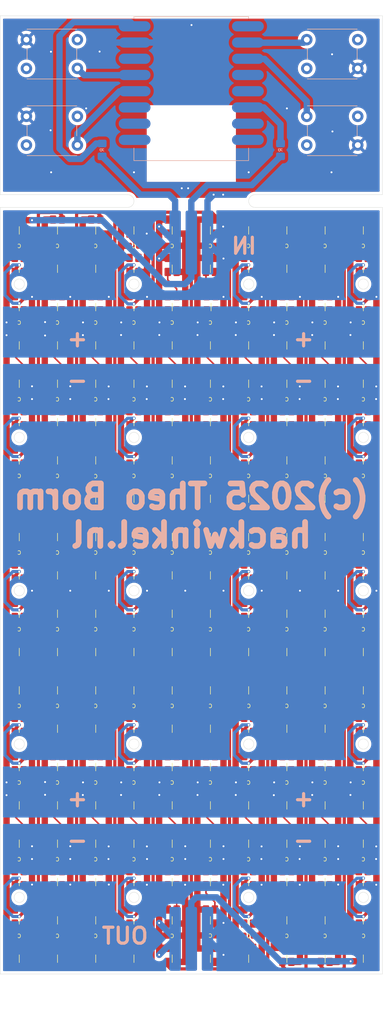
<source format=kicad_pcb>
(kicad_pcb (version 20241229) (generator "pcbnew") (generator_version "9.0")
  (title_block (title "10X20_LED_screen") (rev "1") (company "(c)2025 Theo Borm"))
  (layers (0 "F.Cu" signal) (2 "B.Cu" signal) (13 "F.Paste" user) (15 "B.Paste" user) (5 "F.SilkS" user "F.Silkscreen") (7 "B.SilkS" user "B.Silkscreen") (1 "F.Mask" user) (3 "B.Mask" user) (25 "Edge.Cuts" user))
  (net 0 "")
  (net 1 "+5V")
  (net 2 "GND")
  (net 3 "Net-(D1-DIN)")
  (net 4 "Net-(D1-DOUT)")
  (net 5 "Net-(D2-DOUT)")
  (net 6 "Net-(D3-DOUT)")
  (net 7 "Net-(D4-DOUT)")
  (net 8 "Net-(D5-DOUT)")
  (net 9 "Net-(D6-DOUT)")
  (net 10 "Net-(D7-DOUT)")
  (net 11 "Net-(D8-DOUT)")
  (net 12 "Net-(D10-DIN)")
  (net 13 "Net-(D10-DOUT)")
  (net 14 "Net-(D11-DOUT)")
  (net 15 "Net-(D12-DOUT)")
  (net 16 "Net-(D13-DOUT)")
  (net 17 "Net-(D14-DOUT)")
  (net 18 "Net-(D15-DOUT)")
  (net 19 "Net-(D16-DOUT)")
  (net 20 "Net-(D17-DOUT)")
  (net 21 "Net-(D18-DOUT)")
  (net 22 "Net-(D19-DOUT)")
  (net 23 "Net-(D20-DOUT)")
  (net 24 "Net-(D21-DOUT)")
  (net 25 "Net-(D22-DOUT)")
  (net 26 "Net-(D23-DOUT)")
  (net 27 "Net-(D24-DOUT)")
  (net 28 "Net-(D25-DOUT)")
  (net 29 "Net-(D26-DOUT)")
  (net 30 "Net-(D27-DOUT)")
  (net 31 "Net-(D28-DOUT)")
  (net 32 "Net-(D29-DOUT)")
  (net 33 "Net-(D30-DOUT)")
  (net 34 "Net-(D31-DOUT)")
  (net 35 "Net-(D32-DOUT)")
  (net 36 "Net-(D33-DOUT)")
  (net 37 "Net-(D34-DOUT)")
  (net 38 "Net-(D35-DOUT)")
  (net 39 "Net-(D36-DOUT)")
  (net 40 "Net-(D37-DOUT)")
  (net 41 "Net-(D38-DOUT)")
  (net 42 "Net-(D39-DOUT)")
  (net 43 "Net-(D40-DOUT)")
  (net 44 "Net-(D41-DOUT)")
  (net 45 "Net-(D42-DOUT)")
  (net 46 "Net-(D43-DOUT)")
  (net 47 "Net-(D44-DOUT)")
  (net 48 "Net-(D45-DOUT)")
  (net 49 "Net-(D46-DOUT)")
  (net 50 "Net-(D47-DOUT)")
  (net 51 "Net-(D48-DOUT)")
  (net 52 "Net-(D49-DOUT)")
  (net 53 "Net-(D50-DOUT)")
  (net 54 "Net-(D51-DOUT)")
  (net 55 "Net-(D52-DOUT)")
  (net 56 "Net-(D53-DOUT)")
  (net 57 "Net-(D54-DOUT)")
  (net 58 "Net-(D55-DOUT)")
  (net 59 "Net-(D56-DOUT)")
  (net 60 "Net-(D57-DOUT)")
  (net 61 "Net-(D58-DOUT)")
  (net 62 "Net-(D59-DOUT)")
  (net 63 "Net-(D60-DOUT)")
  (net 64 "Net-(D61-DOUT)")
  (net 65 "Net-(D62-DOUT)")
  (net 66 "Net-(D63-DOUT)")
  (net 67 "Net-(D64-DOUT)")
  (net 68 "Net-(D65-DOUT)")
  (net 69 "Net-(D66-DOUT)")
  (net 70 "Net-(D67-DOUT)")
  (net 71 "Net-(D68-DOUT)")
  (net 72 "Net-(D69-DOUT)")
  (net 73 "Net-(D70-DOUT)")
  (net 74 "Net-(D71-DOUT)")
  (net 75 "Net-(D72-DOUT)")
  (net 76 "Net-(D73-DOUT)")
  (net 77 "Net-(D74-DOUT)")
  (net 78 "Net-(D75-DOUT)")
  (net 79 "Net-(D76-DOUT)")
  (net 80 "Net-(D77-DOUT)")
  (net 81 "Net-(D78-DOUT)")
  (net 82 "Net-(D79-DOUT)")
  (net 83 "Net-(D80-DOUT)")
  (net 84 "Net-(D81-DOUT)")
  (net 85 "Net-(D82-DOUT)")
  (net 86 "Net-(D83-DOUT)")
  (net 87 "Net-(D84-DOUT)")
  (net 88 "Net-(D85-DOUT)")
  (net 89 "Net-(D86-DOUT)")
  (net 90 "Net-(D87-DOUT)")
  (net 91 "Net-(D88-DOUT)")
  (net 92 "Net-(D89-DOUT)")
  (net 93 "Net-(D90-DOUT)")
  (net 94 "Net-(D91-DOUT)")
  (net 95 "Net-(D92-DOUT)")
  (net 96 "Net-(D93-DOUT)")
  (net 97 "Net-(D94-DOUT)")
  (net 98 "Net-(D95-DOUT)")
  (net 99 "Net-(D96-DOUT)")
  (net 100 "Net-(D97-DOUT)")
  (net 101 "Net-(D98-DOUT)")
  (net 102 "Net-(D100-DIN)")
  (net 103 "Net-(D100-DOUT)")
  (net 104 "Net-(D101-DOUT)")
  (net 105 "Net-(D102-DOUT)")
  (net 106 "Net-(D103-DOUT)")
  (net 107 "Net-(D104-DOUT)")
  (net 108 "Net-(D105-DOUT)")
  (net 109 "Net-(D106-DOUT)")
  (net 110 "Net-(D107-DOUT)")
  (net 111 "Net-(D108-DOUT)")
  (net 112 "Net-(D109-DOUT)")
  (net 113 "Net-(D110-DOUT)")
  (net 114 "Net-(D111-DOUT)")
  (net 115 "Net-(D112-DOUT)")
  (net 116 "Net-(D113-DOUT)")
  (net 117 "Net-(D114-DOUT)")
  (net 118 "Net-(D115-DOUT)")
  (net 119 "Net-(D116-DOUT)")
  (net 120 "Net-(D117-DOUT)")
  (net 121 "Net-(D118-DOUT)")
  (net 122 "Net-(D119-DOUT)")
  (net 123 "Net-(D120-DOUT)")
  (net 124 "Net-(D121-DOUT)")
  (net 125 "Net-(D122-DOUT)")
  (net 126 "Net-(D123-DOUT)")
  (net 127 "Net-(D124-DOUT)")
  (net 128 "Net-(D125-DOUT)")
  (net 129 "Net-(D126-DOUT)")
  (net 130 "Net-(D127-DOUT)")
  (net 131 "Net-(D128-DOUT)")
  (net 132 "Net-(D129-DOUT)")
  (net 133 "Net-(D130-DOUT)")
  (net 134 "Net-(D131-DOUT)")
  (net 135 "Net-(D132-DOUT)")
  (net 136 "Net-(D133-DOUT)")
  (net 137 "Net-(D134-DOUT)")
  (net 138 "Net-(D135-DOUT)")
  (net 139 "Net-(D136-DOUT)")
  (net 140 "Net-(D137-DOUT)")
  (net 141 "Net-(D138-DOUT)")
  (net 142 "Net-(D139-DOUT)")
  (net 143 "Net-(D140-DOUT)")
  (net 144 "Net-(D141-DOUT)")
  (net 145 "Net-(D142-DOUT)")
  (net 146 "Net-(D143-DOUT)")
  (net 147 "Net-(D144-DOUT)")
  (net 148 "Net-(D145-DOUT)")
  (net 149 "Net-(D146-DOUT)")
  (net 150 "Net-(D147-DOUT)")
  (net 151 "Net-(D148-DOUT)")
  (net 152 "Net-(D149-DOUT)")
  (net 153 "Net-(D150-DOUT)")
  (net 154 "Net-(D151-DOUT)")
  (net 155 "Net-(D152-DOUT)")
  (net 156 "Net-(D153-DOUT)")
  (net 157 "Net-(D154-DOUT)")
  (net 158 "Net-(D155-DOUT)")
  (net 159 "Net-(D156-DOUT)")
  (net 160 "Net-(D157-DOUT)")
  (net 161 "Net-(D158-DOUT)")
  (net 162 "Net-(D159-DOUT)")
  (net 163 "Net-(D160-DOUT)")
  (net 164 "Net-(D161-DOUT)")
  (net 165 "Net-(D162-DOUT)")
  (net 166 "Net-(D163-DOUT)")
  (net 167 "Net-(D164-DOUT)")
  (net 168 "Net-(D165-DOUT)")
  (net 169 "Net-(D166-DOUT)")
  (net 170 "Net-(D167-DOUT)")
  (net 171 "Net-(D168-DOUT)")
  (net 172 "Net-(D169-DOUT)")
  (net 173 "Net-(D170-DOUT)")
  (net 174 "Net-(D171-DOUT)")
  (net 175 "Net-(D172-DOUT)")
  (net 176 "Net-(D173-DOUT)")
  (net 177 "Net-(D174-DOUT)")
  (net 178 "Net-(D175-DOUT)")
  (net 179 "Net-(D176-DOUT)")
  (net 180 "Net-(D177-DOUT)")
  (net 181 "Net-(D178-DOUT)")
  (net 182 "Net-(D179-DOUT)")
  (net 183 "Net-(D180-DOUT)")
  (net 184 "Net-(D181-DOUT)")
  (net 185 "Net-(D182-DOUT)")
  (net 186 "Net-(D183-DOUT)")
  (net 187 "Net-(D184-DOUT)")
  (net 188 "Net-(D185-DOUT)")
  (net 189 "Net-(D186-DOUT)")
  (net 190 "Net-(D187-DOUT)")
  (net 191 "Net-(D188-DOUT)")
  (net 192 "Net-(D189-DOUT)")
  (net 193 "Net-(D190-DOUT)")
  (net 194 "Net-(D191-DOUT)")
  (net 195 "Net-(D192-DOUT)")
  (net 196 "Net-(D193-DOUT)")
  (net 197 "Net-(D194-DOUT)")
  (net 198 "Net-(D195-DOUT)")
  (net 199 "Net-(D196-DOUT)")
  (net 200 "Net-(D197-DOUT)")
  (net 201 "Net-(D198-DOUT)")
  (net 202 "Net-(D199-DOUT)")
  (net 203 "Net-(D200-DOUT)")
  (net 206 "Net-(U1-D6)")
  (net 208 "Net-(U1-D7)")
  (net 210 "Net-(U1-D4)")
  (net 215 "Net-(U1-D3)")
  (net 216 "Net-(U1-5v)")
  (net 217 "Net-(U1-D10)")
  (footprint "Library:XINGLIGHT XL-0807RGBC-WS2812B-S" (layer "F.Cu") (at 89 149)
    (property "Reference" "D137" (hide yes))
    (property "Value" "WS2812B")
  )
  (footprint "Library:XINGLIGHT XL-0807RGBC-WS2812B-S" (layer "F.Cu") (at 71 137)
    (property "Reference" "D75" (hide yes))
    (property "Value" "WS2812B" (hide yes))
  )
  (footprint "Library:XINGLIGHT XL-0807RGBC-WS2812B-S" (layer "F.Cu") (at 89 83)
    (property "Reference" "D126" (hide yes))
    (property "Value" "WS2812B")
  )
  (footprint "Library:XINGLIGHT XL-0807RGBC-WS2812B-S" (layer "F.Cu") (at 89 53)
    (property "Reference" "D121" (hide yes))
    (property "Value" "WS2812B")
  )
  (footprint "Library:XINGLIGHT XL-0807RGBC-WS2812B-S" (layer "F.Cu") (at 59 71)
    (property "Reference" "D24" (hide yes))
    (property "Value" "WS2812B" (hide yes))
  )
  (footprint "Library:XINGLIGHT XL-0807RGBC-WS2812B-S" (layer "F.Cu") (at 53 59)
    (property "Reference" "D2" (hide yes))
    (property "Value" "WS2812B" (hide yes))
  )
  (footprint "Library:XINGLIGHT XL-0807RGBC-WS2812B-S" (layer "F.Cu") (at 101 95)
    (property "Reference" "D168" (hide yes))
    (property "Value" "WS2812B")
  )
  (footprint "Library:C_0603" (layer "F.Cu") (at 83 68 180)
    (property "Reference" "C52" (hide yes))
    (property "Value" "100n")
  )
  (footprint "Library:XINGLIGHT XL-0807RGBC-WS2812B-S" (layer "F.Cu") (at 89 167)
    (property "Reference" "D140" (hide yes))
    (property "Value" "WS2812B")
  )
  (footprint "Library:XINGLIGHT XL-0807RGBC-WS2812B-S" (layer "F.Cu") (at 59 107)
    (property "Reference" "D30" (hide yes))
    (property "Value" "WS2812B" (hide yes))
  )
  (footprint "Library:C_0603" (layer "F.Cu") (at 101 152 180)
    (property "Reference" "C89" (hide yes))
    (property "Value" "100n")
  )
  (footprint "Library:C_0603" (layer "F.Cu") (at 95 152 180)
    (property "Reference" "C79" (hide yes))
    (property "Value" "100n")
  )
  (footprint "Library:XINGLIGHT XL-0807RGBC-WS2812B-S" (layer "F.Cu") (at 95 89)
    (property "Reference" "D147" (hide yes))
    (property "Value" "WS2812B")
  )
  (footprint "Library:XINGLIGHT XL-0807RGBC-WS2812B-S" (layer "F.Cu") (at 107 65)
    (property "Reference" "D183" (hide yes))
    (property "Value" "WS2812B")
  )
  (footprint "Library:C_0603" (layer "F.Cu") (at 71 128 180)
    (property "Reference" "C37" (hide yes))
    (property "Value" "100n")
  )
  (footprint "Library:C_0603" (layer "F.Cu") (at 89 80 180)
    (property "Reference" "C63" (hide yes))
    (property "Value" "100n")
  )
  (footprint "Library:XINGLIGHT XL-0807RGBC-WS2812B-S" (layer "F.Cu") (at 59 77)
    (property "Reference" "D25" (hide yes))
    (property "Value" "WS2812B" (hide yes))
  )
  (footprint "Library:XINGLIGHT XL-0807RGBC-WS2812B-S" (layer "F.Cu") (at 77 77)
    (property "Reference" "D85" (hide yes))
    (property "Value" "WS2812B")
  )
  (footprint "Library:XINGLIGHT XL-0807RGBC-WS2812B-S" (layer "F.Cu") (at 77 131)
    (property "Reference" "D94" (hide yes))
    (property "Value" "WS2812B")
  )
  (footprint "Library:XINGLIGHT XL-0807RGBC-WS2812B-S" (layer "F.Cu") (at 71 107)
    (property "Reference" "D70" (hide yes))
    (property "Value" "WS2812B" (hide yes))
  )
  (footprint "Library:C_0603" (layer "F.Cu") (at 65 140 180)
    (property "Reference" "C28" (hide yes))
    (property "Value" "100n")
  )
  (footprint "Library:XINGLIGHT XL-0807RGBC-WS2812B-S" (layer "F.Cu") (at 95 125)
    (property "Reference" "D153" (hide yes))
    (property "Value" "WS2812B")
  )
  (footprint "Library:XINGLIGHT XL-0807RGBC-WS2812B-S" (layer "F.Cu") (at 89 119)
    (property "Reference" "D132" (hide yes))
    (property "Value" "WS2812B")
  )
  (footprint "Library:XINGLIGHT XL-0807RGBC-WS2812B-S" (layer "F.Cu") (at 101 89)
    (property "Reference" "D167" (hide yes))
    (property "Value" "WS2812B")
  )
  (footprint "Library:XINGLIGHT XL-0807RGBC-WS2812B-S" (layer "F.Cu") (at 71 89)
    (property "Reference" "D67" (hide yes))
    (property "Value" "WS2812B" (hide yes))
  )
  (footprint "Library:XINGLIGHT XL-0807RGBC-WS2812B-S" (layer "F.Cu") (at 95 155)
    (property "Reference" "D158" (hide yes))
    (property "Value" "WS2812B")
  )
  (footprint "Library:XINGLIGHT XL-0807RGBC-WS2812B-S" (layer "F.Cu") (at 107 137)
    (property "Reference" "D195" (hide yes))
    (property "Value" "WS2812B")
  )
  (footprint "Library:C_0603" (layer "F.Cu") (at 107 140 180)
    (property "Reference" "C98" (hide yes))
    (property "Value" "100n")
  )
  (footprint "Library:C_0603" (layer "F.Cu") (at 65 104 180)
    (property "Reference" "C25" (hide yes))
    (property "Value" "100n")
  )
  (footprint "Library:C_0603" (layer "F.Cu") (at 77 104 180)
    (property "Reference" "C45" (hide yes))
    (property "Value" "100n")
  )
  (footprint "Library:C_0603" (layer "F.Cu") (at 83 116 180)
    (property "Reference" "C56" (hide yes))
    (property "Value" "100n")
  )
  (footprint "Library:XINGLIGHT XL-0807RGBC-WS2812B-S" (layer "F.Cu") (at 71 113)
    (property "Reference" "D71" (hide yes))
    (property "Value" "WS2812B" (hide yes))
  )
  (footprint "Library:XINGLIGHT XL-0807RGBC-WS2812B-S" (layer "F.Cu") (at 65 65)
    (property "Reference" "D43" (hide yes))
    (property "Value" "WS2812B" (hide yes))
  )
  (footprint "Library:XINGLIGHT XL-0807RGBC-WS2812B-S" (layer "F.Cu") (at 107 77)
    (property "Reference" "D185" (hide yes))
    (property "Value" "WS2812B")
  )
  (footprint "Library:XINGLIGHT XL-0807RGBC-WS2812B-S" (layer "F.Cu") (at 59 95)
    (property "Reference" "D28" (hide yes))
    (property "Value" "WS2812B" (hide yes))
  )
  (footprint "Library:XINGLIGHT XL-0807RGBC-WS2812B-S" (layer "F.Cu") (at 95 161)
    (property "Reference" "D159" (hide yes))
    (property "Value" "WS2812B")
  )
  (footprint "Library:C_0603" (layer "F.Cu") (at 83 163.9625 180)
    (property "Reference" "C60" (hide yes))
    (property "Value" "100n")
  )
  (footprint "Library:C_0603" (layer "F.Cu") (at 59 140 180)
    (property "Reference" "C18" (hide yes))
    (property "Value" "100n")
  )
  (footprint "Library:C_0603" (layer "F.Cu") (at 107 80 180)
    (property "Reference" "C93" (hide yes))
    (property "Value" "100n")
  )
  (footprint "Library:XINGLIGHT XL-0807RGBC-WS2812B-S" (layer "F.Cu") (at 59 161)
    (property "Reference" "D39" (hide yes))
    (property "Value" "WS2812B" (hide yes))
  )
  (footprint "Library:XINGLIGHT XL-0807RGBC-WS2812B-S" (layer "F.Cu") (at 77 101)
    (property "Reference" "D89" (hide yes))
    (property "Value" "WS2812B")
  )
  (footprint "Library:C_0603" (layer "F.Cu") (at 101 164 180)
    (property "Reference" "C90" (hide yes))
    (property "Value" "100n")
  )
  (footprint "Library:C_0603" (layer "F.Cu") (at 77 116 180)
    (property "Reference" "C46" (hide yes))
    (property "Value" "100n")
  )
  (footprint "Library:C_0603" (layer "F.Cu") (at 77 80 180)
    (property "Reference" "C43" (hide yes))
    (property "Value" "100n")
  )
  (footprint "Library:C_0603" (layer "F.Cu") (at 89.0375 128 180)
    (property "Reference" "C67" (hide yes))
    (property "Value" "100n")
  )
  (footprint "Library:XINGLIGHT XL-0807RGBC-WS2812B-S" (layer "F.Cu") (at 107 143)
    (property "Reference" "D196" (hide yes))
    (property "Value" "WS2812B")
  )
  (footprint "Library:C_0603" (layer "F.Cu") (at 107 92 180)
    (property "Reference" "C94" (hide yes))
    (property "Value" "100n")
  )
  (footprint "Library:XINGLIGHT XL-0807RGBC-WS2812B-S" (layer "F.Cu") (at 59 137)
    (property "Reference" "D35" (hide yes))
    (property "Value" "WS2812B" (hide yes))
  )
  (footprint "Library:XINGLIGHT XL-0807RGBC-WS2812B-S" (layer "F.Cu") (at 59 155)
    (property "Reference" "D38" (hide yes))
    (property "Value" "WS2812B" (hide yes))
  )
  (footprint "Library:C_0603" (layer "F.Cu") (at 107 68 180)
    (property "Reference" "C92" (hide yes))
    (property "Value" "100n")
  )
  (footprint "Library:XINGLIGHT XL-0807RGBC-WS2812B-S" (layer "F.Cu") (at 77 125)
    (property "Reference" "D93" (hide yes))
    (property "Value" "WS2812B")
  )
  (footprint "Library:XINGLIGHT XL-0807RGBC-WS2812B-S" (layer "F.Cu") (at 53 137)
    (property "Reference" "D15" (hide yes))
    (property "Value" "WS2812B" (hide yes))
  )
  (footprint "Library:C_0603" (layer "F.Cu") (at 53 92 180)
    (property "Reference" "C4" (hide yes))
    (property "Value" "100n")
  )
  (footprint "Library:C_0603" (layer "F.Cu") (at 83 140 180)
    (property "Reference" "C58" (hide yes))
    (property "Value" "100n")
  )
  (footprint "Library:XINGLIGHT XL-0807RGBC-WS2812B-S" (layer "F.Cu") (at 65 53)
    (property "Reference" "D41" (hide yes))
    (property "Value" "WS2812B" (hide yes))
  )
  (footprint "Library:C_0603" (layer "F.Cu") (at 101.0375 104 180)
    (property "Reference" "C85" (hide yes))
    (property "Value" "100n")
  )
  (footprint "Library:XINGLIGHT XL-0807RGBC-WS2812B-S" (layer "F.Cu") (at 107 83)
    (property "Reference" "D186" (hide yes))
    (property "Value" "WS2812B")
  )
  (footprint "Library:XINGLIGHT XL-0807RGBC-WS2812B-S" (layer "F.Cu") (at 71 95)
    (property "Reference" "D68" (hide yes))
    (property "Value" "WS2812B" (hide yes))
  )
  (footprint "Library:C_0603" (layer "F.Cu") (at 65 68 180)
    (property "Reference" "C22" (hide yes))
    (property "Value" "100n")
  )
  (footprint "Library:XINGLIGHT XL-0807RGBC-WS2812B-S" (layer "F.Cu") (at 83 77)
    (property "Reference" "D105" (hide yes))
    (property "Value" "WS2812B")
  )
  (footprint "Library:XINGLIGHT XL-0807RGBC-WS2812B-S" (layer "F.Cu") (at 77 83)
    (property "Reference" "D86" (hide yes))
    (property "Value" "WS2812B")
  )
  (footprint "Library:XINGLIGHT XL-0807RGBC-WS2812B-S" (layer "F.Cu") (at 83 149)
    (property "Reference" "D117" (hide yes))
    (property "Value" "WS2812B")
  )
  (footprint "Library:XINGLIGHT XL-0807RGBC-WS2812B-S" (layer "F.Cu") (at 83 71)
    (property "Reference" "D104" (hide yes))
    (property "Value" "WS2812B")
  )
  (footprint "Library:XINGLIGHT XL-0807RGBC-WS2812B-S" (layer "F.Cu") (at 71 83)
    (property "Reference" "D66" (hide yes))
    (property "Value" "WS2812B" (hide yes))
  )
  (footprint "Library:XINGLIGHT XL-0807RGBC-WS2812B-S" (layer "F.Cu") (at 89 107)
    (property "Reference" "D130" (hide yes))
    (property "Value" "WS2812B")
  )
  (footprint "Library:XINGLIGHT XL-0807RGBC-WS2812B-S" (layer "F.Cu") (at 89 95)
    (property "Reference" "D128" (hide yes))
    (property "Value" "WS2812B")
  )
  (footprint "Library:C_0603" (layer "F.Cu") (at 77 92 180)
    (property "Reference" "C44" (hide yes))
    (property "Value" "100n")
  )
  (footprint "Library:XINGLIGHT XL-0807RGBC-WS2812B-S" (layer "F.Cu") (at 89 89)
    (property "Reference" "D127" (hide yes))
    (property "Value" "WS2812B")
  )
  (footprint "Library:XINGLIGHT XL-0807RGBC-WS2812B-S" (layer "F.Cu") (at 59 89)
    (property "Reference" "D27" (hide yes))
    (property "Value" "WS2812B" (hide yes))
  )
  (footprint "Library:XINGLIGHT XL-0807RGBC-WS2812B-S" (layer "F.Cu") (at 77 95)
    (property "Reference" "D88" (hide yes))
    (property "Value" "WS2812B")
  )
  (footprint "Library:C_0603" (layer "F.Cu") (at 95 128 180)
    (property "Reference" "C77" (hide yes))
    (property "Value" "100n")
  )
  (footprint "Library:C_0603" (layer "F.Cu") (at 53 68 180)
    (property "Reference" "C2" (hide yes))
    (property "Value" "100n")
  )
  (footprint "Library:C_0603" (layer "F.Cu") (at 71 68 180)
    (property "Reference" "C32" (hide yes))
    (property "Value" "100n")
  )
  (footprint "Library:XINGLIGHT XL-0807RGBC-WS2812B-S" (layer "F.Cu") (at 65 131)
    (property "Reference" "D54" (hide yes))
    (property "Value" "WS2812B" (hide yes))
  )
  (footprint "Library:C_0603" (layer "F.Cu") (at 89 164 180)
    (property "Reference" "C70" (hide yes))
    (property "Value" "100n")
  )
  (footprint "Library:C_0603" (layer "F.Cu") (at 59 56 180)
    (property "Reference" "C11" (hide yes))
    (property "Value" "100n")
  )
  (footprint "Library:C_0603" (layer "F.Cu") (at 53 80 180)
    (property "Reference" "C3" (hide yes))
    (property "Value" "100n")
  )
  (footprint "Library:C_0603" (layer "F.Cu") (at 101 140 180)
    (property "Reference" "C88" (hide yes))
    (property "Value" "100n")
  )
  (footprint "Library:XINGLIGHT XL-0807RGBC-WS2812B-S" (layer "F.Cu") (at 107 161)
    (property "Reference" "D199" (hide yes))
    (property "Value" "WS2812B")
  )
  (footprint "Library:XINGLIGHT XL-0807RGBC-WS2812B-S" (layer "F.Cu") (at 59 65)
    (property "Reference" "D23" (hide yes))
    (property "Value" "WS2812B" (hide yes))
  )
  (footprint "Library:C_0603" (layer "F.Cu") (at 89 92 180)
    (property "Reference" "C64" (hide yes))
    (property "Value" "100n")
  )
  (footprint "Library:XINGLIGHT XL-0807RGBC-WS2812B-S" (layer "F.Cu") (at 107 95)
    (property "Reference" "D188" (hide yes))
    (property "Value" "WS2812B")
  )
  (footprint "Library:XINGLIGHT XL-0807RGBC-WS2812B-S" (layer "F.Cu") (at 59 101)
    (property "Reference" "D29" (hide yes))
    (property "Value" "WS2812B" (hide yes))
  )
  (footprint "Library:button" (layer "F.Cu") (at 102 26 180)
    (property "Reference" "B1" (hide yes))
    (property "Value" "~")
  )
  (footprint "Library:XINGLIGHT XL-0807RGBC-WS2812B-S" (layer "F.Cu") (at 101 143)
    (property "Reference" "D176" (hide yes))
    (property "Value" "WS2812B")
  )
  (footprint "Library:XINGLIGHT XL-0807RGBC-WS2812B-S" (layer "F.Cu") (at 83 83)
    (property "Reference" "D106" (hide yes))
    (property "Value" "WS2812B")
  )
  (footprint "Library:XINGLIGHT XL-0807RGBC-WS2812B-S" (layer "F.Cu") (at 95 113)
    (property "Reference" "D151" (hide yes))
    (property "Value" "WS2812B")
  )
  (footprint "Library:XINGLIGHT XL-0807RGBC-WS2812B-S" (layer "F.Cu") (at 83 155)
    (property "Reference" "D118" (hide yes))
    (property "Value" "WS2812B")
  )
  (footprint "Library:XINGLIGHT XL-0807RGBC-WS2812B-S" (layer "F.Cu") (at 77 167)
    (property "Reference" "D100" (hide yes))
    (property "Value" "WS2812B")
  )
  (footprint "Library:XINGLIGHT XL-0807RGBC-WS2812B-S" (layer "F.Cu") (at 95 137)
    (property "Reference" "D155" (hide yes))
    (property "Value" "WS2812B")
  )
  (footprint "Library:powcon" (layer "F.Cu") (at 55.5 146)
    (property "Reference" "REF**" (hide yes))
    (property "Value" "powcon")
  )
  (footprint "Library:C_0603" (layer "F.Cu") (at 101 68 180)
    (property "Reference" "C82" (hide yes))
    (property "Value" "100n")
  )
  (footprint "Library:C_0603" (layer "F.Cu") (at 53 128 180)
    (property "Reference" "C7" (hide yes))
    (property "Value" "100n")
  )
  (footprint "Library:XINGLIGHT XL-0807RGBC-WS2812B-S" (layer "F.Cu") (at 59 131)
    (property "Reference" "D34" (hide yes))
    (property "Value" "WS2812B" (hide yes))
  )
  (footprint "Library:C_0603" (layer "F.Cu") (at 101 116 180)
    (property "Reference" "C86" (hide yes))
    (property "Value" "100n")
  )
  (footprint "Library:XINGLIGHT XL-0807RGBC-WS2812B-S" (layer "F.Cu") (at 71 131)
    (property "Reference" "D74" (hide yes))
    (property "Value" "WS2812B" (hide yes))
  )
  (footprint "Library:XINGLIGHT XL-0807RGBC-WS2812B-S" (layer "F.Cu") (at 53 95)
    (property "Reference" "D8" (hide yes))
    (property "Value" "WS2812B" (hide yes))
  )
  (footprint "Library:XINGLIGHT XL-0807RGBC-WS2812B-S" (layer "F.Cu") (at 95 71)
    (property "Reference" "D144" (hide yes))
    (property "Value" "WS2812B")
  )
  (footprint "Library:XINGLIGHT XL-0807RGBC-WS2812B-S" (layer "F.Cu") (at 71 143)
    (property "Reference" "D76" (hide yes))
    (property "Value" "WS2812B" (hide yes))
  )
  (footprint "Library:XINGLIGHT XL-0807RGBC-WS2812B-S" (layer "F.Cu") (at 95 131)
    (property "Reference" "D154" (hide yes))
    (property "Value" "WS2812B")
  )
  (footprint "Library:C_0603" (layer "F.Cu") (at 95 68 180)
    (property "Reference" "C72" (hide yes))
    (property "Value" "100n")
  )
  (footprint "Library:XINGLIGHT XL-0807RGBC-WS2812B-S" (layer "F.Cu") (at 101 161)
    (property "Reference" "D179" (hide yes))
    (property "Value" "WS2812B")
  )
  (footprint "Library:XINGLIGHT XL-0807RGBC-WS2812B-S" (layer "F.Cu") (at 59 149)
    (property "Reference" "D37" (hide yes))
    (property "Value" "WS2812B" (hide yes))
  )
  (footprint "Library:XINGLIGHT XL-0807RGBC-WS2812B-S" (layer "F.Cu") (at 53 83)
    (property "Reference" "D6" (hide yes))
    (property "Value" "WS2812B" (hide yes))
  )
  (footprint "Library:XINGLIGHT XL-0807RGBC-WS2812B-S" (layer "F.Cu") (at 65 113)
    (property "Reference" "D51" (hide yes))
    (property "Value" "WS2812B" (hide yes))
  )
  (footprint "Library:XINGLIGHT XL-0807RGBC-WS2812B-S" (layer "F.Cu") (at 71 155)
    (property "Reference" "D78" (hide yes))
    (property "Value" "WS2812B" (hide yes))
  )
  (footprint "Library:C_0603" (layer "F.Cu") (at 71 140 180)
    (property "Reference" "C38" (hide yes))
    (property "Value" "100n")
  )
  (footprint "Library:XINGLIGHT XL-0807RGBC-WS2812B-S" (layer "F.Cu") (at 53 119)
    (property "Reference" "D12" (hide yes))
    (property "Value" "WS2812B" (hide yes))
  )
  (footprint "Library:XINGLIGHT XL-0807RGBC-WS2812B-S" (layer "F.Cu") (at 107 167)
    (property "Reference" "D200" (hide yes))
    (property "Value" "WS2812B")
  )
  (footprint "Library:C_0603" (layer "F.Cu") (at 89 116 180)
    (property "Reference" "C66" (hide yes))
    (property "Value" "100n")
  )
  (footprint "Library:XINGLIGHT XL-0807RGBC-WS2812B-S" (layer "F.Cu") (at 77 59)
    (property "Reference" "D82" (hide yes))
    (property "Value" "WS2812B")
  )
  (footprint "Library:XINGLIGHT XL-0807RGBC-WS2812B-S" (layer "F.Cu") (at 89 131)
    (property "Reference" "D134" (hide yes))
    (property "Value" "WS2812B")
  )
  (footprint "Library:C_0603" (layer "F.Cu") (at 59 92 180)
    (property "Reference" "C14" (hide yes))
    (property "Value" "100n")
  )
  (footprint "Library:C_0603" (layer "F.Cu") (at 77 152 180)
    (property "Reference" "C49" (hide yes))
    (property "Value" "100n")
  )
  (footprint "Library:XINGLIGHT XL-0807RGBC-WS2812B-S" (layer "F.Cu") (at 95 59)
    (property "Reference" "D142" (hide yes))
    (property "Value" "WS2812B")
  )
  (footprint "Library:C_0603" (layer "F.Cu") (at 53 56 180)
    (property "Reference" "C1" (hide yes))
    (property "Value" "100n")
  )
  (footprint "Library:XINGLIGHT XL-0807RGBC-WS2812B-S" (layer "F.Cu") (at 65 149)
    (property "Reference" "D57" (hide yes))
    (property "Value" "WS2812B" (hide yes))
  )
  (footprint "Library:C_0603" (layer "F.Cu") (at 53 164 180)
    (property "Reference" "C10" (hide yes))
    (property "Value" "100n")
  )
  (footprint "Library:button" (layer "F.Cu") (at 58 38 180)
    (property "Reference" "B4" (hide yes))
    (property "Value" "~")
  )
  (footprint "Library:powcon" (layer "F.Cu") (at 55.5 74)
    (property "Reference" "REF**" (hide yes))
    (property "Value" "powcon")
  )
  (footprint "Library:XINGLIGHT XL-0807RGBC-WS2812B-S" (layer "F.Cu") (at 53 149)
    (property "Reference" "D17" (hide yes))
    (property "Value" "WS2812B" (hide yes))
  )
  (footprint "Library:XINGLIGHT XL-0807RGBC-WS2812B-S" (layer "F.Cu") (at 95 101)
    (property "Reference" "D149" (hide yes))
    (property "Value" "WS2812B")
  )
  (footprint "Library:XINGLIGHT XL-0807RGBC-WS2812B-S" (layer "F.Cu") (at 53 101)
    (property "Reference" "D9" (hide yes))
    (property "Value" "WS2812B" (hide yes))
  )
  (footprint "Library:XINGLIGHT XL-0807RGBC-WS2812B-S" (layer "F.Cu") (at 95 167)
    (property "Reference" "D160" (hide yes))
    (property "Value" "WS2812B")
  )
  (footprint "Library:C_0603" (layer "F.Cu") (at 95 116 180)
    (property "Reference" "C76" (hide yes))
    (property "Value" "100n")
  )
  (footprint "Library:C_0603" (layer "F.Cu") (at 59 164 180)
    (property "Reference" "C20" (hide yes))
    (property "Value" "100n")
  )
  (footprint "Library:button" (layer "F.Cu") (at 58 26 180)
    (property "Reference" "B3" (hide yes))
    (property "Value" "~")
  )
  (footprint "Library:XINGLIGHT XL-0807RGBC-WS2812B-S" (layer "F.Cu") (at 65 71)
    (property "Reference" "D44" (hide yes))
    (property "Value" "WS2812B" (hide yes))
  )
  (footprint "Library:XINGLIGHT XL-0807RGBC-WS2812B-S" (layer "F.Cu") (at 65 119)
    (property "Reference" "D52" (hide yes))
    (property "Value" "WS2812B" (hide yes))
  )
  (footprint "Library:XINGLIGHT XL-0807RGBC-WS2812B-S" (layer "F.Cu") (at 65 167)
    (property "Reference" "D60" (hide yes))
    (property "Value" "WS2812B" (hide yes))
  )
  (footprint "Library:XINGLIGHT XL-0807RGBC-WS2812B-S" (layer "F.Cu") (at 95 107)
    (property "Reference" "D150" (hide yes))
    (property "Value" "WS2812B")
  )
  (footprint "Library:XINGLIGHT XL-0807RGBC-WS2812B-S" (layer "F.Cu") (at 101 65)
    (property "Reference" "D163" (hide yes))
    (property "Value" "WS2812B")
  )
  (footprint "Library:XINGLIGHT XL-0807RGBC-WS2812B-S" (layer "F.Cu") (at 101 125)
    (property "Reference" "D173" (hide yes))
    (property "Value" "WS2812B")
  )
  (footprint "Library:XINGLIGHT XL-0807RGBC-WS2812B-S" (layer "F.Cu") (at 77 137)
    (property "Reference" "D95" (hide yes))
    (property "Value" "WS2812B")
  )
  (footprint "Library:C_0603" (layer "F.Cu") (at 65 164 180)
    (property "Reference" "C30" (hide yes))
    (property "Value" "100n")
  )
  (footprint "Library:C_0603" (layer "F.Cu") (at 59 104 180)
    (property "Reference" "C15" (hide yes))
    (property "Value" "100n")
  )
  (footprint "Library:XINGLIGHT XL-0807RGBC-WS2812B-S" (layer "F.Cu") (at 59 125)
    (property "Reference" "D33" (hide yes))
    (property "Value" "WS2812B" (hide yes))
  )
  (footprint "Library:XINGLIGHT XL-0807RGBC-WS2812B-S" (layer "F.Cu") (at 77 107)
    (property "Reference" "D90" (hide yes))
    (property "Value" "WS2812B")
  )
  (footprint "Library:C_0603" (layer "F.Cu") (at 71 164 180)
    (property "Reference" "C40" (hide yes))
    (property "Value" "100n")
  )
  (footprint "Library:XINGLIGHT XL-0807RGBC-WS2812B-S" (layer "F.Cu") (at 53 107)
    (property "Reference" "D10" (hide yes))
    (property "Value" "WS2812B" (hide yes))
  )
  (footprint "Library:XINGLIGHT XL-0807RGBC-WS2812B-S" (layer "F.Cu") (at 107 155)
    (property "Reference" "D198" (hide yes))
    (property "Value" "WS2812B")
  )
  (footprint "Library:XINGLIGHT XL-0807RGBC-WS2812B-S" (layer "F.Cu") (at 65 77)
    (property "Reference" "D45" (hide yes))
    (property "Value" "WS2812B" (hide yes))
  )
  (footprint "Library:XINGLIGHT XL-0807RGBC-WS2812B-S" (layer "F.Cu") (at 77 89)
    (property "Reference" "D87" (hide yes))
    (property "Value" "WS2812B")
  )
  (footprint "Library:C_0603" (layer "F.Cu") (at 95 104 180)
    (property "Reference" "C75" (hide yes))
    (property "Value" "100n")
  )
  (footprint "Library:C_0603" (layer "F.Cu") (at 71 152 180)
    (property "Reference" "C39" (hide yes))
    (property "Value" "100n")
  )
  (footprint "Library:XINGLIGHT XL-0807RGBC-WS2812B-S" (layer "F.Cu") (at 53 89)
    (property "Reference" "D7" (hide yes))
    (property "Value" "WS2812B" (hide yes))
  )
  (footprint "Library:XINGLIGHT XL-0807RGBC-WS2812B-S" (layer "F.Cu") (at 101 137)
    (property "Reference" "D175" (hide yes))
    (property "Value" "WS2812B")
  )
  (footprint "Library:XINGLIGHT XL-0807RGBC-WS2812B-S" (layer "F.Cu") (at 59 167)
    (property "Reference" "D40" (hide yes))
    (property "Value" "WS2812B" (hide yes))
  )
  (footprint "Library:XINGLIGHT XL-0807RGBC-WS2812B-S" (layer "F.Cu") (at 83 143)
    (property "Reference" "D116" (hide yes))
    (property "Value" "WS2812B")
  )
  (footprint "Library:XINGLIGHT XL-0807RGBC-WS2812B-S" (layer "F.Cu") (at 77 155)
    (property "Reference" "D98" (hide yes))
    (property "Value" "WS2812B")
  )
  (footprint "Library:C_0603" (layer "F.Cu") (at 53 152 180)
    (property "Reference" "C9" (hide yes))
    (property "Value" "100n")
  )
  (footprint "Library:C_0603" (layer "F.Cu") (at 59 116 180)
    (property "Reference" "C16" (hide yes))
    (property "Value" "100n")
  )
  (footprint "Library:C_0603" (layer "F.Cu") (at 65 116 180)
    (property "Reference" "C26" (hide yes))
    (property "Value" "100n")
  )
  (footprint "Library:XINGLIGHT XL-0807RGBC-WS2812B-S" (layer "F.Cu") (at 101 119)
    (property "Reference" "D172" (hide yes))
    (property "Value" "WS2812B")
  )
  (footprint "Library:XINGLIGHT XL-0807RGBC-WS2812B-S" (layer "F.Cu") (at 59 113)
    (property "Reference" "D31" (hide yes))
    (property "Value" "WS2812B" (hide yes))
  )
  (footprint "Library:XINGLIGHT XL-0807RGBC-WS2812B-S" (layer "F.Cu") (at 89 155)
    (property "Reference" "D138" (hide yes))
    (property "Value" "WS2812B")
  )
  (footprint "Library:C_0603" (layer "F.Cu") (at 53 140 180)
    (property "Reference" "C8" (hide yes))
    (property "Value" "100n")
  )
  (footprint "Library:XINGLIGHT XL-0807RGBC-WS2812B-S" (layer "F.Cu") (at 83 113)
    (property "Reference" "D111" (hide yes))
    (property "Value" "WS2812B")
  )
  (footprint "Library:XINGLIGHT XL-0807RGBC-WS2812B-S" (layer "F.Cu") (at 59 53)
    (property "Reference" "D21" (hide yes))
    (property "Value" "WS2812B" (hide yes))
  )
  (footprint "Library:XINGLIGHT XL-0807RGBC-WS2812B-S" (layer "F.Cu") (at 101 149)
    (property "Reference" "D177" (hide yes))
    (property "Value" "WS2812B")
  )
  (footprint "Library:C_0603" (layer "F.Cu") (at 83 104 180)
    (property "Reference" "C55" (hide yes))
    (property "Value" "100n")
  )
  (footprint "Library:XINGLIGHT XL-0807RGBC-WS2812B-S" (layer "F.Cu") (at 83 59)
    (property "Reference" "D102" (hide yes))
    (property "Value" "WS2812B")
  )
  (footprint "Library:XINGLIGHT XL-0807RGBC-WS2812B-S" (layer "F.Cu") (at 77 149)
    (property "Reference" "D97" (hide yes))
    (property "Value" "WS2812B")
  )
  (footprint "Library:XINGLIGHT XL-0807RGBC-WS2812B-S" (layer "F.Cu") (at 77 113)
    (property "Reference" "D91" (hide yes))
    (property "Value" "WS2812B")
  )
  (footprint "Library:XINGLIGHT XL-0807RGBC-WS2812B-S" (layer "F.Cu") (at 77 71)
    (property "Reference" "D84" (hide yes))
    (property "Value" "WS2812B")
  )
  (footprint "Library:C_0603" (layer "F.Cu") (at 107 152 180)
    (property "Reference" "C99" (hide yes))
    (property "Value" "100n")
  )
  (footprint "Library:XINGLIGHT XL-0807RGBC-WS2812B-S" (layer "F.Cu") (at 65 161)
    (property "Reference" "D59" (hide yes))
    (property "Value" "WS2812B" (hide yes))
  )
  (footprint "Library:XINGLIGHT XL-0807RGBC-WS2812B-S" (layer "F.Cu") (at 107 119)
    (property "Reference" "D192" (hide yes))
    (property "Value" "WS2812B")
  )
  (footprint "Library:C_0603" (layer "F.Cu") (at 83 80 180)
    (property "Reference" "C53" (hide yes))
    (property "Value" "100n")
  )
  (footprint "Library:XINGLIGHT XL-0807RGBC-WS2812B-S" (layer "F.Cu") (at 65 89)
    (property "Reference" "D47" (hide yes))
    (property "Value" "WS2812B" (hide yes))
  )
  (footprint "Library:XINGLIGHT XL-0807RGBC-WS2812B-S" (layer "F.Cu") (at 95 53)
    (property "Reference" "D141" (hide yes))
    (property "Value" "WS2812B")
  )
  (footprint "Library:C_0603" (layer "F.Cu") (at 53 116 180)
    (property "Reference" "C6" (hide yes))
    (property "Value" "100n")
  )
  (footprint "Library:C_0603" (layer "F.Cu") (at 65 92.0375 180)
    (property "Reference" "C24" (hide yes))
    (property "Value" "100n")
  )
  (footprint "Library:XINGLIGHT XL-0807RGBC-WS2812B-S" (layer "F.Cu") (at 65 125)
    (property "Reference" "D53" (hide yes))
    (property "Value" "WS2812B" (hide yes))
  )
  (footprint "Library:powcon" (layer "F.Cu") (at 104.5 146)
    (property "Reference" "REF**" (hide yes))
    (property "Value" "powcon")
  )
  (footprint "Library:C_0603" (layer "F.Cu") (at 65 152 180)
    (property "Reference" "C29" (hide yes))
    (property "Value" "100n")
  )
  (footprint "Library:C_0603" (layer "F.Cu") (at 59 80 180)
    (property "Reference" "C13" (hide yes))
    (property "Value" "100n")
  )
  (footprint "Library:XINGLIGHT XL-0807RGBC-WS2812B-S" (layer "F.Cu") (at 71 101)
    (property "Reference" "D69" (hide yes))
    (property "Value" "WS2812B" (hide yes))
  )
  (footprint "Library:XINGLIGHT XL-0807RGBC-WS2812B-S" (layer "F.Cu") (at 107 59)
    (property "Reference" "D182" (hide yes))
    (property "Value" "WS2812B")
  )
  (footprint "Library:C_0603" (layer "F.Cu") (at 89 68 180)
    (property "Reference" "C62" (hide yes))
    (property "Value" "100n")
  )
  (footprint "Library:C_0603" (layer "F.Cu") (at 77 68 180)
    (property "Reference" "C42" (hide yes))
    (property "Value" "100n")
  )
  (footprint "Library:XINGLIGHT XL-0807RGBC-WS2812B-S" (layer "F.Cu") (at 53 167)
    (property "Reference" "D20" (hide yes))
    (property "Value" "WS2812B" (hide yes))
  )
  (footprint "Library:XINGLIGHT XL-0807RGBC-WS2812B-S" (layer "F.Cu") (at 101 155)
    (property "Reference" "D178" (hide yes))
    (property "Value" "WS2812B")
  )
  (footprint "Library:XINGLIGHT XL-0807RGBC-WS2812B-S" (layer "F.Cu") (at 59 59)
    (property "Reference" "D22" (hide yes))
    (property "Value" "WS2812B" (hide yes))
  )
  (footprint "Library:XINGLIGHT XL-0807RGBC-WS2812B-S" (layer "F.Cu") (at 107 131)
    (property "Reference" "D194" (hide yes))
    (property "Value" "WS2812B")
  )
  (footprint "Library:XINGLIGHT XL-0807RGBC-WS2812B-S" (layer "F.Cu") (at 71 65)
    (property "Reference" "D63" (hide yes))
    (property "Value" "WS2812B" (hide yes))
  )
  (footprint "Library:button" (layer "F.Cu") (at 102 38 180)
    (property "Reference" "B2" (hide yes))
    (property "Value" "~")
  )
  (footprint "Library:C_0603" (layer "F.Cu") (at 77 56 180)
    (property "Reference" "C41" (hide yes))
    (property "Value" "100n")
  )
  (footprint "Library:XINGLIGHT XL-0807RGBC-WS2812B-S" (layer "F.Cu") (at 53 71)
    (property "Reference" "D4" (hide yes))
    (property "Value" "WS2812B" (hide yes))
  )
  (footprint "Library:XINGLIGHT XL-0807RGBC-WS2812B-S" (layer "F.Cu") (at 65 143)
    (property "Reference" "D56" (hide yes))
    (property "Value" "WS2812B" (hide yes))
  )
  (footprint "Library:XINGLIGHT XL-0807RGBC-WS2812B-S" (layer "F.Cu") (at 95 95)
    (property "Reference" "D148" (hide yes))
    (property "Value" "WS2812B")
  )
  (footprint "Library:XINGLIGHT XL-0807RGBC-WS2812B-S" (layer "F.Cu") (at 53 77)
    (property "Reference" "D5" (hide yes))
    (property "Value" "WS2812B" (hide yes))
  )
  (footprint "Library:C_0603" (layer "F.Cu") (at 77 140 180)
    (property "Reference" "C48" (hide yes))
    (property "Value" "100n")
  )
  (footprint "Library:C_0603" (layer "F.Cu") (at 59 128 180)
    (property "Reference" "C17" (hide yes))
    (property "Value" "100n")
  )
  (footprint "Library:XINGLIGHT XL-0807RGBC-WS2812B-S" (layer "F.Cu") (at 71 119)
    (property "Reference" "D72" (hide yes))
    (property "Value" "WS2812B" (hide yes))
  )
  (footprint "Library:XINGLIGHT XL-0807RGBC-WS2812B-S" (layer "F.Cu") (at 89 143)
    (property "Reference" "D136" (hide yes))
    (property "Value" "WS2812B")
  )
  (footprint "Library:XINGLIGHT XL-0807RGBC-WS2812B-S" (layer "F.Cu") (at 101 101)
    (property "Reference" "D169" (hide yes))
    (property "Value" "WS2812B")
  )
  (footprint "Library:C_0603" (layer "F.Cu") (at 59 152 180)
    (property "Reference" "C19" (hide yes))
    (property "Value" "100n")
  )
  (footprint "Library:XINGLIGHT XL-0807RGBC-WS2812B-S" (layer "F.Cu") (at 65 137)
    (property "Reference" "D55" (hide yes))
    (property "Value" "WS2812B" (hide yes))
  )
  (footprint "Library:C_0603" (layer "F.Cu") (at 95 56 180)
    (property "Reference" "C71" (hide yes))
    (property "Value" "100n")
  )
  (footprint "Library:XINGLIGHT XL-0807RGBC-WS2812B-S" (layer "F.Cu") (at 77 53)
    (property "Reference" "D81" (hide yes))
    (property "Value" "WS2812B")
  )
  (footprint "Library:C_0603" (layer "F.Cu") (at 65 80 180)
    (property "Reference" "C23" (hide yes))
    (property "Value" "100n")
  )
  (footprint "Library:XINGLIGHT XL-0807RGBC-WS2812B-S" (layer "F.Cu") (at 89 65)
    (property "Reference" "D123" (hide yes))
    (property "Value" "WS2812B")
  )
  (footprint "Library:XINGLIGHT XL-0807RGBC-WS2812B-S" (layer "F.Cu") (at 95 77)
    (property "Reference" "D145" (hide yes))
    (property "Value" "WS2812B")
  )
  (footprint "Library:C_0603" (layer "F.Cu") (at 107 104 180)
    (property "Reference" "C95" (hide yes))
    (property "Value" "100n")
  )
  (footprint "Library:XINGLIGHT XL-0807RGBC-WS2812B-S" (layer "F.Cu") (at 101 71)
    (property "Reference" "D164" (hide yes))
    (property "Value" "WS2812B")
  )
  (footprint "Library:XINGLIGHT XL-0807RGBC-WS2812B-S" (layer "F.Cu") (at 101 131)
    (property "Reference" "D174" (hide yes))
    (property "Value" "WS2812B")
  )
  (footprint "Library:XINGLIGHT XL-0807RGBC-WS2812B-S" (layer "F.Cu") (at 95 143)
    (property "Reference" "D156" (hide yes))
    (property "Value" "WS2812B")
  )
  (footprint "Library:XINGLIGHT XL-0807RGBC-WS2812B-S" (layer "F.Cu") (at 71 125)
    (property "Reference" "D73" (hide yes))
    (property "Value" "WS2812B" (hide yes))
  )
  (footprint "Library:C_0603" (layer "F.Cu") (at 65 56 180)
    (property "Reference" "C21" (hide yes))
    (property "Value" "100n")
  )
  (footprint "Library:XINGLIGHT XL-0807RGBC-WS2812B-S" (layer "F.Cu") (at 71 53)
    (property "Reference" "D61" (hide yes))
    (property "Value" "WS2812B" (hide yes))
  )
  (footprint "Library:XINGLIGHT XL-0807RGBC-WS2812B-S" (layer "F.Cu") (at 89 71)
    (property "Reference" "D124" (hide yes))
    (property "Value" "WS2812B")
  )
  (footprint "Library:XINGLIGHT XL-0807RGBC-WS2812B-S" (layer "F.Cu") (at 53 131)
    (property "Reference" "D14" (hide yes))
    (property "Value" "WS2812B" (hide yes))
  )
  (footprint "Library:XINGLIGHT XL-0807RGBC-WS2812B-S" (layer "F.Cu") (at 77 119)
    (property "Reference" "D92" (hide yes))
    (property "Value" "WS2812B")
  )
  (footprint "Library:C_0603" (layer "F.Cu") (at 95 80 180)
    (property "Reference" "C73" (hide yes))
    (property "Value" "100n")
  )
  (footprint "Library:XINGLIGHT XL-0807RGBC-WS2812B-S" (layer "F.Cu") (at 107 107)
    (property "Reference" "D190" (hide yes))
    (property "Value" "WS2812B")
  )
  (footprint "Library:XINGLIGHT XL-0807RGBC-WS2812B-S" (layer "F.Cu") (at 53 53)
    (property "Reference" "D1" (hide yes))
    (property "Value" "WS2812B" (hide yes))
  )
  (footprint "Library:XINGLIGHT XL-0807RGBC-WS2812B-S" (layer "F.Cu") (at 89 161)
    (property "Reference" "D139" (hide yes))
    (property "Value" "WS2812B")
  )
  (footprint "Library:XINGLIGHT XL-0807RGBC-WS2812B-S" (layer "F.Cu") (at 101 167)
    (property "Reference" "D180" (hide yes))
    (property "Value" "WS2812B")
  )
  (footprint "Library:powcon" (layer "F.Cu") (at 104.5 74)
    (property "Reference" "REF**" (hide yes))
    (property "Value" "powcon")
  )
  (footprint "Library:C_0603" (layer "F.Cu") (at 83 128 180)
    (property "Reference" "C57" (hide yes))
    (property "Value" "100n")
  )
  (footprint "Library:XINGLIGHT XL-0807RGBC-WS2812B-S" (layer "F.Cu") (at 101 113)
    (property "Reference" "D171" (hide yes))
    (property "Value" "WS2812B")
  )
  (footprint "Library:XINGLIGHT XL-0807RGBC-WS2812B-S" (layer "F.Cu") (at 89 125)
    (property "Reference" "D133" (hide yes))
    (property "Value" "WS2812B")
  )
  (footprint "Library:XINGLIGHT XL-0807RGBC-WS2812B-S" (layer "F.Cu") (at 53 113)
    (property "Reference" "D11" (hide yes))
    (property "Value" "WS2812B" (hide yes))
  )
  (footprint "Library:XINGLIGHT XL-0807RGBC-WS2812B-S" (layer "F.Cu") (at 83 119)
    (property "Reference" "D112" (hide yes))
    (property "Value" "WS2812B")
  )
  (footprint "Library:XINGLIGHT XL-0807RGBC-WS2812B-S" (layer "F.Cu") (at 101 107)
    (property "Reference" "D170" (hide yes))
    (property "Value" "WS2812B")
  )
  (footprint "Library:C_0603" (layer "F.Cu") (at 95 164 180)
    (property "Reference" "C80" (hide yes))
    (property "Value" "100n")
  )
  (footprint "Library:C_0603" (layer "F.Cu") (at 95 92 180)
    (property "Reference" "C74" (hide yes))
    (property "Value" "100n")
  )
  (footprint "Library:XINGLIGHT XL-0807RGBC-WS2812B-S" (layer "F.Cu") (at 107 149)
    (property "Reference" "D197" (hide yes))
    (property "Value" "WS2812B")
  )
  (footprint "Library:C_0603" (layer "F.Cu") (at 77 128 180)
    (property "Reference" "C47" (hide yes))
    (property "Value" "100n")
  )
  (footprint "Library:XINGLIGHT XL-0807RGBC-WS2812B-S" (layer "F.Cu") (at 71 149)
    (property "Reference" "D77" (hide yes))
    (property "Value" "WS2812B" (hide yes))
  )
  (footprint "Library:C_0603" (layer "F.Cu") (at 89 104 180)
    (property "Reference" "C65" (hide yes))
    (property "Value" "100n")
  )
  (footprint "Library:XINGLIGHT XL-0807RGBC-WS2812B-S" (layer "F.Cu") (at 89 113)
    (property "Reference" "D131" (hide yes))
    (property "Value" "WS2812B")
  )
  (footprint "Library:C_0603" (layer "F.Cu") (at 101 128 180)
    (property "Reference" "C87" (hide yes))
    (property "Value" "100n")
  )
  (footprint "Library:XINGLIGHT XL-0807RGBC-WS2812B-S" (layer "F.Cu") (at 107 125)
    (property "Reference" "D193" (hide yes))
    (property "Value" "WS2812B")
  )
  (footprint "Library:XINGLIGHT XL-0807RGBC-WS2812B-S" (layer "F.Cu") (at 83 101)
    (property "Reference" "D109" (hide yes))
    (property "Value" "WS2812B")
  )
  (footprint "Library:XINGLIGHT XL-0807RGBC-WS2812B-S" (layer "F.Cu") (at 101 77)
    (property "Reference" "D165" (hide yes))
    (property "Value" "WS2812B")
  )
  (footprint "Library:XINGLIGHT XL-0807RGBC-WS2812B-S" (layer "F.Cu") (at 95 83)
    (property "Reference" "D146" (hide yes))
    (property "Value" "WS2812B")
  )
  (footprint "Library:C_0603" (layer "F.Cu") (at 89 152 180)
    (property "Reference" "C69" (hide yes))
    (property "Value" "100n")
  )
  (footprint "Library:C_0603" (layer "F.Cu") (at 107.0375 164 180)
    (property "Reference" "C100" (hide yes))
    (property "Value" "100n")
  )
  (footprint "Library:XINGLIGHT XL-0807RGBC-WS2812B-S" (layer "F.Cu") (at 89 101)
    (property "Reference" "D129" (hide yes))
    (property "Value" "WS2812B")
  )
  (footprint "Library:XINGLIGHT XL-0807RGBC-WS2812B-S" (layer "F.Cu") (at 89 59)
    (property "Reference" "D122" (hide yes))
    (property "Value" "WS2812B")
  )
  (footprint "Library:XINGLIGHT XL-0807RGBC-WS2812B-S" (layer "F.Cu") (at 65 101)
    (property "Reference" "D49" (hide yes))
    (property "Value" "WS2812B" (hide yes))
  )
  (footprint "Library:XINGLIGHT XL-0807RGBC-WS2812B-S" (layer "F.Cu") (at 107 89)
    (property "Reference" "D187" (hide yes))
    (property "Value" "WS2812B")
  )
  (footprint "Library:XINGLIGHT XL-0807RGBC-WS2812B-S" (layer "F.Cu") (at 71 167)
    (property "Reference" "D80" (hide yes))
    (property "Value" "WS2812B" (hide yes))
  )
  (footprint "Library:C_0603" (layer "F.Cu") (at 71 56 180)
    (property "Reference" "C31" (hide yes))
    (property "Value" "100n")
  )
  (footprint "Library:C_0603" (layer "F.Cu") (at 83 152 180)
    (property "Reference" "C59" (hide yes))
    (property "Value" "100n")
  )
  (footprint "Library:XINGLIGHT XL-0807RGBC-WS2812B-S" (layer "F.Cu") (at 59 119)
    (property "Reference" "D32" (hide yes))
    (property "Value" "WS2812B" (hide yes))
  )
  (footprint "Library:C_0603" (layer "F.Cu") (at 71 116 180)
    (property "Reference" "C36" (hide yes))
    (property "Value" "100n")
  )
  (footprint "Library:C_0603" (layer "F.Cu") (at 95 140 180)
    (property "Reference" "C78" (hide yes))
    (property "Value" "100n")
  )
  (footprint "Library:XINGLIGHT XL-0807RGBC-WS2812B-S" (layer "F.Cu") (at 65 59)
    (property "Reference" "D42" (hide yes))
    (property "Value" "WS2812B" (hide yes))
  )
  (footprint "Library:XINGLIGHT XL-0807RGBC-WS2812B-S" (layer "F.Cu") (at 77 65)
    (property "Reference" "D83" (hide yes))
    (property "Value" "WS2812B")
  )
  (footprint "Library:XINGLIGHT XL-0807RGBC-WS2812B-S" (layer "F.Cu") (at 83 53)
    (property "Reference" "D101" (hide yes))
    (property "Value" "WS2812B")
  )
  (footprint "Library:XINGLIGHT XL-0807RGBC-WS2812B-S" (layer "F.Cu") (at 59 143)
    (property "Reference" "D36" (hide yes))
    (property "Value" "WS2812B" (hide yes))
  )
  (footprint "Library:XINGLIGHT XL-0807RGBC-WS2812B-S" (layer "F.Cu") (at 83 125)
    (property "Reference" "D113" (hide yes))
    (property "Value" "WS2812B")
  )
  (footprint "Library:XINGLIGHT XL-0807RGBC-WS2812B-S" (layer "F.Cu") (at 83 95)
    (property "Reference" "D108" (hide yes))
    (property "Value" "WS2812B")
  )
  (footprint "Library:XINGLIGHT XL-0807RGBC-WS2812B-S" (layer "F.Cu") (at 95 119)
    (property "Reference" "D152" (hide yes))
    (property "Value" "WS2812B")
  )
  (footprint "Library:XINGLIGHT XL-0807RGBC-WS2812B-S" (layer "F.Cu") (at 77 161)
    (property "Reference" "D99" (hide yes))
    (property "Value" "WS2812B")
  )
  (footprint "Library:C_0603" (layer "F.Cu") (at 101 80 180)
    (property "Reference" "C83" (hide yes))
    (property "Value" "100n")
  )
  (footprint "Library:XINGLIGHT XL-0807RGBC-WS2812B-S" (layer "F.Cu") (at 53 65)
    (property "Reference" "D3" (hide yes))
    (property "Value" "WS2812B" (hide yes))
  )
  (footprint "Library:XINGLIGHT XL-0807RGBC-WS2812B-S" (layer "F.Cu") (at 71 71)
    (property "Reference" "D64" (hide yes))
    (property "Value" "WS2812B" (hide yes))
  )
  (footprint "Library:C_0603" (layer "F.Cu") (at 65 128 180)
    (property "Reference" "C27" (hide yes))
    (property "Value" "100n")
  )
  (footprint "Library:XINGLIGHT XL-0807RGBC-WS2812B-S" (layer "F.Cu") (at 101 53)
    (property "Reference" "D161" (hide yes))
    (property "Value" "WS2812B")
  )
  (footprint "Library:XINGLIGHT XL-0807RGBC-WS2812B-S" (layer "F.Cu") (at 101 83)
    (property "Reference" "D166" (hide yes))
    (property "Value" "WS2812B")
  )
  (footprint "Library:XINGLIGHT XL-0807RGBC-WS2812B-S" (layer "F.Cu") (at 77 143)
    (property "Reference" "D96" (hide yes))
    (property "Value" "WS2812B")
  )
  (footprint "Library:XINGLIGHT XL-0807RGBC-WS2812B-S" (layer "F.Cu") (at 53 161)
    (property "Reference" "D19" (hide yes))
    (property "Value" "WS2812B" (hide yes))
  )
  (footprint "Library:XINGLIGHT XL-0807RGBC-WS2812B-S" (layer "F.Cu") (at 95 149)
    (property "Reference" "D157" (hide yes))
    (property "Value" "WS2812B")
  )
  (footprint "Library:XINGLIGHT XL-0807RGBC-WS2812B-S" (layer "F.Cu") (at 71 77)
    (property "Reference" "D65" (hide yes))
    (property "Value" "WS2812B" (hide yes))
  )
  (footprint "Library:XINGLIGHT XL-0807RGBC-WS2812B-S" (layer "F.Cu") (at 89 137)
    (property "Reference" "D135" (hide yes))
    (property "Value" "WS2812B")
  )
  (footprint "Library:XINGLIGHT XL-0807RGBC-WS2812B-S" (layer "F.Cu") (at 83 131)
    (property "Reference" "D114" (hide yes))
    (property "Value" "WS2812B")
  )
  (footprint "Library:C_0603" (layer "F.Cu") (at 101 56 180)
    (property "Reference" "C81" (hide yes))
    (property "Value" "100n")
  )
  (footprint "Library:XINGLIGHT XL-0807RGBC-WS2812B-S" (layer "F.Cu") (at 83 161)
    (property "Reference" "D119" (hide yes))
    (property "Value" "WS2812B")
  )
  (footprint "Library:C_0603" (layer "F.Cu") (at 107 116 180)
    (property "Reference" "C96" (hide yes))
    (property "Value" "100n")
  )
  (footprint "Library:C_0603" (layer "F.Cu") (at 89 56 180)
    (property "Reference" "C61" (hide yes))
    (property "Value" "100n")
  )
  (footprint "Library:C_0603" (layer "F.Cu") (at 71 80 180)
    (property "Reference" "C33" (hide yes))
    (property "Value" "100n")
  )
  (footprint "Library:XINGLIGHT XL-0807RGBC-WS2812B-S" (layer "F.Cu") (at 53 125)
    (property "Reference" "D13" (hide yes))
    (property "Value" "WS2812B" (hide yes))
  )
  (footprint "Library:XINGLIGHT XL-0807RGBC-WS2812B-S" (layer "F.Cu") (at 59 83)
    (property "Reference" "D26" (hide yes))
    (property "Value" "WS2812B" (hide yes))
  )
  (footprint "Library:XINGLIGHT XL-0807RGBC-WS2812B-S" (layer "F.Cu") (at 107 113)
    (property "Reference" "D191" (hide yes))
    (property "Value" "WS2812B")
  )
  (footprint "Library:C_0603" (layer "F.Cu") (at 71 104 180)
    (property "Reference" "C35" (hide yes))
    (property "Value" "100n")
  )
  (footprint "Library:XINGLIGHT XL-0807RGBC-WS2812B-S" (layer "F.Cu") (at 83 137)
    (property "Reference" "D115" (hide yes))
    (property "Value" "WS2812B")
  )
  (footprint "Library:C_0603" (layer "F.Cu") (at 101.0375 92 180)
    (property "Reference" "C84" (hide yes))
    (property "Value" "100n")
  )
  (footprint "Library:C_0603" (layer "F.Cu") (at 77 164 180)
    (property "Reference" "C50" (hide yes))
    (property "Value" "100n")
  )
  (footprint "Library:XINGLIGHT XL-0807RGBC-WS2812B-S" (layer "F.Cu") (at 101 59)
    (property "Reference" "D162" (hide yes))
    (property "Value" "WS2812B")
  )
  (footprint "Library:XINGLIGHT XL-0807RGBC-WS2812B-S" (layer "F.Cu") (at 107 71)
    (property "Reference" "D184" (hide yes))
    (property "Value" "WS2812B")
  )
  (footprint "Library:XINGLIGHT XL-0807RGBC-WS2812B-S" (layer "F.Cu") (at 89 77)
    (property "Reference" "D125" (hide yes))
    (property "Value" "WS2812B")
  )
  (footprint "Library:XINGLIGHT XL-0807RGBC-WS2812B-S" (layer "F.Cu") (at 83 107)
    (property "Reference" "D110" (hide yes))
    (property "Value" "WS2812B")
  )
  (footprint "Library:C_0603" (layer "F.Cu") (at 53 104 180)
    (property "Reference" "C5" (hide yes))
    (property "Value" "100n")
  )
  (footprint "Library:XINGLIGHT XL-0807RGBC-WS2812B-S" (layer "F.Cu") (at 53 143)
    (property "Reference" "D16" (hide yes))
    (property "Value" "WS2812B" (hide yes))
  )
  (footprint "Library:C_0603" (layer "F.Cu") (at 83 56 180)
    (property "Reference" "C51" (hide yes))
    (property "Value" "100n")
  )
  (footprint "Library:XINGLIGHT XL-0807RGBC-WS2812B-S" (layer "F.Cu") (at 83 89)
    (property "Reference" "D107" (hide yes))
    (property "Value" "WS2812B")
  )
  (footprint "Library:C_0603" (layer "F.Cu") (at 59 68 180)
    (property "Reference" "C12" (hide yes))
    (property "Value" "100n")
  )
  (footprint "Library:C_0603" (layer "F.Cu") (at 107 56 180)
    (property "Reference" "C91" (hide yes))
    (property "Value" "100n")
  )
  (footprint "Library:XINGLIGHT XL-0807RGBC-WS2812B-S" (layer "F.Cu") (at 71 59)
    (property "Reference" "D62" (hide yes))
    (property "Value" "WS2812B" (hide yes))
  )
  (footprint "Library:XINGLIGHT XL-0807RGBC-WS2812B-S" (layer "F.Cu") (at 71 161)
    (property "Reference" "D79" (hide yes))
    (property "Value" "WS2812B" (hide yes))
  )
  (footprint "Library:XINGLIGHT XL-0807RGBC-WS2812B-S" (layer "F.Cu") (at 95 65)
    (property "Reference" "D143" (hide yes))
    (property "Value" "WS2812B")
  )
  (footprint "Library:XINGLIGHT XL-0807RGBC-WS2812B-S" (layer "F.Cu") (at 107 53)
    (property "Reference" "D181" (hide yes))
    (property "Value" "WS2812B")
  )
  (footprint "Library:C_0603" (layer "F.Cu") (at 89 140 180)
    (property "Reference" "C68" (hide yes))
    (property "Value" "100n")
  )
  (footprint "Library:XINGLIGHT XL-0807RGBC-WS2812B-S" (layer "F.Cu") (at 65 155)
    (property "Reference" "D58" (hide yes))
    (property "Value" "WS2812B" (hide yes))
  )
  (footprint "Library:XINGLIGHT XL-0807RGBC-WS2812B-S" (layer "F.Cu") (at 53 155)
    (property "Reference" "D18" (hide yes))
    (property "Value" "WS2812B" (hide yes))
  )
  (footprint "Library:XINGLIGHT XL-0807RGBC-WS2812B-S" (layer "F.Cu") (at 107 101)
    (property "Reference" "D189" (hide yes))
    (property "Value" "WS2812B")
  )
  (footprint "Library:C_0603" (layer "F.Cu") (at 107 128 180)
    (property "Reference" "C97" (hide yes))
    (property "Value" "100n")
  )
  (footprint "Library:XINGLIGHT XL-0807RGBC-WS2812B-S" (layer "F.Cu") (at 83 167)
    (property "Reference" "D120" (hide yes))
    (property "Value" "WS2812B")
  )
  (footprint "Library:XINGLIGHT XL-0807RGBC-WS2812B-S" (layer "F.Cu") (at 65 83)
    (property "Reference" "D46" (hide yes))
    (property "Value" "WS2812B" (hide yes))
  )
  (footprint "Library:XINGLIGHT XL-0807RGBC-WS2812B-S" (layer "F.Cu") (at 83.1 65)
    (property "Reference" "D103" (hide yes))
    (property "Value" "WS2812B")
  )
  (footprint "Library:XINGLIGHT XL-0807RGBC-WS2812B-S" (layer "F.Cu") (at 65 95)
    (property "Reference" "D48" (hide yes))
    (property "Value" "WS2812B" (hide yes))
  )
  (footprint "Library:C_0603" (layer "F.Cu") (at 71 92 180)
    (property "Reference" "C34" (hide yes))
    (property "Value" "100n")
  )
  (footprint "Library:XINGLIGHT XL-0807RGBC-WS2812B-S" (layer "F.Cu") (at 65 107)
    (property "Reference" "D50" (hide yes))
    (property "Value" "WS2812B" (hide yes))
  )
  (footprint "Library:C_0603" (layer "F.Cu") (at 83 92 180)
    (property "Reference" "C54" (hide yes))
    (property "Value" "100n")
  )
  (footprint "Library:esp32c3" (layer "B.Cu") (at 79.88 29.97 180)
    (property "Reference" "U1" (hide yes))
    (property "Value" "~")
  )
  (footprint "Library:R_0805" (layer "B.Cu") (at 66 41 -90)
    (property "Reference" "R2" (hide yes))
    (property "Value" "n.f.")
  )
  (footprint "Library:datacon" (layer "B.Cu") (at 80 55.5 180)
    (property "Reference" "J1" (hide yes))
    (property "Value" "Conn_01x03_Pin" (hide yes))
  )
  (footprint "Library:R_0805" (layer "B.Cu") (at 94 41 -90)
    (property "Reference" "R1" (hide yes))
    (property "Value" "R")
  )
  (footprint "Library:datacon" (layer "B.Cu") (at 80 164.5)
    (property "Reference" "J2" (hide yes))
    (property "Value" "Conn_01x03_Pin" (hide yes))
  )
  (gr_circle (center 107 134) (end 107.8 134) (stroke (width 0.05)) (fill no) (layer "Edge.Cuts"))
  (gr_circle (center 53 110) (end 53.8 110) (stroke (width 0.05)) (fill no) (layer "Edge.Cuts"))
  (gr_arc (start 70 48) (mid 71 49) (end 70 50) (stroke (width 0.05)) (layer "Edge.Cuts"))
  (gr_line (start 110 48) (end 110 20) (stroke (width 0.05)) (layer "Edge.Cuts"))
  (gr_circle (center 89 110) (end 89.8 110) (stroke (width 0.05)) (fill no) (layer "Edge.Cuts"))
  (gr_circle (center 53 62) (end 53.8 62) (stroke (width 0.05)) (fill no) (layer "Edge.Cuts"))
  (gr_circle (center 53 158) (end 53.8 158) (stroke (width 0.05)) (fill no) (layer "Edge.Cuts"))
  (gr_line (start 50 20) (end 110 20) (stroke (width 0.05)) (layer "Edge.Cuts"))
  (gr_circle (center 53 134) (end 53.8 134) (stroke (width 0.05)) (fill no) (layer "Edge.Cuts"))
  (gr_line (start 50 170) (end 50 50) (stroke (width 0.05)) (layer "Edge.Cuts"))
  (gr_line (start 50 50) (end 70 50) (stroke (width 0.05)) (layer "Edge.Cuts"))
  (gr_line (start 50 48) (end 50 20) (stroke (width 0.05)) (layer "Edge.Cuts"))
  (gr_circle (center 89 158) (end 89.8 158) (stroke (width 0.05)) (fill no) (layer "Edge.Cuts"))
  (gr_circle (center 89 134) (end 89.8 134) (stroke (width 0.05)) (fill no) (layer "Edge.Cuts"))
  (gr_circle (center 71 110) (end 71.8 110) (stroke (width 0.05)) (fill no) (layer "Edge.Cuts"))
  (gr_line (start 110 50) (end 90 50) (stroke (width 0.05)) (layer "Edge.Cuts"))
  (gr_circle (center 107 158) (end 107.8 158) (stroke (width 0.05)) (fill no) (layer "Edge.Cuts"))
  (gr_circle (center 107 62) (end 107.8 62) (stroke (width 0.05)) (fill no) (layer "Edge.Cuts"))
  (gr_line (start 70 48) (end 50 48) (stroke (width 0.05)) (layer "Edge.Cuts"))
  (gr_circle (center 71 134) (end 71.8 134) (stroke (width 0.05)) (fill no) (layer "Edge.Cuts"))
  (gr_arc (start 90 50) (mid 89 49) (end 90 48) (stroke (width 0.05)) (layer "Edge.Cuts"))
  (gr_circle (center 107 86) (end 107.8 86) (stroke (width 0.05)) (fill no) (layer "Edge.Cuts"))
  (gr_circle (center 71 86) (end 71.8 86) (stroke (width 0.05)) (fill no) (layer "Edge.Cuts"))
  (gr_circle (center 89 86) (end 89.8 86) (stroke (width 0.05)) (fill no) (layer "Edge.Cuts"))
  (gr_circle (center 53 86) (end 53.8 86) (stroke (width 0.05)) (fill no) (layer "Edge.Cuts"))
  (gr_line (start 90 48) (end 110 48) (stroke (width 0.05)) (layer "Edge.Cuts"))
  (gr_line (start 110 50) (end 110 170) (stroke (width 0.05)) (layer "Edge.Cuts"))
  (gr_line (start 110 170) (end 50 170) (stroke (width 0.05)) (layer "Edge.Cuts"))
  (gr_circle (center 71 158) (end 71.8 158) (stroke (width 0.05)) (fill no) (layer "Edge.Cuts"))
  (gr_circle (center 71 62) (end 71.8 62) (stroke (width 0.05)) (fill no) (layer "Edge.Cuts"))
  (gr_circle (center 89 62) (end 89.8 62) (stroke (width 0.05)) (fill no) (layer "Edge.Cuts"))
  (gr_circle (center 107 110) (end 107.8 110) (stroke (width 0.05)) (fill no) (layer "Edge.Cuts"))
  (gr_text "-" (at 99.5 78.5 0) (layer "B.SilkS") (effects (font (size 2.5 2.5) (thickness 0.5) (bold yes)) (justify left bottom mirror)))
  (gr_text "OUT\n" (at 73.5 165.5 0) (layer "B.SilkS") (effects (font (size 2.5 2.5) (thickness 0.5) (bold yes)) (justify left bottom mirror)))
  (gr_text "-" (at 64 150.5 0) (layer "B.SilkS") (effects (font (size 2.5 2.5) (thickness 0.5) (bold yes)) (justify left bottom mirror)))
  (gr_text "(c)2025 Theo Borm\nhackwinkel.nl" (at 80 103.5 0) (layer "B.SilkS") (effects (font (size 3.75 3.75) (thickness 0.9) (bold yes)) (justify bottom mirror)))
  (gr_text "+\n" (at 64 72 0) (layer "B.SilkS") (effects (font (size 2.5 2.5) (thickness 0.5) (bold yes)) (justify left bottom mirror)))
  (gr_text "-" (at 64 78.5 0) (layer "B.SilkS") (effects (font (size 2.5 2.5) (thickness 0.5) (bold yes)) (justify left bottom mirror)))
  (gr_text "IN" (at 90.5 57.5 0) (layer "B.SilkS") (effects (font (size 2.5 2.5) (thickness 0.5) (bold yes)) (justify left bottom mirror)))
  (gr_text "+\n" (at 64 144 0) (layer "B.SilkS") (effects (font (size 2.5 2.5) (thickness 0.5) (bold yes)) (justify left bottom mirror)))
  (gr_text "-" (at 99.5 150.5 0) (layer "B.SilkS") (effects (font (size 2.5 2.5) (thickness 0.5) (bold yes)) (justify left bottom mirror)))
  (gr_text "+\n" (at 99.5 144 0) (layer "B.SilkS") (effects (font (size 2.5 2.5) (thickness 0.5) (bold yes)) (justify left bottom mirror)))
  (gr_text "+\n" (at 99.5 72 0) (layer "B.SilkS") (effects (font (size 2.5 2.5) (thickness 0.5) (bold yes)) (justify left bottom mirror)))
  (segment (start 57.1 56) (end 57.9625 56) (width 1) (layer "F.Cu") (net 1))
  (segment (start 51.1 75.9) (end 51 76) (width 1) (layer "F.Cu") (net 1))
  (segment (start 64.3 111.9) (end 63.05 111.9) (width 1) (layer "F.Cu") (net 1))
  (segment (start 63.05 135.9) (end 62.95 136) (width 1) (layer "F.Cu") (net 1))
  (segment (start 88.3 57.9) (end 87.05 57.9) (width 1) (layer "F.Cu") (net 1))
  (segment (start 75.05 99.9) (end 74.95 100) (width 1) (layer "F.Cu") (net 1))
  (segment (start 74.95 148) (end 74.95 142) (width 1) (layer "F.Cu") (net 1))
  (segment (start 57.1 64) (end 58.2 64) (width 1) (layer "F.Cu") (net 1))
  (segment (start 63.05 93.9) (end 62.95 94) (width 1) (layer "F.Cu") (net 1))
  (segment (start 57.1 123.9) (end 57 124) (width 1) (layer "F.Cu") (net 1))
  (segment (start 94.3 63.9) (end 93.05 63.9) (width 1) (layer "F.Cu") (net 1))
  (segment (start 51.1 87.9) (end 51 88) (width 1) (layer "F.Cu") (net 1))
  (segment (start 104.95 117.5) (end 104.95 116) (width 1) (layer "F.Cu") (net 1))
  (segment (start 82.4 63.9) (end 81.05 63.9) (width 1) (layer "F.Cu") (net 1))
  (segment (start 51.1 159.9) (end 51 160) (width 1) (layer "F.Cu") (net 1))
  (segment (start 68.95 152) (end 68.95 154) (width 1) (layer "F.Cu") (net 1))
  (segment (start 87.05 87.9) (end 86.95 88) (width 1) (layer "F.Cu") (net 1))
  (segment (start 57.1 106) (end 58.2 106) (width 1) (layer "F.Cu") (net 1))
  (segment (start 92.95 165.9) (end 92.95 164) (width 1) (layer "F.Cu") (net 1))
  (segment (start 51.9625 68) (end 51 68) (width 1) (layer "F.Cu") (net 1))
  (segment (start 105.05 87.9) (end 104.95 88) (width 1) (layer "F.Cu") (net 1))
  (segment (start 86.95 104) (end 86.95 100) (width 1) (layer "F.Cu") (net 1))
  (segment (start 74.95 116) (end 74.95 112) (width 1) (layer "F.Cu") (net 1))
  (segment (start 106.3 135.9) (end 105.05 135.9) (width 1) (layer "F.Cu") (net 1))
  (segment (start 68.95 140) (end 68.95 142) (width 1) (layer "F.Cu") (net 1))
  (segment (start 92.95 80) (end 92.95 76) (width 1) (layer "F.Cu") (net 1))
  (segment (start 94.3 87.9) (end 93.05 87.9) (width 1) (layer "F.Cu") (net 1))
  (segment (start 93.9625 92) (end 92.95 92) (width 1) (layer "F.Cu") (net 1))
  (segment (start 58.2 112) (end 58.3 111.9) (width 1) (layer "F.Cu") (net 1))
  (segment (start 69.9625 152) (end 68.95 152) (width 1) (layer "F.Cu") (net 1))
  (segment (start 94.3 111.9) (end 93.05 111.9) (width 1) (layer "F.Cu") (net 1))
  (segment (start 81.05 141.9) (end 80.975 141.975) (width 1) (layer "F.Cu") (net 1))
  (segment (start 57.1 152) (end 57.9625 152) (width 1) (layer "F.Cu") (net 1))
  (segment (start 93 68) (end 92.95 68) (width 1) (layer "F.Cu") (net 1))
  (segment (start 57.1 130) (end 58.2 130) (width 1) (layer "F.Cu") (net 1))
  (segment (start 100.3 153.9) (end 99.05 153.9) (width 1) (layer "F.Cu") (net 1))
  (segment (start 92.95 92) (end 92.95 88) (width 1) (layer "F.Cu") (net 1))
  (segment (start 51.1 147.9) (end 51 148) (width 1) (layer "F.Cu") (net 1))
  (segment (start 80.95 64) (end 80.95 58) (width 1) (layer "F.Cu") (net 1))
  (segment (start 68.95 94) (end 68.95 100) (width 1) (layer "F.Cu") (net 1))
  (segment (start 87.05 123.9) (end 86.95 124) (width 1) (layer "F.Cu") (net 1))
  (segment (start 58.3 68.3375) (end 57.9625 68) (width 0.5) (layer "F.Cu") (net 1))
  (segment (start 80.95 130) (end 80.95 128) (width 1) (layer "F.Cu") (net 1))
  (segment (start 64.3 123.9) (end 63.05 123.9) (width 1) (layer "F.Cu") (net 1))
  (segment (start 58.2 160) (end 58.3 159.9) (width 1) (layer "F.Cu") (net 1))
  (segment (start 93.35 147.9) (end 92.95 147.5) (width 1) (layer "F.Cu") (net 1))
  (segment (start 70.3 99.9) (end 69.05 99.9) (width 1) (layer "F.Cu") (net 1))
  (segment (start 81.9625 152) (end 80.95 152) (width 1) (layer "F.Cu") (net 1))
  (segment (start 58.2 58) (end 58.3 57.9) (width 1) (layer "F.Cu") (net 1))
  (segment (start 69.05 81.9) (end 68.95 82) (width 1) (layer "F.Cu") (net 1))
  (segment (start 57 75.9) (end 57 70.1) (width 1) (layer "F.Cu") (net 1))
  (segment (start 76.3 141.9) (end 75.05 141.9) (width 1) (layer "F.Cu") (net 1))
  (segment (start 98.95 51.9) (end 100.3 51.9) (width 1) (layer "F.Cu") (net 1))
  (segment (start 69.05 147.9) (end 68.95 148) (width 1) (layer "F.Cu") (net 1))
  (segment (start 98.975 69.975) (end 98.95 70) (width 1) (layer "F.Cu") (net 1))
  (segment (start 57 67.9) (end 57 64.1) (width 1) (layer "F.Cu") (net 1))
  (segment (start 68.975 69.975) (end 68.95 70) (width 1) (layer "F.Cu") (net 1))
  (segment (start 87.05 159.9) (end 86.95 160) (width 1) (layer "F.Cu") (net 1))
  (segment (start 62.95 100) (end 62.95 94) (width 1) (layer "F.Cu") (net 1))
  (segment (start 69.9625 80) (end 68.95 80) (width 1) (layer "F.Cu") (net 1))
  (segment (start 100.3 141.9) (end 99.05 141.9) (width 1) (layer "F.Cu") (net 1))
  (segment (start 57.1 106) (end 57 105.9) (width 1) (layer "F.Cu") (net 1))
  (segment (start 99.05 87.9) (end 98.95 88) (width 1) (layer "F.Cu") (net 1))
  (segment (start 52.3 135.9) (end 51.1 135.9) (width 1) (layer "F.Cu") (net 1))
  (segment (start 86.975 69.975) (end 86.95 70) (width 1) (layer "F.Cu") (net 1))
  (segment (start 76.3 153.9) (end 75.05 153.9) (width 1) (layer "F.Cu") (net 1))
  (segment (start 68.95 106) (end 68.95 112) (width 1) (layer "F.Cu") (net 1))
  (segment (start 70.3 69.9) (end 69.05 69.9) (width 1) (layer "F.Cu") (net 1))
  (segment (start 75.9625 68) (end 75 68) (width 1) (layer "F.Cu") (net 1))
  (segment (start 57 139.9) (end 57 136.1) (width 1) (layer "F.Cu") (net 1))
  (segment (start 87.05 105.9) (end 86.95 106) (width 1) (layer "F.Cu") (net 1))
  (segment (start 57.1 140) (end 57.05 139.95) (width 1) (layer "F.Cu") (net 1))
  (segment (start 63.05 99.9) (end 62.95 100) (width 1) (layer "F.Cu") (net 1))
  (segment (start 106.3 99.9) (end 105.05 99.9) (width 1) (layer "F.Cu") (net 1))
  (segment (start 64.3 99.9) (end 63.05 99.9) (width 1) (layer "F.Cu") (net 1))
  (segment (start 93.05 135.9) (end 92.95 136) (width 1) (layer "F.Cu") (net 1))
  (segment (start 68.95 118) (end 68.95 124) (width 1) (layer "F.Cu") (net 1))
  (segment (start 104.95 88) (end 104.95 82) (width 1) (layer "F.Cu") (net 1))
  (segment (start 105.9625 140) (end 105 140) (width 1) (layer "F.Cu") (net 1))
  (segment (start 92.95 136) (end 92.95 130) (width 1) (layer "F.Cu") (net 1))
  (segment (start 68.95 142) (end 68.95 148) (width 1) (layer "F.Cu") (net 1))
  (segment (start 87.9625 68) (end 87 68) (width 1) (layer "F.Cu") (net 1))
  (segment (start 76.3 111.9) (end 75.05 111.9) (width 1) (layer "F.Cu") (net 1))
  (segment (start 69.05 153.9) (end 68.95 154) (width 1) (layer "F.Cu") (net 1))
  (segment (start 64.3 135.9) (end 63.05 135.9) (width 1) (layer "F.Cu") (net 1))
  (segment (start 74.95 164) (end 74.95 162) (width 1) (layer "F.Cu") (net 1))
  (segment (start 80.95 68) (end 80.95 64) (width 1) (layer "F.Cu") (net 1))
  (segment (start 68.95 76) (end 68.95 80) (width 1) (layer "F.Cu") (net 1))
  (segment (start 76.3 117.9) (end 75.05 117.9) (width 1) (layer "F.Cu") (net 1))
  (segment (start 86.95 140) (end 86.95 136) (width 1) (layer "F.Cu") (net 1))
  (segment (start 99.05 147.9) (end 98.95 148) (width 1) (layer "F.Cu") (net 1))
  (segment (start 68.95 128) (end 68.95 130) (width 1) (layer "F.Cu") (net 1))
  (segment (start 51.1 63.9) (end 51 64) (width 1) (layer "F.Cu") (net 1))
  (segment (start 98.95 124) (end 98.95 118) (width 1) (layer "F.Cu") (net 1))
  (segment (start 57.1 94) (end 57 93.9) (width 1) (layer "F.Cu") (net 1))
  (segment (start 93.05 87.9) (end 92.95 88) (width 1) (layer "F.Cu") (net 1))
  (segment (start 100.3 75.9) (end 99.05 75.9) (width 1) (layer "F.Cu") (net 1))
  (segment (start 100.3 135.9) (end 99.05 135.9) (width 1) (layer "F.Cu") (net 1))
  (segment (start 69.05 75.9) (end 68.95 76) (width 1) (layer "F.Cu") (net 1))
  (segment (start 57 87.9) (end 57 82.1) (width 1) (layer "F.Cu") (net 1))
  (segment (start 92.95 112) (end 92.95 106) (width 1) (layer "F.Cu") (net 1))
  (segment (start 57 92.1) (end 57.1 92) (width 1) (layer "F.Cu") (net 1))
  (segment (start 104.95 152) (end 104.95 148) (width 1) (layer "F.Cu") (net 1))
  (segment (start 75.9625 92) (end 74.95 92) (width 1) (layer "F.Cu") (net 1))
  (segment (start 86.975 141.975) (end 86.95 142) (width 1) (layer "F.Cu") (net 1))
  (segment (start 82.3 153.9) (end 81.05 153.9) (width 1) (layer "F.Cu") (net 1))
  (segment (start 82.3 141.9) (end 81.05 141.9) (width 1) (layer "F.Cu") (net 1))
  (segment (start 57.1 70) (end 57 69.9) (width 1) (layer "F.Cu") (net 1))
  (segment (start 81.05 69.9) (end 80.975 69.975) (width 1) (layer "F.Cu") (net 1))
  (segment (start 80.95 52) (end 81.05 51.9) (width 1) (layer "F.Cu") (net 1))
  (segment (start 87.05 93.9) (end 86.95 94) (width 1) (layer "F.Cu") (net 1))
  (segment (start 51.9625 92) (end 51 92) (width 1) (layer "F.Cu") (net 1))
  (segment (start 74.95 106) (end 74.95 104) (width 1) (layer "F.Cu") (net 1))
  (segment (start 82.3 93.9) (end 81.05 93.9) (width 1) (layer "F.Cu") (net 1))
  (segment (start 69.9625 116) (end 68.95 116) (width 1) (layer "F.Cu") (net 1))
  (segment (start 62.95 112) (end 62.95 106) (width 1) (layer "F.Cu") (net 1))
  (segment (start 58.2 76) (end 58.3 75.9) (width 1) (layer "F.Cu") (net 1))
  (segment (start 70.3 87.9) (end 69.05 87.9) (width 1) (layer "F.Cu") (net 1))
  (segment (start 51 130) (end 51 136) (width 1) (layer "F.Cu") (net 1))
  (segment (start 75.9625 152) (end 74.95 152) (width 1) (layer "F.Cu") (net 1))
  (segment (start 81.9625 104) (end 80.95 104) (width 1) (layer "F.Cu") (net 1))
  (segment (start 81.05 87.9) (end 80.95 88) (width 1) (layer "F.Cu") (net 1))
  (segment (start 51.1 51.9) (end 51 52) (width 1) (layer "F.Cu") (net 1))
  (segment (start 57.1 152) (end 57 151.9) (width 1) (layer "F.Cu") (net 1))
  (segment (start 57.1 118) (end 57.2 117.9) (width 1) (layer "F.Cu") (net 1))
  (segment (start 57.1 154) (end 57 153.9) (width 1) (layer "F.Cu") (net 1))
  (segment (start 75.05 153.9) (end 74.95 154) (width 1) (layer "F.Cu") (net 1))
  (segment (start 98.95 148) (end 98.95 142) (width 1) (layer "F.Cu") (net 1))
  (segment (start 64.3 147.9) (end 63.05 147.9) (width 1) (layer "F.Cu") (net 1))
  (segment (start 81.9625 92) (end 80.95 92) (width 1) (layer "F.Cu") (net 1))
  (segment (start 64.3 159.9) (end 63.05 159.9) (width 1) (layer "F.Cu") (net 1))
  (segment (start 74.95 162) (end 74.95 160) (width 1) (layer "F.Cu") (net 1))
  (segment (start 64.3 93.9) (end 63.05 93.9) (width 1) (layer "F.Cu") (net 1))
  (segment (start 52.3 63.9) (end 51.1 63.9) (width 1) (layer "F.Cu") (net 1))
  (segment (start 92.95 152) (end 92.95 147.5) (width 1) (layer "F.Cu") (net 1))
  (segment (start 52.3 57.9) (end 51.1 57.9) (width 1) (layer "F.Cu") (net 1))
  (segment (start 105.9625 56) (end 104.95 56) (width 1) (layer "F.Cu") (net 1))
  (segment (start 82.3 129.9) (end 81.05 129.9) (width 1) (layer "F.Cu") (net 1))
  (segment (start 86.95 76) (end 86.95 70) (width 1) (layer "F.Cu") (net 1))
  (segment (start 104.95 58) (end 104.95 56) (width 1) (layer "F.Cu") (net 1))
  (segment (start 58.2 88) (end 58.3 87.9) (width 1) (layer "F.Cu") (net 1))
  (segment (start 75.05 141.9) (end 74.975 141.975) (width 1) (layer "F.Cu") (net 1))
  (segment (start 68.975 141.975) (end 68.95 142) (width 1) (layer "F.Cu") (net 1))
  (segment (start 57.1 142) (end 57.05 141.95) (width 1) (layer "F.Cu") (net 1))
  (segment (start 57.1 118) (end 57 117.9) (width 1) (layer "F.Cu") (net 1))
  (segment (start 100.3 93.9) (end 99.05 93.9) (width 1) (layer "F.Cu") (net 1))
  (segment (start 99.05 75.9) (end 98.95 76) (width 1) (layer "F.Cu") (net 1))
  (segment (start 74.95 88) (end 74.95 82) (width 1) (layer "F.Cu") (net 1))
  (segment (start 64.3 57.9) (end 63.15 57.9) (width 1) (layer "F.Cu") (net 1))
  (segment (start 70.3 123.9) (end 69.05 123.9) (width 1) (layer "F.Cu") (net 1))
  (segment (start 75.05 147.9) (end 74.95 148) (width 1) (layer "F.Cu") (net 1))
  (segment (start 92.95 58) (end 92.95 56) (width 1) (layer "F.Cu") (net 1))
  (segment (start 62.95 148) (end 62.95 142) (width 1) (layer "F.Cu") (net 1))
  (segment (start 57 116.1) (end 57.1 116) (width 1) (layer "F.Cu") (net 1))
  (segment (start 106.3 159.9) (end 105.05 159.9) (width 1) (layer "F.Cu") (net 1))
  (segment (start 63.05 129.9) (end 62.95 130) (width 1) (layer "F.Cu") (net 1))
  (segment (start 64.3 141.9) (end 63.05 141.9) (width 1) (layer "F.Cu") (net 1))
  (segment (start 98.95 128) (end 98.95 124) (width 1) (layer "F.Cu") (net 1))
  (segment (start 63.15 57.9) (end 62.95 57.7) (width 1) (layer "F.Cu") (net 1))
  (segment (start 104.95 124) (end 104.95 117.5) (width 1) (layer "F.Cu") (net 1))
  (segment (start 81.9625 140) (end 81 140) (width 1) (layer "F.Cu") (net 1))
  (segment (start 70.3 117.9) (end 69.05 117.9) (width 1) (layer "F.Cu") (net 1))
  (segment (start 57 51.9) (end 58.3 51.9) (width 1) (layer "F.Cu") (net 1))
  (segment (start 106.3 129.9) (end 105.05 129.9) (width 1) (layer "F.Cu") (net 1))
  (segment (start 63.9625 152) (end 62.95 152) (width 1) (layer "F.Cu") (net 1))
  (segment (start 63.9625 104) (end 62.95 104) (width 1) (layer "F.Cu") (net 1))
  (segment (start 57 140.1) (end 57.1 140) (width 1) (layer "F.Cu") (net 1))
  (segment (start 51 94) (end 51 100) (width 1) (layer "F.Cu") (net 1))
  (segment (start 87.05 75.9) (end 86.95 76) (width 1) (layer "F.Cu") (net 1))
  (segment (start 82.3 99.9) (end 81.05 99.9) (width 1) (layer "F.Cu") (net 1))
  (segment (start 98.95 76) (end 98.95 70) (width 1) (layer "F.Cu") (net 1))
  (segment (start 98.95 112) (end 98.95 106) (width 1) (layer "F.Cu") (net 1))
  (segment (start 62.95 152) (end 62.95 148) (width 1) (layer "F.Cu") (net 1))
  (segment (start 92.95 88) (end 92.95 82) (width 1) (layer "F.Cu") (net 1))
  (segment (start 93.9625 80) (end 92.95 80) (width 1) (layer "F.Cu") (net 1))
  (segment (start 92.95 124) (end 92.95 117.5) (width 1) (layer "F.Cu") (net 1))
  (segment (start 58.2 82) (end 58.3 81.9) (width 1) (layer "F.Cu") (net 1))
  (segment (start 100.3 147.9) (end 99.05 147.9) (width 1) (layer "F.Cu") (net 1))
  (segment (start 62.95 128) (end 62.95 124) (width 1) (layer "F.Cu") (net 1))
  (segment (start 87.05 141.9) (end 86.975 141.975) (width 1) (layer "F.Cu") (net 1))
  (segment (start 57 160.1) (end 57.1 160) (width 1) (layer "F.Cu") (net 1))
  (segment (start 105.05 63.9) (end 104.95 64) (width 1) (layer "F.Cu") (net 1))
  (segment (start 63.9625 116) (end 62.95 116) (width 1) (layer "F.Cu") (net 1))
  (segment (start 63.9625 56) (end 62.975 56) (width 1) (layer "F.Cu") (net 1))
  (segment (start 64.3 129.9) (end 63.05 129.9) (width 1) (layer "F.Cu") (net 1))
  (segment (start 92.95 68) (end 92.95 64) (width 1) (layer "F.Cu") (net 1))
  (segment (start 104.95 104) (end 104.95 100) (width 1) (layer "F.Cu") (net 1))
  (segment (start 69.05 159.9) (end 68.95 160) (width 1) (layer "F.Cu") (net 1))
  (segment (start 106.3 69.9) (end 105.05 69.9) (width 1) (layer "F.Cu") (net 1))
  (segment (start 57 88.1) (end 57.1 88) (width 1) (layer "F.Cu") (net 1))
  (segment (start 64.3 81.9) (end 63.05 81.9) (width 1) (layer "F.Cu") (net 1))
  (segment (start 57 103.9) (end 57 100.1) (width 1) (layer "F.Cu") (net 1))
  (segment (start 74.95 82) (end 74.95 80) (width 1) (layer "F.Cu") (net 1))
  (segment (start 80.95 56) (end 80.95 52) (width 1) (layer "F.Cu") (net 1))
  (segment (start 104.95 80) (end 104.95 76) (width 1) (layer "F.Cu") (net 1))
  (segment (start 86.95 92) (end 86.95 88) (width 1) (layer "F.Cu") (net 1))
  (segment (start 52.3 105.9) (end 51.1 105.9) (width 1) (layer "F.Cu") (net 1))
  (segment (start 57 99.9) (end 57 94.1) (width 1) (layer "F.Cu") (net 1))
  (segment (start 88.3 147.9) (end 87.05 147.9) (width 1) (layer "F.Cu") (net 1))
  (segment (start 100 92) (end 98.95 92) (width 1) (layer "F.Cu") (net 1))
  (segment (start 57 55.9) (end 57 51.9) (width 1) (layer "F.Cu") (net 1))
  (segment (start 104.95 164) (end 104.95 160) (width 1) (layer "F.Cu") (net 1))
  (segment (start 62.95 166) (end 62.95 164) (width 1) (layer "F.Cu") (net 1))
  (segment (start 98.95 164) (end 98.95 159.5) (width 1) (layer "F.Cu") (net 1))
  (segment (start 57 166) (end 57 164.1) (width 1) (layer "F.Cu") (net 1))
  (segment (start 58.2 154) (end 58.3 153.9) (width 1) (layer "F.Cu") (net 1))
  (segment (start 105.05 135.9) (end 104.95 136) (width 1) (layer "F.Cu") (net 1))
  (segment (start 75.05 111.9) (end 74.95 112) (width 1) (layer "F.Cu") (net 1))
  (segment (start 57 100.1) (end 57.1 100) (width 1) (layer "F.Cu") (net 1))
  (segment (start 92.95 160) (end 92.95 154) (width 1) (layer "F.Cu") (net 1))
  (segment (start 94.3 147.9) (end 93.35 147.9) (width 1) (layer "F.Cu") (net 1))
  (segment (start 105.05 75.9) (end 104.95 76) (width 1) (layer "F.Cu") (net 1))
  (segment (start 93.05 123.9) (end 92.95 124) (width 1) (layer "F.Cu") (net 1))
  (segment (start 92.95 100) (end 92.95 94) (width 1) (layer "F.Cu") (net 1))
  (segment (start 104.95 154) (end 104.95 152) (width 1) (layer "F.Cu") (net 1))
  (segment (start 51 82) (end 51 88) (width 1) (layer "F.Cu") (net 1))
  (segment (start 87.9625 152) (end 86.95 152) (width 1) (layer "F.Cu") (net 1))
  (segment (start 62.95 118) (end 62.95 116) (width 1) (layer "F.Cu") (net 1))
  (segment (start 57 141.9) (end 57 140.1) (width 1) (layer "F.Cu") (net 1))
  (segment (start 92.95 106) (end 92.95 104) (width 1) (layer "F.Cu") (net 1))
  (segment (start 86.95 94) (end 86.95 92) (width 1) (layer "F.Cu") (net 1))
  (segment (start 68.95 116) (end 68.95 118) (width 1) (layer "F.Cu") (net 1))
  (segment (start 57 70.1) (end 57.05 70.05) (width 1) (layer "F.Cu") (net 1))
  (segment (start 81.05 159.9) (end 80.95 160) (width 1) (layer "F.Cu") (net 1))
  (segment (start 105.05 159.9) (end 104.95 160) (width 1) (layer "F.Cu") (net 1))
  (segment (start 64.3 153.9) (end 63.05 153.9) (width 1) (layer "F.Cu") (net 1))
  (segment (start 62.95 142) (end 62.95 140) (width 1) (layer "F.Cu") (net 1))
  (segment (start 51 52) (end 51 56) (width 1) (layer "F.Cu") (net 1))
  (segment (start 99.35 159.9) (end 98.95 159.5) (width 1) (layer "F.Cu") (net 1))
  (segment (start 93.9625 56) (end 92.95 56) (width 1) (layer "F.Cu") (net 1))
  (segment (start 68.95 154) (end 68.95 160) (width 1) (layer "F.Cu") (net 1))
  (segment (start 99.05 117.9) (end 98.95 118) (width 1) (layer "F.Cu") (net 1))
  (segment (start 57.1 80) (end 57 79.9) (width 1) (layer "F.Cu") (net 1))
  (segment (start 52.3 111.9) (end 51.1 111.9) (width 1) (layer "F.Cu") (net 1))
  (segment (start 105.35 117.9) (end 104.95 117.5) (width 1) (layer "F.Cu") (net 1))
  (segment (start 74.95 124) (end 74.95 118) (width 1) (layer "F.Cu") (net 1))
  (segment (start 104.95 56) (end 104.95 52.05) (width 1) (layer "F.Cu") (net 1))
  (segment (start 57.1 116) (end 57.9625 116) (width 1) (layer "F.Cu") (net 1))
  (segment (start 57 130.1) (end 57.1 130) (width 1) (layer "F.Cu") (net 1))
  (segment (start 69.9625 104) (end 68.95 104) (width 1) (layer "F.Cu") (net 1))
  (segment (start 68.95 58) (end 68.95 64) (width 1) (layer "F.Cu") (net 1))
  (segment (start 57.1 82) (end 58.2 82) (width 1) (layer "F.Cu") (net 1))
  (segment (start 58.3 140.3375) (end 57.9625 140) (width 0.5) (layer "F.Cu") (net 1))
  (segment (start 99.05 105.9) (end 98.95 106) (width 1) (layer "F.Cu") (net 1))
  (segment (start 74.95 92) (end 74.95 88) (width 1) (layer "F.Cu") (net 1))
  (segment (start 57.1 160) (end 57 159.9) (width 1) (layer "F.Cu") (net 1))
  (segment (start 104.95 148) (end 104.95 142) (width 1) (layer "F.Cu") (net 1))
  (segment (start 87.9625 104) (end 86.95 104) (width 1) (layer "F.Cu") (net 1))
  (segment (start 87.05 69.9) (end 86.975 69.975) (width 1) (layer "F.Cu") (net 1))
  (segment (start 62.95 55.975) (end 62.95 51.9) (width 1) (layer "F.Cu") (net 1))
  (segment (start 80.95 160) (end 80.95 154) (width 1) (layer "F.Cu") (net 1))
  (segment (start 99.9625 152) (end 98.95 152) (width 1) (layer "F.Cu") (net 1))
  (segment (start 62.95 70.025) (end 62.95 68.025) (width 1) (layer "F.Cu") (net 1))
  (segment (start 68.95 92) (end 68.95 94) (width 1) (layer "F.Cu") (net 1))
  (segment (start 58.3 123.9) (end 57.1 123.9) (width 1) (layer "F.Cu") (net 1))
  (segment (start 93.9625 128) (end 92.95 128) (width 1) (layer "F.Cu") (net 1))
  (segment (start 100.3 165.9) (end 98.95 165.9) (width 1) (layer "F.Cu") (net 1))
  (segment (start 86.95 165.9) (end 86.95 164) (width 1) (layer "F.Cu") (net 1))
  (segment (start 62.95 88) (end 62.95 82) (width 1) (layer "F.Cu") (net 1))
  (segment (start 82.3 147.9) (end 81.05 147.9) (width 1) (layer "F.Cu") (net 1))
  (segment (start 51 160) (end 51 164) (width 1) (layer "F.Cu") (net 1))
  (segment (start 93.35 141.9) (end 92.95 141.5) (width 1) (layer "F.Cu") (net 1))
  (segment (start 57.1 76) (end 58.2 76) (width 1) (layer "F.Cu") (net 1))
  (segment (start 99.05 141.9) (end 98.975 141.975) (width 1) (layer "F.Cu") (net 1))
  (segment (start 104.95 116) (end 104.95 112) (width 1) (layer "F.Cu") (net 1))
  (segment (start 87.9625 116) (end 86.95 116) (width 1) (layer "F.Cu") (net 1))
  (segment (start 81.9625 163.9625) (end 80.9875 163.9625) (width 1) (layer "F.Cu") (net 1))
  (segment (start 69.9625 164) (end 68.95 164) (width 1) (layer "F.Cu") (net 1))
  (segment (start 88.3 93.9) (end 87.05 93.9) (width 1) (layer "F.Cu") (net 1))
  (segment (start 105.05 81.9) (end 104.95 82) (width 1) (layer "F.Cu") (net 1))
  (segment (start 57 105.9) (end 57 104.1) (width 1) (layer "F.Cu") (net 1))
  (segment (start 76.3 129.9) (end 75.05 129.9) (width 1) (layer "F.Cu") (net 1))
  (segment (start 88.3 129.9) (end 87.05 129.9) (width 1) (layer "F.Cu") (net 1))
  (segment (start 75.05 159.9) (end 74.95 160) (width 1) (layer "F.Cu") (net 1))
  (segment (start 93.05 93.9) (end 92.95 94) (width 1) (layer "F.Cu") (net 1))
  (segment (start 64.3 87.9) (end 63.05 87.9) (width 1) (layer "F.Cu") (net 1))
  (segment (start 80.95 140) (end 80.95 136) (width 1) (layer "F.Cu") (net 1))
  (segment (start 57.1 100) (end 57 99.9) (width 1) (layer "F.Cu") (net 1))
  (segment (start 51.1 69.9) (end 51 70) (width 1) (layer "F.Cu") (net 1))
  (segment (start 93.35 117.9) (end 92.95 117.5) (width 1) (layer "F.Cu") (net 1))
  (segment (start 99.05 123.9) (end 98.95 124) (width 1) (layer "F.Cu") (net 1))
  (segment (start 106.3 75.9) (end 105.05 75.9) (width 1) (layer "F.Cu") (net 1))
  (segment (start 69.05 57.9) (end 68.95 58) (width 1) (layer "F.Cu") (net 1))
  (segment (start 99.05 81.9) (end 98.95 82) (width 1) (layer "F.Cu") (net 1))
  (segment (start 86.95 164) (end 86.95 160) (width 1) (layer "F.Cu") (net 1))
  (segment (start 105.05 123.9) (end 104.95 124) (width 1) (layer "F.Cu") (net 1))
  (segment (start 104.95 140) (end 104.95 136) (width 1) (layer "F.Cu") (net 1))
  (segment (start 80.95 92) (end 80.95 88) (width 1) (layer "F.Cu") (net 1))
  (segment (start 106.3 87.9) (end 105.05 87.9) (width 1) (layer "F.Cu") (net 1))
  (segment (start 75.05 63.9) (end 74.95 64) (width 1) (layer "F.Cu") (net 1))
  (segment (start 99.05 93.9) (end 98.95 94) (width 1) (layer "F.Cu") (net 1))
  (segment (start 80.975 141.975) (end 80.95 142) (width 1) (layer "F.Cu") (net 1))
  (segment (start 88.3 141.9) (end 87.05 141.9) (width 1) (layer "F.Cu") (net 1))
  (segment (start 106.3 111.9) (end 105.05 111.9) (width 1) (layer "F.Cu") (net 1))
  (segment (start 99.05 135.9) (end 98.95 136) (width 1) (layer "F.Cu") (net 1))
  (segment (start 57 68.1) (end 57.1 68) (width 1) (layer "F.Cu") (net 1))
  (segment (start 75.9625 116) (end 74.95 116) (width 1) (layer "F.Cu") (net 1))
  (segment (start 74.95 94) (end 74.95 92) (width 1) (layer "F.Cu") (net 1))
  (segment (start 81.05 153.9) (end 80.95 154) (width 1) (layer "F.Cu") (net 1))
  (segment (start 63 63.9) (end 62.95 63.95) (width 1) (layer "F.Cu") (net 1))
  (segment (start 70.3 63.9) (end 69.05 63.9) (width 1) (layer "F.Cu") (net 1))
  (segment (start 106.3 81.9) (end 105.05 81.9) (width 1) (layer "F.Cu") (net 1))
  (segment (start 51 164) (end 51 165.9) (width 1) (layer "F.Cu") (net 1))
  (segment (start 68.95 100) (end 68.95 104) (width 1) (layer "F.Cu") (net 1))
  (segment (start 81.05 135.9) (end 80.95 136) (width 1) (layer "F.Cu") (net 1))
  (segment (start 81.9625 80) (end 80.95 80) (width 1) (layer "F.Cu") (net 1))
  (segment (start 62.95 106) (end 62.95 104) (width 1) (layer "F.Cu") (net 1))
  (segment (start 81.05 111.9) (end 80.95 112) (width 1) (layer "F.Cu") (net 1))
  (segment (start 93.05 57.9) (end 92.95 58) (width 1) (layer "F.Cu") (net 1))
  (segment (start 82.3 75.9) (end 81.05 75.9) (width 1) (layer "F.Cu") (net 1))
  (segment (start 62.95 154) (end 62.95 152) (width 1) (layer "F.Cu") (net 1))
  (segment (start 94.3 117.9) (end 93.35 117.9) (width 1) (layer "F.Cu") (net 1))
  (segment (start 87 68) (end 86.95 68) (width 1) (layer "F.Cu") (net 1))
  (segment (start 57 159.9) (end 57 154.1) (width 1) (layer "F.Cu") (net 1))
  (segment (start 57.1 82) (end 57 81.9) (width 1) (layer "F.Cu") (net 1))
  (segment (start 69.9625 140) (end 69 140) (width 1) (layer "F.Cu") (net 1))
  (segment (start 80.95 136) (end 80.95 130) (width 1) (layer "F.Cu") (net 1))
  (segment (start 69.05 141.9) (end 68.975 141.975) (width 1) (layer "F.Cu") (net 1))
  (segment (start 58.2 130) (end 58.3 129.9) (width 1) (layer "F.Cu") (net 1))
  (segment (start 51 152) (end 51 154) (width 1) (layer "F.Cu") (net 1))
  (segment (start 93.05 75.9) (end 92.95 76) (width 1) (layer "F.Cu") (net 1))
  (segment (start 81.9625 128) (end 80.95 128) (width 1) (layer "F.Cu") (net 1))
  (segment (start 62.95 63.95) (end 62.95 57.7) (width 1) (layer "F.Cu") (net 1))
  (segment (start 62.95 164) (end 62.95 160) (width 1) (layer "F.Cu") (net 1))
  (segment (start 57 163.9) (end 57 160.1) (width 1) (layer "F.Cu") (net 1))
  (segment (start 62.95 116) (end 62.95 112) (width 1) (layer "F.Cu") (net 1))
  (segment (start 94.3 81.9) (end 93.05 81.9) (width 1) (layer "F.Cu") (net 1))
  (segment (start 64.3 69.9) (end 63.075 69.9) (width 1) (layer "F.Cu") (net 1))
  (segment (start 94.3 57.9) (end 93.05 57.9) (width 1) (layer "F.Cu") (net 1))
  (segment (start 63.9625 68) (end 63 68) (width 1) (layer "F.Cu") (net 1))
  (segment (start 62.95 140) (end 62.95 136) (width 1) (layer "F.Cu") (net 1))
  (segment (start 99 68) (end 98.95 68) (width 1) (layer "F.Cu") (net 1))
  (segment (start 94.3 153.9) (end 93.05 153.9) (width 1) (layer "F.Cu") (net 1))
  (segment (start 86.95 136) (end 86.95 130) (width 1) (layer "F.Cu") (net 1))
  (segment (start 74.95 112) (end 74.95 106) (width 1) (layer "F.Cu") (net 1))
  (segment (start 100.3 117.9) (end 99.05 117.9) (width 1) (layer "F.Cu") (net 1))
  (segment (start 76.3 123.9) (end 75.05 123.9) (width 1) (layer "F.Cu") (net 1))
  (segment (start 68.95 130) (end 68.95 136) (width 1) (layer "F.Cu") (net 1))
  (segment (start 92.975 69.975) (end 92.95 70) (width 1) (layer "F.Cu") (net 1))
  (segment (start 87.05 81.9) (end 86.95 82) (width 1) (layer "F.Cu") (net 1))
  (segment (start 82.3 81.9) (end 81.05 81.9) (width 1) (layer "F.Cu") (net 1))
  (segment (start 98.95 116) (end 98.95 112) (width 1) (layer "F.Cu") (net 1))
  (segment (start 75.9625 80) (end 74.95 80) (width 1) (layer "F.Cu") (net 1))
  (segment (start 98.95 68) (end 98.95 64) (width 1) (layer "F.Cu") (net 1))
  (segment (start 52.3 141.9) (end 51.1 141.9) (width 1) (layer "F.Cu") (net 1))
  (segment (start 74.95 142) (end 74.95 140) (width 1) (layer "F.Cu") (net 1))
  (segment (start 92.95 94) (end 92.95 92) (width 1) (layer "F.Cu") (net 1))
  (segment (start 92.95 128) (end 92.95 124) (width 1) (layer "F.Cu") (net 1))
  (segment (start 76.3 147.9) (end 75.05 147.9) (width 1) (layer "F.Cu") (net 1))
  (segment (start 100.3 123.9) (end 99.05 123.9) (width 1) (layer "F.Cu") (net 1))
  (segment (start 99.9625 116) (end 98.95 116) (width 1) (layer "F.Cu") (net 1))
  (segment (start 58.2 70) (end 58.3 69.9) (width 1) (layer "F.Cu") (net 1))
  (segment (start 62.95 68.025) (end 62.95 63.95) (width 1) (layer "F.Cu") (net 1))
  (segment (start 76.3 87.9) (end 75.05 87.9) (width 1) (layer "F.Cu") (net 1))
  (segment (start 98.95 56) (end 98.95 51.9) (width 1) (layer "F.Cu") (net 1))
  (segment (start 98.95 94) (end 98.95 92) (width 1) (layer "F.Cu") (net 1))
  (segment (start 75 140) (end 74.95 140) (width 1) (layer "F.Cu") (net 1))
  (segment (start 58.3 164.3375) (end 57.9625 164) (width 0.5) (layer "F.Cu") (net 1))
  (segment (start 88 128) (end 86.95 128) (width 1) (layer "F.Cu") (net 1))
  (segment (start 105.1 51.9) (end 106.3 51.9) (width 1) (layer "F.Cu") (net 1))
  (segment (start 62.975 141.975) (end 62.95 142) (width 1) (layer "F.Cu") (net 1))
  (segment (start 69.9625 56) (end 68.95 56) (width 1) (layer "F.Cu") (net 1))
  (segment (start 68.95 68) (end 68.95 70) (width 1) (layer "F.Cu") (net 1))
  (segment (start 74.95 165.9) (end 74.95 167) (width 1) (layer "F.Cu") (net 1))
  (segment (start 106.3 153.9) (end 105.05 153.9) (width 1) (layer "F.Cu") (net 1))
  (segment (start 51.1 99.9) (end 51 100) (width 1) (layer "F.Cu") (net 1))
  (segment (start 69.9625 92) (end 68.95 92) (width 1) (layer "F.Cu") (net 1))
  (segment (start 58.2 106) (end 58.3 105.9) (width 1) (layer "F.Cu") (net 1))
  (segment (start 51 88) (end 51 92) (width 1) (layer "F.Cu") (net 1))
  (segment (start 62.975 56) (end 62.95 55.975) (width 1) (layer "F.Cu") (net 1))
  (segment (start 57 124) (end 57 118.1) (width 1) (layer "F.Cu") (net 1))
  (segment (start 62.95 160) (end 62.95 154) (width 1) (layer "F.Cu") (net 1))
  (segment (start 68.95 124) (end 68.95 128) (width 1) (layer "F.Cu") (net 1))
  (segment (start 63.05 147.9) (end 62.95 148) (width 1) (layer "F.Cu") (net 1))
  (segment (start 92.95 51.9) (end 94.3 51.9) (width 1) (layer "F.Cu") (net 1))
  (segment (start 86.95 56) (end 86.95 51.9) (width 1) (layer "F.Cu") (net 1))
  (segment (start 68.95 64) (end 68.95 68) (width 1) (layer "F.Cu") (net 1))
  (segment (start 99.9625 140) (end 99 140) (width 1) (layer "F.Cu") (net 1))
  (segment (start 57.1 68) (end 57.05 67.95) (width 1) (layer "F.Cu") (net 1))
  (segment (start 104.95 160) (end 104.95 154) (width 1) (layer "F.Cu") (net 1))
  (segment (start 86.95 106) (end 86.95 104) (width 1) (layer "F.Cu") (net 1))
  (segment (start 100.3 63.9) (end 99.05 63.9) (width 1) (layer "F.Cu") (net 1))
  (segment (start 80.95 94) (end 80.95 92) (width 1) (layer "F.Cu") (net 1))
  (segment (start 62.95 124) (end 62.95 118) (width 1) (layer "F.Cu") (net 1))
  (segment (start 104.95 92) (end 104.95 88) (width 1) (layer "F.Cu") (net 1))
  (segment (start 105.05 93.9) (end 104.95 94) (width 1) (layer "F.Cu") (net 1))
  (segment (start 105.05 129.9) (end 104.95 130) (width 1) (layer "F.Cu") (net 1))
  (segment (start 57 106.1) (end 57.1 106) (width 1) (layer "F.Cu") (net 1))
  (segment (start 62.95 130) (end 62.95 128) (width 1) (layer "F.Cu") (net 1))
  (segment (start 93.05 105.9) (end 92.95 106) (width 1) (layer "F.Cu") (net 1))
  (segment (start 99.05 129.9) (end 98.95 130) (width 1) (layer "F.Cu") (net 1))
  (segment (start 86.95 112) (end 86.95 106) (width 1) (layer "F.Cu") (net 1))
  (segment (start 75 68) (end 74.95 68) (width 1) (layer "F.Cu") (net 1))
  (segment (start 74.95 136) (end 74.95 130) (width 1) (layer "F.Cu") (net 1))
  (segment (start 70.3 75.9) (end 69.05 75.9) (width 1) (layer "F.Cu") (net 1))
  (segment (start 57 135.9) (end 57 130.1) (width 1) (layer "F.Cu") (net 1))
  (segment (start 51.9625 104) (end 51 104) (width 1) (layer "F.Cu") (net 1))
  (segment (start 68.95 82) (end 68.95 88) (width 1) (layer "F.Cu") (net 1))
  (segment (start 81.9625 68) (end 81 68) (width 1) (layer "F.Cu") (net 1))
  (segment (start 88.3 75.9) (end 87.05 75.9) (width 1) (layer "F.Cu") (net 1))
  (segment (start 74.95 76) (end 74.95 70) (width 1) (layer "F.Cu") (net 1))
  (segment (start 80.95 76) (end 80.95 70) (width 1) (layer "F.Cu") (net 1))
  (segment (start 51 76) (end 51 80) (width 1) (layer "F.Cu") (net 1))
  (segment (start 92.95 64) (end 92.95 58) (width 1) (layer "F.Cu") (net 1))
  (segment (start 74.95 100) (end 74.95 94) (width 1) (layer "F.Cu") (net 1))
  (segment (start 57.1 112) (end 57 111.9) (width 1) (layer "F.Cu") (net 1))
  (segment (start 57 91.9) (end 57 88.1) (width 1) (layer "F.Cu") (net 1))
  (segment (start 63.05 81.9) (end 62.95 82) (width 1) (layer "F.Cu") (net 1))
  (segment (start 81 140) (end 80.95 140) (width 1) (layer "F.Cu") (net 1))
  (segment (start 57.1 136) (end 57.2 135.9) (width 1) (layer "F.Cu") (net 1))
  (segment (start 106.3 117.9) (end 105.35 117.9) (width 1) (layer "F.Cu") (net 1))
  (segment (start 98.95 70) (end 98.95 68) (width 1) (layer "F.Cu") (net 1))
  (segment (start 82.3 165.9) (end 82.2 166) (width 1) (layer "F.Cu") (net 1))
  (segment (start 51 140) (end 51 142) (width 1) (layer "F.Cu") (net 1))
  (segment (start 74.975 69.975) (end 74.95 70) (width 1) (layer "F.Cu") (net 1))
  (segment (start 74.95 165.9) (end 74.95 164) (width 1) (layer "F.Cu") (net 1))
  (segment (start 82.2 166) (end 81 166) (width 1) (layer "F.Cu") (net 1))
  (segment (start 69.05 129.9) (end 68.95 130) (width 1) (layer "F.Cu") (net 1))
  (segment (start 87.9625 80) (end 86.95 80) (width 1) (layer "F.Cu") (net 1))
  (segment (start 81.9625 116) (end 80.95 116) (width 1) (layer "F.Cu") (net 1))
  (segment (start 57.1 100) (end 58.2 100) (width 1) (layer "F.Cu") (net 1))
  (segment (start 99.9625 68) (end 99 68) (width 1) (layer "F.Cu") (net 1))
  (segment (start 51.1 57.9) (end 51 58) (width 1) (layer "F.Cu") (net 1))
  (segment (start 68.95 88) (end 68.95 92) (width 1) (layer "F.Cu") (net 1))
  (segment (start 74.95 130) (end 74.95 128) (width 1) (layer "F.Cu") (net 1))
  (segment (start 51.1 129.9) (end 51 130) (width 1) (layer "F.Cu") (net 1))
  (segment (start 51 58) (end 51 64) (width 1) (layer "F.Cu") (net 1))
  (segment (start 70.3 57.9) (end 69.05 57.9) (width 1) (layer "F.Cu") (net 1))
  (segment (start 57 94.1) (end 57.1 94) (width 1) (layer "F.Cu") (net 1))
  (segment (start 104.95 106) (end 104.95 104) (width 1) (layer "F.Cu") (net 1))
  (segment (start 105.9625 104) (end 104.95 104) (width 1) (layer "F.Cu") (net 1))
  (segment (start 57 112.1) (end 57.1 112) (width 1) (layer "F.Cu") (net 1))
  (segment (start 105.9625 68) (end 105 68) (width 1) (layer "F.Cu") (net 1))
  (segment (start 104.95 112) (end 104.95 106) (width 1) (layer "F.Cu") (net 1))
  (segment (start 76.3 93.9) (end 75.05 93.9) (width 1) (layer "F.Cu") (net 1))
  (segment (start 51 124) (end 51 128) (width 1) (layer "F.Cu") (net 1))
  (segment (start 88.3 99.9) (end 87.05 99.9) (width 1) (layer "F.Cu") (net 1))
  (segment (start 51.9625 140) (end 51 140) (width 1) (layer "F.Cu") (net 1))
  (segment (start 92.95 82) (end 92.95 80) (width 1) (layer "F.Cu") (net 1))
  (segment (start 57.05 70.05) (end 57.1 70) (width 1) (layer "F.Cu") (net 1))
  (segment (start 99.05 57.9) (end 98.95 58) (width 1) (layer "F.Cu") (net 1))
  (segment (start 99.05 63.9) (end 98.95 64) (width 1) (layer "F.Cu") (net 1))
  (segment (start 52.3 69.9) (end 51.1 69.9) (width 1) (layer "F.Cu") (net 1))
  (segment (start 63.05 87.9) (end 62.95 88) (width 1) (layer "F.Cu") (net 1))
  (segment (start 70.3 93.9) (end 69.05 93.9) (width 1) (layer "F.Cu") (net 1))
  (segment (start 98.95 64) (end 98.95 58) (width 1) (layer "F.Cu") (net 1))
  (segment (start 94.3 141.9) (end 93.35 141.9) (width 1) (layer "F.Cu") (net 1))
  (segment (start 52.3 153.9) (end 51.1 153.9) (width 1) (layer "F.Cu") (net 1))
  (segment (start 98.95 104) (end 98.95 100) (width 1) (layer "F.Cu") (net 1))
  (segment (start 51.9625 56) (end 51 56) (width 1) (layer "F.Cu") (net 1))
  (segment (start 93.9625 116) (end 92.95 116) (width 1) (layer "F.Cu") (net 1))
  (segment (start 57.1 80) (end 57.9625 80) (width 1) (layer "F.Cu") (net 1))
  (segment (start 51 104) (end 51 106) (width 1) (layer "F.Cu") (net 1))
  (segment (start 100.3 129.9) (end 99.05 129.9) (width 1) (layer "F.Cu") (net 1))
  (segment (start 51 70) (end 51 76) (width 1) (layer "F.Cu") (net 1))
  (segment (start 82.3 57.9) (end 81.05 57.9) (width 1) (layer "F.Cu") (net 1))
  (segment (start 87.05 111.9) (end 86.95 112) (width 1) (layer "F.Cu") (net 1))
  (segment (start 80.95 106) (end 80.95 104) (width 1) (layer "F.Cu") (net 1))
  (segment (start 51.1 123.9) (end 51 124) (width 1) (layer "F.Cu") (net 1))
  (segment (start 74.95 58) (end 74.95 56) (width 1) (layer "F.Cu") (net 1))
  (segment (start 58.2 100) (end 58.3 99.9) (width 1) (layer "F.Cu") (net 1))
  (segment (start 82.3 135.9) (end 81.05 135.9) (width 1) (layer "F.Cu") (net 1))
  (segment (start 74.95 80) (end 74.95 76) (width 1) (layer "F.Cu") (net 1))
  (segment (start 80.95 70) (end 80.95 68) (width 1) (layer "F.Cu") (net 1))
  (segment (start 63.05 153.9) (end 62.95 154) (width 1) (layer "F.Cu") (net 1))
  (segment (start 51.1 81.9) (end 51 82) (width 1) (layer "F.Cu") (net 1))
  (segment (start 93.05 153.9) (end 92.95 154) (width 1) (layer "F.Cu") (net 1))
  (segment (start 51 68) (end 51 70) (width 1) (layer "F.Cu") (net 1))
  (segment (start 52.3 129.9) (end 51.1 129.9) (width 1) (layer "F.Cu") (net 1))
  (segment (start 57 76.1) (end 57.1 76) (width 1) (layer "F.Cu") (net 1))
  (segment (start 93.05 111.9) (end 92.95 112) (width 1) (layer "F.Cu") (net 1))
  (segment (start 94.3 93.9) (end 93.05 93.9) (width 1) (layer "F.Cu") (net 1))
  (segment (start 76.3 159.9) (end 75.05 159.9) (width 1) (layer "F.Cu") (net 1))
  (segment (start 63 68) (end 62.975 68) (width 1) (layer "F.Cu") (net 1))
  (segment (start 80.95 124) (end 80.95 118) (width 1) (layer "F.Cu") (net 1))
  (segment (start 74.95 152) (end 74.95 148) (width 1) (layer "F.Cu") (net 1))
  (segment (start 93.05 99.9) (end 92.95 100) (width 1) (layer "F.Cu") (net 1))
  (segment (start 69.05 87.9) (end 68.95 88) (width 1) (layer "F.Cu") (net 1))
  (segment (start 98.95 142) (end 98.95 140) (width 1) (layer "F.Cu") (net 1))
  (segment (start 62.95 94) (end 62.95 92) (width 1) (layer "F.Cu") (net 1))
  (segment (start 98.95 130) (end 98.95 128) (width 1) (layer "F.Cu") (net 1))
  (segment (start 86.95 88) (end 86.95 82) (width 1) (layer "F.Cu") (net 1))
  (segment (start 105.05 99.9) (end 104.95 100) (width 1) (layer "F.Cu") (net 1))
  (segment (start 106.3 63.9) (end 105.05 63.9) (width 1) (layer "F.Cu") (net 1))
  (segment (start 76.3 63.9) (end 75.05 63.9) (width 1) (layer "F.Cu") (net 1))
  (segment (start 57 82.1) (end 57.1 82) (width 1) (layer "F.Cu") (net 1))
  (segment (start 64.3 117.9) (end 63.05 117.9) (width 1) (layer "F.Cu") (net 1))
  (segment (start 57.1 88) (end 57 87.9) (width 1) (layer "F.Cu") (net 1))
  (segment (start 104.95 136) (end 104.95 130) (width 1) (layer "F.Cu") (net 1))
  (segment (start 51 165.9) (end 52.3 165.9) (width 1) (layer "F.Cu") (net 1))
  (segment (start 57.1 104) (end 57.9625 104) (width 1) (layer "F.Cu") (net 1))
  (segment (start 52.3 117.9) (end 51.1 117.9) (width 1) (layer "F.Cu") (net 1))
  (segment (start 69.05 117.9) (end 68.95 118) (width 1) (layer "F.Cu") (net 1))
  (segment (start 52.3 81.9) (end 51.1 81.9) (width 1) (layer "F.Cu") (net 1))
  (segment (start 57 79.9) (end 57 76.1) (width 1) (layer "F.Cu") (net 1))
  (segment (start 104.95 68) (end 104.95 64) (width 1) (layer "F.Cu") (net 1))
  (segment (start 106.3 123.9) (end 105.05 123.9) (width 1) (layer "F.Cu") (net 1))
  (segment (start 94.3 75.9) (end 93.05 75.9) (width 1) (layer "F.Cu") (net 1))
  (segment (start 88.3 135.9) (end 87.05 135.9) (width 1) (layer "F.Cu") (net 1))
  (segment (start 98.95 82) (end 98.95 80) (width 1) (layer "F.Cu") (net 1))
  (segment (start 75.05 87.9) (end 74.95 88) (width 1) (layer "F.Cu") (net 1))
  (segment (start 92.95 141.5) (end 92.95 140) (width 1) (layer "F.Cu") (net 1))
  (segment (start 75.05 117.9) (end 74.95 118) (width 1) (layer "F.Cu") (net 1))
  (segment (start 105.9625 92) (end 104.95 92) (width 1) (layer "F.Cu") (net 1))
  (segment (start 57.1 164) (end 57 163.9) (width 1) (layer "F.Cu") (net 1))
  (segment (start 75.9625 140) (end 75 140) (width 1) (layer "F.Cu") (net 1))
  (segment (start 82.3 123.9) (end 81.05 123.9) (width 1) (layer "F.Cu") (net 1))
  (segment (start 104.95 82) (end 104.95 80) (width 1) (layer "F.Cu") (net 1))
  (segment (start 88.3 165.9) (end 86.95 165.9) (width 1) (layer "F.Cu") (net 1))
  (segment (start 80.95 118) (end 80.95 116) (width 1) (layer "F.Cu") (net 1))
  (segment (start 64.3 165.9) (end 64.2 166) (width 1) (layer "F.Cu") (net 1))
  (segment (start 104.95 100) (end 104.95 94) (width 1) (layer "F.Cu") (net 1))
  (segment (start 94.3 129.9) (end 93.05 129.9) (width 1) (layer "F.Cu") (net 1))
  (segment (start 88.3 123.9) (end 87.05 123.9) (width 1) (layer "F.Cu") (net 1))
  (segment (start 68.95 80) (end 68.95 82) (width 1) (layer "F.Cu") (net 1))
  (segment (start 63.05 117.9) (end 62.95 118) (width 1) (layer "F.Cu") (net 1))
  (segment (start 52.3 123.9) (end 51.1 123.9) (width 1) (layer "F.Cu") (net 1))
  (segment (start 57.05 141.95) (end 57 141.9) (width 1) (layer "F.Cu") (net 1))
  (segment (start 63.9625 140) (end 63 140) (width 1) (layer "F.Cu") (net 1))
  (segment (start 88.3 69.9) (end 87.05 69.9) (width 1) (layer "F.Cu") (net 1))
  (segment (start 74.95 51.9) (end 76.3 51.9) (width 1) (layer "F.Cu") (net 1))
  (segment (start 62.9875 69.9875) (end 62.95 70.025) (width 1) (layer "F.Cu") (net 1))
  (segment (start 57 136.1) (end 57.1 136) (width 1) (layer "F.Cu") (net 1))
  (segment (start 104.95 165.9) (end 104.95 164) (width 1) (layer "F.Cu") (net 1))
  (segment (start 74.95 118) (end 74.95 116) (width 1) (layer "F.Cu") (net 1))
  (segment (start 52.3 51.9) (end 51.1 51.9) (width 1) (layer "F.Cu") (net 1))
  (segment (start 92.95 76) (end 92.95 70) (width 1) (layer "F.Cu") (net 1))
  (segment (start 86.95 154) (end 86.95 152) (width 1) (layer "F.Cu") (net 1))
  (segment (start 69.05 111.9) (end 68.95 112) (width 1) (layer "F.Cu") (net 1))
  (segment (start 74.95 56) (end 74.95 53) (width 1) (layer "F.Cu") (net 1))
  (segment (start 51 116) (end 51 118) (width 1) (layer "F.Cu") (net 1))
  (segment (start 104.975 69.975) (end 104.95 70) (width 1) (layer "F.Cu") (net 1))
  (segment (start 80.95 104) (end 80.95 100) (width 1) (layer "F.Cu") (net 1))
  (segment (start 75.05 93.9) (end 74.95 94) (width 1) (layer "F.Cu") (net 1))
  (segment (start 51.1 105.9) (end 51 106) (width 1) (layer "F.Cu") (net 1))
  (segment (start 104.95 52.05) (end 105.1 51.9) (width 1) (layer "F.Cu") (net 1))
  (segment (start 76.3 81.9) (end 75.05 81.9) (width 1) (layer "F.Cu") (net 1))
  (segment (start 58.1375 128) (end 57 128) (width 1) (layer "F.Cu") (net 1))
  (segment (start 74.95 140) (end 74.95 136) (width 1) (layer "F.Cu") (net 1))
  (segment (start 57.1 112) (end 58.2 112) (width 1) (layer "F.Cu") (net 1))
  (segment (start 86.95 68) (end 86.95 64) (width 1) (layer "F.Cu") (net 1))
  (segment (start 57 80.1) (end 57.1 80) (width 1) (layer "F.Cu") (net 1))
  (segment (start 92.95 130) (end 92.95 128) (width 1) (layer "F.Cu") (net 1))
  (segment (start 52.3 147.9) (end 51.1 147.9) (width 1) (layer "F.Cu") (net 1))
  (segment (start 104.95 94) (end 104.95 92) (width 1) (layer "F.Cu") (net 1))
  (segment (start 93.9625 140) (end 93 140) (width 1) (layer "F.Cu") (net 1))
  (segment (start 68.95 148) (end 68.95 152) (width 1) (layer "F.Cu") (net 1))
  (segment (start 99.05 69.9) (end 98.975 69.975) (width 1) (layer "F.Cu") (net 1))
  (segment (start 94.3 165.9) (end 92.95 165.9) (width 1) (layer "F.Cu") (net 1))
  (segment (start 70.3 81.9) (end 69.05 81.9) (width 1) (layer "F.Cu") (net 1))
  (segment (start 62.95 82) (end 62.95 80) (width 1) (layer "F.Cu") (net 1))
  (segment (start 57 129.9) (end 57 124) (width 1) (layer "F.Cu") (net 1))
  (segment (start 92.95 70) (end 92.95 68) (width 1) (layer "F.Cu") (net 1))
  (segment (start 51.9625 164) (end 51 164) (width 1) (layer "F.Cu") (net 1))
  (segment (start 51.1 117.9) (end 51 118) (width 1) (layer "F.Cu") (net 1))
  (segment (start 51 128) (end 51 130) (width 1) (layer "F.Cu") (net 1))
  (segment (start 69.05 63.9) (end 68.95 64) (width 1) (layer "F.Cu") (net 1))
  (segment (start 68.95 70) (end 68.95 76) (width 1) (layer "F.Cu") (net 1))
  (segment (start 81.05 81.9) (end 80.95 82) (width 1) (layer "F.Cu") (net 1))
  (segment (start 82.3 87.9) (end 81.05 87.9) (width 1) (layer "F.Cu") (net 1))
  (segment (start 57 57.9) (end 57 56.1) (width 1) (layer "F.Cu") (net 1))
  (segment (start 57.2 141.9) (end 58.3 141.9) (width 1) (layer "F.Cu") (net 1))
  (segment (start 98.95 136) (end 98.95 130) (width 1) (layer "F.Cu") (net 1))
  (segment (start 70.3 135.9) (end 69.05 135.9) (width 1) (layer "F.Cu") (net 1))
  (segment (start 76.3 75.9) (end 75.05 75.9) (width 1) (layer "F.Cu") (net 1))
  (segment (start 75.05 57.9) (end 74.95 58) (width 1) (layer "F.Cu") (net 1))
  (segment (start 80.95 112) (end 80.95 106) (width 1) (layer "F.Cu") (net 1))
  (segment (start 87.05 129.9) (end 86.95 130) (width 1) (layer "F.Cu") (net 1))
  (segment (start 87.05 135.9) (end 86.95 136) (width 1) (layer "F.Cu") (net 1))
  (segment (start 80.95 80) (end 80.95 76) (width 1) (layer "F.Cu") (net 1))
  (segment (start 74.95 128) (end 74.95 124) (width 1) (layer "F.Cu") (net 1))
  (segment (start 92.95 104) (end 92.95 100) (width 1) (layer "F.Cu") (net 1))
  (segment (start 57.1 142) (end 57.2 141.9) (width 1) (layer "F.Cu") (net 1))
  (segment (start 106.3 93.9) (end 105.05 93.9) (width 1) (layer "F.Cu") (net 1))
  (segment (start 105.05 153.9) (end 104.95 154) (width 1) (layer "F.Cu") (net 1))
  (segment (start 92.95 164) (end 92.95 160) (width 1) (layer "F.Cu") (net 1))
  (segment (start 68.95 56) (end 68.95 58) (width 1) (layer "F.Cu") (net 1))
  (segment (start 106.3 141.9) (end 105.05 141.9) (width 1) (layer "F.Cu") (net 1))
  (segment (start 88.3 81.9) (end 87.05 81.9) (width 1) (layer "F.Cu") (net 1))
  (segment (start 86.95 58) (end 86.95 56) (width 1) (layer "F.Cu") (net 1))
  (segment (start 81.05 147.9) (end 80.95 148) (width 1) (layer "F.Cu") (net 1))
  (segment (start 63.9625 80) (end 62.95 80) (width 1) (layer "F.Cu") (net 1))
  (segment (start 105.05 111.9) (end 104.95 112) (width 1) (layer "F.Cu") (net 1))
  (segment (start 58.2 64) (end 58.3 63.9) (width 1) (layer "F.Cu") (net 1))
  (segment (start 86.95 142) (end 86.95 140) (width 1) (layer "F.Cu") (net 1))
  (segment (start 57.05 67.95) (end 57 67.9) (width 1) (layer "F.Cu") (net 1))
  (segment (start 51 106) (end 51 112) (width 1) (layer "F.Cu") (net 1))
  (segment (start 92.95 116) (end 92.95 112) (width 1) (layer "F.Cu") (net 1))
  (segment (start 81.05 99.9) (end 80.95 100) (width 1) (layer "F.Cu") (net 1))
  (segment (start 105.9625 128) (end 104.95 128) (width 1) (layer "F.Cu") (net 1))
  (segment (start 51.1 111.9) (end 51 112) (width 1) (layer "F.Cu") (net 1))
  (segment (start 92.95 117.5) (end 92.95 116) (width 1) (layer "F.Cu") (net 1))
  (segment (start 75.05 105.9) (end 74.95 106) (width 1) (layer "F.Cu") (net 1))
  (segment (start 68.95 52.05) (end 68.95 56) (width 1) (layer "F.Cu") (net 1))
  (segment (start 92.95 154) (end 92.95 152) (width 1) (layer "F.Cu") (net 1))
  (segment (start 80.9875 163.9625) (end 80.95 164) (width 1) (layer "F.Cu") (net 1))
  (segment (start 57 115.9) (end 57 112.1) (width 1) (layer "F.Cu") (net 1))
  (segment (start 57 56.1) (end 57.1 56) (width 1) (layer "F.Cu") (net 1))
  (segment (start 86.95 116) (end 86.95 112) (width 1) (layer "F.Cu") (net 1))
  (segment (start 57.1 68) (end 57.9625 68) (width 1) (layer "F.Cu") (net 1))
  (segment (start 87.9625 56) (end 86.95 56) (width 1) (layer "F.Cu") (net 1))
  (segment (start 57.2 117.9) (end 58.3 117.9) (width 1) (layer "F.Cu") (net 1))
  (segment (start 93.05 81.9) (end 92.95 82) (width 1) (layer "F.Cu") (net 1))
  (segment (start 80.95 164) (end 80.95 160) (width 1) (layer "F.Cu") (net 1))
  (segment (start 69 140) (end 68.95 140) (width 1) (layer "F.Cu") (net 1))
  (segment (start 57 58.1) (end 57.1 58) (width 1) (layer "F.Cu") (net 1))
  (segment (start 75.05 81.9) (end 74.95 82) (width 1) (layer "F.Cu") (net 1))
  (segment (start 80.95 142) (end 80.95 140) (width 1) (layer "F.Cu") (net 1))
  (segment (start 98.95 140) (end 98.95 136) (width 1) (layer "F.Cu") (net 1))
  (segment (start 62.95 92) (end 62.95 88) (width 1) (layer "F.Cu") (net 1))
  (segment (start 70.3 159.9) (end 69.05 159.9) (width 1) (layer "F.Cu") (net 1))
  (segment (start 93.9625 152) (end 92.95 152) (width 1) (layer "F.Cu") (net 1))
  (segment (start 80.95 154) (end 80.95 152) (width 1) (layer "F.Cu") (net 1))
  (segment (start 81.9625 56) (end 80.95 56) (width 1) (layer "F.Cu") (net 1))
  (segment (start 57.2 93.9) (end 58.3 93.9) (width 1) (layer "F.Cu") (net 1))
  (segment (start 62.9875 92.0375) (end 62.95 92) (width 1) (layer "F.Cu") (net 1))
  (segment (start 99.9625 128) (end 98.95 128) (width 1) (layer "F.Cu") (net 1))
  (segment (start 98.95 92) (end 98.95 88) (width 1) (layer "F.Cu") (net 1))
  (segment (start 98.95 100) (end 98.95 94) (width 1) (layer "F.Cu") (net 1))
  (segment (start 93.9625 68) (end 93 68) (width 1) (layer "F.Cu") (net 1))
  (segment (start 105.05 69.9) (end 104.975 69.975) (width 1) (layer "F.Cu") (net 1))
  (segment (start 70.3 129.9) (end 69.05 129.9) (width 1) (layer "F.Cu") (net 1))
  (segment (start 75.9625 104) (end 74.95 104) (width 1) (layer "F.Cu") (net 1))
  (segment (start 81.05 57.9) (end 80.95 58) (width 1) (layer "F.Cu") (net 1))
  (segment (start 86.95 160) (end 86.95 154) (width 1) (layer "F.Cu") (net 1))
  (segment (start 75.05 75.9) (end 74.95 76) (width 1) (layer "F.Cu") (net 1))
  (segment (start 98.95 88) (end 98.95 82) (width 1) (layer "F.Cu") (net 1))
  (segment (start 92.95 56) (end 92.95 51.9) (width 1) (layer "F.Cu") (net 1))
  (segment (start 86.95 118) (end 86.95 116) (width 1) (layer "F.Cu") (net 1))
  (segment (start 57.1 76) (end 57 75.9) (width 1) (layer "F.Cu") (net 1))
  (segment (start 88.3 63.9) (end 87.05 63.9) (width 1) (layer "F.Cu") (net 1))
  (segment (start 70.3 111.9) (end 69.05 111.9) (width 1) (layer "F.Cu") (net 1))
  (segment (start 57.1 56) (end 57 55.9) (width 1) (layer "F.Cu") (net 1))
  (segment (start 86.95 130) (end 86.95 128) (width 1) (layer "F.Cu") (net 1))
  (segment (start 57 154.1) (end 57.1 154) (width 1) (layer "F.Cu") (net 1))
  (segment (start 100 104) (end 98.95 104) (width 1) (layer "F.Cu") (net 1))
  (segment (start 69.05 93.9) (end 68.95 94) (width 1) (layer "F.Cu") (net 1))
  (segment (start 57 69.9) (end 57 68.1) (width 1) (layer "F.Cu") (net 1))
  (segment (start 98.95 106) (end 98.95 104) (width 1) (layer "F.Cu") (net 1))
  (segment (start 57.1 154) (end 58.2 154) (width 1) (layer "F.Cu") (net 1))
  (segment (start 75.9625 56) (end 74.95 56) (width 1) (layer "F.Cu") (net 1))
  (segment (start 51 118) (end 51 124) (width 1) (layer "F.Cu") (net 1))
  (segment (start 57.1 147.9) (end 57 148) (width 1) (layer "F.Cu") (net 1))
  (segment (start 62.95 80) (end 62.95 75.9) (width 1) (layer "F.Cu") (net 1))
  (segment (start 62.975 68) (end 62.95 68.025) (width 1) (layer "F.Cu") (net 1))
  (segment (start 105.9625 152) (end 104.95 152) (width 1) (layer "F.Cu") (net 1))
  (segment (start 87.9625 92) (end 86.95 92) (width 1) (layer "F.Cu") (net 1))
  (segment (start 105 140) (end 104.95 140) (width 1) (layer "F.Cu") (net 1))
  (segment (start 88.3 105.9) (end 87.05 105.9) (width 1) (layer "F.Cu") (net 1))
  (segment (start 81.05 129.9) (end 80.95 130) (width 1) (layer "F.Cu") (net 1))
  (segment (start 105.05 105.9) (end 104.95 106) (width 1) (layer "F.Cu") (net 1))
  (segment (start 64.3 63.9) (end 63 63.9) (width 1) (layer "F.Cu") (net 1))
  (segment (start 106.3 165.9) (end 104.95 165.9) (width 1) (layer "F.Cu") (net 1))
  (segment (start 76.3 69.9) (end 75.05 69.9) (width 1) (layer "F.Cu") (net 1))
  (segment (start 57.05 139.95) (end 57 139.9) (width 1) (layer "F.Cu") (net 1))
  (segment (start 82.3 105.9) (end 81.05 105.9) (width 1) (layer "F.Cu") (net 1))
  (segment (start 57 117.9) (end 57 116.1) (width 1) (layer "F.Cu") (net 1))
  (segment (start 63.05 159.9) (end 62.95 160) (width 1) (layer "F.Cu") (net 1))
  (segment (start 105.05 141.9) (end 104.975 141.975) (width 1) (layer "F.Cu") (net 1))
  (segment (start 57.1 70) (end 58.2 70) (width 1) (layer "F.Cu") (net 1))
  (segment (start 100.3 159.9) (end 99.35 159.9) (width 1) (layer "F.Cu") (net 1))
  (segment (start 62.95 57.7) (end 62.95 55.975) (width 1) (layer "F.Cu") (net 1))
  (segment (start 93.05 69.9) (end 92.975 69.975) (width 1) (layer "F.Cu") (net 1))
  (segment (start 57 81.9) (end 57 80.1) (width 1) (layer "F.Cu") (net 1))
  (segment (start 86.95 70) (end 86.95 68) (width 1) (layer "F.Cu") (net 1))
  (segment (start 92.95 140) (end 92.95 136) (width 1) (layer "F.Cu") (net 1))
  (segment (start 51.9625 128) (end 51 128) (width 1) (layer "F.Cu") (net 1))
  (segment (start 70.3 141.9) (end 69.05 141.9) (width 1) (layer "F.Cu") (net 1))
  (segment (start 86.95 152) (end 86.95 148) (width 1) (layer "F.Cu") (net 1))
  (segment (start 104.95 128) (end 104.95 124) (width 1) (layer "F.Cu") (net 1))
  (segment (start 52.3 75.9) (end 51.1 75.9) (width 1) (layer "F.Cu") (net 1))
  (segment (start 57.1 64) (end 57 63.9) (width 1) (layer "F.Cu") (net 1))
  (segment (start 57 153.9) (end 57 152.1) (width 1) (layer "F.Cu") (net 1))
  (segment (start 105.05 57.9) (end 104.95 58) (width 1) (layer "F.Cu") (net 1))
  (segment (start 57.1 130) (end 57 129.9) (width 1) (layer "F.Cu") (net 1))
  (segment (start 86.95 148) (end 86.95 142) (width 1) (layer "F.Cu") (net 1))
  (segment (start 81.05 63.9) (end 80.95 64) (width 1) (layer "F.Cu") (net 1))
  (segment (start 100.3 99.9) (end 99.05 99.9) (width 1) (layer "F.Cu") (net 1))
  (segment (start 69 68) (end 68.95 68) (width 1) (layer "F.Cu") (net 1))
  (segment (start 104.975 141.975) (end 104.95 142) (width 1) (layer "F.Cu") (net 1))
  (segment (start 80.95 88) (end 80.95 82) (width 1) (layer "F.Cu") (net 1))
  (segment (start 100.3 105.9) (end 99.05 105.9) (width 1) (layer "F.Cu") (net 1))
  (segment (start 57 142.1) (end 57.1 142) (width 1) (layer "F.Cu") (net 1))
  (segment (start 76.3 105.9) (end 75.05 105.9) (width 1) (layer "F.Cu") (net 1))
  (segment (start 80.95 152) (end 80.95 148) (width 1) (layer "F.Cu") (net 1))
  (segment (start 76.3 165.9) (end 74.95 165.9) (width 1) (layer "F.Cu") (net 1))
  (segment (start 86.95 80) (end 86.95 76) (width 1) (layer "F.Cu") (net 1))
  (segment (start 98.95 165.9) (end 98.95 164) (width 1) (layer "F.Cu") (net 1))
  (segment (start 58.2 166) (end 57 166) (width 1) (layer "F.Cu") (net 1))
  (segment (start 87.05 117.9) (end 86.95 118) (width 1) (layer "F.Cu") (net 1))
  (segment (start 51.1 135.9) (end 51 136) (width 1) (layer "F.Cu") (net 1))
  (segment (start 57 93.9) (end 57 92.1) (width 1) (layer "F.Cu") (net 1))
  (segment (start 62.95 104) (end 62.95 100) (width 1) (layer "F.Cu") (net 1))
  (segment (start 64.3 105.9) (end 63.05 105.9) (width 1) (layer "F.Cu") (net 1))
  (segment (start 68.95 164) (end 68.95 166) (width 1) (layer "F.Cu") (net 1))
  (segment (start 69.05 123.9) (end 68.95 124) (width 1) (layer "F.Cu") (net 1))
  (segment (start 63 140) (end 62.95 140) (width 1) (layer "F.Cu") (net 1))
  (segment (start 82.3 69.9) (end 81.05 69.9) (width 1) (layer "F.Cu") (net 1))
  (segment (start 87.05 153.9) (end 86.95 154) (width 1) (layer "F.Cu") (net 1))
  (segment (start 93.9625 164) (end 92.95 164) (width 1) (layer "F.Cu") (net 1))
  (segment (start 104.95 70) (end 104.95 68) (width 1) (layer "F.Cu") (net 1))
  (segment (start 74.95 68) (end 74.95 64) (width 1) (layer "F.Cu") (net 1))
  (segment (start 94.3 99.9) (end 93.05 99.9) (width 1) (layer "F.Cu") (net 1))
  (segment (start 70.3 147.9) (end 69.05 147.9) (width 1) (layer "F.Cu") (net 1))
  (segment (start 57.1 104) (end 57 103.9) (width 1) (layer "F.Cu") (net 1))
  (segment (start 51.1 93.9) (end 51 94) (width 1) (layer "F.Cu") (net 1))
  (segment (start 70.3 105.9) (end 69.05 105.9) (width 1) (layer "F.Cu") (net 1))
  (segment (start 105.9625 116) (end 104.95 116) (width 1) (layer "F.Cu") (net 1))
  (segment (start 99.05 153.9) (end 98.95 154) (width 1) (layer "F.Cu") (net 1))
  (segment (start 57.1 140) (end 57.9625 140) (width 1) (layer "F.Cu") (net 1))
  (segment (start 93 140) (end 92.95 140) (width 1) (layer "F.Cu") (net 1))
  (segment (start 74.95 160) (end 74.95 154) (width 1) (layer "F.Cu") (net 1))
  (segment (start 75.05 129.9) (end 74.95 130) (width 1) (layer "F.Cu") (net 1))
  (segment (start 81.05 93.9) (end 80.95 94) (width 1) (layer "F.Cu") (net 1))
  (segment (start 57 63.9) (end 57 58.1) (width 1) (layer "F.Cu") (net 1))
  (segment (start 52.3 87.9) (end 51.1 87.9) (width 1) (layer "F.Cu") (net 1))
  (segment (start 81 68) (end 80.95 68) (width 1) (layer "F.Cu") (net 1))
  (segment (start 82.3 111.9) (end 81.05 111.9) (width 1) (layer "F.Cu") (net 1))
  (segment (start 82.3 159.9) (end 81.05 159.9) (width 1) (layer "F.Cu") (net 1))
  (segment (start 57 111.9) (end 57 106.1) (width 1) (layer "F.Cu") (net 1))
  (segment (start 57.1 94) (end 57.2 93.9) (width 1) (layer "F.Cu") (net 1))
  (segment (start 86.95 128) (end 86.95 124) (width 1) (layer "F.Cu") (net 1))
  (segment (start 99.9625 164) (end 98.95 164) (width 1) (layer "F.Cu") (net 1))
  (segment (start 80.975 69.975) (end 80.95 70) (width 1) (layer "F.Cu") (net 1))
  (segment (start 88.3 111.9) (end 87.05 111.9) (width 1) (layer "F.Cu") (net 1))
  (segment (start 57 64.1) (end 57.1 64) (width 1) (layer "F.Cu") (net 1))
  (segment (start 75.05 135.9) (end 74.95 136) (width 1) (layer "F.Cu") (net 1))
  (segment (start 98.975 141.975) (end 98.95 142) (width 1) (layer "F.Cu") (net 1))
  (segment (start 104.95 76) (end 104.95 70) (width 1) (layer "F.Cu") (net 1))
  (segment (start 100.3 57.9) (end 99.05 57.9) (width 1) (layer "F.Cu") (net 1))
  (segment (start 57.1 164) (end 57.9625 164) (width 1) (layer "F.Cu") (net 1))
  (segment (start 94.3 123.9) (end 93.05 123.9) (width 1) (layer "F.Cu") (net 1))
  (segment (start 69.1 51.9) (end 68.95 52.05) (width 1) (layer "F.Cu") (net 1))
  (segment (start 106.3 57.9) (end 105.05 57.9) (width 1) (layer "F.Cu") (net 1))
  (segment (start 57 118.1) (end 57.1 118) (width 1) (layer "F.Cu") (net 1))
  (segment (start 51 154) (end 51 160) (width 1) (layer "F.Cu") (net 1))
  (segment (start 87.05 99.9) (end 86.95 100) (width 1) (layer "F.Cu") (net 1))
  (segment (start 68.95 104) (end 68.95 106) (width 1) (layer "F.Cu") (net 1))
  (segment (start 99 140) (end 98.95 140) (width 1) (layer "F.Cu") (net 1))
  (segment (start 94.3 135.9) (end 93.05 135.9) (width 1) (layer "F.Cu") (net 1))
  (segment (start 57.1 136) (end 57 135.9) (width 1) (layer "F.Cu") (net 1))
  (segment (start 98.95 118) (end 98.95 116) (width 1) (layer "F.Cu") (net 1))
  (segment (start 74.95 53) (end 74.95 51.9) (width 1) (layer "F.Cu") (net 1))
  (segment (start 51 136) (end 51 140) (width 1) (layer "F.Cu") (net 1))
  (segment (start 51.1 141.9) (end 51 142) (width 1) (layer "F.Cu") (net 1))
  (segment (start 69.9625 68) (end 69 68) (width 1) (layer "F.Cu") (net 1))
  (segment (start 104.95 142) (end 104.95 140) (width 1) (layer "F.Cu") (net 1))
  (segment (start 81.05 123.9) (end 80.95 124) (width 1) (layer "F.Cu") (net 1))
  (segment (start 57.1 88) (end 58.2 88) (width 1) (layer "F.Cu") (net 1))
  (segment (start 63.9625 92.0375) (end 62.9875 92.0375) (width 1) (layer "F.Cu") (net 1))
  (segment (start 57 151.9) (end 57 148) (width 1) (layer "F.Cu") (net 1))
  (segment (start 76.3 135.9) (end 75.05 135.9) (width 1) (layer "F.Cu") (net 1))
  (segment (start 68.95 112) (end 68.95 116) (width 1) (layer "F.Cu") (net 1))
  (segment (start 92.95 147.5) (end 92.95 142) (width 1) (layer "F.Cu") (net 1))
  (segment (start 51 64) (end 51 68) (width 1) (layer "F.Cu") (net 1))
  (segment (start 74.95 154) (end 74.95 152) (width 1) (layer "F.Cu") (net 1))
  (segment (start 98.95 58) (end 98.95 56) (width 1) (layer "F.Cu") (net 1))
  (segment (start 52.3 99.9) (end 51.1 99.9) (width 1) (layer "F.Cu") (net 1))
  (segment (start 80.95 100) (end 80.95 94) (width 1) (layer "F.Cu") (net 1))
  (segment (start 80.95 148) (end 80.95 142) (width 1) (layer "F.Cu") (net 1))
  (segment (start 99.05 111.9) (end 98.95 112) (width 1) (layer "F.Cu") (net 1))
  (segment (start 63.075 69.9) (end 62.9875 69.9875) (width 1) (layer "F.Cu") (net 1))
  (segment (start 100.3 87.9) (end 99.05 87.9) (width 1) (layer "F.Cu") (net 1))
  (segment (start 81.05 117.9) (end 80.95 118) (width 1) (layer "F.Cu") (net 1))
  (segment (start 80.95 128) (end 80.95 124) (width 1) (layer "F.Cu") (net 1))
  (segment (start 106.3 147.9) (end 105.05 147.9) (width 1) (layer "F.Cu") (net 1))
  (segment (start 63.9625 164) (end 62.95 164) (width 1) (layer "F.Cu") (net 1))
  (segment (start 57.1 92) (end 57 91.9) (width 1) (layer "F.Cu") (net 1))
  (segment (start 105 68) (end 104.95 68) (width 1) (layer "F.Cu") (net 1))
  (segment (start 52.3 93.9) (end 51.1 93.9) (width 1) (layer "F.Cu") (net 1))
  (segment (start 51 112) (end 51 116) (width 1) (layer "F.Cu") (net 1))
  (segment (start 75.05 69.9) (end 74.975 69.975) (width 1) (layer "F.Cu") (net 1))
  (segment (start 93.05 129.9) (end 92.95 130) (width 1) (layer "F.Cu") (net 1))
  (segment (start 51 92) (end 51 94) (width 1) (layer "F.Cu") (net 1))
  (segment (start 69.05 99.9) (end 68.95 100) (width 1) (layer "F.Cu") (net 1))
  (segment (start 51.9625 152) (end 51 152) (width 1) (layer "F.Cu") (net 1))
  (segment (start 100.3 111.9) (end 99.05 111.9) (width 1) (layer "F.Cu") (net 1))
  (segment (start 57.1 160) (end 58.2 160) (width 1) (layer "F.Cu") (net 1))
  (segment (start 81.05 51.9) (end 82.3 51.9) (width 1) (layer "F.Cu") (net 1))
  (segment (start 81.05 105.9) (end 80.95 106) (width 1) (layer "F.Cu") (net 1))
  (segment (start 88.3 153.9) (end 87.05 153.9) (width 1) (layer "F.Cu") (net 1))
  (segment (start 87.9625 164) (end 86.95 164) (width 1) (layer "F.Cu") (net 1))
  (segment (start 87 140) (end 86.95 140) (width 1) (layer "F.Cu") (net 1))
  (segment (start 94.3 105.9) (end 93.05 105.9) (width 1) (layer "F.Cu") (net 1))
  (segment (start 51 56) (end 51 58) (width 1) (layer "F.Cu") (net 1))
  (segment (start 68.95 136) (end 68.95 140) (width 1) (layer "F.Cu") (net 1))
  (segment (start 69.9625 128) (end 68.95 128) (width 1) (layer "F.Cu") (net 1))
  (segment (start 105.05 147.9) (end 104.95 148) (width 1) (layer "F.Cu") (net 1))
  (segment (start 86.95 100) (end 86.95 94) (width 1) (layer "F.Cu") (net 1))
  (segment (start 63.05 105.9) (end 62.95 106) (width 1) (layer "F.Cu") (net 1))
  (segment (start 87.05 63.9) (end 86.95 64) (width 1) (layer "F.Cu") (net 1))
  (segment (start 58.3 147.9) (end 57.1 147.9) (width 1) (layer "F.Cu") (net 1))
  (segment (start 80.95 165.95) (end 80.95 164) (width 1) (layer "F.Cu") (net 1))
  (segment (start 74.95 104) (end 74.95 100) (width 1) (layer "F.Cu") (net 1))
  (segment (start 93.05 159.9) (end 92.95 160) (width 1) (layer "F.Cu") (net 1))
  (segment (start 99.9625 80) (end 98.95 80) (width 1) (layer "F.Cu") (net 1))
  (segment (start 62.95 136) (end 62.95 130) (width 1) (layer "F.Cu") (net 1))
  (segment (start 70.3 51.9) (end 69.1 51.9) (width 1) (layer "F.Cu") (net 1))
  (segment (start 57.1 116) (end 57 115.9) (width 1) (layer "F.Cu") (net 1))
  (segment (start 51 148) (end 51 152) (width 1) (layer "F.Cu") (net 1))
  (segment (start 88.3 117.9) (end 87.05 117.9) (width 1) (layer "F.Cu") (net 1))
  (segment (start 74.95 70) (end 74.95 68) (width 1) (layer "F.Cu") (net 1))
  (segment (start 68.95 166) (end 70.2 166) (width 1) (layer "F.Cu") (net 1))
  (segment (start 74.95 64) (end 74.95 58) (width 1) (layer "F.Cu") (net 1))
  (segment (start 87.9625 140) (end 87 140) (width 1) (layer "F.Cu") (net 1))
  (segment (start 86.95 124) (end 86.95 118) (width 1) (layer "F.Cu") (net 1))
  (segment (start 104.95 130) (end 104.95 128) (width 1) (layer "F.Cu") (net 1))
  (segment (start 106 164) (end 104.95 164) (width 1) (layer "F.Cu") (net 1))
  (segment (start 57 104.1) (end 57.1 104) (width 1) (layer "F.Cu") (net 1))
  (segment (start 98.95 154) (end 98.95 152) (width 1) (layer "F.Cu") (net 1))
  (segment (start 76.3 99.9) (end 75.05 99.9) (width 1) (layer "F.Cu") (net 1))
  (segment (start 58.3 80.3375) (end 57.9625 80) (width 0.5) (layer "F.Cu") (net 1))
  (segment (start 81 166) (end 80.95 165.95) (width 1) (layer "F.Cu") (net 1))
  (segment (start 75.9625 164) (end 74.95 164) (width 1) (layer "F.Cu") (net 1))
  (segment (start 64.2 166) (end 62.95 166) (width 1) (layer "F.Cu") (net 1))
  (segment (start 99.05 99.9) (end 98.95 100) (width 1) (layer "F.Cu") (net 1))
  (segment (start 80.95 116) (end 80.95 112) (width 1) (layer "F.Cu") (net 1))
  (segment (start 57.1 92) (end 57.9625 92) (width 1) (layer "F.Cu") (net 1))
  (segment (start 98.95 159.5) (end 98.95 154) (width 1) (layer "F.Cu") (net 1))
  (segment (start 57.1 58) (end 58.2 58) (width 1) (layer "F.Cu") (net 1))
  (segment (start 69.05 69.9) (end 68.975 69.975) (width 1) (layer "F.Cu") (net 1))
  (segment (start 76.3 57.9) (end 75.05 57.9) (width 1) (layer "F.Cu") (net 1))
  (segment (start 57.1 58) (end 57 57.9) (width 1) (layer "F.Cu") (net 1))
  (segment (start 87.05 57.9) (end 86.95 58) (width 1) (layer "F.Cu") (net 1))
  (segment (start 70.2 166) (end 70.3 165.9) (width 1) (layer "F.Cu") (net 1))
  (segment (start 57.2 135.9) (end 58.3 135.9) (width 1) (layer "F.Cu") (net 1))
  (segment (start 98.95 80) (end 98.95 76) (width 1) (layer "F.Cu") (net 1))
  (segment (start 100.3 69.9) (end 99.05 69.9) (width 1) (layer "F.Cu") (net 1))
  (segment (start 75.05 123.9) (end 74.95 124) (width 1) (layer "F.Cu") (net 1))
  (segment (start 63.9625 128) (end 62.95 128) (width 1) (layer "F.Cu") (net 1))
  (segment (start 70.3 153.9) (end 69.05 153.9) (width 1) (layer "F.Cu") (net 1))
  (segment (start 58.3 165.9) (end 58.2 166) (width 1) (layer "F.Cu") (net 1))
  (segment (start 69.05 105.9) (end 68.95 106) (width 1) (layer "F.Cu") (net 1))
  (segment (start 63.05 111.9) (end 62.95 112) (width 1) (layer "F.Cu") (net 1))
  (segment (start 63.05 123.9) (end 62.95 124) (width 1) (layer "F.Cu") (net 1))
  (segment (start 62.95 51.9) (end 64.3 51.9) (width 1) (layer "F.Cu") (net 1))
  (segment (start 94.3 159.9) (end 93.05 159.9) (width 1) (layer "F.Cu") (net 1))
  (segment (start 80.95 58) (end 80.95 56) (width 1) (layer "F.Cu") (net 1))
  (segment (start 93.05 63.9) (end 92.95 64) (width 1) (layer "F.Cu") (net 1))
  (segment (start 68.95 160) (end 68.95 164) (width 1) (layer "F.Cu") (net 1))
  (segment (start 51 142) (end 51 148) (width 1) (layer "F.Cu") (net 1))
  (segment (start 52.3 159.9) (end 51.1 159.9) (width 1) (layer "F.Cu") (net 1))
  (segment (start 82.3 117.9) (end 81.05 117.9) (width 1) (layer "F.Cu") (net 1))
  (segment (start 93.9625 104) (end 92.95 104) (width 1) (layer "F.Cu") (net 1))
  (segment (start 51.9625 80) (end 51 80) (width 1) (layer "F.Cu") (net 1))
  (segment (start 51 80) (end 51 82) (width 1) (layer "F.Cu") (net 1))
  (segment (start 51 100) (end 51 104) (width 1) (layer "F.Cu") (net 1))
  (segment (start 57 164.1) (end 57.1 164) (width 1) (layer "F.Cu") (net 1))
  (segment (start 92.95 142) (end 92.95 141.5) (width 1) (layer "F.Cu") (net 1))
  (segment (start 94.3 69.9) (end 93.05 69.9) (width 1) (layer "F.Cu") (net 1))
  (segment (start 81.05 75.9) (end 80.95 76) (width 1) (layer "F.Cu") (net 1))
  (segment (start 62.95 75.9) (end 62.95 70.025) (width 1) (layer "F.Cu") (net 1))
  (segment (start 80.95 82) (end 80.95 80) (width 1) (layer "F.Cu") (net 1))
  (segment (start 105.9625 80) (end 104.95 80) (width 1) (layer "F.Cu") (net 1))
  (segment (start 88.3 159.9) (end 87.05 159.9) (width 1) (layer "F.Cu") (net 1))
  (segment (start 57 148) (end 57 142.1) (width 1) (layer "F.Cu") (net 1))
  (segment (start 64.3 75.9) (end 62.95 75.9) (width 1) (layer "F.Cu") (net 1))
  (segment (start 98.95 152) (end 98.95 148) (width 1) (layer "F.Cu") (net 1))
  (segment (start 69.05 135.9) (end 68.95 136) (width 1) (layer "F.Cu") (net 1))
  (segment (start 100.3 81.9) (end 99.05 81.9) (width 1) (layer "F.Cu") (net 1))
  (segment (start 106.3 105.9) (end 105.05 105.9) (width 1) (layer "F.Cu") (net 1))
  (segment (start 51.9625 116) (end 51 116) (width 1) (layer "F.Cu") (net 1))
  (segment (start 63.05 141.9) (end 62.975 141.975) (width 1) (layer "F.Cu") (net 1))
  (segment (start 86.95 82) (end 86.95 80) (width 1) (layer "F.Cu") (net 1))
  (segment (start 57 152.1) (end 57.1 152) (width 1) (layer "F.Cu") (net 1))
  (segment (start 88.3 87.9) (end 87.05 87.9) (width 1) (layer "F.Cu") (net 1))
  (segment (start 99.9625 56) (end 98.95 56) (width 1) (layer "F.Cu") (net 1))
  (segment (start 75.9625 128) (end 74.95 128) (width 1) (layer "F.Cu") (net 1))
  (segment (start 104.95 64) (end 104.95 58) (width 1) (layer "F.Cu") (net 1))
  (segment (start 86.95 51.9) (end 88.3 51.9) (width 1) (layer "F.Cu") (net 1))
  (segment (start 86.95 64) (end 86.95 58) (width 1) (layer "F.Cu") (net 1))
  (segment (start 51.1 153.9) (end 51 154) (width 1) (layer "F.Cu") (net 1))
  (segment (start 87.05 147.9) (end 86.95 148) (width 1) (layer "F.Cu") (net 1))
  (segment (start 74.975 141.975) (end 74.95 142) (width 1) (layer "F.Cu") (net 1))
  (via (at 69 140) (size 0.5) (drill 0.3) (layers "F.Cu" "B.Cu") (net 1))
  (via (at 80.975 141.975) (size 0.5) (drill 0.3) (layers "F.Cu" "B.Cu") (net 1))
  (via (at 86.975 69.975) (size 0.5) (drill 0.3) (layers "F.Cu" "B.Cu") (net 1))
  (via (at 74.95 167) (size 0.5) (drill 0.3) (layers "F.Cu" "B.Cu") (net 1))
  (via (at 62.975 141.975) (size 0.5) (drill 0.3) (layers "F.Cu" "B.Cu") (net 1))
  (via (at 86.975 141.975) (size 0.5) (drill 0.3) (layers "F.Cu" "B.Cu") (net 1))
  (via (at 98.975 69.975) (size 0.5) (drill 0.3) (layers "F.Cu" "B.Cu") (net 1))
  (via (at 104.975 69.975) (size 0.5) (drill 0.3) (layers "F.Cu" "B.Cu") (net 1))
  (via (at 93 140) (size 0.5) (drill 0.3) (layers "F.Cu" "B.Cu") (net 1))
  (via (at 87 140) (size 0.5) (drill 0.3) (layers "F.Cu" "B.Cu") (net 1))
  (via (at 68.975 141.975) (size 0.5) (drill 0.3) (layers "F.Cu" "B.Cu") (net 1))
  (via (at 105 68) (size 0.5) (drill 0.3) (layers "F.Cu" "B.Cu") (net 1))
  (via (at 62.9875 69.9875) (size 0.5) (drill 0.3) (layers "F.Cu" "B.Cu") (net 1))
  (via (at 92.975 69.975) (size 0.5) (drill 0.3) (layers "F.Cu" "B.Cu") (net 1))
  (via (at 57.05 67.95) (size 0.5) (drill 0.3) (layers "F.Cu" "B.Cu") (net 1))
  (via (at 99 68) (size 0.5) (drill 0.3) (layers "F.Cu" "B.Cu") (net 1))
  (via (at 57.05 139.95) (size 0.5) (drill 0.3) (layers "F.Cu" "B.Cu") (net 1))
  (via (at 51 140) (size 0.5) (drill 0.3) (layers "F.Cu" "B.Cu") (net 1))
  (via (at 74.95 162) (size 0.5) (drill 0.3) (layers "F.Cu" "B.Cu") (net 1))
  (via (at 57.05 141.95) (size 0.5) (drill 0.3) (layers "F.Cu" "B.Cu") (net 1))
  (via (at 51 142) (size 0.5) (drill 0.3) (layers "F.Cu" "B.Cu") (net 1))
  (via (at 75 140) (size 0.5) (drill 0.3) (layers "F.Cu" "B.Cu") (net 1))
  (via (at 74.95 53) (size 0.5) (drill 0.3) (layers "F.Cu" "B.Cu") (net 1))
  (via (at 80.975 69.975) (size 0.5) (drill 0.3) (layers "F.Cu" "B.Cu") (net 1))
  (via (at 87 68) (size 0.5) (drill 0.3) (layers "F.Cu" "B.Cu") (net 1))
  (via (at 99 140) (size 0.5) (drill 0.3) (layers "F.Cu" "B.Cu") (net 1))
  (via (at 57.05 70.05) (size 0.5) (drill 0.3) (layers "F.Cu" "B.Cu") (net 1))
  (via (at 74.975 69.975) (size 0.5) (drill 0.3) (layers "F.Cu" "B.Cu") (net 1))
  (via (at 68.975 69.975) (size 0.5) (drill 0.3) (layers "F.Cu" "B.Cu") (net 1))
  (via (at 74.975 141.975) (size 0.5) (drill 0.3) (layers "F.Cu" "B.Cu") (net 1))
  (via (at 51 68) (size 0.5) (drill 0.3) (layers "F.Cu" "B.Cu") (net 1))
  (via (at 98.975 141.975) (size 0.5) (drill 0.3) (layers "F.Cu" "B.Cu") (net 1))
  (via (at 69 68) (size 0.5) (drill 0.3) (layers "F.Cu" "B.Cu") (net 1))
  (via (at 92.95 142) (size 0.5) (drill 0.3) (layers "F.Cu" "B.Cu") (net 1))
  (via (at 81 140) (size 0.5) (drill 0.3) (layers "F.Cu" "B.Cu") (net 1))
  (via (at 81 68) (size 0.5) (drill 0.3) (layers "F.Cu" "B.Cu") (net 1))
  (via (at 93 68) (size 0.5) (drill 0.3) (layers "F.Cu" "B.Cu") (net 1))
  (via (at 63 140) (size 0.5) (drill 0.3) (layers "F.Cu" "B.Cu") (net 1))
  (via (at 75 68) (size 0.5) (drill 0.3) (layers "F.Cu" "B.Cu") (net 1))
  (via (at 63 68) (size 0.5) (drill 0.3) (layers "F.Cu" "B.Cu") (net 1))
  (via (at 74.95 58) (size 0.5) (drill 0.3) (layers "F.Cu" "B.Cu") (net 1))
  (via (at 105 140) (size 0.5) (drill 0.3) (layers "F.Cu" "B.Cu") (net 1))
  (via (at 104.975 141.975) (size 0.5) (drill 0.3) (layers "F.Cu" "B.Cu") (net 1))
  (via (at 51 70) (size 0.5) (drill 0.3) (layers "F.Cu" "B.Cu") (net 1))
  (segment (start 77.46 55.5) (end 77.45 55.5) (width 1) (layer "B.Cu") (net 1))
  (segment (start 77.45 55.5) (end 74.95 53) (width 1) (layer "B.Cu") (net 1))
  (segment (start 72 48) (end 76.5 48) (width 1) (layer "B.Cu") (net 1))
  (segment (start 77.45 55.5) (end 74.95 58) (width 1) (layer "B.Cu") (net 1))
  (segment (start 77.45 164.5) (end 74.95 167) (width 1) (layer "B.Cu") (net 1))
  (segment (start 77.45 164.5) (end 74.95 162) (width 1) (layer "B.Cu") (net 1))
  (segment (start 66 42) (end 72 48) (width 1) (layer "B.Cu") (net 1))
  (segment (start 76.5 48) (end 77.46 48.96) (width 1) (layer "B.Cu") (net 1))
  (segment (start 77.46 48.96) (end 77.46 55.5) (width 1) (layer "B.Cu") (net 1))
  (segment (start 77.46 164.5) (end 77.45 164.5) (width 1) (layer "B.Cu") (net 1))
  (segment (start 91.05 66) (end 91.05 64) (width 1) (layer "F.Cu") (net 2))
  (segment (start 109.05 152) (end 109.05 150) (width 1) (layer "F.Cu") (net 2))
  (segment (start 97.05 92) (end 97.05 90) (width 1) (layer "F.Cu") (net 2))
  (segment (start 95.7 120.1) (end 96.95 120.1) (width 1) (layer "F.Cu") (net 2))
  (segment (start 107.7 162.1) (end 108.95 162.1) (width 1) (layer "F.Cu") (net 2))
  (segment (start 91.025 78.025) (end 91.05 78) (width 1) (layer "F.Cu") (net 2))
  (segment (start 85.05 120) (end 85.05 116) (width 1) (layer "F.Cu") (net 2))
  (segment (start 61 78) (end 61 80) (width 1) (layer "F.Cu") (net 2))
  (segment (start 60.9 168.1) (end 59.7 168.1) (width 1) (layer "F.Cu") (net 2))
  (segment (start 95.7 96.1) (end 96.95 96.1) (width 1) (layer "F.Cu") (net 2))
  (segment (start 96.0375 152) (end 97 152) (width 1) (layer "F.Cu") (net 2))
  (segment (start 60.0375 152) (end 61 152) (width 1) (layer "F.Cu") (net 2))
  (segment (start 96.0375 68) (end 97.05 68) (width 1) (layer "F.Cu") (net 2))
  (segment (start 89.7 60.1) (end 90.95 60.1) (width 1) (layer "F.Cu") (net 2))
  (segment (start 84.0375 68) (end 85.05 68) (width 1) (layer "F.Cu") (net 2))
  (segment (start 73 54.1) (end 73.05 54.1) (width 1) (layer "F.Cu") (net 2))
  (segment (start 67.05 150) (end 67.05 152) (width 1) (layer "F.Cu") (net 2))
  (segment (start 90.95 90.1) (end 91.05 90) (width 1) (layer "F.Cu") (net 2))
  (segment (start 67 80) (end 67.05 80) (width 1) (layer "F.Cu") (net 2))
  (segment (start 66.95 66.1) (end 67.05 66) (width 1) (layer "F.Cu") (net 2))
  (segment (start 72.95 84.1) (end 73.05 84) (width 1) (layer "F.Cu") (net 2))
  (segment (start 109.05 156) (end 109.05 152) (width 1) (layer "F.Cu") (net 2))
  (segment (start 91.05 144) (end 91.05 140) (width 1) (layer "F.Cu") (net 2))
  (segment (start 54.9 156.1) (end 55 156) (width 1) (layer "F.Cu") (net 2))
  (segment (start 83.7 114.1) (end 84.95 114.1) (width 1) (layer "F.Cu") (net 2))
  (segment (start 77.7 66.1) (end 78.95 66.1) (width 1) (layer "F.Cu") (net 2))
  (segment (start 65.7 84.1) (end 66.95 84.1) (width 1) (layer "F.Cu") (net 2))
  (segment (start 85 53) (end 85.05 53.05) (width 1) (layer "F.Cu") (net 2))
  (segment (start 67.05 164) (end 66.0375 164) (width 1) (layer "F.Cu") (net 2))
  (segment (start 103.05 144) (end 103.05 140) (width 1) (layer "F.Cu") (net 2))
  (segment (start 102.95 96.1) (end 103.05 96) (width 1) (layer "F.Cu") (net 2))
  (segment (start 89.7 120.1) (end 90.95 120.1) (width 1) (layer "F.Cu") (net 2))
  (segment (start 54.9 162.1) (end 55 162) (width 1) (layer "F.Cu") (net 2))
  (segment (start 91.05 138) (end 91.05 132) (width 1) (layer "F.Cu") (net 2))
  (segment (start 109.025 78.025) (end 109.05 78) (width 1) (layer "F.Cu") (net 2))
  (segment (start 103.05 84) (end 103.05 80) (width 1) (layer "F.Cu") (net 2))
  (segment (start 59.7 60.1) (end 60.9 60.1) (width 1) (layer "F.Cu") (net 2))
  (segment (start 66.95 78.1) (end 67.025 78.025) (width 1) (layer "F.Cu") (net 2))
  (segment (start 90.075 128) (end 91.05 128) (width 1) (layer "F.Cu") (net 2))
  (segment (start 85.05 53.05) (end 85.05 54.05) (width 1) (layer "F.Cu") (net 2))
  (segment (start 83.7 72.1) (end 84.95 72.1) (width 1) (layer "F.Cu") (net 2))
  (segment (start 72.95 138.1) (end 73.05 138) (width 1) (layer "F.Cu") (net 2))
  (segment (start 54.9 150.1) (end 55 150) (width 1) (layer "F.Cu") (net 2))
  (segment (start 54.9 84.1) (end 55 84) (width 1) (layer "F.Cu") (net 2))
  (segment (start 83.7 102.1) (end 84.95 102.1) (width 1) (layer "F.Cu") (net 2))
  (segment (start 84.95 102.1) (end 85.05 102) (width 1) (layer "F.Cu") (net 2))
  (segment (start 59.7 84.1) (end 60.9 84.1) (width 1) (layer "F.Cu") (net 2))
  (segment (start 66.95 156.1) (end 67.05 156) (width 1) (layer "F.Cu") (net 2))
  (segment (start 66.95 138.1) (end 67.05 138) (width 1) (layer "F.Cu") (net 2))
  (segment (start 85.05 68) (end 85.05 66) (width 1) (layer "F.Cu") (net 2))
  (segment (start 90.95 120.1) (end 91.05 120) (width 1) (layer "F.Cu") (net 2))
  (segment (start 78.0375 92) (end 79.05 92) (width 0.5) (layer "F.Cu") (net 2))
  (segment (start 95.7 132.1) (end 96.95 132.1) (width 1) (layer "F.Cu") (net 2))
  (segment (start 96.0375 164) (end 97.05 164) (width 1) (layer "F.Cu") (net 2))
  (segment (start 55 144) (end 55 150) (width 1) (layer "F.Cu") (net 2))
  (segment (start 90.95 72.1) (end 91.05 72) (width 1) (layer "F.Cu") (net 2))
  (segment (start 103.05 102) (end 103.05 96) (width 1) (layer "F.Cu") (net 2))
  (segment (start 61 54) (end 61 56) (width 1) (layer "F.Cu") (net 2))
  (segment (start 72.95 168.1) (end 71.7 168.1) (width 1) (layer "F.Cu") (net 2))
  (segment (start 78.0375 104) (end 79.05 104) (width 1) (layer "F.Cu") (net 2))
  (segment (start 54.9 138.1) (end 55 138) (width 1) (layer "F.Cu") (net 2))
  (segment (start 55 80) (end 55 84) (width 1) (layer "F.Cu") (net 2))
  (segment (start 103.05 156) (end 103.05 152) (width 1) (layer "F.Cu") (net 2))
  (segment (start 67.05 102) (end 67.05 104) (width 1) (layer "F.Cu") (net 2))
  (segment (start 103.05 110) (end 103.05 108) (width 1) (layer "F.Cu") (net 2))
  (segment (start 108.0375 92) (end 109.05 92) (width 1) (layer "F.Cu") (net 2))
  (segment (start 77.7 120.1) (end 78.95 120.1) (width 1) (layer "F.Cu") (net 2))
  (segment (start 96.95 108.1) (end 97.05 108) (width 1) (layer "F.Cu") (net 2))
  (segment (start 96.95 78.1) (end 97.025 78.025) (width 1) (layer "F.Cu") (net 2))
  (segment (start 54.0375 92) (end 55 92) (width 1) (layer "F.Cu") (net 2))
  (segment (start 109.05 116) (end 109.05 114) (width 1) (layer "F.Cu") (net 2))
  (segment (start 78.95 156.1) (end 79.025 156.025) (width 1) (layer "F.Cu") (net 2))
  (segment (start 61 68) (end 61 72) (width 1) (layer "F.Cu") (net 2))
  (segment (start 85.0125 163.9625) (end 85.05 164) (width 1) (layer "F.Cu") (net 2))
  (segment (start 91.05 80) (end 91.05 78) (width 1) (layer "F.Cu") (net 2))
  (segment (start 73.05 120) (end 73.05 126) (width 1) (layer "F.Cu") (net 2))
  (segment (start 77.7 162.1) (end 78.95 162.1) (width 1) (layer "F.Cu") (net 2))
  (segment (start 103.05 54.1) (end 101.7 54.1) (width 1) (layer "F.Cu") (net 2))
  (segment (start 107.7 84.1) (end 108.95 84.1) (width 1) (layer "F.Cu") (net 2))
  (segment (start 109.05 54.1) (end 107.7 54.1) (width 1) (layer "F.Cu") (net 2))
  (segment (start 84.95 84.1) (end 85.05 84) (width 1) (layer "F.Cu") (net 2))
  (segment (start 67.05 108) (end 67.05 110) (width 1) (layer "F.Cu") (net 2))
  (segment (start 89.8 168) (end 91 168) (width 1) (layer "F.Cu") (net 2))
  (segment (start 60.0375 80) (end 61 80) (width 1) (layer "F.Cu") (net 2))
  (segment (start 66.95 108.1) (end 67.05 108) (width 1) (layer "F.Cu") (net 2))
  (segment (start 107.7 108.1) (end 108.95 108.1) (width 1) (layer "F.Cu") (net 2))
  (segment (start 85.05 138) (end 85.05 132) (width 1) (layer "F.Cu") (net 2))
  (segment (start 65.7 114.1) (end 66.95 114.1) (width 1) (layer "F.Cu") (net 2))
  (segment (start 109.05 104) (end 109.05 102) (width 1) (layer "F.Cu") (net 2))
  (segment (start 96.95 144.1) (end 97.05 144) (width 1) (layer "F.Cu") (net 2))
  (segment (start 84.95 72.1) (end 85.05 72) (width 1) (layer "F.Cu") (net 2))
  (segment (start 108.0375 116) (end 109.05 116) (width 1) (layer "F.Cu") (net 2))
  (segment (start 73.05 64) (end 73.05 66) (width 1) (layer "F.Cu") (net 2))
  (segment (start 90.95 138.1) (end 91.05 138) (width 1) (layer "F.Cu") (net 2))
  (segment (start 109.05 60) (end 109.05 56) (width 1) (layer "F.Cu") (net 2))
  (segment (start 72.95 72.1) (end 73.05 72) (width 1) (layer "F.Cu") (net 2))
  (segment (start 107.7 78.1) (end 108.95 78.1) (width 1) (layer "F.Cu") (net 2))
  (segment (start 67.05 168) (end 66.95 168.1) (width 1) (layer "F.Cu") (net 2))
  (segment (start 89.7 102.1) (end 90.95 102.1) (width 1) (layer "F.Cu") (net 2))
  (segment (start 97.05 128) (end 97.05 126) (width 1) (layer "F.Cu") (net 2))
  (segment (start 71.7 132.1) (end 72.95 132.1) (width 1) (layer "F.Cu") (net 2))
  (segment (start 79 80) (end 79.05 80) (width 1) (layer "F.Cu") (net 2))
  (segment (start 89.7 150.1) (end 90.95 150.1) (width 1) (layer "F.Cu") (net 2))
  (segment (start 72.95 126.1) (end 73.05 126) (width 1) (layer "F.Cu") (net 2))
  (segment (start 90.95 114.1) (end 91.05 114) (width 1) (layer "F.Cu") (net 2))
  (segment (start 61 138) (end 61 140) (width 1) (layer "F.Cu") (net 2))
  (segment (start 79.05 66) (end 79.05 60) (width 1) (layer "F.Cu") (net 2))
  (segment (start 85.05 80) (end 85.05 78) (width 1) (layer "F.Cu") (net 2))
  (segment (start 60.9 102.1) (end 61 102) (width 1) (layer "F.Cu") (net 2))
  (segment (start 77.7 60.1) (end 78.95 60.1) (width 1) (layer "F.Cu") (net 2))
  (segment (start 71.7 138.1) (end 72.95 138.1) (width 1) (layer "F.Cu") (net 2))
  (segment (start 89.7 108.1) (end 90.95 108.1) (width 1) (layer "F.Cu") (net 2))
  (segment (start 67.05 66) (end 67.05 68) (width 1) (layer "F.Cu") (net 2))
  (segment (start 83.7 60.1) (end 84.95 60.1) (width 1) (layer "F.Cu") (net 2))
  (segment (start 90.95 84.1) (end 91.05 84) (width 1) (layer "F.Cu") (net 2))
  (segment (start 61 56) (end 61 60) (width 1) (layer "F.Cu") (net 2))
  (segment (start 95.7 90.1) (end 96.95 90.1) (width 1) (layer "F.Cu") (net 2))
  (segment (start 91.05 64) (end 91.05 60) (width 1) (layer "F.Cu") (net 2))
  (segment (start 85 80) (end 85.05 80) (width 1) (layer "F.Cu") (net 2))
  (segment (start 55 90) (end 55 92) (width 1) (layer "F.Cu") (net 2))
  (segment (start 95.7 168.1) (end 97.05 168.1) (width 1) (layer "F.Cu") (net 2))
  (segment (start 73.05 162) (end 73.05 164) (width 1) (layer "F.Cu") (net 2))
  (segment (start 78.95 108.1) (end 79.05 108) (width 1) (layer "F.Cu") (net 2))
  (segment (start 72.0375 80) (end 73 80) (width 1) (layer "F.Cu") (net 2))
  (segment (start 61 152) (end 61 156) (width 1) (layer "F.Cu") (net 2))
  (segment (start 72.0375 140) (end 73.05 140) (width 1) (layer "F.Cu") (net 2))
  (segment (start 79.05 60) (end 79.05 56) (width 1) (layer "F.Cu") (net 2))
  (segment (start 59.7 54.1) (end 59.8 54) (width 1) (layer "F.Cu") (net 2))
  (segment (start 71.7 162.1) (end 72.95 162.1) (width 1) (layer "F.Cu") (net 2))
  (segment (start 107.7 150.1) (end 108.95 150.1) (width 1) (layer "F.Cu") (net 2))
  (segment (start 66.95 96.1) (end 67.05 96) (width 1) (layer "F.Cu") (net 2))
  (segment (start 101.7 132.1) (end 102.95 132.1) (width 1) (layer "F.Cu") (net 2))
  (segment (start 79.05 72) (end 79.05 68) (width 1) (layer "F.Cu") (net 2))
  (segment (start 97.05 96) (end 97.05 92) (width 1) (layer "F.Cu") (net 2))
  (segment (start 109.05 90) (end 109.05 84) (width 1) (layer "F.Cu") (net 2))
  (segment (start 73.05 84) (end 73.05 90) (width 1) (layer "F.Cu") (net 2))
  (segment (start 60.9 132.1) (end 61 132) (width 1) (layer "F.Cu") (net 2))
  (segment (start 108.0375 68) (end 109.05 68) (width 1) (layer "F.Cu") (net 2))
  (segment (start 53.7 150.1) (end 54.9 150.1) (width 1) (layer "F.Cu") (net 2))
  (segment (start 109.05 72) (end 109.05 68) (width 1) (layer "F.Cu") (net 2))
  (segment (start 102.95 144.1) (end 103.05 144) (width 1) (layer "F.Cu") (net 2))
  (segment (start 109.05 68) (end 109.05 66) (width 1) (layer "F.Cu") (net 2))
  (segment (start 102.0375 152) (end 103.05 152) (width 1) (layer "F.Cu") (net 2))
  (segment (start 55 114) (end 55 116) (width 1) (layer "F.Cu") (net 2))
  (segment (start 97.05 68) (end 97.05 66) (width 1) (layer "F.Cu") (net 2))
  (segment (start 79.05 152) (end 79.05 150) (width 1) (layer "F.Cu") (net 2))
  (segment (start 101.7 114.1) (end 102.95 114.1) (width 1) (layer "F.Cu") (net 2))
  (segment (start 79.05 102) (end 79.05 96) (width 1) (layer "F.Cu") (net 2))
  (segment (start 83.7 90.1) (end 84.95 90.1) (width 1) (layer "F.Cu") (net 2))
  (segment (start 95.7 72.1) (end 96.95 72.1) (width 1) (layer "F.Cu") (net 2))
  (segment (start 79.05 84) (end 79.05 80) (width 1) (layer "F.Cu") (net 2))
  (segment (start 91.05 78) (end 91.05 72) (width 1) (layer "F.Cu") (net 2))
  (segment (start 90.95 102.1) (end 91.05 102) (width 1) (layer "F.Cu") (net 2))
  (segment (start 61 96) (end 61 102) (width 1) (layer "F.Cu") (net 2))
  (segment (start 72.0375 164) (end 73.05 164) (width 1) (layer "F.Cu") (net 2))
  (segment (start 91.05 102) (end 91.05 96) (width 1) (layer "F.Cu") (net 2))
  (segment (start 55 84) (end 55 90) (width 1) (layer "F.Cu") (net 2))
  (segment (start 73.05 90) (end 73.05 92) (width 1) (layer "F.Cu") (net 2))
  (segment (start 95.7 78.1) (end 96.95 78.1) (width 1) (layer "F.Cu") (net 2))
  (segment (start 109.05 120) (end 109.05 116) (width 1) (layer "F.Cu") (net 2))
  (segment (start 73.05 150) (end 73.05 152) (width 1) (layer "F.Cu") (net 2))
  (segment (start 71.7 96.1) (end 72.95 96.1) (width 1) (layer "F.Cu") (net 2))
  (segment (start 61 116) (end 61 120) (width 1) (layer "F.Cu") (net 2))
  (segment (start 73.05 60) (end 73.05 64) (width 1) (layer "F.Cu") (net 2))
  (segment (start 61 164) (end 61 168) (width 1) (layer "F.Cu") (net 2))
  (segment (start 77.7 78.1) (end 78.95 78.1) (width 1) (layer "F.Cu") (net 2))
  (segment (start 67.05 110) (end 67.05 114) (width 1) (layer "F.Cu") (net 2))
  (segment (start 67.05 72) (end 67.05 78) (width 1) (layer "F.Cu") (net 2))
  (segment (start 91.05 96) (end 91.05 92) (width 1) (layer "F.Cu") (net 2))
  (segment (start 85.05 96) (end 85.05 92) (width 1) (layer "F.Cu") (net 2))
  (segment (start 90.0375 152) (end 91 152) (width 1) (layer "F.Cu") (net 2))
  (segment (start 95.7 108.1) (end 96.95 108.1) (width 1) (layer "F.Cu") (net 2))
  (segment (start 73.05 96) (end 73.05 102) (width 1) (layer "F.Cu") (net 2))
  (segment (start 91.05 150) (end 91.05 144) (width 1) (layer "F.Cu") (net 2))
  (segment (start 67.05 140) (end 67.05 144) (width 1) (layer "F.Cu") (net 2))
  (segment (start 84.0375 128) (end 85.05 128) (width 1) (layer "F.Cu") (net 2))
  (segment (start 83.7 126.1) (end 84.95 126.1) (width 1) (layer "F.Cu") (net 2))
  (segment (start 97.05 66) (end 97.05 64) (width 1) (layer "F.Cu") (net 2))
  (segment (start 103.05 72) (end 103.05 68) (width 1) (layer "F.Cu") (net 2))
  (segment (start 89.7 72.1) (end 90.95 72.1) (width 1) (layer "F.Cu") (net 2))
  (segment (start 79.05 54.1) (end 77.7 54.1) (width 1) (layer "F.Cu") (net 2))
  (segment (start 90.95 126.1) (end 91.05 126) (width 1) (layer "F.Cu") (net 2))
  (segment (start 71.7 90.1) (end 72.95 90.1) (width 1) (layer "F.Cu") (net 2))
  (segment (start 107.7 66.1) (end 108.95 66.1) (width 1) (layer "F.Cu") (net 2))
  (segment (start 109 80) (end 109.05 80) (width 1) (layer "F.Cu") (net 2))
  (segment (start 61 162) (end 61 164) (width 1) (layer "F.Cu") (net 2))
  (segment (start 89.7 90.1) (end 90.95 90.1) (width 1) (layer "F.Cu") (net 2))
  (segment (start 73.025 150.025) (end 73.05 150) (width 1) (layer "F.Cu") (net 2))
  (segment (start 72.95 114.1) (end 73.05 114) (width 1) (layer "F.Cu") (net 2))
  (segment (start 101.7 168.1) (end 103.05 168.1) (width 1) (layer "F.Cu") (net 2))
  (segment (start 90.0375 104) (end 90.55 104) (width 1) (layer "F.Cu") (net 2))
  (segment (start 103.05 126) (end 103.05 120) (width 1) (layer "F.Cu") (net 2))
  (segment (start 79.05 120) (end 79.05 116) (width 1) (layer "F.Cu") (net 2))
  (segment (start 83.7 144.1) (end 84.95 144.1) (width 1) (layer "F.Cu") (net 2))
  (segment (start 54.9 114.1) (end 55 114) (width 1) (layer "F.Cu") (net 2))
  (segment (start 66.95 144.1) (end 67.05 144) (width 1) (layer "F.Cu") (net 2))
  (segment (start 102.0375 80) (end 103 80) (width 1) (layer "F.Cu") (net 2))
  (segment (start 108.95 126.1) (end 109.05 126) (width 1) (layer "F.Cu") (net 2))
  (segment (start 85.025 156.025) (end 85.05 156) (width 1) (layer "F.Cu") (net 2))
  (segment (start 79.05 156) (end 79.05 152) (width 1) (layer "F.Cu") (net 2))
  (segment (start 77.7 168.1) (end 78.95 168.1) (width 1) (layer "F.Cu") (net 2))
  (segment (start 97 152) (end 97.05 152) (width 1) (layer "F.Cu") (net 2))
  (segment (start 73.05 72) (end 73.05 78) (width 1) (layer "F.Cu") (net 2))
  (segment (start 102.95 66.1) (end 103.05 66) (width 1) (layer "F.Cu") (net 2))
  (segment (start 54.9 126.1) (end 55 126) (width 1) (layer "F.Cu") (net 2))
  (segment (start 102.95 120.1) (end 103.05 120) (width 1) (layer "F.Cu") (net 2))
  (segment (start 66.0375 56) (end 67.05 56) (width 1) (layer "F.Cu") (net 2))
  (segment (start 55 110) (end 55 114) (width 1) (layer "F.Cu") (net 2))
  (segment (start 85.05 128) (end 85.05 126) (width 1) (layer "F.Cu") (net 2))
  (segment (start 59.7 126.1) (end 60.9 126.1) (width 1) (layer "F.Cu") (net 2))
  (segment (start 77.7 138.1) (end 78.95 138.1) (width 1) (layer "F.Cu") (net 2))
  (segment (start 73.05 156) (end 73.05 162) (width 1) (layer "F.Cu") (net 2))
  (segment (start 85.05 116) (end 85.05 114) (width 1) (layer "F.Cu") (net 2))
  (segment (start 78.95 66.1) (end 79.05 66) (width 1) (layer "F.Cu") (net 2))
  (segment (start 53.7 138.1) (end 54.9 138.1) (width 1) (layer "F.Cu") (net 2))
  (segment (start 96.0375 80) (end 97 80) (width 1) (layer "F.Cu") (net 2))
  (segment (start 101.7 150.1) (end 102.95 150.1) (width 1) (layer "F.Cu") (net 2))
  (segment (start 83.7 168.1) (end 84.9 168.1) (width 1) (layer "F.Cu") (net 2))
  (segment (start 90.95 108.1) (end 91.05 108) (width 1) (layer "F.Cu") (net 2))
  (segment (start 72.0375 56) (end 73.05 56) (width 1) (layer "F.Cu") (net 2))
  (segment (start 67.05 114) (end 67.05 116) (width 1) (layer "F.Cu") (net 2))
  (segment (start 84.0375 56) (end 85.05 56) (width 1) (layer "F.Cu") (net 2))
  (segment (start 78.95 150.1) (end 79.05 150) (width 1) (layer "F.Cu") (net 2))
  (segment (start 55 168) (end 54.9 168.1) (width 1) (layer "F.Cu") (net 2))
  (segment (start 90.95 60.1) (end 91.05 60) (width 1) (layer "F.Cu") (net 2))
  (segment (start 60.9 66.1) (end 61 66) (width 1) (layer "F.Cu") (net 2))
  (segment (start 71.7 126.1) (end 72.95 126.1) (width 1) (layer "F.Cu") (net 2))
  (segment (start 55 162) (end 55 164) (width 1) (layer "F.Cu") (net 2))
  (segment (start 66.95 90.1) (end 67.05 90) (width 1) (layer "F.Cu") (net 2))
  (segment (start 95.7 114.1) (end 96.95 114.1) (width 1) (layer "F.Cu") (net 2))
  (segment (start 96.65 150.1) (end 97.05 150.5) (width 1) (layer "F.Cu") (net 2))
  (segment (start 97.05 152) (end 97.05 150.5) (width 1) (layer "F.Cu") (net 2))
  (segment (start 65.7 90.1) (end 66.95 90.1) (width 1) (layer "F.Cu") (net 2))
  (segment (start 77.7 102.1) (end 78.95 102.1) (width 1) (layer "F.Cu") (net 2))
  (segment (start 55 164) (end 55 168) (width 1) (layer "F.Cu") (net 2))
  (segment (start 84.95 120.1) (end 85.05 120) (width 1) (layer "F.Cu") (net 2))
  (segment (start 72.95 102.1) (end 73.05 102) (width 1) (layer "F.Cu") (net 2))
  (segment (start 107.7 132.1) (end 108.95 132.1) (width 1) (layer "F.Cu") (net 2))
  (segment (start 53.7 114.1) (end 54.9 114.1) (width 1) (layer "F.Cu") (net 2))
  (segment (start 54.9 72.1) (end 55 72) (width 1) (layer "F.Cu") (net 2))
  (segment (start 85.05 54.05) (end 85 54.1) (width 1) (layer "F.Cu") (net 2))
  (segment (start 53.7 66.1) (end 54.9 66.1) (width 1) (layer "F.Cu") (net 2))
  (segment (start 66.95 114.1) (end 67.05 114) (width 1) (layer "F.Cu") (net 2))
  (segment (start 103.05 150) (end 103.05 144) (width 1) (layer "F.Cu") (net 2))
  (segment (start 97.05 90) (end 97.05 84) (width 1) (layer "F.Cu") (net 2))
  (segment (start 72.95 132.1) (end 73.05 132) (width 1) (layer "F.Cu") (net 2))
  (segment (start 102.95 60.1) (end 103.05 60) (width 1) (layer "F.Cu") (net 2))
  (segment (start 91.05 126) (end 91.05 120) (width 1) (layer "F.Cu") (net 2))
  (segment (start 55 96) (end 55 102) (width 1) (layer "F.Cu") (net 2))
  (segment (start 72.95 96.1) (end 73.05 96) (width 1) (layer "F.Cu") (net 2))
  (segment (start 91 168) (end 91.05 167.95) (width 1) (layer "F.Cu") (net 2))
  (segment (start 55 120) (end 55 126) (width 1) (layer "F.Cu") (net 2))
  (segment (start 102.0375 128) (end 103.05 128) (width 1) (layer "F.Cu") (net 2))
  (segment (start 89.7 114.1) (end 90.95 114.1) (width 1) (layer "F.Cu") (net 2))
  (segment (start 102.95 150.1) (end 103.05 150) (width 1) (layer "F.Cu") (net 2))
  (segment (start 84.95 96.1) (end 85.05 96) (width 1) (layer "F.Cu") (net 2))
  (segment (start 102.95 102.1) (end 103.05 102) (width 1) (layer "F.Cu") (net 2))
  (segment (start 61 144) (end 61 150) (width 1) (layer "F.Cu") (net 2))
  (segment (start 108.95 150.1) (end 109.025 150.025) (width 1) (layer "F.Cu") (net 2))
  (segment (start 72.95 66.1) (end 73.05 66) (width 1) (layer "F.Cu") (net 2))
  (segment (start 103.05 90) (end 103.05 84) (width 1) (layer "F.Cu") (net 2))
  (segment (start 91.05 156) (end 91.05 152) (width 1) (layer "F.Cu") (net 2))
  (segment (start 54.9 96.1) (end 55 96) (width 1) (layer "F.Cu") (net 2))
  (segment (start 78.95 138.1) (end 79.05 138) (width 1) (layer "F.Cu") (net 2))
  (segment (start 61 64) (end 61 66) (width 1) (layer "F.Cu") (net 2))
  (segment (start 108.95 108.1) (end 109.05 108) (width 1) (layer "F.Cu") (net 2))
  (segment (start 79.05 96) (end 79.05 92) (width 1) (layer "F.Cu") (net 2))
  (segment (start 109 152) (end 109.05 152) (width 1) (layer "F.Cu") (net 2))
  (segment (start 79.05 150) (end 79.05 144) (width 1) (layer "F.Cu") (net 2))
  (segment (start 60.9 78.1) (end 61 78) (width 1) (layer "F.Cu") (net 2))
  (segment (start 59.7 102.1) (end 60.9 102.1) (width 1) (layer "F.Cu") (net 2))
  (segment (start 65.7 138.1) (end 66.95 138.1) (width 1) (layer "F.Cu") (net 2))
  (segment (start 91.05 68) (end 91.05 66) (width 1) (layer "F.Cu") (net 2))
  (segment (start 59.7 150.1) (end 60.9 150.1) (width 1) (layer "F.Cu") (net 2))
  (segment (start 79.05 116) (end 79.05 114) (width 1) (layer "F.Cu") (net 2))
  (segment (start 79.05 114) (end 79.05 110) (width 1) (layer "F.Cu") (net 2))
  (segment (start 72.95 120.1) (end 73.05 120) (width 1) (layer "F.Cu") (net 2))
  (segment (start 97.05 104) (end 97.05 102) (width 1) (layer "F.Cu") (net 2))
  (segment (start 103.05 80) (end 103.05 78) (width 1) (layer "F.Cu") (net 2))
  (segment (start 61 120) (end 61 126) (width 1) (layer "F.Cu") (net 2))
  (segment (start 54.9 66.1) (end 55 66) (width 1) (layer "F.Cu") (net 2))
  (segment (start 109.05 164) (end 109.05 162) (width 1) (layer "F.Cu") (net 2))
  (segment (start 103.05 168.1) (end 103.05 164) (width 1) (layer "F.Cu") (net 2))
  (segment (start 67.05 156) (end 67.05 162) (width 1) (layer "F.Cu") (net 2))
  (segment (start 95.7 150.1) (end 96.65 150.1) (width 1) (layer "F.Cu") (net 2))
  (segment (start 78.95 102.1) (end 79.05 102) (width 1) (layer "F.Cu") (net 2))
  (segment (start 60.9 114.1) (end 61 114) (width 1) (layer "F.Cu") (net 2))
  (segment (start 96.0375 92) (end 97.05 92) (width 1) (layer "F.Cu") (net 2))
  (segment (start 79.05 164) (end 79.05 162) (width 1) (layer "F.Cu") (net 2))
  (segment (start 84.95 150.1) (end 85.05 150) (width 1) (layer "F.Cu") (net 2))
  (segment (start 71.7 78.1) (end 72.95 78.1) (width 1) (layer "F.Cu") (net 2))
  (segment (start 72.95 162.1) (end 73.05 162) (width 1) (layer "F.Cu") (net 2))
  (segment (start 84.95 60.1) (end 85.05 60) (width 1) (layer "F.Cu") (net 2))
  (segment (start 65.7 150.1) (end 66.95 150.1) (width 1) (layer "F.Cu") (net 2))
  (segment (start 90.0375 116) (end 91.05 116) (width 1) (layer "F.Cu") (net 2))
  (segment (start 73.05 66) (end 73.05 68) (width 1) (layer "F.Cu") (net 2))
  (segment (start 85.05 164) (end 85.05 162) (width 1) (layer "F.Cu") (net 2))
  (segment (start 109.05 144) (end 109.05 140) (width 1) (layer "F.Cu") (net 2))
  (segment (start 60.0375 92) (end 61 92) (width 1) (layer "F.Cu") (net 2))
  (segment (start 79.05 78) (end 79.05 72) (width 1) (layer "F.Cu") (net 2))
  (segment (start 67.05 126) (end 67.05 128) (width 1) (layer "F.Cu") (net 2))
  (segment (start 59.7 90.1) (end 60.9 90.1) (width 1) (layer "F.Cu") (net 2))
  (segment (start 65.7 108.1) (end 66.95 108.1) (width 1) (layer "F.Cu") (net 2))
  (segment (start 53.7 96.1) (end 54.9 96.1) (width 1) (layer "F.Cu") (net 2))
  (segment (start 85.05 54.15) (end 85 54.1) (width 1) (layer "F.Cu") (net 2))
  (segment (start 71.7 108.1) (end 72.95 108.1) (width 1) (layer "F.Cu") (net 2))
  (segment (start 91.05 60) (end 91.05 56) (width 1) (layer "F.Cu") (net 2))
  (segment (start 60.0375 128) (end 61 128) (width 1) (layer "F.Cu") (net 2))
  (segment (start 65.7 102.1) (end 66.95 102.1) (width 1) (layer "F.Cu") (net 2))
  (segment (start 61 132) (end 61 138) (width 1) (layer "F.Cu") (net 2))
  (segment (start 85.05 66) (end 85.05 64) (width 1) (layer "F.Cu") (net 2))
  (segment (start 54.9 102.1) (end 55 102) (width 1) (layer "F.Cu") (net 2))
  (segment (start 79.05 162) (end 79.05 156) (width 1) (layer "F.Cu") (net 2))
  (segment (start 67.05 152) (end 67.05 156) (width 1) (layer "F.Cu") (net 2))
  (segment (start 89.7 96.1) (end 90.95 96.1) (width 1) (layer "F.Cu") (net 2))
  (segment (start 84.0375 92) (end 85.05 92) (width 1) (layer "F.Cu") (net 2))
  (segment (start 102.95 132.1) (end 103.05 132) (width 1) (layer "F.Cu") (net 2))
  (segment (start 85.05 108) (end 85.05 104) (width 1) (layer "F.Cu") (net 2))
  (segment (start 109.05 56) (end 109.05 54.1) (width 1) (layer "F.Cu") (net 2))
  (segment (start 60.9 84.1) (end 61 84) (width 1) (layer "F.Cu") (net 2))
  (segment (start 67.05 78) (end 67.05 80) (width 1) (layer "F.Cu") (net 2))
  (segment (start 83.7 138.1) (end 84.95 138.1) (width 1) (layer "F.Cu") (net 2))
  (segment (start 97.05 60) (end 97.05 56) (width 1) (layer "F.Cu") (net 2))
  (segment (start 61 128) (end 61 132) (width 1) (layer "F.Cu") (net 2))
  (segment (start 109.05 78) (end 109.05 72) (width 1) (layer "F.Cu") (net 2))
  (segment (start 102.0375 140) (end 103.05 140) (width 1) (layer "F.Cu") (net 2))
  (segment (start 96.95 120.1) (end 97.05 120) (width 1) (layer "F.Cu") (net 2))
  (segment (start 102.95 90.1) (end 103.05 90) (width 1) (layer "F.Cu") (net 2))
  (segment (start 66.95 60.1) (end 67.05 60) (width 1) (layer "F.Cu") (net 2))
  (segment (start 55 72) (end 55 78) (width 1) (layer "F.Cu") (net 2))
  (segment (start 60.0375 116) (end 61 116) (width 1) (layer "F.Cu") (net 2))
  (segment (start 97.05 120) (end 97.05 116) (width 1) (layer "F.Cu") (net 2))
  (segment (start 95.7 84.1) (end 96.95 84.1) (width 1) (layer "F.Cu") (net 2))
  (segment (start 73 80) (end 73.05 80) (width 1) (layer "F.Cu") (net 2))
  (segment (start 78.95 84.1) (end 79.05 84) (width 1) (layer "F.Cu") (net 2))
  (segment (start 90.0375 164) (end 91.05 164) (width 1) (layer "F.Cu") (net 2))
  (segment (start 91.05 56) (end 91.05 54) (width 1) (layer "F.Cu") (net 2))
  (segment (start 66.95 150.1) (end 67.025 150.025) (width 1) (layer "F.Cu") (net 2))
  (segment (start 101.7 138.1) (end 102.95 138.1) (width 1) (layer "F.Cu") (net 2))
  (segment (start 84.95 132.1) (end 85.05 132) (width 1) (layer "F.Cu") (net 2))
  (segment (start 53.8 54) (end 55 54) (width 1) (layer "F.Cu") (net 2))
  (segment (start 90.95 156.1) (end 91.025 156.025) (width 1) (layer "F.Cu") (net 2))
  (segment (start 108.95 72.1) (end 109.05 72) (width 1) (layer "F.Cu") (net 2))
  (segment (start 54.9 132.1) (end 55 132) (width 1) (layer "F.Cu") (net 2))
  (segment (start 103.05 162) (end 103.05 156) (width 1) (layer "F.Cu") (net 2))
  (segment (start 109.05 162) (end 109.05 156) (width 1) (layer "F.Cu") (net 2))
  (segment (start 103.05 132) (end 103.05 128) (width 1) (layer "F.Cu") (net 2))
  (segment (start 90.0375 140) (end 91.05 140) (width 1) (layer "F.Cu") (net 2))
  (segment (start 54.0375 152) (end 55 152) (width 1) (layer "F.Cu") (net 2))
  (segment (start 54.0375 164) (end 55 164) (width 1) (layer "F.Cu") (net 2))
  (segment (start 73.05 102) (end 73.05 104) (width 1) (layer "F.Cu") (net 2))
  (segment (start 55 126) (end 55 128) (width 1) (layer "F.Cu") (net 2))
  (segment (start 84.95 144.1) (end 85.05 144) (width 1) (layer "F.Cu") (net 2))
  (segment (start 107.7 156.1) (end 108.95 156.1) (width 1) (layer "F.Cu") (net 2))
  (segment (start 59.7 156.1) (end 60.9 156.1) (width 1) (layer "F.Cu") (net 2))
  (segment (start 96.95 132.1) (end 97.05 132) (width 1) (layer "F.Cu") (net 2))
  (segment (start 102.95 126.1) (end 103.05 126) (width 1) (layer "F.Cu") (net 2))
  (segment (start 65.7 72.1) (end 66.95 72.1) (width 1) (layer "F.Cu") (net 2))
  (segment (start 55 66) (end 55 68) (width 1) (layer "F.Cu") (net 2))
  (segment (start 60.9 90.1) (end 61 90) (width 1) (layer "F.Cu") (net 2))
  (segment (start 91.025 156.025) (end 91.05 156) (width 1) (layer "F.Cu") (net 2))
  (segment (start 71.7 60.1) (end 72.95 60.1) (width 1) (layer "F.Cu") (net 2))
  (segment (start 78.95 126.1) (end 79.05 126) (width 1) (layer "F.Cu") (net 2))
  (segment (start 65.7 78.1) (end 66.95 78.1) (width 1) (layer "F.Cu") (net 2))
  (segment (start 61 150) (end 61 152) (width 1) (layer "F.Cu") (net 2))
  (segment (start 84.95 78.1) (end 85.025 78.025) (width 1) (layer "F.Cu") (net 2))
  (segment (start 109.05 132) (end 109.05 128) (width 1) (layer "F.Cu") (net 2))
  (segment (start 67 152) (end 67.05 152) (width 1) (layer "F.Cu") (net 2))
  (segment (start 101.7 156.1) (end 102.95 156.1) (width 1) (layer "F.Cu") (net 2))
  (segment (start 53.7 126.1) (end 54.9 126.1) (width 1) (layer "F.Cu") (net 2))
  (segment (start 83.7 150.1) (end 84.95 150.1) (width 1) (layer "F.Cu") (net 2))
  (segment (start 59.7 144.1) (end 60.9 144.1) (width 1) (layer "F.Cu") (net 2))
  (segment (start 71.7 102.1) (end 72.95 102.1) (width 1) (layer "F.Cu") (net 2))
  (segment (start 96.95 102.1) (end 97.05 102) (width 1) (layer "F.Cu") (net 2))
  (segment (start 103.05 120) (end 103.05 116) (width 1) (layer "F.Cu") (net 2))
  (segment (start 108.95 84.1) (end 109.05 84) (width 1) (layer "F.Cu") (net 2))
  (segment (start 83.8 66.1) (end 84.95 66.1) (width 1) (layer "F.Cu") (net 2))
  (segment (start 101.7 120.1) (end 102.95 120.1) (width 1) (layer "F.Cu") (net 2))
  (segment (start 54.0375 104) (end 55 104) (width 1) (layer "F.Cu") (net 2))
  (segment (start 65.7 96.1) (end 66.95 96.1) (width 1) (layer "F.Cu") (net 2))
  (segment (start 85.05 56) (end 85.05 54.15) (width 1) (layer "F.Cu") (net 2))
  (segment (start 85.05 167) (end 85.05 164) (width 1) (layer "F.Cu") (net 2))
  (segment (start 89.7 156.1) (end 90.95 156.1) (width 1) (layer "F.Cu") (net 2))
  (segment (start 54.9 168.1) (end 53.7 168.1) (width 1) (layer "F.Cu") (net 2))
  (segment (start 85.05 156) (end 85.05 152) (width 1) (layer "F.Cu") (net 2))
  (segment (start 109.025 150.025) (end 109.05 150) (width 1) (layer "F.Cu") (net 2))
  (segment (start 72.95 156.1) (end 73.025 156.025) (width 1) (layer "F.Cu") (net 2))
  (segment (start 108.075 164) (end 109.05 164) (width 1) (layer "F.Cu") (net 2))
  (segment (start 101.7 66.1) (end 102.95 66.1) (width 1) (layer "F.Cu") (net 2))
  (segment (start 89.7 132.1) (end 90.95 132.1) (width 1) (layer "F.Cu") (net 2))
  (segment (start 78.95 114.1) (end 79.05 114) (width 1) (layer "F.Cu") (net 2))
  (segment (start 90.55 104) (end 91.05 104.5) (width 1) (layer "F.Cu") (net 2))
  (segment (start 97.05 126) (end 97.05 120) (width 1) (layer "F.Cu") (net 2))
  (segment (start 61 110) (end 61 114) (width 1) (layer "F.Cu") (net 2))
  (segment (start 101.7 78.1) (end 102.95 78.1) (width 1) (layer "F.Cu") (net 2))
  (segment (start 73.05 92) (end 73.05 96) (width 1) (layer "F.Cu") (net 2))
  (segment (start 72.95 78.1) (end 73.025 78.025) (width 1) (layer "F.Cu") (net 2))
  (segment (start 59.8 54) (end 61 54) (width 1) (layer "F.Cu") (net 2))
  (segment (start 73.05 132) (end 73.05 138) (width 1) (layer "F.Cu") (net 2))
  (segment (start 79.05 140) (end 79.05 138) (width 1) (layer "F.Cu") (net 2))
  (segment (start 89.8 54) (end 89.7 54.1) (width 1) (layer "F.Cu") (net 2))
  (segment (start 102.95 156.1) (end 103.05 156) (width 1) (layer "F.Cu") (net 2))
  (segment (start 96.95 60.1) (end 97.05 60) (width 1) (layer "F.Cu") (net 2))
  (segment (start 77.7 84.1) (end 78.95 84.1) (width 1) (layer "F.Cu") (net 2))
  (segment (start 67.05 54.1) (end 67.05 56) (width 1) (layer "F.Cu") (net 2))
  (segment (start 107.7 60.1) (end 108.95 60.1) (width 1) (layer "F.Cu") (net 2))
  (segment (start 77.7 126.1) (end 78.95 126.1) (width 1) (layer "F.Cu") (net 2))
  (segment (start 53.7 90.1) (end 54.9 90.1) (width 1) (layer "F.Cu") (net 2))
  (segment (start 73.05 140) (end 73.05 144) (width 1) (layer "F.Cu") (net 2))
  (segment (start 78.95 162.1) (end 79.05 162) (width 1) (layer "F.Cu") (net 2))
  (segment (start 84.95 66.1) (end 85.05 66) (width 1) (layer "F.Cu") (net 2))
  (segment (start 67.05 132) (end 67.05 138) (width 1) (layer "F.Cu") (net 2))
  (segment (start 83.7 108.1) (end 84.95 108.1) (width 1) (layer "F.Cu") (net 2))
  (segment (start 72.95 144.1) (end 73.05 144) (width 1) (layer "F.Cu") (net 2))
  (segment (start 67.025 78.025) (end 67.05 78) (width 1) (layer "F.Cu") (net 2))
  (segment (start 108.95 78.1) (end 109.025 78.025) (width 1) (layer "F.Cu") (net 2))
  (segment (start 72.0375 104) (end 73.05 104) (width 1) (layer "F.Cu") (net 2))
  (segment (start 96.95 138.1) (end 97.05 138) (width 1) (layer "F.Cu") (net 2))
  (segment (start 54.0375 56) (end 55 56) (width 1) (layer "F.Cu") (net 2))
  (segment (start 89.7 66.1) (end 90.95 66.1) (width 1) (layer "F.Cu") (net 2))
  (segment (start 107.7 90.1) (end 108.95 90.1) (width 1) (layer "F.Cu") (net 2))
  (segment (start 90.95 162.1) (end 91.05 162) (width 1) (layer "F.Cu") (net 2))
  (segment (start 55 150) (end 55 152) (width 1) (layer "F.Cu") (net 2))
  (segment (start 72.0375 68) (end 73.05 68) (width 1) (layer "F.Cu") (net 2))
  (segment (start 85.05 90) (end 85.05 84) (width 1) (layer "F.Cu") (net 2))
  (segment (start 84.9 168.1) (end 85.05 167.95) (width 1) (layer "F.Cu") (net 2))
  (segment (start 90.95 78.1) (end 91.025 78.025) (width 1) (layer "F.Cu") (net 2))
  (segment (start 109.05 110) (end 109.05 108) (width 1) (layer "F.Cu") (net 2))
  (segment (start 67.05 90) (end 67.05 96) (width 1) (layer "F.Cu") (net 2))
  (segment (start 61 156) (end 61 162) (width 1) (layer "F.Cu") (net 2))
  (segment (start 73.025 156.025) (end 73.05 156) (width 1) (layer "F.Cu") (net 2))
  (segment (start 108.95 90.1) (end 109.05 90) (width 1) (layer "F.Cu") (net 2))
  (segment (start 53.7 102.1) (end 54.9 102.1) (width 1) (layer "F.Cu") (net 2))
  (segment (start 95.7 102.1) (end 96.95 102.1) (width 1) (layer "F.Cu") (net 2))
  (segment (start 96.95 162.1) (end 97.05 162) (width 1) (layer "F.Cu") (net 2))
  (segment (start 85.05 126) (end 85.05 120) (width 1) (layer "F.Cu") (net 2))
  (segment (start 90.0375 68) (end 91.05 68) (width 1) (layer "F.Cu") (net 2))
  (segment (start 103.05 78) (end 103.05 72) (width 1) (layer "F.Cu") (net 2))
  (segment (start 102.95 114.1) (end 103.05 114) (width 1) (layer "F.Cu") (net 2))
  (segment (start 101.7 102.1) (end 102.95 102.1) (width 1) (layer "F.Cu") (net 2))
  (segment (start 73.05 128) (end 73.05 132) (width 1) (layer "F.Cu") (net 2))
  (segment (start 54.9 144.1) (end 55 144) (width 1) (layer "F.Cu") (net 2))
  (segment (start 85.05 114) (end 85.05 110) (width 1) (layer "F.Cu") (net 2))
  (segment (start 102.95 84.1) (end 103.05 84) (width 1) (layer "F.Cu") (net 2))
  (segment (start 66.95 126.1) (end 67.05 126) (width 1) (layer "F.Cu") (net 2))
  (segment (start 65.7 156.1) (end 66.95 156.1) (width 1) (layer "F.Cu") (net 2))
  (segment (start 85.05 167.95) (end 85.05 167) (width 1) (layer "F.Cu") (net 2))
  (segment (start 96.0375 140) (end 97.05 140) (width 1) (layer "F.Cu") (net 2))
  (segment (start 90.95 96.1) (end 91.05 96) (width 1) (layer "F.Cu") (net 2))
  (segment (start 91.05 110) (end 91.05 108) (width 1) (layer "F.Cu") (net 2))
  (segment (start 103.05 104) (end 103.05 102) (width 1) (layer "F.Cu") (net 2))
  (segment (start 103.05 152) (end 103.05 150) (width 1) (layer "F.Cu") (net 2))
  (segment (start 66.95 162.1) (end 65.7 162.1) (width 1) (layer "F.Cu") (net 2))
  (segment (start 71.7 84.1) (end 72.95 84.1) (width 1) (layer "F.Cu") (net 2))
  (segment (start 90.95 132.1) (end 91.05 132) (width 1) (layer "F.Cu") (net 2))
  (segment (start 109.05 168.1) (end 109.05 164) (width 1) (layer "F.Cu") (net 2))
  (segment (start 67.05 128) (end 67.05 132) (width 1) (layer "F.Cu") (net 2))
  (segment (start 59.7 120.1) (end 60.9 120.1) (width 1) (layer "F.Cu") (net 2))
  (segment (start 79.05 108) (end 79.05 104) (width 1) (layer "F.Cu") (net 2))
  (segment (start 55 116) (end 55 120) (width 1) (layer "F.Cu") (net 2))
  (segment (start 84.0375 80) (end 85 80) (width 1) (layer "F.Cu") (net 2))
  (segment (start 55 64) (end 55 66) (width 1) (layer "F.Cu") (net 2))
  (segment (start 102.075 92) (end 103.05 92) (width 1) (layer "F.Cu") (net 2))
  (segment (start 84.95 90.1) (end 85.05 90) (width 1) (layer "F.Cu") (net 2))
  (segment (start 108.95 60.1) (end 109.05 60) (width 1) (layer "F.Cu") (net 2))
  (segment (start 71.7 114.1) (end 72.95 114.1) (width 1) (layer "F.Cu") (net 2))
  (segment (start 108.95 114.1) (end 109.05 114) (width 1) (layer "F.Cu") (net 2))
  (segment (start 54.9 60.1) (end 55 60) (width 1) (layer "F.Cu") (net 2))
  (segment (start 89.7 162.1) (end 90.95 162.1) (width 1) (layer "F.Cu") (net 2))
  (segment (start 97.05 80) (end 97.05 78) (width 1) (layer "F.Cu") (net 2))
  (segment (start 103.05 64) (end 103.05 60) (width 1) (layer "F.Cu") (net 2))
  (segment (start 53.7 84.1) (end 54.9 84.1) (width 1) (layer "F.Cu") (net 2))
  (segment (start 103.05 116) (end 103.05 114) (width 1) (layer "F.Cu") (net 2))
  (segment (start 90.95 144.1) (end 91.05 144) (width 1) (layer "F.Cu") (net 2))
  (segment (start 97.05 78) (end 97.05 72) (width 1) (layer "F.Cu") (net 2))
  (segment (start 107.7 72.1) (end 108.95 72.1) (width 1) (layer "F.Cu") (net 2))
  (segment (start 85.05 162) (end 85.05 156) (width 1) (layer "F.Cu") (net 2))
  (segment (start 61 114) (end 61 116) (width 1) (layer "F.Cu") (net 2))
  (segment (start 90.95 66.1) (end 91.05 66) (width 1) (layer "F.Cu") (net 2))
  (segment (start 84.0375 104) (end 85.05 104) (width 1) (layer "F.Cu") (net 2))
  (segment (start 97.05 84) (end 97.05 80) (width 1) (layer "F.Cu") (net 2))
  (segment (start 109.05 92) (end 109.05 90) (width 1) (layer "F.Cu") (net 2))
  (segment (start 101.7 126.1) (end 102.95 126.1) (width 1) (layer "F.Cu") (net 2))
  (segment (start 78.95 78.1) (end 79.025 78.025) (width 1) (layer "F.Cu") (net 2))
  (segment (start 109.05 64) (end 109.05 60) (width 1) (layer "F.Cu") (net 2))
  (segment (start 55 128) (end 55 132) (width 1) (layer "F.Cu") (net 2))
  (segment (start 109.05 84) (end 109.05 80) (width 1) (layer "F.Cu") (net 2))
  (segment (start 108.95 102.1) (end 109.05 102) (width 1) (layer "F.Cu") (net 2))
  (segment (start 102.0375 56) (end 103.05 56) (width 1) (layer "F.Cu") (net 2))
  (segment (start 55 108) (end 55 110) (width 1) (layer "F.Cu") (net 2))
  (segment (start 55 102) (end 55 104) (width 1) (layer "F.Cu") (net 2))
  (segment (start 61 80) (end 61 84) (width 1) (layer "F.Cu") (net 2))
  (segment (start 89.7 144.1) (end 90.95 144.1) (width 1) (layer "F.Cu") (net 2))
  (segment (start 108.0375 152) (end 109 152) (width 1) (layer "F.Cu") (net 2))
  (segment (start 97.05 116) (end 97.05 114) (width 1) (layer "F.Cu") (net 2))
  (segment (start 79.05 128.425) (end 79.05 132.1) (width 1) (layer "F.Cu") (net 2))
  (segment (start 53.7 132.1) (end 54.9 132.1) (width 1) (layer "F.Cu") (net 2))
  (segment (start 53.7 108.1) (end 54.9 108.1) (width 1) (layer "F.Cu") (net 2))
  (segment (start 84.95 114.1) (end 85.05 114) (width 1) (layer "F.Cu") (net 2))
  (segment (start 65.7 120.1) (end 66.95 120.1) (width 1) (layer "F.Cu") (net 2))
  (segment (start 72.95 150.1) (end 73.025 150.025) (width 1) (layer "F.Cu") (net 2))
  (segment (start 108.95 138.1) (end 109.05 138) (width 1) (layer "F.Cu") (net 2))
  (segment (start 101.7 96.1) (end 102.95 96.1) (width 1) (layer "F.Cu") (net 2))
  (segment (start 84.0375 140) (end 85.05 140) (width 1) (layer "F.Cu") (net 2))
  (segment (start 59.7 66.1) (end 60.9 66.1) (width 1) (layer "F.Cu") (net 2))
  (segment (start 108.0375 104) (end 109.05 104) (width 1) (layer "F.Cu") (net 2))
  (segment (start 85.025 78.025) (end 85.05 78) (width 1) (layer "F.Cu") (net 2))
  (segment (start 77.7 144.1) (end 78.95 144.1) (width 1) (layer "F.Cu") (net 2))
  (segment (start 60.0375 104) (end 61 104) (width 1) (layer "F.Cu") (net 2))
  (segment (start 65.7 144.1) (end 66.95 144.1) (width 1) (layer "F.Cu") (net 2))
  (segment (start 60.9 138.1) (end 61 138) (width 1) (layer "F.Cu") (net 2))
  (segment (start 97.05 144) (end 97.05 140) (width 1) (layer "F.Cu") (net 2))
  (segment (start 102.95 108.1) (end 103.05 108) (width 1) (layer "F.Cu") (net 2))
  (segment (start 67.05 138) (end 67.05 140) (width 1) (layer "F.Cu") (net 2))
  (segment (start 66.0375 140) (end 67.05 140) (width 1) (layer "F.Cu") (net 2))
  (segment (start 66.95 72.1) (end 67.05 72) (width 1) (layer "F.Cu") (net 2))
  (segment (start 66.95 102.1) (end 67.05 102) (width 1) (layer "F.Cu") (net 2))
  (segment (start 95.7 156.1) (end 96.95 156.1) (width 1) (layer "F.Cu") (net 2))
  (segment (start 73.05 108) (end 73.05 110) (width 1) (layer "F.Cu") (net 2))
  (segment (start 65.7 54.1) (end 67.05 54.1) (width 1) (layer "F.Cu") (net 2))
  (segment (start 107.7 114.1) (end 108.95 114.1) (width 1) (layer "F.Cu") (net 2))
  (segment (start 109.05 80) (end 109.05 78) (width 1) (layer "F.Cu") (net 2))
  (segment (start 84.95 156.1) (end 85.025 156.025) (width 1) (layer "F.Cu") (net 2))
  (segment (start 66.95 84.1) (end 67.05 84) (width 1) (layer "F.Cu") (net 2))
  (segment (start 78.95 96.1) (end 79.05 96) (width 1) (layer "F.Cu") (net 2))
  (segment (start 73.05 144) (end 73.05 150) (width 1) (layer "F.Cu") (net 2))
  (segment (start 73.05 104) (end 73.05 108) (width 1) (layer "F.Cu") (net 2))
  (segment (start 67.05 56) (end 67.05 60) (width 1) (layer "F.Cu") (net 2))
  (segment (start 97.025 78.025) (end 97.05 78) (width 1) (layer "F.Cu") (net 2))
  (segment (start 73.05 80) (end 73.05 84) (width 1) (layer "F.Cu") (net 2))
  (segment (start 67.05 84) (end 67.05 90) (width 1) (layer "F.Cu") (net 2))
  (segment (start 109.05 96) (end 109.05 92) (width 1) (layer "F.Cu") (net 2))
  (segment (start 107.7 168.1) (end 109.05 168.1) (width 1) (layer "F.Cu") (net 2))
  (segment (start 96.95 90.1) (end 97.05 90) (width 1) (layer "F.Cu") (net 2))
  (segment (start 54.9 120.1) (end 55 120) (width 1) (layer "F.Cu") (net 2))
  (segment (start 89.7 126.1) (end 90.95 126.1) (width 1) (layer "F.Cu") (net 2))
  (segment (start 66.0375 80) (end 67 80) (width 1) (layer "F.Cu") (net 2))
  (segment (start 73.05 68) (end 73.05 72) (width 1) (layer "F.Cu") (net 2))
  (segment (start 61 140) (end 61 144) (width 1) (layer "F.Cu") (net 2))
  (segment (start 90.95 150.1) (end 91.025 150.025) (width 1) (layer "F.Cu") (net 2))
  (segment (start 55 54) (end 55 56) (width 1) (layer "F.Cu") (net 2))
  (segment (start 71.7 72.1) (end 72.95 72.1) (width 1) (layer "F.Cu") (net 2))
  (segment (start 65.7 60.1) (end 66.95 60.1) (width 1) (layer "F.Cu") (net 2))
  (segment (start 54.0375 140) (end 55 140) (width 1) (layer "F.Cu") (net 2))
  (segment (start 66.0375 128) (end 67.05 128) (width 1) (layer "F.Cu") (net 2))
  (segment (start 61 72) (end 61 78) (width 1) (layer "F.Cu") (net 2))
  (segment (start 102.95 162.1) (end 103.05 162) (width 1) (layer "F.Cu") (net 2))
  (segment (start 55 56) (end 55 60) (width 1) (layer "F.Cu") (net 2))
  (segment (start 67.05 120) (end 67.05 126) (width 1) (layer "F.Cu") (net 2))
  (segment (start 103.05 92) (end 103.05 90) (width 1) (layer "F.Cu") (net 2))
  (segment (start 72.0375 152) (end 73.05 152) (width 1) (layer "F.Cu") (net 2))
  (segment (start 55 132) (end 55 138) (width 1) (layer "F.Cu") (net 2))
  (segment (start 96.95 126.1) (end 97.05 126) (width 1) (layer "F.Cu") (net 2))
  (segment (start 53.7 54.1) (end 53.8 54) (width 1) (layer "F.Cu") (net 2))
  (segment (start 83.7 120.1) (end 84.95 120.1) (width 1) (layer "F.Cu") (net 2))
  (segment (start 72.95 90.1) (end 73.05 90) (width 1) (layer "F.Cu") (net 2))
  (segment (start 65.7 66.1) (end 66.95 66.1) (width 1) (layer "F.Cu") (net 2))
  (segment (start 79.025 156.025) (end 79.05 156) (width 1) (layer "F.Cu") (net 2))
  (segment (start 101.7 60.1) (end 102.95 60.1) (width 1) (layer "F.Cu") (net 2))
  (segment (start 72.95 108.1) (end 73.05 108) (width 1) (layer "F.Cu") (net 2))
  (segment (start 96.95 72.1) (end 97.05 72) (width 1) (layer "F.Cu") (net 2))
  (segment (start 109.05 66) (end 109.05 64) (width 1) (layer "F.Cu") (net 2))
  (segment (start 73.05 110) (end 73.05 114) (width 1) (layer "F.Cu") (net 2))
  (segment (start 66.0375 68) (end 67.05 68) (width 1) (layer "F.Cu") (net 2))
  (segment (start 103 80) (end 103.05 80) (width 1) (layer "F.Cu") (net 2))
  (segment (start 60.9 126.1) (end 61 126) (width 1) (layer "F.Cu") (net 2))
  (segment (start 97.05 156) (end 97.05 152) (width 1) (layer "F.Cu") (net 2))
  (segment (start 89.7 84.1) (end 90.95 84.1) (width 1) (layer "F.Cu") (net 2))
  (segment (start 101.7 162.1) (end 102.95 162.1) (width 1) (layer "F.Cu") (net 2))
  (segment (start 55 140) (end 55 144) (width 1) (layer "F.Cu") (net 2))
  (segment (start 78.95 72.1) (end 79.05 72) (width 1) (layer "F.Cu") (net 2))
  (segment (start 53.7 156.1) (end 54.9 156.1) (width 1) (layer "F.Cu") (net 2))
  (segment (start 101.7 84.1) (end 102.95 84.1) (width 1) (layer "F.Cu") (net 2))
  (segment (start 59.7 132.1) (end 60.9 132.1) (width 1) (layer "F.Cu") (net 2))
  (segment (start 61 108) (end 61 110) (width 1) (layer "F.Cu") (net 2))
  (segment (start 79.05 144) (end 79.05 140) (width 1) (layer "F.Cu") (net 2))
  (segment (start 61 84) (end 61 90) (width 1) (layer "F.Cu") (net 2))
  (segment (start 59.7 138.1) (end 60.9 138.1) (width 1) (layer "F.Cu") (net 2))
  (segment (start 91.05 108) (end 91.05 104.5) (width 1) (layer "F.Cu") (net 2))
  (segment (start 65.7 126.1) (end 66.95 126.1) (width 1) (layer "F.Cu") (net 2))
  (segment (start 59.7 96.1) (end 60.9 96.1) (width 1) (layer "F.Cu") (net 2))
  (segment (start 96.0375 128) (end 97.05 128) (width 1) (layer "F.Cu") (net 2))
  (segment (start 102.95 138.1) (end 103.05 138) (width 1) (layer "F.Cu") (net 2))
  (segment (start 108.0375 80) (end 109 80) (width 1) (layer "F.Cu") (net 2))
  (segment (start 85.05 102) (end 85.05 96) (width 1) (layer "F.Cu") (net 2))
  (segment (start 78.95 144.1) (end 79.05 144) (width 1) (layer "F.Cu") (net 2))
  (segment (start 54.0375 116) (end 55 116) (width 1) (layer "F.Cu") (net 2))
  (segment (start 59.7 78.1) (end 60.9 78.1) (width 1) (layer "F.Cu") (net 2))
  (segment (start 103.05 60) (end 103.05 56) (width 1) (layer "F.Cu") (net 2))
  (segment (start 65.8625 92.0375) (end 67.0375 92.0375) (width 1) (layer "F.Cu") (net 2))
  (segment (start 61 60) (end 61 64) (width 1) (layer "F.Cu") (net 2))
  (segment (start 73.05 54.1) (end 73.05 56) (width 1) (layer "F.Cu") (net 2))
  (segment (start 91.05 104.5) (end 91.05 102) (width 1) (layer "F.Cu") (net 2))
  (segment (start 96.0375 104) (end 97.05 104) (width 1) (layer "F.Cu") (net 2))
  (segment (start 91.05 84) (end 91.05 80) (width 1) (layer "F.Cu") (net 2))
  (segment (start 101.7 72.1) (end 102.95 72.1) (width 1) (layer "F.Cu") (net 2))
  (segment (start 79.05 80) (end 79.05 78) (width 1) (layer "F.Cu") (net 2))
  (segment (start 77.7 156.1) (end 78.95 156.1) (width 1) (layer "F.Cu") (net 2))
  (segment (start 54.9 108.1) (end 55 108) (width 1) (layer "F.Cu") (net 2))
  (segment (start 91.05 167.95) (end 91.05 162) (width 1) (layer "F.Cu") (net 2))
  (segment (start 60.0375 140) (end 61 140) (width 1) (layer "F.Cu") (net 2))
  (segment (start 90.0375 92) (end 91.05 92) (width 1) (layer "F.Cu") (net 2))
  (segment (start 72.0375 116) (end 73.05 116) (width 1) (layer "F.Cu") (net 2))
  (segment (start 91.05 140) (end 91.05 138) (width 1) (layer "F.Cu") (net 2))
  (segment (start 89.7 138.1) (end 90.95 138.1) (width 1) (layer "F.Cu") (net 2))
  (segment (start 97.05 150.5) (end 97.05 150) (width 1) (layer "F.Cu") (net 2))
  (segment (start 60.0375 56) (end 61 56) (width 1) (layer "F.Cu") (net 2))
  (segment (start 79.05 56) (end 79.05 54.1) (width 1) (layer "F.Cu") (net 2))
  (segment (start 85.05 110) (end 85.05 108) (width 1) (layer "F.Cu") (net 2))
  (segment (start 66.95 168.1) (end 65.7 168.1) (width 1) (layer "F.Cu") (net 2))
  (segment (start 107.7 138.1) (end 108.95 138.1) (width 1) (layer "F.Cu") (net 2))
  (segment (start 67.05 68) (end 67.05 72) (width 1) (layer "F.Cu") (net 2))
  (segment (start 97.05 140) (end 97.05 138) (width 1) (layer "F.Cu") (net 2))
  (segment (start 91.05 128) (end 91.05 126) (width 1) (layer "F.Cu") (net 2))
  (segment (start 103.05 138) (end 103.05 132) (width 1) (layer "F.Cu") (net 2))
  (segment (start 60.9 150.1) (end 61 150) (width 1) (layer "F.Cu") (net 2))
  (segment (start 91.05 162) (end 91.05 156) (width 1) (layer "F.Cu") (net 2))
  (segment (start 73.05 116) (end 73.05 120) (width 1) (layer "F.Cu") (net 2))
  (segment (start 61 126) (end 61 128) (width 1) (layer "F.Cu") (net 2))
  (segment (start 109.05 102) (end 109.05 96) (width 1) (layer "F.Cu") (net 2))
  (segment (start 91.05 72) (end 91.05 68) (width 1) (layer "F.Cu") (net 2))
  (segment (start 101.7 144.1) (end 102.95 144.1) (width 1) (layer "F.Cu") (net 2))
  (segment (start 108.0375 128) (end 109.05 128) (width 1) (layer "F.Cu") (net 2))
  (segment (start 60.9 108.1) (end 61 108) (width 1) (layer "F.Cu") (net 2))
  (segment (start 91.05 120) (end 91.05 116) (width 1) (layer "F.Cu") (net 2))
  (segment (start 53.7 78.1) (end 54.9 78.1) (width 1) (layer "F.Cu") (net 2))
  (segment (start 83.7 132.1) (end 84.95 132.1) (width 1) (layer "F.Cu") (net 2))
  (segment (start 85.05 104) (end 85.05 102) (width 1) (layer "F.Cu") (net 2))
  (segment (start 78.95 90.1) (end 79.05 90) (width 1) (layer "F.Cu") (net 2))
  (segment (start 97.05 150) (end 97.05 144) (width 1) (layer "F.Cu") (net 2))
  (segment (start 67.05 164) (end 67.05 168) (width 1) (layer "F.Cu") (net 2))
  (segment (start 85.05 144) (end 85.05 140) (width 1) (layer "F.Cu") (net 2))
  (segment (start 67.05 60) (end 67.05 64) (width 1) (layer "F.Cu") (net 2))
  (segment (start 90.0375 56) (end 91.05 56) (width 1) (layer "F.Cu") (net 2))
  (segment (start 91.05 54) (end 89.8 54) (width 1) (layer "F.Cu") (net 2))
  (segment (start 95.7 126.1) (end 96.95 126.1) (width 1) (layer "F.Cu") (net 2))
  (segment (start 108.95 144.1) (end 109.05 144) (width 1) (layer "F.Cu") (net 2))
  (segment (start 55 92) (end 55 96) (width 1) (layer "F.Cu") (net 2))
  (segment (start 91.05 116) (end 91.05 114) (width 1) (layer "F.Cu") (net 2))
  (segment (start 108.0375 140) (end 109.05 140) (width 1) (layer "F.Cu") (net 2))
  (segment (start 85.05 60) (end 85.05 58) (width 1) (layer "F.Cu") (net 2))
  (segment (start 77.8625 152) (end 79.05 152) (width 1) (layer "F.Cu") (net 2))
  (segment (start 97.05 108) (end 97.05 104) (width 1) (layer "F.Cu") (net 2))
  (segment (start 85.05 84) (end 85.05 80) (width 1) (layer "F.Cu") (net 2))
  (segment (start 61 90) (end 61 92) (width 1) (layer "F.Cu") (net 2))
  (segment (start 67.05 104) (end 67.05 108) (width 1) (layer "F.Cu") (net 2))
  (segment (start 78.0375 128) (end 78.625 128) (width 1) (layer "F.Cu") (net 2))
  (segment (start 103.05 68) (end 103.05 66) (width 1) (layer "F.Cu") (net 2))
  (segment (start 67.05 162) (end 66.95 162.1) (width 1) (layer "F.Cu") (net 2))
  (segment (start 79.05 104) (end 79.05 102) (width 1) (layer "F.Cu") (net 2))
  (segment (start 85.05 72) (end 85.05 68) (width 1) (layer "F.Cu") (net 2))
  (segment (start 71.7 66.1) (end 72.95 66.1) (width 1) (layer "F.Cu") (net 2))
  (segment (start 102.0375 68) (end 103.05 68) (width 1) (layer "F.Cu") (net 2))
  (segment (start 73.025 78.025) (end 73.05 78) (width 1) (layer "F.Cu") (net 2))
  (segment (start 77.7 96.1) (end 78.95 96.1) (width 1) (layer "F.Cu") (net 2))
  (segment (start 79.05 138) (end 79.05 126) (width 1) (layer "F.Cu") (net 2))
  (segment (start 97.05 168.1) (end 97.05 164) (width 1) (layer "F.Cu") (net 2))
  (segment (start 91.05 90) (end 91.05 84) (width 1) (layer "F.Cu") (net 2))
  (segment (start 96.95 84.1) (end 97.05 84) (width 1) (layer "F.Cu") (net 2))
  (segment (start 78.95 120.1) (end 79.05 120) (width 1) (layer "F.Cu") (net 2))
  (segment (start 89.7 78.1) (end 90.95 78.1) (width 1) (layer "F.Cu") (net 2))
  (segment (start 95.7 60.1) (end 96.95 60.1) (width 1) (layer "F.Cu") (net 2))
  (segment (start 97.05 56) (end 97.05 54.1) (width 1) (layer "F.Cu") (net 2))
  (segment (start 85.05 140) (end 85.05 138) (width 1) (layer "F.Cu") (net 2))
  (segment (start 72.0375 128) (end 73.05 128) (width 1) (layer "F.Cu") (net 2))
  (segment (start 107.7 96.1) (end 108.95 96.1) (width 1) (layer "F.Cu") (net 2))
  (segment (start 97.05 64) (end 97.05 60) (width 1) (layer "F.Cu") (net 2))
  (segment (start 78.0375 80) (end 79 80) (width 1) (layer "F.Cu") (net 2))
  (segment (start 109.05 138) (end 109.05 132) (width 1) (layer "F.Cu") (net 2))
  (segment (start 77.7 108.1) (end 78.95 108.1) (width 1) (layer "F.Cu") (net 2))
  (segment (start 97.05 164) (end 97.05 162) (width 1) (layer "F.Cu") (net 2))
  (segment (start 107.7 126.1) (end 108.95 126.1) (width 1) (layer "F.Cu") (net 2))
  (segment (start 77.7 132.1) (end 79.05 132.1) (width 1) (layer "F.Cu") (net 2))
  (segment (start 85.05 92) (end 85.05 90) (width 1) (layer "F.Cu") (net 2))
  (segment (start 55 138) (end 55 140) (width 1) (layer "F.Cu") (net 2))
  (segment (start 77.7 90.1) (end 78.95 90.1) (width 1) (layer "F.Cu") (net 2))
  (segment (start 83.7 78.1) (end 84.95 78.1) (width 1) (layer "F.Cu") (net 2))
  (segment (start 53.7 162.1) (end 54.9 162.1) (width 1) (layer "F.Cu") (net 2))
  (segment (start 66.95 132.1) (end 67.05 132) (width 1) (layer "F.Cu") (net 2))
  (segment (start 55 152) (end 55 156) (width 1) (layer "F.Cu") (net 2))
  (segment (start 73.05 164) (end 73.05 168) (width 1) (layer "F.Cu") (net 2))
  (segment (start 73.05 56) (end 73.05 60) (width 1) (layer "F.Cu") (net 2))
  (segment (start 102.0375 164) (end 103.05 164) (width 1) (layer "F.Cu") (net 2))
  (segment (start 103.05 114) (end 103.05 110) (width 1) (layer "F.Cu") (net 2))
  (segment (start 73.05 78) (end 73.05 80) (width 1) (layer "F.Cu") (net 2))
  (segment (start 97.05 110) (end 97.05 108) (width 1) (layer "F.Cu") (net 2))
  (segment (start 103.025 78.025) (end 103.05 78) (width 1) (layer "F.Cu") (net 2))
  (segment (start 73.05 152) (end 73.05 156) (width 1) (layer "F.Cu") (net 2))
  (segment (start 85.05 58) (end 85.05 56) (width 1) (layer "F.Cu") (net 2))
  (segment (start 97.05 132) (end 97.05 128) (width 1) (layer "F.Cu") (net 2))
  (segment (start 101.7 108.1) (end 102.95 108.1) (width 1) (layer "F.Cu") (net 2))
  (segment (start 60.9 72.1) (end 61 72) (width 1) (layer "F.Cu") (net 2))
  (segment (start 67.05 116) (end 67.05 120) (width 1) (layer "F.Cu") (net 2))
  (segment (start 84.95 162.1) (end 85.05 162) (width 1) (layer "F.Cu") (net 2))
  (segment (start 96.95 114.1) (end 97.05 114) (width 1) (layer "F.Cu") (net 2))
  (segment (start 78.0375 116) (end 79.05 116) (width 1) (layer "F.Cu") (net 2))
  (segment (start 55 68) (end 55 72) (width 1) (layer "F.Cu") (net 2))
  (segment (start 71.7 54.1) (end 73 54.1) (width 1) (layer "F.Cu") (net 2))
  (segment (start 67.05 64) (end 67.05 66) (width 1) (layer "F.Cu") (net 2))
  (segment (start 95.7 162.1) (end 96.95 162.1) (width 1) (layer "F.Cu") (net 2))
  (segment (start 78.0375 56) (end 79.05 56) (width 1) (layer "F.Cu") (net 2))
  (segment (start 97.05 72) (end 97.05 68) (width 1) (layer "F.Cu") (net 2))
  (segment (start 95.7 144.1) (end 96.95 144.1) (width 1) (layer "F.Cu") (net 2))
  (segment (start 91.05 132) (end 91.05 128) (width 1) (layer "F.Cu") (net 2))
  (segment (start 108.0375 56) (end 109.05 56) (width 1) (layer "F.Cu") (net 2))
  (segment (start 77.7 150.1) (end 78.95 150.1) (width 1) (layer "F.Cu") (net 2))
  (segment (start 73.05 126) (end 73.05 128) (width 1) (layer "F.Cu") (net 2))
  (segment (start 67.05 80) (end 67.05 84) (width 1) (layer "F.Cu") (net 2))
  (segment (start 83.7 162.1) (end 84.95 162.1) (width 1) (layer "F.Cu") (net 2))
  (segment (start 103.05 56) (end 103.05 54.1) (width 1) (layer "F.Cu") (net 2))
  (segment (start 85.05 64) (end 85.05 60) (width 1) (layer "F.Cu") (net 2))
  (segment (start 103.05 66) (end 103.05 64) (width 1) (layer "F.Cu") (net 2))
  (segment (start 103.05 164) (end 103.05 162) (width 1) (layer "F.Cu") (net 2))
  (segment (start 54.9 78.1) (end 55 78) (width 1) (layer "F.Cu") (net 2))
  (segment (start 55 156) (end 55 162) (width 1) (layer "F.Cu") (net 2))
  (segment (start 83.7 156.1) (end 84.95 156.1) (width 1) (layer "F.Cu") (net 2))
  (segment (start 84.95 138.1) (end 85.05 138) (width 1) (layer "F.Cu") (net 2))
  (segment (start 55 104) (end 55 108) (width 1) (layer "F.Cu") (net 2))
  (segment (start 97.05 54.1) (end 95.7 54.1) (width 1) (layer "F.Cu") (net 2))
  (segment (start 84.95 126.1) (end 85.05 126) (width 1) (layer "F.Cu") (net 2))
  (segment (start 79.05 90) (end 79.05 84) (width 1) (layer "F.Cu") (net 2))
  (segment (start 61 92) (end 61 96) (width 1) (layer "F.Cu") (net 2))
  (segment (start 78.95 168.1) (end 79.05 168) (width 1) (layer "F.Cu") (net 2))
  (segment (start 79.05 92) (end 79.05 90) (width 1) (layer "F.Cu") (net 2))
  (segment (start 66.95 120.1) (end 67.05 120) (width 1) (layer "F.Cu") (net 2))
  (segment (start 55 68) (end 54.0375 68) (width 1) (layer "F.Cu") (net 2))
  (segment (start 109.05 114) (end 109.05 110) (width 1) (layer "F.Cu") (net 2))
  (segment (start 66.0375 116) (end 67.05 116) (width 1) (layer "F.Cu") (net 2))
  (segment (start 96.0375 56) (end 97.05 56) (width 1) (layer "F.Cu") (net 2))
  (segment (start 54.0375 128) (end 55 128) (width 1) (layer "F.Cu") (net 2))
  (segment (start 79.025 78.025) (end 79.05 78) (width 1) (layer "F.Cu") (net 2))
  (segment (start 97.05 138) (end 97.05 132) (width 1) (layer "F.Cu") (net 2))
  (segment (start 103.05 108) (end 103.05 104) (width 1) (layer "F.Cu") (net 2))
  (segment (start 109.05 126) (end 109.05 120) (width 1) (layer "F.Cu") (net 2))
  (segment (start 90.0375 80) (end 91.05 80) (width 1) (layer "F.Cu") (net 2))
  (segment (start 102.0375 116) (end 103.05 116) (width 1) (layer "F.Cu") (net 2))
  (segment (start 83.7 96.1) (end 84.95 96.1) (width 1) (layer "F.Cu") (net 2))
  (segment (start 71.7 120.1) (end 72.95 120.1) (width 1) (layer "F.Cu") (net 2))
  (segment (start 97.05 102) (end 97.05 96) (width 1) (layer "F.Cu") (net 2))
  (segment (start 78.625 128) (end 79.05 128.425) (width 1) (layer "F.Cu") (net 2))
  (segment (start 60.9 60.1) (end 61 60) (width 1) (layer "F.Cu") (net 2))
  (segment (start 60.0375 164) (end 61 164) (width 1) (layer "F.Cu") (net 2))
  (segment (start 60.9 156.1) (end 61 156) (width 1) (layer "F.Cu") (net 2))
  (segment (start 78.0375 68) (end 79.05 68) (width 1) (layer "F.Cu") (net 2))
  (segment (start 78.0375 140) (end 79.05 140) (width 1) (layer "F.Cu") (net 2))
  (segment (start 96.95 66.1) (end 97.05 66) (width 1) (layer "F.Cu") (net 2))
  (segment (start 107.7 120.1) (end 108.95 120.1) (width 1) (layer "F.Cu") (net 2))
  (segment (start 55 60) (end 55 64) (width 1) (layer "F.Cu") (net 2))
  (segment (start 102.95 72.1) (end 103.05 72) (width 1) (layer "F.Cu") (net 2))
  (segment (start 72.95 60.1) (end 73.05 60) (width 1) (layer "F.Cu") (net 2))
  (segment (start 84.0375 152) (end 85.05 152) (width 1) (layer "F.Cu") (net 2))
  (segment (start 77.7 72.1) (end 78.95 72.1) (width 1) (layer "F.Cu") (net 2))
  (segment (start 67.05 96) (end 67.05 102) (width 1) (layer "F.Cu") (net 2))
  (segment (start 107.7 102.1) (end 108.95 102.1) (width 1) (layer "F.Cu") (net 2))
  (segment (start 85.05 132) (end 85.05 128) (width 1) (layer "F.Cu") (net 2))
  (segment (start 89.7 168.1) (end 89.8 168) (width 1) (layer "F.Cu") (net 2))
  (segment (start 59.7 162.1) (end 60.9 162.1) (width 1) (layer "F.Cu") (net 2))
  (segment (start 73.05 168) (end 72.95 168.1) (width 1) (layer "F.Cu") (net 2))
  (segment (start 61 168) (end 60.9 168.1) (width 1) (layer "F.Cu") (net 2))
  (segment (start 66.0375 152) (end 67 152) (width 1) (layer "F.Cu") (net 2))
  (segment (start 85 54.1) (end 83.7 54.1) (width 1) (layer "F.Cu") (net 2))
  (segment (start 96.95 96.1) (end 97.05 96) (width 1) (layer "F.Cu") (net 2))
  (segment (start 77.7 91.6625) (end 78.0375 92) (width 0.5) (layer "F.Cu") (net 2))
  (segment (start 102.95 78.1) (end 103.025 78.025) (width 1) (layer "F.Cu") (net 2))
  (segment (start 78.0375 164) (end 79.05 164) (width 1) (layer "F.Cu") (net 2))
  (segment (start 54.9 90.1) (end 55 90) (width 1) (layer "F.Cu") (net 2))
  (segment (start 72.0375 92) (end 73.05 92) (width 1) (layer "F.Cu") (net 2))
  (segment (start 109.05 150) (end 109.05 144) (width 1) (layer "F.Cu") (net 2))
  (segment (start 107.7 144.1) (end 108.95 144.1) (width 1) (layer "F.Cu") (net 2))
  (segment (start 59.7 72.1) (end 60.9 72.1) (width 1) (layer "F.Cu") (net 2))
  (segment (start 54.0375 80) (end 55 80) (width 1) (layer "F.Cu") (net 2))
  (segment (start 108.95 156.1) (end 109.025 156.025) (width 1) (layer "F.Cu") (net 2))
  (segment (start 84.0375 163.9625) (end 85.0125 163.9625) (width 1) (layer "F.Cu") (net 2))
  (segment (start 109.05 108) (end 109.05 104) (width 1) (layer "F.Cu") (net 2))
  (segment (start 108.95 162.1) (end 109.05 162) (width 1) (layer "F.Cu") (net 2))
  (segment (start 61 104) (end 61 108) (width 1) (layer "F.Cu") (net 2))
  (segment (start 85.05 78) (end 85.05 72) (width 1) (layer "F.Cu") (net 2))
  (segment (start 83.7 84.1) (end 84.95 84.1) (width 1) (layer "F.Cu") (net 2))
  (segment (start 84.0375 116) (end 85.05 116) (width 1) (layer "F.Cu") (net 2))
  (segment (start 97.05 162) (end 97.05 156) (width 1) (layer "F.Cu") (net 2))
  (segment (start 61 66) (end 61 68) (width 1) (layer "F.Cu") (net 2))
  (segment (start 91 152) (end 91.05 152) (width 1) (layer "F.Cu") (net 2))
  (segment (start 108.95 120.1) (end 109.05 120) (width 1) (layer "F.Cu") (net 2))
  (segment (start 60.0375 68) (end 61 68) (width 1) (layer "F.Cu") (net 2))
  (segment (start 71.7 150.1) (end 72.95 150.1) (width 1) (layer "F.Cu") (net 2))
  (segment (start 67.025 150.025) (end 67.05 150) (width 1) (layer "F.Cu") (net 2))
  (segment (start 61 102) (end 61 104) (width 1) (layer "F.Cu") (net 2))
  (segment (start 95.7 66.1) (end 96.95 66.1) (width 1) (layer "F.Cu") (net 2))
  (segment (start 108.95 132.1) (end 109.05 132) (width 1) (layer "F.Cu") (net 2))
  (segment (start 96.0375 116) (end 97.05 116) (width 1) (layer "F.Cu") (net 2))
  (segment (start 77.7 114.1) (end 78.95 114.1) (width 1) (layer "F.Cu") (net 2))
  (segment (start 53.7 120.1) (end 54.9 120.1) (width 1) (layer "F.Cu") (net 2))
  (segment (start 53.7 144.1) (end 54.9 144.1) (width 1) (layer "F.Cu") (net 2))
  (segment (start 59.7 114.1) (end 60.9 114.1) (width 1) (layer "F.Cu") (net 2))
  (segment (start 73.05 114) (end 73.05 116) (width 1) (layer "F.Cu") (net 2))
  (segment (start 108.95 96.1) (end 109.05 96) (width 1) (layer "F.Cu") (net 2))
  (segment (start 95.7 138.1) (end 96.95 138.1) (width 1) (layer "F.Cu") (net 2))
  (segment (start 79.05 126) (end 79.05 120) (width 1) (layer "F.Cu") (net 2))
  (segment (start 67.05 144) (end 67.05 150) (width 1) (layer "F.Cu") (net 2))
  (segment (start 97.05 114) (end 97.05 110) (width 1) (layer "F.Cu") (net 2))
  (segment (start 97.025 156.025) (end 97.05 156) (width 1) (layer "F.Cu") (net 2))
  (segment (start 53.7 72.1) (end 54.9 72.1) (width 1) (layer "F.Cu") (net 2))
  (segment (start 66.0375 104) (end 67.05 104) (width 1) (layer "F.Cu") (net 2))
  (segment (start 97 80) (end 97.05 80) (width 1) (layer "F.Cu") (net 2))
  (segment (start 109.05 140) (end 109.05 138) (width 1) (layer "F.Cu") (net 2))
  (segment (start 71.7 144.1) (end 72.95 144.1) (width 1) (layer "F.Cu") (net 2))
  (segment (start 91.05 92) (end 91.05 90) (width 1) (layer "F.Cu") (net 2))
  (segment (start 102.075 104) (end 103.05 104) (width 1) (layer "F.Cu") (net 2))
  (segment (start 108.95 66.1) (end 109.05 66) (width 1) (layer "F.Cu") (net 2))
  (segment (start 85.05 150) (end 85.05 144) (width 1) (layer "F.Cu") (net 2))
  (segment (start 103.05 140) (end 103.05 138) (width 1) (layer "F.Cu") (net 2))
  (segment (start 109.025 156.025) (end 109.05 156) (width 1) (layer "F.Cu") (net 2))
  (segment (start 67.05 162) (end 67.05 164) (width 1) (layer "F.Cu") (net 2))
  (segment (start 59.7 108.1) (end 60.9 108.1) (width 1) (layer "F.Cu") (net 2))
  (segment (start 103.05 96) (end 103.05 92) (width 1) (layer "F.Cu") (net 2))
  (segment (start 109.05 128) (end 109.05 126) (width 1) (layer "F.Cu") (net 2))
  (segment (start 85.05 152) (end 85.05 150) (width 1) (layer "F.Cu") (net 2))
  (segment (start 60.9 162.1) (end 61 162) (width 1) (layer "F.Cu") (net 2))
  (segment (start 91.05 114) (end 91.05 110) (width 1) (layer "F.Cu") (net 2))
  (segment (start 55 78) (end 55 80) (width 1) (layer "F.Cu") (net 2))
  (segment (start 84.95 108.1) (end 85.05 108) (width 1) (layer "F.Cu") (net 2))
  (segment (start 71.7 156.1) (end 72.95 156.1) (width 1) (layer "F.Cu") (net 2))
  (segment (start 79.05 68) (end 79.05 66) (width 1) (layer "F.Cu") (net 2))
  (segment (start 103.05 128) (end 103.05 126) (width 1) (layer "F.Cu") (net 2))
  (segment (start 96.95 156.1) (end 97.025 156.025) (width 1) (layer "F.Cu") (net 2))
  (segment (start 53.7 60.1) (end 54.9 60.1) (width 1) (layer "F.Cu") (net 2))
  (segment (start 79.05 168) (end 79.05 164) (width 1) (layer "F.Cu") (net 2))
  (segment (start 79.05 110) (end 79.05 108) (width 1) (layer "F.Cu") (net 2))
  (segment (start 60.9 144.1) (end 61 144) (width 1) (layer "F.Cu") (net 2))
  (segment (start 60.9 96.1) (end 61 96) (width 1) (layer "F.Cu") (net 2))
  (segment (start 65.7 132.1) (end 66.95 132.1) (width 1) (layer "F.Cu") (net 2))
  (segment (start 91.025 150.025) (end 91.05 150) (width 1) (layer "F.Cu") (net 2))
  (segment (start 91.05 152) (end 91.05 150) (width 1) (layer "F.Cu") (net 2))
  (segment (start 101.7 90.1) (end 102.95 90.1) (width 1) (layer "F.Cu") (net 2))
  (segment (start 73.05 138) (end 73.05 140) (width 1) (layer "F.Cu") (net 2))
  (segment (start 78.95 60.1) (end 79.05 60) (width 1) (layer "F.Cu") (net 2))
  (segment (start 60.9 120.1) (end 61 120) (width 1) (layer "F.Cu") (net 2))
  (via (at 73.025 156.025) (size 0.5) (drill 0.3) (layers "F.Cu" "B.Cu") (net 2))
  (via (at 67.025 150.025) (size 0.5) (drill 0.3) (layers "F.Cu" "B.Cu") (net 2))
  (via (at 55 64) (size 0.5) (drill 0.3) (layers "F.Cu" "B.Cu") (net 2))
  (via (at 103.05 150) (size 0.5) (drill 0.3) (layers "F.Cu" "B.Cu") (net 2))
  (via (at 91.025 156.025) (size 0.5) (drill 0.3) (layers "F.Cu" "B.Cu") (net 2))
  (via (at 55 80) (size 0.5) (drill 0.3) (layers "F.Cu" "B.Cu") (net 2))
  (via (at 85 80) (size 0.5) (drill 0.3) (layers "F.Cu" "B.Cu") (net 2))
  (via (at 103.05 64) (size 0.5) (drill 0.3) (layers "F.Cu" "B.Cu") (net 2))
  (via (at 91 152) (size 0.5) (drill 0.3) (layers "F.Cu" "B.Cu") (net 2))
  (via (at 97 152) (size 0.5) (drill 0.3) (layers "F.Cu" "B.Cu") (net 2))
  (via (at 79.05 110) (size 0.5) (drill 0.3) (layers "F.Cu" "B.Cu") (net 2))
  (via (at 109.025 78.025) (size 0.5) (drill 0.3) (layers "F.Cu" "B.Cu") (net 2))
  (via (at 97.025 78.025) (size 0.5) (drill 0.3) (layers "F.Cu" "B.Cu") (net 2))
  (via (at 85.05 110) (size 0.5) (drill 0.3) (layers "F.Cu" "B.Cu") (net 2))
  (via (at 109.05 64) (size 0.5) (drill 0.3) (layers "F.Cu" "B.Cu") (net 2))
  (via (at 78.5 47) (size 0.5) (drill 0.3) (layers "F.Cu" "B.Cu") (net 2))
  (via (at 103.05 152) (size 0.5) (drill 0.3) (layers "F.Cu" "B.Cu") (net 2))
  (via (at 89 44.5) (size 0.5) (drill 0.3) (layers "F.Cu" "B.Cu") (net 2))
  (via (at 61 110) (size 0.5) (drill 0.3) (layers "F.Cu" "B.Cu") (net 2))
  (via (at 91.025 78.025) (size 0.5) (drill 0.3) (layers "F.Cu" "B.Cu") (net 2))
  (via (at 79.025 78.025) (size 0.5) (drill 0.3) (layers "F.Cu" "B.Cu") (net 2))
  (via (at 61 64) (size 0.5) (drill 0.3) (layers "F.Cu" "B.Cu") (net 2))
  (via (at 85 53) (size 0.5) (drill 0.3) (layers "F.Cu" "B.Cu") (net 2))
  (via (at 61 156) (size 0.5) (drill 0.3) (layers "F.Cu" "B.Cu") (net 2))
  (via (at 85.05 64) (size 0.5) (drill 0.3) (layers "F.Cu" "B.Cu") (net 2))
  (via (at 67 80) (size 0.5) (drill 0.3) (layers "F.Cu" "B.Cu") (net 2))
  (via (at 71 44.5) (size 0.5) (drill 0.3) (layers "F.Cu" "B.Cu") (net 2))
  (via (at 102.09 26.03) (size 0.5) (drill 0.3) (layers "F.Cu" "B.Cu") (net 2))
  (via (at 73.05 152) (size 0.5) (drill 0.3) (layers "F.Cu" "B.Cu") (net 2))
  (via (at 55 156) (size 0.5) (drill 0.3) (layers "F.Cu" "B.Cu") (net 2))
  (via (at 91.05 110) (size 0.5) (drill 0.3) (layers "F.Cu" "B.Cu") (net 2))
  (via (at 85 48) (size 0.5) (drill 0.3) (layers "F.Cu" "B.Cu") (net 2))
  (via (at 109.05 110) (size 0.5) (drill 0.3) (layers "F.Cu" "B.Cu") (net 2))
  (via (at 61 80) (size 0.5) (drill 0.3) (layers "F.Cu" "B.Cu") (net 2))
  (via (at 80.03 21.45) (size 0.5) (drill 0.3) (layers "F.Cu" "B.Cu") (net 2))
  (via (at 102 44.5) (size 0.5) (drill 0.3) (layers "F.Cu" "B.Cu") (net 2))
  (via (at 97 80) (size 0.5) (drill 0.3) (layers "F.Cu" "B.Cu") (net 2))
  (via (at 57.91 37.93) (size 0.5) (drill 0.3) (layers "F.Cu" "B.Cu") (net 2))
  (via (at 79.05 150) (size 0.5) (drill 0.3) (layers "F.Cu" "B.Cu") (net 2))
  (via (at 102.15 38.11) (size 0.5) (drill 0.3) (layers "F.Cu" "B.Cu") (net 2))
  (via (at 91.05 64) (size 0.5) (drill 0.3) (layers "F.Cu" "B.Cu") (net 2))
  (via (at 85.025 78.025) (size 0.5) (drill 0.3) (layers "F.Cu" "B.Cu") (net 2))
  (via (at 57.97 25.63) (size 0.5) (drill 0.3) (layers "F.Cu" "B.Cu") (net 2))
  (via (at 109.025 150.025) (size 0.5) (drill 0.3) (layers "F.Cu" "B.Cu") (net 2))
  (via (at 73.05 64) (size 0.5) (drill 0.3) (layers "F.Cu" "B.Cu") (net 2))
  (via (at 91.05 80) (size 0.5) (drill 0.3) (layers "F.Cu" "B.Cu") (net 2))
  (via (at 83.5 48) (size 0.5) (drill 0.3) (layers "F.Cu" "B.Cu") (net 2))
  (via (at 103 80) (size 0.5) (drill 0.3) (layers "F.Cu" "B.Cu") (net 2))
  (via (at 85.05 58) (size 0.5) (drill 0.3) (layers "F.Cu" "B.Cu") (net 2))
  (via (at 97.05 64) (size 0.5) (drill 0.3) (layers "F.Cu" "B.Cu") (net 2))
  (via (at 103.05 110) (size 0.5) (drill 0.3) (layers "F.Cu" "B.Cu") (net 2))
  (via (at 79.05 152) (size 0.5) (drill 0.3) (layers "F.Cu" "B.Cu") (net 2))
  (via (at 67.05 64) (size 0.5) (drill 0.3) (layers "F.Cu" "B.Cu") (net 2))
  (via (at 73.05 110) (size 0.5) (drill 0.3) (layers "F.Cu" "B.Cu") (net 2))
  (via (at 85.05 150) (size 0.5) (drill 0.3) (layers "F.Cu" "B.Cu") (net 2))
  (via (at 85.05 167) (size 0.5) (drill 0.3) (layers "F.Cu" "B.Cu") (net 2))
  (via (at 55 152) (size 0.5) (drill 0.3) (layers "F.Cu" "B.Cu") (net 2))
  (via (at 55 150) (size 0.5) (drill 0.3) (layers "F.Cu" "B.Cu") (net 2))
  (via (at 97.05 150) (size 0.5) (drill 0.3) (layers "F.Cu" "B.Cu") (net 2))
  (via (at 79.5 47) (size 0.5) (drill 0.3) (layers "F.Cu" "B.Cu") (net 2))
  (via (at 109 80) (size 0.5) (drill 0.3) (layers "F.Cu" "B.Cu") (net 2))
  (via (at 65.605 25.605) (size 0.5) (drill 0.3) (layers "F.Cu" "B.Cu") (net 2))
  (via (at 85.025 156.025) (size 0.5) (drill 0.3) (layers "F.Cu" "B.Cu") (net 2))
  (via (at 73.025 150.025) (size 0.5) (drill 0.3) (layers "F.Cu" "B.Cu") (net 2))
  (via (at 67.025 78.025) (size 0.5) (drill 0.3) (layers "F.Cu" "B.Cu") (net 2))
  (via (at 85.05 162) (size 0.5) (drill 0.3) (layers "F.Cu" "B.Cu") (net 2))
  (via (at 91.025 150.025) (size 0.5) (drill 0.3) (layers "F.Cu" "B.Cu") (net 2))
  (via (at 109 152) (size 0.5) (drill 0.3) (layers "F.Cu" "B.Cu") (net 2))
  (via (at 61 78) (size 0.5) (drill 0.3) (layers "F.Cu" "B.Cu") (net 2))
  (via (at 67.05 110) (size 0.5) (drill 0.3) (layers "F.Cu" "B.Cu") (net 2))
  (via (at 97.05 110) (size 0.5) (drill 0.3) (layers "F.Cu" "B.Cu") (net 2))
  (via (at 55 110) (size 0.5) (drill 0.3) (layers "F.Cu" "B.Cu") (net 2))
  (via (at 103.05 156) (size 0.5) (drill 0.3) (layers "F.Cu" "B.Cu") (net 2))
  (via (at 58 44.5) (size 0.5) (drill 0.3) (layers "F.Cu" "B.Cu") (net 2))
  (via (at 73.025 78.025) (size 0.5) (drill 0.3) (layers "F.Cu" "B.Cu") (net 2))
  (via (at 55 78) (size 0.5) (drill 0.3) (layers "F.Cu" "B.Cu") (net 2))
  (via (at 79 80) (size 0.5) (drill 0.3) (layers "F.Cu" "B.Cu") (net 2))
  (via (at 63.5 34.5) (size 0.5) (drill 0.3) (layers "F.Cu" "B.Cu") (net 2))
  (via (at 85.05 152) (size 0.5) (drill 0.3) (layers "F.Cu" "B.Cu") (net 2))
  (via (at 109.025 156.025) (size 0.5) (drill 0.3) (layers "F.Cu" "B.Cu") (net 2))
  (via (at 73 54.1) (size 0.5) (drill 0.3) (layers "F.Cu" "B.Cu") (net 2))
  (via (at 103.025 78.025) (size 0.5) (drill 0.3) (layers "F.Cu" "B.Cu") (net 2))
  (via (at 67 152) (size 0.5) (drill 0.3) (layers "F.Cu" "B.Cu") (net 2))
  (via (at 61 152) (size 0.5) (drill 0.3) (layers "F.Cu" "B.Cu") (net 2))
  (via (at 67.05 156) (size 0.5) (drill 0.3) (layers "F.Cu" "B.Cu") (net 2))
  (via (at 61 150) (size 0.5) (drill 0.3) (layers "F.Cu" "B.Cu") (net 2))
  (via (at 73 80) (size 0.5) (drill 0.3) (layers "F.Cu" "B.Cu") (net 2))
  (via (at 95 34.5) (size 0.5) (drill 0.3) (layers "F.Cu" "B.Cu") (net 2))
  (via (at 79.025 156.025) (size 0.5) (drill 0.3) (layers "F.Cu" "B.Cu") (net 2))
  (via (at 97.025 156.025) (size 0.5) (drill 0.3) (layers "F.Cu" "B.Cu") (net 2))
  (segment (start 82.55 164.5) (end 85.05 167) (width 1) (layer "B.Cu") (net 2))
  (segment (start 82.54 48.96) (end 83.5 48) (width 1) (layer "B.Cu") (net 2))
  (segment (start 82.55 164.5) (end 85.05 162) (width 1) (layer "B.Cu") (net 2))
  (segment (start 71.1 24.19) (end 67.02 24.19) (width 1) (layer "B.Cu") (net 2))
  (segment (start 65.605 25.605) (end 65.58 25.63) (width 1) (layer "B.Cu") (net 2))
  (segment (start 82.54 164.5) (end 82.55 164.5) (width 1) (layer "B.Cu") (net 2))
  (segment (start 82.55 55.5) (end 85.05 58) (width 1) (layer "B.Cu") (net 2))
  (segment (start 82.54 55.5) (end 82.54 48.96) (width 1) (layer "B.Cu") (net 2))
  (segment (start 77.29 24.19) (end 80.03 21.45) (width 1) (layer "B.Cu") (net 2))
  (segment (start 83.5 48) (end 85 48) (width 1) (layer "B.Cu") (net 2))
  (segment (start 85 53) (end 82.54 55.46) (width 1) (layer "B.Cu") (net 2))
  (segment (start 71.1 24.19) (end 77.29 24.19) (width 1) (layer "B.Cu") (net 2))
  (segment (start 67.02 24.19) (end 65.605 25.605) (width 1) (layer "B.Cu") (net 2))
  (segment (start 82.54 55.46) (end 82.54 55.5) (width 1) (layer "B.Cu") (net 2))
  (segment (start 82.54 55.5) (end 82.55 55.5) (width 1) (layer "B.Cu") (net 2))
  (segment (start 55 52) (end 53.8 52) (width 1) (layer "F.Cu") (net 3))
  (segment (start 53.8 52) (end 53.7 51.9) (width 1) (layer "F.Cu") (net 3))
  (via (at 55 52) (size 0.5) (drill 0.3) (layers "F.Cu" "B.Cu") (net 3))
  (segment (start 80 49) (end 82.5 46.5) (width 1) (layer "B.Cu") (net 3))
  (segment (start 80 55.5) (end 80 49) (width 1) (layer "B.Cu") (net 3))
  (segment (start 66 52) (end 55 52) (width 1) (layer "B.Cu") (net 3))
  (segment (start 82.5 46.5) (end 89.5 46.5) (width 1) (layer "B.Cu") (net 3))
  (segment (start 80 55.5) (end 80 61) (width 1) (layer "B.Cu") (net 3))
  (segment (start 80 61) (end 79 62) (width 1) (layer "B.Cu") (net 3))
  (segment (start 89.5 46.5) (end 94 42) (width 1) (layer "B.Cu") (net 3))
  (segment (start 76 62) (end 66 52) (width 1) (layer "B.Cu") (net 3))
  (segment (start 79 62) (end 76 62) (width 1) (layer "B.Cu") (net 3))
  (segment (start 53.7 57.2) (end 53.7 57.9) (width 0.25) (layer "F.Cu") (net 4))
  (segment (start 53 55.5) (end 53 56.5) (width 0.25) (layer "F.Cu") (net 4))
  (segment (start 52.3 54.8) (end 53 55.5) (width 0.25) (layer "F.Cu") (net 4))
  (segment (start 53 56.5) (end 53.7 57.2) (width 0.25) (layer "F.Cu") (net 4))
  (segment (start 52.3 54.1) (end 52.3 54.8) (width 0.25) (layer "F.Cu") (net 4))
  (segment (start 53 59) (end 52.3 59.7) (width 0.5) (layer "F.Cu") (net 5))
  (segment (start 53.7 63.9) (end 53.7 64.3) (width 0.5) (layer "F.Cu") (net 5))
  (segment (start 53.7 64.3) (end 53 65) (width 0.5) (layer "F.Cu") (net 5))
  (segment (start 52.3 59.7) (end 52.3 60.1) (width 0.5) (layer "F.Cu") (net 5))
  (via (at 53 59) (size 0.5) (drill 0.3) (layers "F.Cu" "B.Cu") (net 5))
  (via (at 53 65) (size 0.5) (drill 0.3) (layers "F.Cu" "B.Cu") (net 5))
  (segment (start 52 65) (end 50.75 63.75) (width 0.5) (layer "B.Cu") (net 5))
  (segment (start 53 65) (end 52 65) (width 0.5) (layer "B.Cu") (net 5))
  (segment (start 50.75 60.25) (end 52 59) (width 0.5) (layer "B.Cu") (net 5))
  (segment (start 50.75 63.75) (end 50.75 60.25) (width 0.5) (layer "B.Cu") (net 5))
  (segment (start 52 59) (end 53 59) (width 0.5) (layer "B.Cu") (net 5))
  (segment (start 53.7 69.2) (end 53.7 69.9) (width 0.25) (layer "F.Cu") (net 6))
  (segment (start 53 68.5) (end 53.7 69.2) (width 0.25) (layer "F.Cu") (net 6))
  (segment (start 52.3 66.8) (end 53 67.5) (width 0.25) (layer "F.Cu") (net 6))
  (segment (start 53 67.5) (end 53 68.5) (width 0.25) (layer "F.Cu") (net 6))
  (segment (start 52.3 66.1) (end 52.3 66.8) (width 0.25) (layer "F.Cu") (net 6))
  (segment (start 52.3 73.337046) (end 53.7 74.737046) (width 0.25) (layer "F.Cu") (net 7))
  (segment (start 52.3 72.1) (end 52.3 73.337046) (width 0.25) (layer "F.Cu") (net 7))
  (segment (start 53.7 74.737046) (end 53.7 75.9) (width 0.25) (layer "F.Cu") (net 7))
  (segment (start 52.3 78.8) (end 53 79.5) (width 0.25) (layer "F.Cu") (net 8))
  (segment (start 53 79.5) (end 53 80.5) (width 0.25) (layer "F.Cu") (net 8))
  (segment (start 53.7 81.2) (end 53.7 81.9) (width 0.25) (layer "F.Cu") (net 8))
  (segment (start 52.3 78.1) (end 52.3 78.8) (width 0.25) (layer "F.Cu") (net 8))
  (segment (start 53 80.5) (end 53.7 81.2) (width 0.25) (layer "F.Cu") (net 8))
  (segment (start 53.7 88.3) (end 53 89) (width 0.5) (layer "F.Cu") (net 9))
  (segment (start 52.3 83.7) (end 52.3 84.1) (width 0.5) (layer "F.Cu") (net 9))
  (segment (start 53.7 87.9) (end 53.7 88.3) (width 0.5) (layer "F.Cu") (net 9))
  (segment (start 53 83) (end 52.3 83.7) (width 0.5) (layer "F.Cu") (net 9))
  (via (at 53 89) (size 0.5) (drill 0.3) (layers "F.Cu" "B.Cu") (net 9))
  (via (at 53 83) (size 0.5) (drill 0.3) (layers "F.Cu" "B.Cu") (net 9))
  (segment (start 52 89) (end 50.75 87.75) (width 0.5) (layer "B.Cu") (net 9))
  (segment (start 52 83) (end 53 83) (width 0.5) (layer "B.Cu") (net 9))
  (segment (start 50.75 87.75) (end 50.75 84.25) (width 0.5) (layer "B.Cu") (net 9))
  (segment (start 50.75 84.25) (end 52 83) (width 0.5) (layer "B.Cu") (net 9))
  (segment (start 53 89) (end 52 89) (width 0.5) (layer "B.Cu") (net 9))
  (segment (start 53 91.5) (end 53 92.5) (width 0.25) (layer "F.Cu") (net 10))
  (segment (start 53.7 93.2) (end 53.7 93.9) (width 0.25) (layer "F.Cu") (net 10))
  (segment (start 53 92.5) (end 53.7 93.2) (width 0.25) (layer "F.Cu") (net 10))
  (segment (start 52.3 90.1) (end 52.3 90.8) (width 0.25) (layer "F.Cu") (net 10))
  (segment (start 52.3 90.8) (end 53 91.5) (width 0.25) (layer "F.Cu") (net 10))
  (segment (start 52.3 97.337046) (end 53.7 98.737046) (width 0.25) (layer "F.Cu") (net 11))
  (segment (start 52.3 96.1) (end 52.3 97.337046) (width 0.25) (layer "F.Cu") (net 11))
  (segment (start 53.7 98.737046) (end 53.7 99.9) (width 0.25) (layer "F.Cu") (net 11))
  (segment (start 53 103.5) (end 53 104.5) (width 0.25) (layer "F.Cu") (net 12))
  (segment (start 53 104.5) (end 53.7 105.2) (width 0.25) (layer "F.Cu") (net 12))
  (segment (start 52.3 102.1) (end 52.3 102.8) (width 0.25) (layer "F.Cu") (net 12))
  (segment (start 52.3 102.8) (end 53 103.5) (width 0.25) (layer "F.Cu") (net 12))
  (segment (start 53.7 105.2) (end 53.7 105.9) (width 0.25) (layer "F.Cu") (net 12))
  (segment (start 53.7 111.9) (end 53.7 112.3) (width 0.5) (layer "F.Cu") (net 13))
  (segment (start 52.3 107.7) (end 52.3 108.1) (width 0.5) (layer "F.Cu") (net 13))
  (segment (start 53.7 112.3) (end 53 113) (width 0.5) (layer "F.Cu") (net 13))
  (segment (start 53 107) (end 52.3 107.7) (width 0.5) (layer "F.Cu") (net 13))
  (via (at 53 107) (size 0.5) (drill 0.3) (layers "F.Cu" "B.Cu") (net 13))
  (via (at 53 113) (size 0.5) (drill 0.3) (layers "F.Cu" "B.Cu") (net 13))
  (segment (start 52 107) (end 53 107) (width 0.5) (layer "B.Cu") (net 13))
  (segment (start 50.75 108.25) (end 52 107) (width 0.5) (layer "B.Cu") (net 13))
  (segment (start 52 113) (end 50.75 111.75) (width 0.5) (layer "B.Cu") (net 13))
  (segment (start 50.75 111.75) (end 50.75 108.25) (width 0.5) (layer "B.Cu") (net 13))
  (segment (start 53 113) (end 52 113) (width 0.5) (layer "B.Cu") (net 13))
  (segment (start 53 116.5) (end 53.7 117.2) (width 0.25) (layer "F.Cu") (net 14))
  (segment (start 52.3 114.1) (end 52.3 114.8) (width 0.25) (layer "F.Cu") (net 14))
  (segment (start 52.3 114.8) (end 53 115.5) (width 0.25) (layer "F.Cu") (net 14))
  (segment (start 53 115.5) (end 53 116.5) (width 0.25) (layer "F.Cu") (net 14))
  (segment (start 53.7 117.2) (end 53.7 117.9) (width 0.25) (layer "F.Cu") (net 14))
  (segment (start 52.3 121.3) (end 53.7 122.7) (width 0.25) (layer "F.Cu") (net 15))
  (segment (start 53.7 122.7) (end 53.7 123.9) (width 0.25) (layer "F.Cu") (net 15))
  (segment (start 52.3 120.1) (end 52.3 121.3) (width 0.25) (layer "F.Cu") (net 15))
  (segment (start 52.3 126.1) (end 52.3 126.8) (width 0.25) (layer "F.Cu") (net 16))
  (segment (start 53 127.5) (end 53 128.5) (width 0.25) (layer "F.Cu") (net 16))
  (segment (start 53 128.5) (end 53.7 129.2) (width 0.25) (layer "F.Cu") (net 16))
  (segment (start 53.7 129.2) (end 53.7 129.9) (width 0.25) (layer "F.Cu") (net 16))
  (segment (start 52.3 126.8) (end 53 127.5) (width 0.25) (layer "F.Cu") (net 16))
  (segment (start 53.7 136.3) (end 53 137) (width 0.5) (layer "F.Cu") (net 17))
  (segment (start 53.7 135.9) (end 53.7 136.3) (width 0.5) (layer "F.Cu") (net 17))
  (segment (start 52.3 131.7) (end 52.3 132.1) (width 0.5) (layer "F.Cu") (net 17))
  (segment (start 53 131) (end 52.3 131.7) (width 0.5) (layer "F.Cu") (net 17))
  (via (at 53 131) (size 0.5) (drill 0.3) (layers "F.Cu" "B.Cu") (net 17))
  (via (at 53 137) (size 0.5) (drill 0.3) (layers "F.Cu" "B.Cu") (net 17))
  (segment (start 52 131) (end 53 131) (width 0.5) (layer "B.Cu") (net 17))
  (segment (start 50.75 135.75) (end 50.75 132.25) (width 0.5) (layer "B.Cu") (net 17))
  (segment (start 52 137) (end 50.75 135.75) (width 0.5) (layer "B.Cu") (net 17))
  (segment (start 50.75 132.25) (end 52 131) (width 0.5) (layer "B.Cu") (net 17))
  (segment (start 53 137) (end 52 137) (width 0.5) (layer "B.Cu") (net 17))
  (segment (start 52.3 138.1) (end 52.3 138.811462) (width 0.25) (layer "F.Cu") (net 18))
  (segment (start 53 140.5) (end 53.7 141.2) (width 0.25) (layer "F.Cu") (net 18))
  (segment (start 53.7 141.2) (end 53.7 141.9) (width 0.25) (layer "F.Cu") (net 18))
  (segment (start 53 139.511462) (end 53 140.5) (width 0.25) (layer "F.Cu") (net 18))
  (segment (start 52.3 138.811462) (end 53 139.511462) (width 0.25) (layer "F.Cu") (net 18))
  (segment (start 52.3 144.1) (end 52.3 145.337046) (width 0.25) (layer "F.Cu") (net 19))
  (segment (start 52.3 145.337046) (end 53.7 146.737046) (width 0.25) (layer "F.Cu") (net 19))
  (segment (start 53.7 146.737046) (end 53.7 147.9) (width 0.25) (layer "F.Cu") (net 19))
  (segment (start 53 151.5) (end 53 152.5) (width 0.25) (layer "F.Cu") (net 20))
  (segment (start 52.3 150.8) (end 53 151.5) (width 0.25) (layer "F.Cu") (net 20))
  (segment (start 53.7 153.2) (end 53.7 153.9) (width 0.25) (layer "F.Cu") (net 20))
  (segment (start 53 152.5) (end 53.7 153.2) (width 0.25) (layer "F.Cu") (net 20))
  (segment (start 52.3 150.1) (end 52.3 150.8) (width 0.25) (layer "F.Cu") (net 20))
  (segment (start 53 161) (end 53.7 160.3) (width 0.5) (layer "F.Cu") (net 21))
  (segment (start 52.3 155.7) (end 52.3 156.1) (width 0.5) (layer "F.Cu") (net 21))
  (segment (start 53.7 160.3) (end 53.7 159.9) (width 0.5) (layer "F.Cu") (net 21))
  (segment (start 53 155) (end 52.3 155.7) (width 0.5) (layer "F.Cu") (net 21))
  (via (at 53 161) (size 0.5) (drill 0.3) (layers "F.Cu" "B.Cu") (net 21))
  (via (at 53 155) (size 0.5) (drill 0.3) (layers "F.Cu" "B.Cu") (net 21))
  (segment (start 50.75 156.25) (end 52 155) (width 0.5) (layer "B.Cu") (net 21))
  (segment (start 50.75 159.75) (end 50.75 156.25) (width 0.5) (layer "B.Cu") (net 21))
  (segment (start 52 161) (end 50.75 159.75) (width 0.5) (layer "B.Cu") (net 21))
  (segment (start 52 155) (end 53 155) (width 0.5) (layer "B.Cu") (net 21))
  (segment (start 53 161) (end 52 161) (width 0.5) (layer "B.Cu") (net 21))
  (segment (start 53.7 165.2) (end 53.7 165.9) (width 0.25) (layer "F.Cu") (net 22))
  (segment (start 52.3 162.1) (end 52.3 162.8) (width 0.25) (layer "F.Cu") (net 22))
  (segment (start 53 163.5) (end 53 164.5) (width 0.25) (layer "F.Cu") (net 22))
  (segment (start 53 164.5) (end 53.7 165.2) (width 0.25) (layer "F.Cu") (net 22))
  (segment (start 52.3 162.8) (end 53 163.5) (width 0.25) (layer "F.Cu") (net 22))
  (segment (start 56.2 50.8) (end 59.249999 50.8) (width 0.5) (layer "F.Cu") (net 23))
  (segment (start 52.800001 169.25) (end 55.75 169.25) (width 0.5) (layer "F.Cu") (net 23))
  (segment (start 59.7 51.250001) (end 59.7 51.9) (width 0.5) (layer "F.Cu") (net 23))
  (segment (start 52.3 168.749999) (end 52.800001 169.25) (width 0.5) (layer "F.Cu") (net 23))
  (segment (start 56 169) (end 56 51) (width 0.5) (layer "F.Cu") (net 23))
  (segment (start 59.249999 50.8) (end 59.7 51.250001) (width 0.5) (layer "F.Cu") (net 23))
  (segment (start 55.75 169.25) (end 56 169) (width 0.5) (layer "F.Cu") (net 23))
  (segment (start 52.3 168.1) (end 52.3 168.749999) (width 0.5) (layer "F.Cu") (net 23))
  (segment (start 56 51) (end 56.2 50.8) (width 0.5) (layer "F.Cu") (net 23))
  (segment (start 59.7 57.2) (end 59.7 57.9) (width 0.25) (layer "F.Cu") (net 24))
  (segment (start 59 56.5) (end 59.7 57.2) (width 0.25) (layer "F.Cu") (net 24))
  (segment (start 58.3 54.1) (end 58.3 54.8) (width 0.25) (layer "F.Cu") (net 24))
  (segment (start 58.3 54.8) (end 59 55.5) (width 0.25) (layer "F.Cu") (net 24))
  (segment (start 59 55.5) (end 59 56.5) (width 0.25) (layer "F.Cu") (net 24))
  (segment (start 58.3 60.1) (end 58.3 61.337046) (width 0.25) (layer "F.Cu") (net 25))
  (segment (start 59.7 62.737046) (end 59.7 63.9) (width 0.25) (layer "F.Cu") (net 25))
  (segment (start 58.3 61.337046) (end 59.7 62.737046) (width 0.25) (layer "F.Cu") (net 25))
  (segment (start 58.3 66.1) (end 58.3 66.8) (width 0.25) (layer "F.Cu") (net 26))
  (segment (start 59 68.5) (end 59.7 69.2) (width 0.25) (layer "F.Cu") (net 26))
  (segment (start 58.3 66.8) (end 59 67.5) (width 0.25) (layer "F.Cu") (net 26))
  (segment (start 59 67.5) (end 59 68.5) (width 0.25) (layer "F.Cu") (net 26))
  (segment (start 59.7 69.2) (end 59.7 69.9) (width 0.25) (layer "F.Cu") (net 26))
  (segment (start 59.7 69.597316) (end 59.7 69.9) (width 0.5) (layer "F.Cu") (net 26))
  (segment (start 59.7 74.7) (end 59.7 75.9) (width 0.25) (layer "F.Cu") (net 27))
  (segment (start 58.3 73.3) (end 59.7 74.7) (width 0.25) (layer "F.Cu") (net 27))
  (segment (start 58.3 72.1) (end 58.3 73.3) (width 0.25) (layer "F.Cu") (net 27))
  (segment (start 59.7 81.2) (end 59.7 81.9) (width 0.25) (layer "F.Cu") (net 28))
  (segment (start 58.3 78.8) (end 59 79.5) (width 0.25) (layer "F.Cu") (net 28))
  (segment (start 58.3 78.1) (end 58.3 78.8) (width 0.25) (layer "F.Cu") (net 28))
  (segment (start 59 79.5) (end 59 80.5) (width 0.25) (layer "F.Cu") (net 28))
  (segment (start 59 80.5) (end 59.7 81.2) (width 0.25) (layer "F.Cu") (net 28))
  (segment (start 58.3 85.3) (end 59.7 86.7) (width 0.25) (layer "F.Cu") (net 29))
  (segment (start 59.7 86.7) (end 59.7 87.9) (width 0.25) (layer "F.Cu") (net 29))
  (segment (start 58.3 84.1) (end 58.3 85.3) (width 0.25) (layer "F.Cu") (net 29))
  (segment (start 59 91.5) (end 59 92.5) (width 0.25) (layer "F.Cu") (net 30))
  (segment (start 59.7 93.2) (end 59.7 93.9) (width 0.25) (layer "F.Cu") (net 30))
  (segment (start 59 92.5) (end 59.7 93.2) (width 0.25) (layer "F.Cu") (net 30))
  (segment (start 58.3 90.8) (end 59 91.5) (width 0.25) (layer "F.Cu") (net 30))
  (segment (start 58.3 90.1) (end 58.3 90.8) (width 0.25) (layer "F.Cu") (net 30))
  (segment (start 58.3 97.337046) (end 59.7 98.737046) (width 0.25) (layer "F.Cu") (net 31))
  (segment (start 58.3 96.1) (end 58.3 97.337046) (width 0.25) (layer "F.Cu") (net 31))
  (segment (start 59.7 98.737046) (end 59.7 99.9) (width 0.25) (layer "F.Cu") (net 31))
  (segment (start 58.3 102.1) (end 58.3 102.8) (width 0.25) (layer "F.Cu") (net 32))
  (segment (start 59 104.5) (end 59.7 105.2) (width 0.25) (layer "F.Cu") (net 32))
  (segment (start 59.7 105.2) (end 59.7 105.9) (width 0.25) (layer "F.Cu") (net 32))
  (segment (start 59 103.5) (end 59 104.5) (width 0.25) (layer "F.Cu") (net 32))
  (segment (start 58.3 102.8) (end 59 103.5) (width 0.25) (layer "F.Cu") (net 32))
  (segment (start 59.7 110.737046) (end 59.7 111.9) (width 0.25) (layer "F.Cu") (net 33))
  (segment (start 58.3 109.337046) (end 59.7 110.737046) (width 0.25) (layer "F.Cu") (net 33))
  (segment (start 58.3 108.1) (end 58.3 109.337046) (width 0.25) (layer "F.Cu") (net 33))
  (segment (start 59 116.5) (end 59.7 117.2) (width 0.25) (layer "F.Cu") (net 34))
  (segment (start 59 115.5) (end 59 116.5) (width 0.25) (layer "F.Cu") (net 34))
  (segment (start 58.3 114.1) (end 58.3 114.8) (width 0.25) (layer "F.Cu") (net 34))
  (segment (start 58.3 114.8) (end 59 115.5) (width 0.25) (layer "F.Cu") (net 34))
  (segment (start 59.7 117.2) (end 59.7 117.9) (width 0.25) (layer "F.Cu") (net 34))
  (segment (start 58.3 120.1) (end 58.3 121.337046) (width 0.25) (layer "F.Cu") (net 35))
  (segment (start 59.7 122.737046) (end 59.7 123.9) (width 0.25) (layer "F.Cu") (net 35))
  (segment (start 58.3 121.337046) (end 59.7 122.737046) (width 0.25) (layer "F.Cu") (net 35))
  (segment (start 59 128.5) (end 59.7 129.2) (width 0.25) (layer "F.Cu") (net 36))
  (segment (start 58.3 126.8) (end 59 127.5) (width 0.25) (layer "F.Cu") (net 36))
  (segment (start 58.3 126.1) (end 58.3 126.8) (width 0.25) (layer "F.Cu") (net 36))
  (segment (start 59.7 129.2) (end 59.7 129.9) (width 0.25) (layer "F.Cu") (net 36))
  (segment (start 59 127.5) (end 59 128.5) (width 0.25) (layer "F.Cu") (net 36))
  (segment (start 58.3 133.3) (end 59.7 134.7) (width 0.25) (layer "F.Cu") (net 37))
  (segment (start 58.3 132.1) (end 58.3 133.3) (width 0.25) (layer "F.Cu") (net 37))
  (segment (start 59.7 134.7) (end 59.7 135.9) (width 0.25) (layer "F.Cu") (net 37))
  (segment (start 58.3 138.8) (end 59 139.5) (width 0.25) (layer "F.Cu") (net 38))
  (segment (start 59 140.5) (end 59.7 141.2) (width 0.25) (layer "F.Cu") (net 38))
  (segment (start 58.3 138.1) (end 58.3 138.8) (width 0.25) (layer "F.Cu") (net 38))
  (segment (start 59 139.5) (end 59 140.5) (width 0.25) (layer "F.Cu") (net 38))
  (segment (start 59.7 141.2) (end 59.7 141.9) (width 0.25) (layer "F.Cu") (net 38))
  (segment (start 58.3 145.337046) (end 59.7 146.737046) (width 0.25) (layer "F.Cu") (net 39))
  (segment (start 58.3 144.1) (end 58.3 145.337046) (width 0.25) (layer "F.Cu") (net 39))
  (segment (start 59.7 146.737046) (end 59.7 147.9) (width 0.25) (layer "F.Cu") (net 39))
  (segment (start 59 152.5) (end 59.7 153.2) (width 0.25) (layer "F.Cu") (net 40))
  (segment (start 59 151.5) (end 59 152.5) (width 0.25) (layer "F.Cu") (net 40))
  (segment (start 59.7 153.2) (end 59.7 153.9) (width 0.25) (layer "F.Cu") (net 40))
  (segment (start 58.3 150.8) (end 59 151.5) (width 0.25) (layer "F.Cu") (net 40))
  (segment (start 58.3 150.1) (end 58.3 150.8) (width 0.25) (layer "F.Cu") (net 40))
  (segment (start 58.3 157.3) (end 59.7 158.7) (width 0.25) (layer "F.Cu") (net 41))
  (segment (start 59.7 158.7) (end 59.7 159.9) (width 0.25) (layer "F.Cu") (net 41))
  (segment (start 58.3 156.1) (end 58.3 157.3) (width 0.25) (layer "F.Cu") (net 41))
  (segment (start 59 163.511462) (end 59 164.5) (width 0.25) (layer "F.Cu") (net 42))
  (segment (start 58.3 162.811462) (end 59 163.511462) (width 0.25) (layer "F.Cu") (net 42))
  (segment (start 59 164.5) (end 59.7 165.2) (width 0.25) (layer "F.Cu") (net 42))
  (segment (start 59.7 165.2) (end 59.7 165.9) (width 0.25) (layer "F.Cu") (net 42))
  (segment (start 58.3 162.1) (end 58.3 162.811462) (width 0.25) (layer "F.Cu") (net 42))
  (segment (start 62 50.8) (end 65.249999 50.8) (width 0.5) (layer "F.Cu") (net 43))
  (segment (start 58.3 168.1) (end 58.3 168.749999) (width 0.5) (layer "F.Cu") (net 43))
  (segment (start 62 169) (end 62 50.8) (width 0.5) (layer "F.Cu") (net 43))
  (segment (start 61.8 169.2) (end 62 169) (width 0.5) (layer "F.Cu") (net 43))
  (segment (start 65.7 51.250001) (end 65.7 51.9) (width 0.5) (layer "F.Cu") (net 43))
  (segment (start 58.750001 169.2) (end 61.8 169.2) (width 0.5) (layer "F.Cu") (net 43))
  (segment (start 65.249999 50.8) (end 65.7 51.250001) (width 0.5) (layer "F.Cu") (net 43))
  (segment (start 58.3 168.749999) (end 58.750001 169.2) (width 0.5) (layer "F.Cu") (net 43))
  (segment (start 64.3 54.1) (end 64.3 54.8) (width 0.25) (layer "F.Cu") (net 44))
  (segment (start 65.7 57.2) (end 65.7 57.9) (width 0.25) (layer "F.Cu") (net 44))
  (segment (start 65 56.5) (end 65.7 57.2) (width 0.25) (layer "F.Cu") (net 44))
  (segment (start 64.3 54.8) (end 65 55.5) (width 0.25) (layer "F.Cu") (net 44))
  (segment (start 65 55.5) (end 65 56.5) (width 0.25) (layer "F.Cu") (net 44))
  (segment (start 64.3 61.525) (end 65.7 62.925) (width 0.25) (layer "F.Cu") (net 45))
  (segment (start 64.3 60.1) (end 64.3 61.525) (width 0.25) (layer "F.Cu") (net 45))
  (segment (start 65.7 62.925) (end 65.7 63.9) (width 0.25) (layer "F.Cu") (net 45))
  (segment (start 65 68.5) (end 65.7 69.2) (width 0.25) (layer "F.Cu") (net 46))
  (segment (start 64.3 66.1) (end 64.3 66.8) (width 0.25) (layer "F.Cu") (net 46))
  (segment (start 64.3 66.8) (end 65 67.5) (width 0.25) (layer "F.Cu") (net 46))
  (segment (start 65 67.5) (end 65 68.5) (width 0.25) (layer "F.Cu") (net 46))
  (segment (start 65.7 69.2) (end 65.7 69.9) (width 0.25) (layer "F.Cu") (net 46))
  (segment (start 64.3 73.337046) (end 65.7 74.737046) (width 0.25) (layer "F.Cu") (net 47))
  (segment (start 64.3 72.1) (end 64.3 73.337046) (width 0.25) (layer "F.Cu") (net 47))
  (segment (start 65.7 74.737046) (end 65.7 75.9) (width 0.25) (layer "F.Cu") (net 47))
  (segment (start 65.7 81.2) (end 65.7 81.9) (width 0.25) (layer "F.Cu") (net 48))
  (segment (start 65 79.5) (end 65 80.5) (width 0.25) (layer "F.Cu") (net 48))
  (segment (start 65 80.5) (end 65.7 81.2) (width 0.25) (layer "F.Cu") (net 48))
  (segment (start 64.3 78.8) (end 65 79.5) (width 0.25) (layer "F.Cu") (net 48))
  (segment (start 64.3 78.1) (end 64.3 78.8) (width 0.25) (layer "F.Cu") (net 48))
  (segment (start 64.3 85.3) (end 65.7 86.7) (width 0.25) (layer "F.Cu") (net 49))
  (segment (start 65.7 86.7) (end 65.7 87.9) (width 0.25) (layer "F.Cu") (net 49))
  (segment (start 64.3 84.1) (end 64.3 85.3) (width 0.25) (layer "F.Cu") (net 49))
  (segment (start 64.3 90.1) (end 64.3 90.8) (width 0.25) (layer "F.Cu") (net 50))
  (segment (start 65 91.5) (end 65 92.575) (width 0.25) (layer "F.Cu") (net 50))
  (segment (start 64.3 90.8) (end 65 91.5) (width 0.25) (layer "F.Cu") (net 50))
  (segment (start 65 92.575) (end 65.7 93.275) (width 0.25) (layer "F.Cu") (net 50))
  (segment (start 65.7 93.275) (end 65.7 93.9) (width 0.25) (layer "F.Cu") (net 50))
  (segment (start 64.3 96.1) (end 64.3 97.337046) (width 0.25) (layer "F.Cu") (net 51))
  (segment (start 65.7 98.737046) (end 65.7 99.9) (width 0.25) (layer "F.Cu") (net 51))
  (segment (start 64.3 97.337046) (end 65.7 98.737046) (width 0.25) (layer "F.Cu") (net 51))
  (segment (start 65 104.5) (end 65.7 105.2) (width 0.25) (layer "F.Cu") (net 52))
  (segment (start 65 103.5) (end 65 104.5) (width 0.25) (layer "F.Cu") (net 52))
  (segment (start 64.3 102.8) (end 65 103.5) (width 0.25) (layer "F.Cu") (net 52))
  (segment (start 65.7 105.2) (end 65.7 105.9) (width 0.25) (layer "F.Cu") (net 52))
  (segment (start 64.3 102.1) (end 64.3 102.8) (width 0.25) (layer "F.Cu") (net 52))
  (segment (start 65.7 110.737046) (end 65.7 111.9) (width 0.25) (layer "F.Cu") (net 53))
  (segment (start 64.3 108.1) (end 64.3 109.337046) (width 0.25) (layer "F.Cu") (net 53))
  (segment (start 64.3 109.337046) (end 65.7 110.737046) (width 0.25) (layer "F.Cu") (net 53))
  (segment (start 65 116.5) (end 65.7 117.2) (width 0.25) (layer "F.Cu") (net 54))
  (segment (start 65.7 117.2) (end 65.7 117.9) (width 0.25) (layer "F.Cu") (net 54))
  (segment (start 65 115.5) (end 65 116.5) (width 0.25) (layer "F.Cu") (net 54))
  (segment (start 64.3 114.1) (end 64.3 114.8) (width 0.25) (layer "F.Cu") (net 54))
  (segment (start 64.3 114.8) (end 65 115.5) (width 0.25) (layer "F.Cu") (net 54))
  (segment (start 64.3 121.3) (end 65.7 122.7) (width 0.25) (layer "F.Cu") (net 55))
  (segment (start 64.3 120.1) (end 64.3 121.3) (width 0.25) (layer "F.Cu") (net 55))
  (segment (start 65.7 122.7) (end 65.7 123.9) (width 0.25) (layer "F.Cu") (net 55))
  (segment (start 64.3 126.1) (end 64.3 126.8) (width 0.25) (layer "F.Cu") (net 56))
  (segment (start 65 127.5) (end 65 128.5) (width 0.25) (layer "F.Cu") (net 56))
  (segment (start 65.7 129.2) (end 65.7 129.9) (width 0.25) (layer "F.Cu") (net 56))
  (segment (start 65 128.5) (end 65.7 129.2) (width 0.25) (layer "F.Cu") (net 56))
  (segment (start 64.3 126.8) (end 65 127.5) (width 0.25) (layer "F.Cu") (net 56))
  (segment (start 64.3 132.1) (end 64.3 133.525) (width 0.25) (layer "F.Cu") (net 57))
  (segment (start 65.7 134.925) (end 65.7 135.9) (width 0.25) (layer "F.Cu") (net 57))
  (segment (start 64.3 133.525) (end 65.7 134.925) (width 0.25) (layer "F.Cu") (net 57))
  (segment (start 65 140.5) (end 65.7 141.2) (width 0.25) (layer "F.Cu") (net 58))
  (segment (start 65.7 141.2) (end 65.7 141.9) (width 0.25) (layer "F.Cu") (net 58))
  (segment (start 65 139.5) (end 65 140.5) (width 0.25) (layer "F.Cu") (net 58))
  (segment (start 64.3 138.1) (end 64.3 138.8) (width 0.25) (layer "F.Cu") (net 58))
  (segment (start 64.3 138.8) (end 65 139.5) (width 0.25) (layer "F.Cu") (net 58))
  (segment (start 64.3 145.337046) (end 65.7 146.737046) (width 0.25) (layer "F.Cu") (net 59))
  (segment (start 65.7 146.737046) (end 65.7 147.9) (width 0.25) (layer "F.Cu") (net 59))
  (segment (start 64.3 144.1) (end 64.3 145.337046) (width 0.25) (layer "F.Cu") (net 59))
  (segment (start 64.3 150.8) (end 65 151.5) (width 0.25) (layer "F.Cu") (net 60))
  (segment (start 65 151.5) (end 65 152.488538) (width 0.25) (layer "F.Cu") (net 60))
  (segment (start 65 152.488538) (end 65.7 153.188538) (width 0.25) (layer "F.Cu") (net 60))
  (segment (start 65.7 153.188538) (end 65.7 153.9) (width 0.25) (layer "F.Cu") (net 60))
  (segment (start 64.3 150.1) (end 64.3 150.8) (width 0.25) (layer "F.Cu") (net 60))
  (segment (start 64.3 156.1) (end 64.3 157.3) (width 0.25) (layer "F.Cu") (net 61))
  (segment (start 64.3 157.3) (end 65.7 158.7) (width 0.25) (layer "F.Cu") (net 61))
  (segment (start 65.7 158.7) (end 65.7 159.9) (width 0.25) (layer "F.Cu") (net 61))
  (segment (start 64.3 162.1) (end 64.3 162.8) (width 0.25) (layer "F.Cu") (net 62))
  (segment (start 65 163.5) (end 65 164.5) (width 0.25) (layer "F.Cu") (net 62))
  (segment (start 65 164.5) (end 65.7 165.2) (width 0.25) (layer "F.Cu") (net 62))
  (segment (start 65.7 165.2) (end 65.7 165.9) (width 0.25) (layer "F.Cu") (net 62))
  (segment (start 64.3 162.8) (end 65 163.5) (width 0.25) (layer "F.Cu") (net 62))
  (segment (start 67.8 169.2) (end 68 169) (width 0.5) (layer "F.Cu") (net 63))
  (segment (start 68 51) (end 68.2 50.8) (width 0.5) (layer "F.Cu") (net 63))
  (segment (start 70.902684 50.8) (end 71.7 51.597316) (width 0.5) (layer "F.Cu") (net 63))
  (segment (start 68.2 50.8) (end 70.902684 50.8) (width 0.5) (layer "F.Cu") (net 63))
  (segment (start 64.3 168.749999) (end 64.750001 169.2) (width 0.5) (layer "F.Cu") (net 63))
  (segment (start 71.7 51.597316) (end 71.7 51.9) (width 0.5) (layer "F.Cu") (net 63))
  (segment (start 64.750001 169.2) (end 67.8 169.2) (width 0.5) (layer "F.Cu") (net 63))
  (segment (start 68 169) (end 68 51) (width 0.5) (layer "F.Cu") (net 63))
  (segment (start 64.3 168.1) (end 64.3 168.749999) (width 0.5) (layer "F.Cu") (net 63))
  (segment (start 71 55.5) (end 71 56.5) (width 0.25) (layer "F.Cu") (net 64))
  (segment (start 70.3 54.8) (end 71 55.5) (width 0.25) (layer "F.Cu") (net 64))
  (segment (start 71.7 57.2) (end 71.7 57.9) (width 0.25) (layer "F.Cu") (net 64))
  (segment (start 71 56.5) (end 71.7 57.2) (width 0.25) (layer "F.Cu") (net 64))
  (segment (start 70.3 54.1) (end 70.3 54.8) (width 0.25) (layer "F.Cu") (net 64))
  (segment (start 71.7 63.9) (end 71.7 64.394358) (width 0.5) (layer "F.Cu") (net 65))
  (segment (start 71 59) (end 70.3 59.7) (width 0.5) (layer "F.Cu") (net 65))
  (segment (start 70.3 60.402684) (end 70.3 60.1) (width 0.5) (layer "F.Cu") (net 65))
  (segment (start 70.3 59.7) (end 70.3 60.1) (width 0.5) (layer "F.Cu") (net 65))
  (segment (start 71.7 64.394358) (end 70.989276 65.105082) (width 0.5) (layer "F.Cu") (net 65))
  (via (at 70.989276 65.105082) (size 0.5) (drill 0.3) (layers "F.Cu" "B.Cu") (net 65))
  (via (at 71 59) (size 0.5) (drill 0.3) (layers "F.Cu" "B.Cu") (net 65))
  (segment (start 70 59) (end 71 59) (width 0.5) (layer "B.Cu") (net 65))
  (segment (start 70.989276 65.105082) (end 70.047179 65.105082) (width 0.5) (layer "B.Cu") (net 65))
  (segment (start 70.047179 65.105082) (end 68.75 63.807903) (width 0.5) (layer "B.Cu") (net 65))
  (segment (start 68.75 60.25) (end 70 59) (width 0.5) (layer "B.Cu") (net 65))
  (segment (start 68.75 63.807903) (end 68.75 60.25) (width 0.5) (layer "B.Cu") (net 65))
  (segment (start 71 68.5) (end 71.7 69.2) (width 0.25) (layer "F.Cu") (net 66))
  (segment (start 71 67.5) (end 71 68.5) (width 0.25) (layer "F.Cu") (net 66))
  (segment (start 70.3 66.1) (end 70.3 66.8) (width 0.25) (layer "F.Cu") (net 66))
  (segment (start 70.3 66.8) (end 71 67.5) (width 0.25) (layer "F.Cu") (net 66))
  (segment (start 71.7 69.2) (end 71.7 69.9) (width 0.25) (layer "F.Cu") (net 66))
  (segment (start 70.3 72.1) (end 70.3 73.3) (width 0.25) (layer "F.Cu") (net 67))
  (segment (start 70.3 73.3) (end 71.7 74.7) (width 0.25) (layer "F.Cu") (net 67))
  (segment (start 71.7 74.7) (end 71.7 75.9) (width 0.25) (layer "F.Cu") (net 67))
  (segment (start 71 80.5) (end 71.7 81.2) (width 0.25) (layer "F.Cu") (net 68))
  (segment (start 71.7 81.2) (end 71.7 81.9) (width 0.25) (layer "F.Cu") (net 68))
  (segment (start 70.3 78.1) (end 70.3 78.8) (width 0.25) (layer "F.Cu") (net 68))
  (segment (start 70.3 78.8) (end 71 79.5) (width 0.25) (layer "F.Cu") (net 68))
  (segment (start 71 79.5) (end 71 80.5) (width 0.25) (layer "F.Cu") (net 68))
  (segment (start 71 83) (end 70.3 83.7) (width 0.5) (layer "F.Cu") (net 69))
  (segment (start 71.7 88.3) (end 71 89) (width 0.5) (layer "F.Cu") (net 69))
  (segment (start 70.3 83.7) (end 70.3 84.1) (width 0.5) (layer "F.Cu") (net 69))
  (segment (start 71.7 87.9) (end 71.7 88.3) (width 0.5) (layer "F.Cu") (net 69))
  (via (at 71 83) (size 0.5) (drill 0.3) (layers "F.Cu" "B.Cu") (net 69))
  (via (at 71 89) (size 0.5) (drill 0.3) (layers "F.Cu" "B.Cu") (net 69))
  (segment (start 68.75 87.75) (end 68.75 84.25) (width 0.5) (layer "B.Cu") (net 69))
  (segment (start 70 83) (end 71 83) (width 0.5) (layer "B.Cu") (net 69))
  (segment (start 68.75 84.25) (end 70 83) (width 0.5) (layer "B.Cu") (net 69))
  (segment (start 70 89) (end 68.75 87.75) (width 0.5) (layer "B.Cu") (net 69))
  (segment (start 71 89) (end 70 89) (width 0.5) (layer "B.Cu") (net 69))
  (segment (start 71 92.5) (end 71.7 93.2) (width 0.25) (layer "F.Cu") (net 70))
  (segment (start 71 91.5) (end 71 92.5) (width 0.25) (layer "F.Cu") (net 70))
  (segment (start 70.3 90.1) (end 70.3 90.8) (width 0.25) (layer "F.Cu") (net 70))
  (segment (start 70.3 90.8) (end 71 91.5) (width 0.25) (layer "F.Cu") (net 70))
  (segment (start 71.7 93.2) (end 71.7 93.9) (width 0.25) (layer "F.Cu") (net 70))
  (segment (start 70.3 96.1) (end 70.3 97.35625) (width 0.25) (layer "F.Cu") (net 71))
  (segment (start 70.3 97.35625) (end 71.7 98.75625) (width 0.25) (layer "F.Cu") (net 71))
  (segment (start 71.7 98.75625) (end 71.7 99.9) (width 0.25) (layer "F.Cu") (net 71))
  (segment (start 71 103.5) (end 71 104.5) (width 0.25) (layer "F.Cu") (net 72))
  (segment (start 71 104.5) (end 71.7 105.2) (width 0.25) (layer "F.Cu") (net 72))
  (segment (start 71.7 105.2) (end 71.7 105.9) (width 0.25) (layer "F.Cu") (net 72))
  (segment (start 70.3 102.1) (end 70.3 102.8) (width 0.25) (layer "F.Cu") (net 72))
  (segment (start 70.3 102.8) (end 71 103.5) (width 0.25) (layer "F.Cu") (net 72))
  (segment (start 71 107) (end 70.3 107.7) (width 0.5) (layer "F.Cu") (net 73))
  (segment (start 71.7 112.3) (end 71 113) (width 0.5) (layer "F.Cu") (net 73))
  (segment (start 70.3 107.7) (end 70.3 108.1) (width 0.5) (layer "F.Cu") (net 73))
  (segment (start 71.7 111.9) (end 71.7 112.3) (width 0.5) (layer "F.Cu") (net 73))
  (via (at 71 107) (size 0.5) (drill 0.3) (layers "F.Cu" "B.Cu") (net 73))
  (via (at 71 113) (size 0.5) (drill 0.3) (layers "F.Cu" "B.Cu") (net 73))
  (segment (start 70 113) (end 68.75 111.75) (width 0.5) (layer "B.Cu") (net 73))
  (segment (start 68.75 108.25) (end 70 107) (width 0.5) (layer "B.Cu") (net 73))
  (segment (start 71 113) (end 70 113) (width 0.5) (layer "B.Cu") (net 73))
  (segment (start 68.75 111.75) (end 68.75 108.25) (width 0.5) (layer "B.Cu") (net 73))
  (segment (start 70 107) (end 71 107) (width 0.5) (layer "B.Cu") (net 73))
  (segment (start 71 115.5) (end 71 116.5) (width 0.25) (layer "F.Cu") (net 74))
  (segment (start 71 116.5) (end 71.7 117.2) (width 0.25) (layer "F.Cu") (net 74))
  (segment (start 70.3 114.8) (end 71 115.5) (width 0.25) (layer "F.Cu") (net 74))
  (segment (start 71.7 117.2) (end 71.7 117.9) (width 0.25) (layer "F.Cu") (net 74))
  (segment (start 70.3 114.1) (end 70.3 114.8) (width 0.25) (layer "F.Cu") (net 74))
  (segment (start 70.3 121.337046) (end 71.7 122.737046) (width 0.25) (layer "F.Cu") (net 75))
  (segment (start 70.3 120.1) (end 70.3 121.337046) (width 0.25) (layer "F.Cu") (net 75))
  (segment (start 71.7 122.737046) (end 71.7 123.9) (width 0.25) (layer "F.Cu") (net 75))
  (segment (start 70.3 126.8) (end 71 127.5) (width 0.25) (layer "F.Cu") (net 76))
  (segment (start 71 127.5) (end 71 128.5) (width 0.25) (layer "F.Cu") (net 76))
  (segment (start 71 128.5) (end 71.7 129.2) (width 0.25) (layer "F.Cu") (net 76))
  (segment (start 71.7 129.2) (end 71.7 129.9) (width 0.25) (layer "F.Cu") (net 76))
  (segment (start 70.3 126.1) (end 70.3 126.8) (width 0.25) (layer "F.Cu") (net 76))
  (segment (start 71.7 136.3) (end 71 137) (width 0.5) (layer "F.Cu") (net 77))
  (segment (start 70.3 131.7) (end 70.3 132.1) (width 0.5) (layer "F.Cu") (net 77))
  (segment (start 71.7 135.9) (end 71.7 136.3) (width 0.5) (layer "F.Cu") (net 77))
  (segment (start 71 131) (end 70.3 131.7) (width 0.5) (layer "F.Cu") (net 77))
  (via (at 71 137) (size 0.5) (drill 0.3) (layers "F.Cu" "B.Cu") (net 77))
  (via (at 71 131) (size 0.5) (drill 0.3) (layers "F.Cu" "B.Cu") (net 77))
  (segment (start 71 137) (end 70 137) (width 0.5) (layer "B.Cu") (net 77))
  (segment (start 70 137) (end 68.75 135.75) (width 0.5) (layer "B.Cu") (net 77))
  (segment (start 68.75 132.25) (end 70 131) (width 0.5) (layer "B.Cu") (net 77))
  (segment (start 68.75 135.75) (end 68.75 132.25) (width 0.5) (layer "B.Cu") (net 77))
  (segment (start 70 131) (end 71 131) (width 0.5) (layer "B.Cu") (net 77))
  (segment (start 71 140.5) (end 71.7 141.2) (width 0.25) (layer "F.Cu") (net 78))
  (segment (start 71 139.5) (end 71 140.5) (width 0.25) (layer "F.Cu") (net 78))
  (segment (start 70.3 138.8) (end 71 139.5) (width 0.25) (layer "F.Cu") (net 78))
  (segment (start 70.3 138.1) (end 70.3 138.8) (width 0.25) (layer "F.Cu") (net 78))
  (segment (start 71.7 141.2) (end 71.7 141.9) (width 0.25) (layer "F.Cu") (net 78))
  (segment (start 70.3 145.337046) (end 71.7 146.737046) (width 0.25) (layer "F.Cu") (net 79))
  (segment (start 70.3 144.1) (end 70.3 145.337046) (width 0.25) (layer "F.Cu") (net 79))
  (segment (start 71.7 146.737046) (end 71.7 147.9) (width 0.25) (layer "F.Cu") (net 79))
  (segment (start 70.3 150.1) (end 70.3 150.8) (width 0.25) (layer "F.Cu") (net 80))
  (segment (start 71 151.5) (end 71 152.5) (width 0.25) (layer "F.Cu") (net 80))
  (segment (start 70.3 150.8) (end 71 151.5) (width 0.25) (layer "F.Cu") (net 80))
  (segment (start 71.7 153.2) (end 71.7 153.9) (width 0.25) (layer "F.Cu") (net 80))
  (segment (start 71 152.5) (end 71.7 153.2) (width 0.25) (layer "F.Cu") (net 80))
  (segment (start 71.7 159.9) (end 71.7 160.3) (width 0.5) (layer "F.Cu") (net 81))
  (segment (start 71.7 160.3) (end 71 161) (width 0.5) (layer "F.Cu") (net 81))
  (segment (start 71 155) (end 70.3 155.7) (width 0.5) (layer "F.Cu") (net 81))
  (segment (start 70.3 155.7) (end 70.3 156.1) (width 0.5) (layer "F.Cu") (net 81))
  (via (at 71 155) (size 0.5) (drill 0.3) (layers "F.Cu" "B.Cu") (net 81))
  (via (at 71 161) (size 0.5) (drill 0.3) (layers "F.Cu" "B.Cu") (net 81))
  (segment (start 68.75 159.75) (end 68.75 156.25) (width 0.5) (layer "B.Cu") (net 81))
  (segment (start 70 155) (end 71 155) (width 0.5) (layer "B.Cu") (net 81))
  (segment (start 68.75 156.25) (end 70 155) (width 0.5) (layer "B.Cu") (net 81))
  (segment (start 71 161) (end 70 161) (width 0.5) (layer "B.Cu") (net 81))
  (segment (start 70 161) (end 68.75 159.75) (width 0.5) (layer "B.Cu") (net 81))
  (segment (start 71 164.5) (end 71.7 165.2) (width 0.25) (layer "F.Cu") (net 82))
  (segment (start 71 163.5) (end 71 164.5) (width 0.25) (layer "F.Cu") (net 82))
  (segment (start 70.3 162.8) (end 71 163.5) (width 0.25) (layer "F.Cu") (net 82))
  (segment (start 70.3 162.1) (end 70.3 162.8) (width 0.25) (layer "F.Cu") (net 82))
  (segment (start 71.7 165.2) (end 71.7 165.9) (width 0.25) (layer "F.Cu") (net 82))
  (segment (start 74 51) (end 74.25 50.75) (width 0.5) (layer "F.Cu") (net 83))
  (segment (start 70.750001 169.2) (end 73.8 169.2) (width 0.5) (layer "F.Cu") (net 83))
  (segment (start 70.3 168.749999) (end 70.750001 169.2) (width 0.5) (layer "F.Cu") (net 83))
  (segment (start 70.3 168.1) (end 70.3 168.749999) (width 0.5) (layer "F.Cu") (net 83))
  (segment (start 77.199999 50.75) (end 77.7 51.250001) (width 0.5) (layer "F.Cu") (net 83))
  (segment (start 74.25 50.75) (end 77.199999 50.75) (width 0.5) (layer "F.Cu") (net 83))
  (segment (start 77.7 51.250001) (end 77.7 51.9) (width 0.5) (layer "F.Cu") (net 83))
  (segment (start 74 169) (end 74 51) (width 0.5) (layer "F.Cu") (net 83))
  (segment (start 73.8 169.2) (end 74 169) (width 0.5) (layer "F.Cu") (net 83))
  (segment (start 77 56.5) (end 77.7 57.2) (width 0.25) (layer "F.Cu") (net 84))
  (segment (start 77.7 57.2) (end 77.7 57.9) (width 0.25) (layer "F.Cu") (net 84))
  (segment (start 77 55.5) (end 77 56.5) (width 0.25) (layer "F.Cu") (net 84))
  (segment (start 76.3 54.1) (end 76.3 54.8) (width 0.25) (layer "F.Cu") (net 84))
  (segment (start 76.3 54.8) (end 77 55.5) (width 0.25) (layer "F.Cu") (net 84))
  (segment (start 76.3 60.1) (end 76.3 61.337046) (width 0.25) (layer "F.Cu") (net 85))
  (segment (start 77.7 62.737046) (end 77.7 63.9) (width 0.25) (layer "F.Cu") (net 85))
  (segment (start 76.3 61.337046) (end 77.7 62.737046) (width 0.25) (layer "F.Cu") (net 85))
  (segment (start 77 68.5) (end 77.7 69.2) (width 0.25) (layer "F.Cu") (net 86))
  (segment (start 76.3 66.1) (end 76.3 66.8) (width 0.25) (layer "F.Cu") (net 86))
  (segment (start 77.7 69.2) (end 77.7 69.9) (width 0.25) (layer "F.Cu") (net 86))
  (segment (start 76.3 66.8) (end 77 67.5) (width 0.25) (layer "F.Cu") (net 86))
  (segment (start 77 67.5) (end 77 68.5) (width 0.25) (layer "F.Cu") (net 86))
  (segment (start 76.3 73.3) (end 77.7 74.7) (width 0.25) (layer "F.Cu") (net 87))
  (segment (start 76.3 72.1) (end 76.3 73.3) (width 0.25) (layer "F.Cu") (net 87))
  (segment (start 77.7 74.7) (end 77.7 75.9) (width 0.25) (layer "F.Cu") (net 87))
  (segment (start 77 80.5) (end 77.7 81.2) (width 0.25) (layer "F.Cu") (net 88))
  (segment (start 76.3 78.1) (end 76.3 78.8) (width 0.25) (layer "F.Cu") (net 88))
  (segment (start 76.3 78.8) (end 77 79.5) (width 0.25) (layer "F.Cu") (net 88))
  (segment (start 77 79.5) (end 77 80.5) (width 0.25) (layer "F.Cu") (net 88))
  (segment (start 77.7 81.2) (end 77.7 81.9) (width 0.25) (layer "F.Cu") (net 88))
  (segment (start 77.7 86.7) (end 77.7 87.9) (width 0.25) (layer "F.Cu") (net 89))
  (segment (start 76.3 85.3) (end 77.7 86.7) (width 0.25) (layer "F.Cu") (net 89))
  (segment (start 76.3 84.1) (end 76.3 85.3) (width 0.25) (layer "F.Cu") (net 89))
  (segment (start 77.7 93.2) (end 77.7 93.9) (width 0.25) (layer "F.Cu") (net 90))
  (segment (start 76.3 90.8) (end 77 91.5) (width 0.25) (layer "F.Cu") (net 90))
  (segment (start 76.3 90.1) (end 76.3 90.8) (width 0.25) (layer "F.Cu") (net 90))
  (segment (start 77 91.5) (end 77 92.5) (width 0.25) (layer "F.Cu") (net 90))
  (segment (start 77 92.5) (end 77.7 93.2) (width 0.25) (layer "F.Cu") (net 90))
  (segment (start 76.3 96.1) (end 76.3 97.337046) (width 0.25) (layer "F.Cu") (net 91))
  (segment (start 77.7 98.737046) (end 77.7 99.9) (width 0.25) (layer "F.Cu") (net 91))
  (segment (start 76.3 97.337046) (end 77.7 98.737046) (width 0.25) (layer "F.Cu") (net 91))
  (segment (start 77 103.5) (end 77 104.5) (width 0.25) (layer "F.Cu") (net 92))
  (segment (start 77 104.5) (end 77.7 105.2) (width 0.25) (layer "F.Cu") (net 92))
  (segment (start 77.7 105.2) (end 77.7 105.9) (width 0.25) (layer "F.Cu") (net 92))
  (segment (start 76.3 102.1) (end 76.3 102.8) (width 0.25) (layer "F.Cu") (net 92))
  (segment (start 76.3 102.8) (end 77 103.5) (width 0.25) (layer "F.Cu") (net 92))
  (segment (start 77.7 110.925) (end 77.7 111.9) (width 0.25) (layer "F.Cu") (net 93))
  (segment (start 76.3 109.525) (end 77.7 110.925) (width 0.25) (layer "F.Cu") (net 93))
  (segment (start 76.3 108.1) (end 76.3 109.525) (width 0.25) (layer "F.Cu") (net 93))
  (segment (start 77 115.5) (end 77 116.5) (width 0.25) (layer "F.Cu") (net 94))
  (segment (start 77 116.5) (end 77.7 117.2) (width 0.25) (layer "F.Cu") (net 94))
  (segment (start 76.3 114.1) (end 76.3 114.8) (width 0.25) (layer "F.Cu") (net 94))
  (segment (start 76.3 114.8) (end 77 115.5) (width 0.25) (layer "F.Cu") (net 94))
  (segment (start 77.7 117.2) (end 77.7 117.9) (width 0.25) (layer "F.Cu") (net 94))
  (segment (start 77.7 122.7) (end 77.7 123.9) (width 0.25) (layer "F.Cu") (net 95))
  (segment (start 76.3 121.3) (end 77.7 122.7) (width 0.25) (layer "F.Cu") (net 95))
  (segment (start 76.3 120.1) (end 76.3 121.3) (width 0.25) (layer "F.Cu") (net 95))
  (segment (start 77 128.5) (end 77.7 129.2) (width 0.25) (layer "F.Cu") (net 96))
  (segment (start 76.3 126.1) (end 76.3 126.811462) (width 0.25) (layer "F.Cu") (net 96))
  (segment (start 76.3 126.811462) (end 77 127.511462) (width 0.25) (layer "F.Cu") (net 96))
  (segment (start 77.7 129.2) (end 77.7 129.9) (width 0.25) (layer "F.Cu") (net 96))
  (segment (start 77 127.511462) (end 77 128.5) (width 0.25) (layer "F.Cu") (net 96))
  (segment (start 76.3 132.1) (end 76.3 133.3) (width 0.25) (layer "F.Cu") (net 97))
  (segment (start 76.3 133.3) (end 77.7 134.7) (width 0.25) (layer "F.Cu") (net 97))
  (segment (start 77.7 134.7) (end 77.7 135.9) (width 0.25) (layer "F.Cu") (net 97))
  (segment (start 77 139.5) (end 77 140.5) (width 0.25) (layer "F.Cu") (net 98))
  (segment (start 76.3 138.8) (end 77 139.5) (width 0.25) (layer "F.Cu") (net 98))
  (segment (start 77.7 141.2) (end 77.7 141.9) (width 0.25) (layer "F.Cu") (net 98))
  (segment (start 76.3 138.1) (end 76.3 138.8) (width 0.25) (layer "F.Cu") (net 98))
  (segment (start 77 140.5) (end 77.7 141.2) (width 0.25) (layer "F.Cu") (net 98))
  (segment (start 77.7 146.7) (end 77.7 147.9) (width 0.25) (layer "F.Cu") (net 99))
  (segment (start 76.3 145.3) (end 77.7 146.7) (width 0.25) (layer "F.Cu") (net 99))
  (segment (start 76.3 144.1) (end 76.3 145.3) (width 0.25) (layer "F.Cu") (net 99))
  (segment (start 76.3 150.1) (end 76.3 150.8) (width 0.25) (layer "F.Cu") (net 100))
  (segment (start 76.3 150.8) (end 77 151.5) (width 0.25) (layer "F.Cu") (net 100))
  (segment (start 77 152.5) (end 77.7 153.2) (width 0.25) (layer "F.Cu") (net 100))
  (segment (start 77 151.5) (end 77 152.5) (width 0.25) (layer "F.Cu") (net 100))
  (segment (start 77.7 153.2) (end 77.7 153.9) (width 0.25) (layer "F.Cu") (net 100))
  (segment (start 76.3 156.1) (end 76.3 157.3) (width 0.25) (layer "F.Cu") (net 101))
  (segment (start 77.7 158.7) (end 77.7 159.9) (width 0.25) (layer "F.Cu") (net 101))
  (segment (start 76.3 157.3) (end 77.7 158.7) (width 0.25) (layer "F.Cu") (net 101))
  (segment (start 76.3 162.8) (end 77 163.5) (width 0.25) (layer "F.Cu") (net 102))
  (segment (start 77 164.5) (end 77.7 165.2) (width 0.25) (layer "F.Cu") (net 102))
  (segment (start 77 163.5) (end 77 164.5) (width 0.25) (layer "F.Cu") (net 102))
  (segment (start 76.3 162.1) (end 76.3 162.8) (width 0.25) (layer "F.Cu") (net 102))
  (segment (start 77.7 165.2) (end 77.7 165.9) (width 0.25) (layer "F.Cu") (net 102))
  (segment (start 83.199999 50.75) (end 83.7 51.250001) (width 0.5) (layer "F.Cu") (net 103))
  (segment (start 76.3 168.1) (end 76.3 168.749999) (width 0.5) (layer "F.Cu") (net 103))
  (segment (start 80.25 50.75) (end 83.199999 50.75) (width 0.5) (layer "F.Cu") (net 103))
  (segment (start 80 51) (end 80.25 50.75) (width 0.5) (layer "F.Cu") (net 103))
  (segment (start 79.8 169.2) (end 80 169) (width 0.5) (layer "F.Cu") (net 103))
  (segment (start 83.7 51.250001) (end 83.7 51.9) (width 0.5) (layer "F.Cu") (net 103))
  (segment (start 76.3 168.749999) (end 76.750001 169.2) (width 0.5) (layer "F.Cu") (net 103))
  (segment (start 80 169) (end 80 51) (width 0.5) (layer "F.Cu") (net 103))
  (segment (start 76.750001 169.2) (end 79.8 169.2) (width 0.5) (layer "F.Cu") (net 103))
  (segment (start 82.3 54.8) (end 83 55.5) (width 0.25) (layer "F.Cu") (net 104))
  (segment (start 83.7 57.2) (end 83.7 57.9) (width 0.25) (layer "F.Cu") (net 104))
  (segment (start 83 56.5) (end 83.7 57.2) (width 0.25) (layer "F.Cu") (net 104))
  (segment (start 83 55.5) (end 83 56.5) (width 0.25) (layer "F.Cu") (net 104))
  (segment (start 82.3 54.1) (end 82.3 54.8) (width 0.25) (layer "F.Cu") (net 104))
  (segment (start 82.3 60.1) (end 82.3 61.287046) (width 0.25) (layer "F.Cu") (net 105))
  (segment (start 82.3 61.287046) (end 83.8 62.787046) (width 0.25) (layer "F.Cu") (net 105))
  (segment (start 83.8 62.787046) (end 83.8 63.9) (width 0.25) (layer "F.Cu") (net 105))
  (segment (start 83 68.5) (end 83.7 69.2) (width 0.25) (layer "F.Cu") (net 106))
  (segment (start 83 67.5) (end 83 68.5) (width 0.25) (layer "F.Cu") (net 106))
  (segment (start 83.7 69.2) (end 83.7 69.9) (width 0.25) (layer "F.Cu") (net 106))
  (segment (start 82.4 66.9) (end 83 67.5) (width 0.25) (layer "F.Cu") (net 106))
  (segment (start 82.4 66.1) (end 82.4 66.9) (width 0.25) (layer "F.Cu") (net 106))
  (segment (start 82.3 73.3) (end 83.7 74.7) (width 0.25) (layer "F.Cu") (net 107))
  (segment (start 82.3 72.1) (end 82.3 73.3) (width 0.25) (layer "F.Cu") (net 107))
  (segment (start 83.7 74.7) (end 83.7 75.9) (width 0.25) (layer "F.Cu") (net 107))
  (segment (start 82.3 78.1) (end 82.3 78.8) (width 0.25) (layer "F.Cu") (net 108))
  (segment (start 82.3 78.8) (end 83 79.5) (width 0.25) (layer "F.Cu") (net 108))
  (segment (start 83 79.5) (end 83 80.5) (width 0.25) (layer "F.Cu") (net 108))
  (segment (start 83.7 81.2) (end 83.7 81.9) (width 0.25) (layer "F.Cu") (net 108))
  (segment (start 83 80.5) (end 83.7 81.2) (width 0.25) (layer "F.Cu") (net 108))
  (segment (start 83.7 86.7) (end 83.7 87.9) (width 0.25) (layer "F.Cu") (net 109))
  (segment (start 82.3 85.3) (end 83.7 86.7) (width 0.25) (layer "F.Cu") (net 109))
  (segment (start 82.3 84.1) (end 82.3 85.3) (width 0.25) (layer "F.Cu") (net 109))
  (segment (start 83 92.488538) (end 83.7 93.188538) (width 0.25) (layer "F.Cu") (net 110))
  (segment (start 82.3 90.1) (end 82.3 90.8) (width 0.25) (layer "F.Cu") (net 110))
  (segment (start 82.3 90.8) (end 83 91.5) (width 0.25) (layer "F.Cu") (net 110))
  (segment (start 83.7 93.188538) (end 83.7 93.9) (width 0.25) (layer "F.Cu") (net 110))
  (segment (start 83 91.5) (end 83 92.488538) (width 0.25) (layer "F.Cu") (net 110))
  (segment (start 82.3 96.1) (end 82.3 97.337046) (width 0.25) (layer "F.Cu") (net 111))
  (segment (start 83.7 98.737046) (end 83.7 99.9) (width 0.25) (layer "F.Cu") (net 111))
  (segment (start 82.3 97.337046) (end 83.7 98.737046) (width 0.25) (layer "F.Cu") (net 111))
  (segment (start 83.7 105.2) (end 83.7 105.9) (width 0.25) (layer "F.Cu") (net 112))
  (segment (start 82.3 102.8) (end 83 103.5) (width 0.25) (layer "F.Cu") (net 112))
  (segment (start 82.3 102.1) (end 82.3 102.8) (width 0.25) (layer "F.Cu") (net 112))
  (segment (start 83 103.5) (end 83 104.5) (width 0.25) (layer "F.Cu") (net 112))
  (segment (start 83 104.5) (end 83.7 105.2) (width 0.25) (layer "F.Cu") (net 112))
  (segment (start 82.3 109.337046) (end 83.7 110.737046) (width 0.25) (layer "F.Cu") (net 113))
  (segment (start 82.3 108.1) (end 82.3 109.337046) (width 0.25) (layer "F.Cu") (net 113))
  (segment (start 83.7 110.737046) (end 83.7 111.9) (width 0.25) (layer "F.Cu") (net 113))
  (segment (start 83 116.5) (end 83.7 117.2) (width 0.25) (layer "F.Cu") (net 114))
  (segment (start 83.7 117.2) (end 83.7 117.9) (width 0.25) (layer "F.Cu") (net 114))
  (segment (start 82.3 114.8) (end 83 115.5) (width 0.25) (layer "F.Cu") (net 114))
  (segment (start 82.3 114.1) (end 82.3 114.8) (width 0.25) (layer "F.Cu") (net 114))
  (segment (start 83 115.5) (end 83 116.5) (width 0.25) (layer "F.Cu") (net 114))
  (segment (start 82.3 120.1) (end 82.3 121.337046) (width 0.25) (layer "F.Cu") (net 115))
  (segment (start 82.3 121.337046) (end 83.7 122.737046) (width 0.25) (layer "F.Cu") (net 115))
  (segment (start 83.7 122.737046) (end 83.7 123.9) (width 0.25) (layer "F.Cu") (net 115))
  (segment (start 83 127.5) (end 83 128.5) (width 0.25) (layer "F.Cu") (net 116))
  (segment (start 83 128.5) (end 83.7 129.2) (width 0.25) (layer "F.Cu") (net 116))
  (segment (start 82.3 126.8) (end 83 127.5) (width 0.25) (layer "F.Cu") (net 116))
  (segment (start 83.7 129.2) (end 83.7 129.9) (width 0.25) (layer "F.Cu") (net 116))
  (segment (start 82.3 126.1) (end 82.3 126.8) (width 0.25) (layer "F.Cu") (net 116))
  (segment (start 82.3 133.337046) (end 83.7 134.737046) (width 0.25) (layer "F.Cu") (net 117))
  (segment (start 82.3 132.1) (end 82.3 133.337046) (width 0.25) (layer "F.Cu") (net 117))
  (segment (start 83.7 134.737046) (end 83.7 135.9) (width 0.25) (layer "F.Cu") (net 117))
  (segment (start 83.7 141.2) (end 83.7 141.9) (width 0.25) (layer "F.Cu") (net 118))
  (segment (start 83 139.5) (end 83 140.5) (width 0.25) (layer "F.Cu") (net 118))
  (segment (start 82.3 138.8) (end 83 139.5) (width 0.25) (layer "F.Cu") (net 118))
  (segment (start 83 140.5) (end 83.7 141.2) (width 0.25) (layer "F.Cu") (net 118))
  (segment (start 82.3 138.1) (end 82.3 138.8) (width 0.25) (layer "F.Cu") (net 118))
  (segment (start 83.7 146.737046) (end 83.7 147.9) (width 0.25) (layer "F.Cu") (net 119))
  (segment (start 82.3 145.337046) (end 83.7 146.737046) (width 0.25) (layer "F.Cu") (net 119))
  (segment (start 82.3 144.1) (end 82.3 145.337046) (width 0.25) (layer "F.Cu") (net 119))
  (segment (start 83 152.5) (end 83.7 153.2) (width 0.25) (layer "F.Cu") (net 120))
  (segment (start 82.3 150.822924) (end 83 151.522924) (width 0.25) (layer "F.Cu") (net 120))
  (segment (start 83.7 153.2) (end 83.7 153.9) (width 0.25) (layer "F.Cu") (net 120))
  (segment (start 83 151.522924) (end 83 152.5) (width 0.25) (layer "F.Cu") (net 120))
  (segment (start 82.3 150.1) (end 82.3 150.822924) (width 0.25) (layer "F.Cu") (net 120))
  (segment (start 83.7 158.737046) (end 83.7 159.9) (width 0.25) (layer "F.Cu") (net 121))
  (segment (start 82.3 157.337046) (end 83.7 158.737046) (width 0.25) (layer "F.Cu") (net 121))
  (segment (start 82.3 156.1) (end 82.3 157.337046) (width 0.25) (layer "F.Cu") (net 121))
  (segment (start 83.7 165.2) (end 83.7 165.9) (width 0.25) (layer "F.Cu") (net 122))
  (segment (start 82.3 162.1) (end 82.3 162.7) (width 0.25) (layer "F.Cu") (net 122))
  (segment (start 82.3 162.7) (end 83 163.4) (width 0.25) (layer "F.Cu") (net 122))
  (segment (start 83 164.5) (end 83.7 165.2) (width 0.25) (layer "F.Cu") (net 122))
  (segment (start 83 163.4) (end 83 164.5) (width 0.25) (layer "F.Cu") (net 122))
  (segment (start 82.3 168.1) (end 82.3 168.749999) (width 0.5) (layer "F.Cu") (net 123))
  (segment (start 82.3 168.749999) (end 82.750001 169.2) (width 0.5) (layer "F.Cu") (net 123))
  (segment (start 89.7 51.250001) (end 89.7 51.9) (width 0.5) (layer "F.Cu") (net 123))
  (segment (start 86 51) (end 86.25 50.75) (width 0.5) (layer "F.Cu") (net 123))
  (segment (start 89.199999 50.75) (end 89.7 51.250001) (width 0.5) (layer "F.Cu") (net 123))
  (segment (start 86.25 50.75) (end 89.199999 50.75) (width 0.5) (layer "F.Cu") (net 123))
  (segment (start 82.750001 169.2) (end 85.8 169.2) (width 0.5) (layer "F.Cu") (net 123))
  (segment (start 85.8 169.2) (end 86 169) (width 0.5) (layer "F.Cu") (net 123))
  (segment (start 86 169) (end 86 51) (width 0.5) (layer "F.Cu") (net 123))
  (segment (start 89.7 57.2) (end 89.7 57.9) (width 0.25) (layer "F.Cu") (net 124))
  (segment (start 88.3 54.1) (end 88.3 54.8) (width 0.25) (layer "F.Cu") (net 124))
  (segment (start 89 56.5) (end 89.7 57.2) (width 0.25) (layer "F.Cu") (net 124))
  (segment (start 89 55.5) (end 89 56.5) (width 0.25) (layer "F.Cu") (net 124))
  (segment (start 88.3 54.8) (end 89 55.5) (width 0.25) (layer "F.Cu") (net 124))
  (segment (start 89.7 64.3) (end 89 65) (width 0.5) (layer "F.Cu") (net 125))
  (segment (start 88.3 59.7) (end 88.3 60.1) (width 0.5) (layer "F.Cu") (net 125))
  (segment (start 89 59) (end 88.3 59.7) (width 0.5) (layer "F.Cu") (net 125))
  (segment (start 89.7 63.9) (end 89.7 64.3) (width 0.5) (layer "F.Cu") (net 125))
  (via (at 89 65) (size 0.5) (drill 0.3) (layers "F.Cu" "B.Cu") (net 125))
  (via (at 89 59) (size 0.5) (drill 0.3) (layers "F.Cu" "B.Cu") (net 125))
  (segment (start 86.75 60.25) (end 88 59) (width 0.5) (layer "B.Cu") (net 125))
  (segment (start 88 59) (end 89 59) (width 0.5) (layer "B.Cu") (net 125))
  (segment (start 89 65) (end 88 65) (width 0.5) (layer "B.Cu") (net 125))
  (segment (start 86.75 63.75) (end 86.75 60.25) (width 0.5) (layer "B.Cu") (net 125))
  (segment (start 88 65) (end 86.75 63.75) (width 0.5) (layer "B.Cu") (net 125))
  (segment (start 89 67.5) (end 89 68.5) (width 0.25) (layer "F.Cu") (net 126))
  (segment (start 88.3 66.1) (end 88.3 66.8) (width 0.25) (layer "F.Cu") (net 126))
  (segment (start 89.7 69.2) (end 89.7 69.9) (width 0.25) (layer "F.Cu") (net 126))
  (segment (start 89 68.5) (end 89.7 69.2) (width 0.25) (layer "F.Cu") (net 126))
  (segment (start 88.3 66.8) (end 89 67.5) (width 0.25) (layer "F.Cu") (net 126))
  (segment (start 89.7 74.737046) (end 89.7 75.9) (width 0.25) (layer "F.Cu") (net 127))
  (segment (start 88.3 72.1) (end 88.3 73.337046) (width 0.25) (layer "F.Cu") (net 127))
  (segment (start 88.3 73.337046) (end 89.7 74.737046) (width 0.25) (layer "F.Cu") (net 127))
  (segment (start 89 80.5) (end 89.7 81.2) (width 0.25) (layer "F.Cu") (net 128))
  (segment (start 89.7 81.2) (end 89.7 81.9) (width 0.25) (layer "F.Cu") (net 128))
  (segment (start 88.3 78.1) (end 88.3 78.805731) (width 0.25) (layer "F.Cu") (net 128))
  (segment (start 89 79.505731) (end 89 80.5) (width 0.25) (layer "F.Cu") (net 128))
  (segment (start 88.3 78.805731) (end 89 79.505731) (width 0.25) (layer "F.Cu") (net 128))
  (segment (start 89.7 88.3) (end 89 89) (width 0.5) (layer "F.Cu") (net 129))
  (segment (start 89.7 87.9) (end 89.7 88.3) (width 0.5) (layer "F.Cu") (net 129))
  (segment (start 88.3 83.7) (end 88.3 84.1) (width 0.5) (layer "F.Cu") (net 129))
  (segment (start 89 83) (end 88.3 83.7) (width 0.5) (layer "F.Cu") (net 129))
  (via (at 89 83) (size 0.5) (drill 0.3) (layers "F.Cu" "B.Cu") (net 129))
  (via (at 89 89) (size 0.5) (drill 0.3) (layers "F.Cu" "B.Cu") (net 129))
  (segment (start 89 89) (end 88 89) (width 0.5) (layer "B.Cu") (net 129))
  (segment (start 88 83) (end 89 83) (width 0.5) (layer "B.Cu") (net 129))
  (segment (start 88 89) (end 86.75 87.75) (width 0.5) (layer "B.Cu") (net 129))
  (segment (start 86.75 87.75) (end 86.75 84.25) (width 0.5) (layer "B.Cu") (net 129))
  (segment (start 86.75 84.25) (end 88 83) (width 0.5) (layer "B.Cu") (net 129))
  (segment (start 88.3 90.774999) (end 89 91.474999) (width 0.25) (layer "F.Cu") (net 130))
  (segment (start 89.7 93.2) (end 89.7 93.9) (width 0.25) (layer "F.Cu") (net 130))
  (segment (start 89 91.474999) (end 89 92.5) (width 0.25) (layer "F.Cu") (net 130))
  (segment (start 89 92.5) (end 89.7 93.2) (width 0.25) (layer "F.Cu") (net 130))
  (segment (start 88.3 90.1) (end 88.3 90.774999) (width 0.25) (layer "F.Cu") (net 130))
  (segment (start 88.3 96.1) (end 88.3 97.3) (width 0.25) (layer "F.Cu") (net 131))
  (segment (start 88.3 97.3) (end 89.7 98.7) (width 0.25) (layer "F.Cu") (net 131))
  (segment (start 89.7 98.7) (end 89.7 99.9) (width 0.25) (layer "F.Cu") (net 131))
  (segment (start 89.7 105.2) (end 89.7 105.9) (width 0.25) (layer "F.Cu") (net 132))
  (segment (start 88.3 102.8) (end 89 103.5) (width 0.25) (layer "F.Cu") (net 132))
  (segment (start 88.3 102.1) (end 88.3 102.8) (width 0.25) (layer "F.Cu") (net 132))
  (segment (start 89 104.5) (end 89.7 105.2) (width 0.25) (layer "F.Cu") (net 132))
  (segment (start 89 103.5) (end 89 104.5) (width 0.25) (layer "F.Cu") (net 132))
  (segment (start 89 107) (end 88.3 107.7) (width 0.5) (layer "F.Cu") (net 133))
  (segment (start 89.7 112.3) (end 89 113) (width 0.5) (layer "F.Cu") (net 133))
  (segment (start 88.3 107.7) (end 88.3 108.1) (width 0.5) (layer "F.Cu") (net 133))
  (segment (start 89.7 111.9) (end 89.7 112.3) (width 0.5) (layer "F.Cu") (net 133))
  (via (at 89 113) (size 0.5) (drill 0.3) (layers "F.Cu" "B.Cu") (net 133))
  (via (at 89 107) (size 0.5) (drill 0.3) (layers "F.Cu" "B.Cu") (net 133))
  (segment (start 88 113) (end 86.75 111.75) (width 0.5) (layer "B.Cu") (net 133))
  (segment (start 86.75 111.75) (end 86.75 108.25) (width 0.5) (layer "B.Cu") (net 133))
  (segment (start 89 113) (end 88 113) (width 0.5) (layer "B.Cu") (net 133))
  (segment (start 88 107) (end 89 107) (width 0.5) (layer "B.Cu") (net 133))
  (segment (start 86.75 108.25) (end 88 107) (width 0.5) (layer "B.Cu") (net 133))
  (segment (start 88.3 114.1) (end 88.3 114.8) (width 0.25) (layer "F.Cu") (net 134))
  (segment (start 89.7 117.2) (end 89.7 117.9) (width 0.25) (layer "F.Cu") (net 134))
  (segment (start 88.3 114.8) (end 89 115.5) (width 0.25) (layer "F.Cu") (net 134))
  (segment (start 89 115.5) (end 89 116.5) (width 0.25) (layer "F.Cu") (net 134))
  (segment (start 89 116.5) (end 89.7 117.2) (width 0.25) (layer "F.Cu") (net 134))
  (segment (start 88.3 120.1) (end 88.3 121.337046) (width 0.25) (layer "F.Cu") (net 135))
  (segment (start 88.3 121.337046) (end 89.7 122.737046) (width 0.25) (layer "F.Cu") (net 135))
  (segment (start 89.7 122.737046) (end 89.7 123.9) (width 0.25) (layer "F.Cu") (net 135))
  (segment (start 89.7 129.2) (end 89.7 129.9) (width 0.25) (layer "F.Cu") (net 136))
  (segment (start 89.0375 128.5375) (end 89.7 129.2) (width 0.25) (layer "F.Cu") (net 136))
  (segment (start 88.3 126.1) (end 88.3 126.742712) (width 0.25) (layer "F.Cu") (net 136))
  (segment (start 89.0375 127.480212) (end 89.0375 128.5375) (width 0.25) (layer "F.Cu") (net 136))
  (segment (start 88.3 126.742712) (end 89.0375 127.480212) (width 0.25) (layer "F.Cu") (net 136))
  (segment (start 89.7 135.9) (end 89.7 136.3) (width 0.5) (layer "F.Cu") (net 137))
  (segment (start 89 131) (end 88.3 131.7) (width 0.5) (layer "F.Cu") (net 137))
  (segment (start 89.7 136.3) (end 89 137) (width 0.5) (layer "F.Cu") (net 137))
  (segment (start 88.3 131.7) (end 88.3 132.1) (width 0.5) (layer "F.Cu") (net 137))
  (via (at 89 137) (size 0.5) (drill 0.3) (layers "F.Cu" "B.Cu") (net 137))
  (via (at 89 131) (size 0.5) (drill 0.3) (layers "F.Cu" "B.Cu") (net 137))
  (segment (start 88 131) (end 89 131) (width 0.5) (layer "B.Cu") (net 137))
  (segment (start 88 137) (end 86.75 135.75) (width 0.5) (layer "B.Cu") (net 137))
  (segment (start 86.75 132.25) (end 88 131) (width 0.5) (layer "B.Cu") (net 137))
  (segment (start 86.75 135.75) (end 86.75 132.25) (width 0.5) (layer "B.Cu") (net 137))
  (segment (start 89 137) (end 88 137) (width 0.5) (layer "B.Cu") (net 137))
  (segment (start 88.3 138.1) (end 88.3 138.8) (width 0.25) (layer "F.Cu") (net 138))
  (segment (start 89 140.488538) (end 89.7 141.188538) (width 0.25) (layer "F.Cu") (net 138))
  (segment (start 89.7 141.188538) (end 89.7 141.9) (width 0.25) (layer "F.Cu") (net 138))
  (segment (start 88.3 138.8) (end 89 139.5) (width 0.25) (layer "F.Cu") (net 138))
  (segment (start 89 139.5) (end 89 140.488538) (width 0.25) (layer "F.Cu") (net 138))
  (segment (start 88.3 144.1) (end 88.3 145.3) (width 0.25) (layer "F.Cu") (net 139))
  (segment (start 89.7 146.7) (end 89.7 147.9) (width 0.25) (layer "F.Cu") (net 139))
  (segment (start 88.3 145.3) (end 89.7 146.7) (width 0.25) (layer "F.Cu") (net 139))
  (segment (start 89 151.5) (end 89 152.5) (width 0.25) (layer "F.Cu") (net 140))
  (segment (start 88.3 150.8) (end 89 151.5) (width 0.25) (layer "F.Cu") (net 140))
  (segment (start 89 152.5) (end 89.7 153.2) (width 0.25) (layer "F.Cu") (net 140))
  (segment (start 88.3 150.1) (end 88.3 150.8) (width 0.25) (layer "F.Cu") (net 140))
  (segment (start 89.7 153.2) (end 89.7 153.9) (width 0.25) (layer "F.Cu") (net 140))
  (segment (start 88.3 155.7) (end 88.3 156.1) (width 0.5) (layer "F.Cu") (net 141))
  (segment (start 89.7 160.3) (end 89 161) (width 0.5) (layer "F.Cu") (net 141))
  (segment (start 89 155) (end 88.3 155.7) (width 0.5) (layer "F.Cu") (net 141))
  (segment (start 89.7 159.9) (end 89.7 160.3) (width 0.5) (layer "F.Cu") (net 141))
  (via (at 89 161) (size 0.5) (drill 0.3) (layers "F.Cu" "B.Cu") (net 141))
  (via (at 89 155) (size 0.5) (drill 0.3) (layers "F.Cu" "B.Cu") (net 141))
  (segment (start 86.75 156.25) (end 88 155) (width 0.5) (layer "B.Cu") (net 141))
  (segment (start 88.343502 161) (end 86.75 159.406498) (width 0.5) (layer "B.Cu") (net 141))
  (segment (start 88 155) (end 89 155) (width 0.5) (layer "B.Cu") (net 141))
  (segment (start 86.75 159.406498) (end 86.75 156.25) (width 0.5) (layer "B.Cu") (net 141))
  (segment (start 89 161) (end 88.343502 161) (width 0.5) (layer "B.Cu") (net 141))
  (segment (start 88.3 162.8) (end 89 163.5) (width 0.25) (layer "F.Cu") (net 142))
  (segment (start 89 164.5) (end 89.7 165.2) (width 0.25) (layer "F.Cu") (net 142))
  (segment (start 88.3 162.1) (end 88.3 162.8) (width 0.25) (layer "F.Cu") (net 142))
  (segment (start 89.7 165.2) (end 89.7 165.9) (width 0.25) (layer "F.Cu") (net 142))
  (segment (start 89 163.5) (end 89 164.5) (width 0.25) (layer "F.Cu") (net 142))
  (segment (start 88.800001 169.25) (end 91.75 169.25) (width 0.5) (layer "F.Cu") (net 143))
  (segment (start 92 169) (end 92 51) (width 0.5) (layer "F.Cu") (net 143))
  (segment (start 91.75 169.25) (end 92 169) (width 0.5) (layer "F.Cu") (net 143))
  (segment (start 92 51) (end 92.2 50.8) (width 0.5) (layer "F.Cu") (net 143))
  (segment (start 88.3 168.1) (end 88.3 168.749999) (width 0.5) (layer "F.Cu") (net 143))
  (segment (start 95.7 51.250001) (end 95.7 51.9) (width 0.5) (layer "F.Cu") (net 143))
  (segment (start 88.3 168.749999) (end 88.800001 169.25) (width 0.5) (layer "F.Cu") (net 143))
  (segment (start 95.249999 50.8) (end 95.7 51.250001) (width 0.5) (layer "F.Cu") (net 143))
  (segment (start 92.2 50.8) (end 95.249999 50.8) (width 0.5) (layer "F.Cu") (net 143))
  (segment (start 94.3 54.8) (end 95 55.5) (width 0.25) (layer "F.Cu") (net 144))
  (segment (start 95.7 57.2) (end 95.7 57.9) (width 0.25) (layer "F.Cu") (net 144))
  (segment (start 95 55.5) (end 95 56.5) (width 0.25) (layer "F.Cu") (net 144))
  (segment (start 95 56.5) (end 95.7 57.2) (width 0.25) (layer "F.Cu") (net 144))
  (segment (start 94.3 54.1) (end 94.3 54.8) (width 0.25) (layer "F.Cu") (net 144))
  (segment (start 94.3 60.1) (end 94.3 61.3) (width 0.25) (layer "F.Cu") (net 145))
  (segment (start 94.3 61.3) (end 95.7 62.7) (width 0.25) (layer "F.Cu") (net 145))
  (segment (start 95.7 62.7) (end 95.7 63.9) (width 0.25) (layer "F.Cu") (net 145))
  (segment (start 94.3 66.1) (end 94.3 66.8) (width 0.25) (layer "F.Cu") (net 146))
  (segment (start 94.3 66.8) (end 95 67.5) (width 0.25) (layer "F.Cu") (net 146))
  (segment (start 95 67.5) (end 95 68.5) (width 0.25) (layer "F.Cu") (net 146))
  (segment (start 95.7 69.2) (end 95.7 69.9) (width 0.25) (layer "F.Cu") (net 146))
  (segment (start 95 68.5) (end 95.7 69.2) (width 0.25) (layer "F.Cu") (net 146))
  (segment (start 94.3 73.3) (end 95.7 74.7) (width 0.25) (layer "F.Cu") (net 147))
  (segment (start 94.3 72.1) (end 94.3 73.3) (width 0.25) (layer "F.Cu") (net 147))
  (segment (start 95.7 74.7) (end 95.7 75.9) (width 0.25) (layer "F.Cu") (net 147))
  (segment (start 95 79.5) (end 95 80.5) (width 0.25) (layer "F.Cu") (net 148))
  (segment (start 95 80.5) (end 95.7 81.2) (width 0.25) (layer "F.Cu") (net 148))
  (segment (start 94.3 78.1) (end 94.3 78.8) (width 0.25) (layer "F.Cu") (net 148))
  (segment (start 95.7 81.2) (end 95.7 81.9) (width 0.25) (layer "F.Cu") (net 148))
  (segment (start 94.3 78.8) (end 95 79.5) (width 0.25) (layer "F.Cu") (net 148))
  (segment (start 94.3 85.3) (end 95.7 86.7) (width 0.25) (layer "F.Cu") (net 149))
  (segment (start 95.7 86.7) (end 95.7 87.9) (width 0.25) (layer "F.Cu") (net 149))
  (segment (start 94.3 84.1) (end 94.3 85.3) (width 0.25) (layer "F.Cu") (net 149))
  (segment (start 94.3 90.811462) (end 95 91.511462) (width 0.25) (layer "F.Cu") (net 150))
  (segment (start 95 92.5) (end 95.7 93.2) (width 0.25) (layer "F.Cu") (net 150))
  (segment (start 94.3 90.1) (end 94.3 90.811462) (width 0.25) (layer "F.Cu") (net 150))
  (segment (start 95 91.511462) (end 95 92.5) (width 0.25) (layer "F.Cu") (net 150))
  (segment (start 95.7 93.2) (end 95.7 93.9) (width 0.25) (layer "F.Cu") (net 150))
  (segment (start 94.3 96.1) (end 94.3 97.337046) (width 0.25) (layer "F.Cu") (net 151))
  (segment (start 94.3 97.337046) (end 95.7 98.737046) (width 0.25) (layer "F.Cu") (net 151))
  (segment (start 95.7 98.737046) (end 95.7 99.9) (width 0.25) (layer "F.Cu") (net 151))
  (segment (start 94.3 102.8) (end 95 103.5) (width 0.25) (layer "F.Cu") (net 152))
  (segment (start 95.7 105.2) (end 95.7 105.9) (width 0.25) (layer "F.Cu") (net 152))
  (segment (start 95 103.5) (end 95 104.5) (width 0.25) (layer "F.Cu") (net 152))
  (segment (start 95 104.5) (end 95.7 105.2) (width 0.25) (layer "F.Cu") (net 152))
  (segment (start 94.3 102.1) (end 94.3 102.8) (width 0.25) (layer "F.Cu") (net 152))
  (segment (start 94.3 109.3) (end 95.7 110.7) (width 0.25) (layer "F.Cu") (net 153))
  (segment (start 95.7 110.7) (end 95.7 111.9) (width 0.25) (layer "F.Cu") (net 153))
  (segment (start 94.3 108.1) (end 94.3 109.3) (width 0.25) (layer "F.Cu") (net 153))
  (segment (start 94.3 114.1) (end 94.3 114.8) (width 0.25) (layer "F.Cu") (net 154))
  (segment (start 95.7 117.2) (end 95.7 117.9) (width 0.25) (layer "F.Cu") (net 154))
  (segment (start 95 116.5) (end 95.7 117.2) (width 0.25) (layer "F.Cu") (net 154))
  (segment (start 94.3 114.8) (end 95 115.5) (width 0.25) (layer "F.Cu") (net 154))
  (segment (start 95 115.5) (end 95 116.5) (width 0.25) (layer "F.Cu") (net 154))
  (segment (start 94.3 121.337046) (end 95.7 122.737046) (width 0.25) (layer "F.Cu") (net 155))
  (segment (start 94.3 120.1) (end 94.3 121.337046) (width 0.25) (layer "F.Cu") (net 155))
  (segment (start 95.7 122.737046) (end 95.7 123.9) (width 0.25) (layer "F.Cu") (net 155))
  (segment (start 95 128.5) (end 95.7 129.2) (width 0.25) (layer "F.Cu") (net 156))
  (segment (start 95.7 129.2) (end 95.7 129.9) (width 0.25) (layer "F.Cu") (net 156))
  (segment (start 94.3 126.761462) (end 95 127.461462) (width 0.25) (layer "F.Cu") (net 156))
  (segment (start 95 127.461462) (end 95 128.5) (width 0.25) (layer "F.Cu") (net 156))
  (segment (start 94.3 126.1) (end 94.3 126.761462) (width 0.25) (layer "F.Cu") (net 156))
  (segment (start 94.3 133.075) (end 95.7 134.475) (width 0.25) (layer "F.Cu") (net 157))
  (segment (start 94.3 132.1) (end 94.3 133.075) (width 0.25) (layer "F.Cu") (net 157))
  (segment (start 95.7 134.475) (end 95.7 135.9) (width 0.25) (layer "F.Cu") (net 157))
  (segment (start 95 140.5) (end 95.7 141.2) (width 0.25) (layer "F.Cu") (net 158))
  (segment (start 95 139.5) (end 95 140.5) (width 0.25) (layer "F.Cu") (net 158))
  (segment (start 95.7 141.2) (end 95.7 141.9) (width 0.25) (layer "F.Cu") (net 158))
  (segment (start 94.3 138.8) (end 95 139.5) (width 0.25) (layer "F.Cu") (net 158))
  (segment (start 94.3 138.1) (end 94.3 138.8) (width 0.25) (layer "F.Cu") (net 158))
  (segment (start 94.3 145.3) (end 95.7 146.7) (width 0.25) (layer "F.Cu") (net 159))
  (segment (start 94.3 144.1) (end 94.3 145.3) (width 0.25) (layer "F.Cu") (net 159))
  (segment (start 95.7 146.7) (end 95.7 147.9) (width 0.25) (layer "F.Cu") (net 159))
  (segment (start 95 151.5) (end 95 152.5) (width 0.25) (layer "F.Cu") (net 160))
  (segment (start 95.7 153.2) (end 95.7 153.9) (width 0.25) (layer "F.Cu") (net 160))
  (segment (start 94.3 150.1) (end 94.3 150.8) (width 0.25) (layer "F.Cu") (net 160))
  (segment (start 95 152.5) (end 95.7 153.2) (width 0.25) (layer "F.Cu") (net 160))
  (segment (start 94.3 150.8) (end 95 151.5) (width 0.25) (layer "F.Cu") (net 160))
  (segment (start 94.3 157.3) (end 95.7 158.7) (width 0.25) (layer "F.Cu") (net 161))
  (segment (start 94.3 156.1) (end 94.3 157.3) (width 0.25) (layer "F.Cu") (net 161))
  (segment (start 95.7 158.7) (end 95.7 159.9) (width 0.25) (layer "F.Cu") (net 161))
  (segment (start 94.3 162.8) (end 95 163.5) (width 0.25) (layer "F.Cu") (net 162))
  (segment (start 95 163.5) (end 95 164.5) (width 0.25) (layer "F.Cu") (net 162))
  (segment (start 95 164.5) (end 95.7 165.2) (width 0.25) (layer "F.Cu") (net 162))
  (segment (start 94.3 162.1) (end 94.3 162.8) (width 0.25) (layer "F.Cu") (net 162))
  (segment (start 95.7 165.2) (end 95.7 165.9) (width 0.25) (layer "F.Cu") (net 162))
  (segment (start 98 169.25) (end 98 51) (width 0.5) (layer "F.Cu") (net 163))
  (segment (start 101.7 51.597316) (end 101.7 51.9) (width 0.5) (layer "F.Cu") (net 163))
  (segment (start 94.800001 169.25) (end 98 169.25) (width 0.5) (layer "F.Cu") (net 163))
  (segment (start 100.902684 50.8) (end 101.7 51.597316) (width 0.5) (layer "F.Cu") (net 163))
  (segment (start 98.2 50.8) (end 100.902684 50.8) (width 0.5) (layer "F.Cu") (net 163))
  (segment (start 94.3 168.749999) (end 94.800001 169.25) (width 0.5) (layer "F.Cu") (net 163))
  (segment (start 98 51) (end 98.2 50.8) (width 0.5) (layer "F.Cu") (net 163))
  (segment (start 94.3 168.1) (end 94.3 168.749999) (width 0.5) (layer "F.Cu") (net 163))
  (segment (start 101.7 57.2) (end 101.7 57.9) (width 0.25) (layer "F.Cu") (net 164))
  (segment (start 100.3 54.1) (end 100.3 54.8) (width 0.25) (layer "F.Cu") (net 164))
  (segment (start 101 56.5) (end 101.7 57.2) (width 0.25) (layer "F.Cu") (net 164))
  (segment (start 100.3 54.8) (end 101 55.5) (width 0.25) (layer "F.Cu") (net 164))
  (segment (start 101 55.5) (end 101 56.5) (width 0.25) (layer "F.Cu") (net 164))
  (segment (start 100.3 60.1) (end 100.3 61.3) (width 0.25) (layer "F.Cu") (net 165))
  (segment (start 101.7 62.7) (end 101.7 63.9) (width 0.25) (layer "F.Cu") (net 165))
  (segment (start 100.3 61.3) (end 101.7 62.7) (width 0.25) (layer "F.Cu") (net 165))
  (segment (start 100.3 66.8) (end 101 67.5) (width 0.25) (layer "F.Cu") (net 166))
  (segment (start 101.7 69.2) (end 101.7 69.9) (width 0.25) (layer "F.Cu") (net 166))
  (segment (start 101 68.5) (end 101.7 69.2) (width 0.25) (layer "F.Cu") (net 166))
  (segment (start 101 67.5) (end 101 68.5) (width 0.25) (layer "F.Cu") (net 166))
  (segment (start 100.3 66.1) (end 100.3 66.8) (width 0.25) (layer "F.Cu") (net 166))
  (segment (start 101.7 74.7) (end 101.7 75.9) (width 0.25) (layer "F.Cu") (net 167))
  (segment (start 100.3 72.1) (end 100.3 73.3) (width 0.25) (layer "F.Cu") (net 167))
  (segment (start 100.3 73.3) (end 101.7 74.7) (width 0.25) (layer "F.Cu") (net 167))
  (segment (start 101 80.5) (end 101.7 81.2) (width 0.25) (layer "F.Cu") (net 168))
  (segment (start 100.3 78.8) (end 101 79.5) (width 0.25) (layer "F.Cu") (net 168))
  (segment (start 101.7 81.2) (end 101.7 81.9) (width 0.25) (layer "F.Cu") (net 168))
  (segment (start 100.3 78.1) (end 100.3 78.8) (width 0.25) (layer "F.Cu") (net 168))
  (segment (start 101 79.5) (end 101 80.5) (width 0.25) (layer "F.Cu") (net 168))
  (segment (start 101.7 86.925) (end 101.7 87.9) (width 0.25) (layer "F.Cu") (net 169))
  (segment (start 100.3 84.1) (end 100.3 85.525) (width 0.25) (layer "F.Cu") (net 169))
  (segment (start 100.3 85.525) (end 101.7 86.925) (width 0.25) (layer "F.Cu") (net 169))
  (segment (start 100.3 90.785424) (end 101.0375 91.522924) (width 0.25) (layer "F.Cu") (net 170))
  (segment (start 101.0375 92.5375) (end 101.7 93.2) (width 0.25) (layer "F.Cu") (net 170))
  (segment (start 101.0375 91.522924) (end 101.0375 92.5375) (width 0.25) (layer "F.Cu") (net 170))
  (segment (start 101.7 93.2) (end 101.7 93.9) (width 0.25) (layer "F.Cu") (net 170))
  (segment (start 100.3 90.1) (end 100.3 90.785424) (width 0.25) (layer "F.Cu") (net 170))
  (segment (start 100.3 97.3) (end 101.7 98.7) (width 0.25) (layer "F.Cu") (net 171))
  (segment (start 101.7 98.7) (end 101.7 99.9) (width 0.25) (layer "F.Cu") (net 171))
  (segment (start 100.3 96.1) (end 100.3 97.3) (width 0.25) (layer "F.Cu") (net 171))
  (segment (start 101.0375 104.507288) (end 101.7 105.169788) (width 0.25) (layer "F.Cu") (net 172))
  (segment (start 100.3 102.1) (end 100.3 102.8) (width 0.25) (layer "F.Cu") (net 172))
  (segment (start 101.0375 103.522924) (end 101.0375 104.507288) (width 0.25) (layer "F.Cu") (net 172))
  (segment (start 100.714576 103.2) (end 101.0375 103.522924) (width 0.25) (layer "F.Cu") (net 172))
  (segment (start 101.7 105.169788) (end 101.7 105.9) (width 0.25) (layer "F.Cu") (net 172))
  (segment (start 100.7 103.2) (end 100.714576 103.2) (width 0.25) (layer "F.Cu") (net 172))
  (segment (start 100.3 102.8) (end 100.7 103.2) (width 0.25) (layer "F.Cu") (net 172))
  (segment (start 100.3 108.1) (end 100.3 109.337046) (width 0.25) (layer "F.Cu") (net 173))
  (segment (start 101.7 110.737046) (end 101.7 111.9) (width 0.25) (layer "F.Cu") (net 173))
  (segment (start 100.3 109.337046) (end 101.7 110.737046) (width 0.25) (layer "F.Cu") (net 173))
  (segment (start 101 116.5) (end 101.7 117.2) (width 0.25) (layer "F.Cu") (net 174))
  (segment (start 100.3 114.8) (end 101 115.5) (width 0.25) (layer "F.Cu") (net 174))
  (segment (start 100.3 114.1) (end 100.3 114.8) (width 0.25) (layer "F.Cu") (net 174))
  (segment (start 101 115.5) (end 101 116.5) (width 0.25) (layer "F.Cu") (net 174))
  (segment (start 101.7 117.2) (end 101.7 117.9) (width 0.25) (layer "F.Cu") (net 174))
  (segment (start 101.7 122.737046) (end 101.7 123.9) (width 0.25) (layer "F.Cu") (net 175))
  (segment (start 100.3 120.1) (end 100.3 121.337046) (width 0.25) (layer "F.Cu") (net 175))
  (segment (start 100.3 121.337046) (end 101.7 122.737046) (width 0.25) (layer "F.Cu") (net 175))
  (segment (start 101 128.5) (end 101.7 129.2) (width 0.25) (layer "F.Cu") (net 176))
  (segment (start 100.3 126.1) (end 100.3 126.8) (width 0.25) (layer "F.Cu") (net 176))
  (segment (start 101 127.5) (end 101 128.5) (width 0.25) (layer "F.Cu") (net 176))
  (segment (start 101.7 129.2) (end 101.7 129.9) (width 0.25) (layer "F.Cu") (net 176))
  (segment (start 100.3 126.8) (end 101 127.5) (width 0.25) (layer "F.Cu") (net 176))
  (segment (start 100.3 132.1) (end 100.3 133.525) (width 0.25) (layer "F.Cu") (net 177))
  (segment (start 101.7 134.925) (end 101.7 135.9) (width 0.25) (layer "F.Cu") (net 177))
  (segment (start 100.3 133.525) (end 101.7 134.925) (width 0.25) (layer "F.Cu") (net 177))
  (segment (start 101 140.5) (end 101.7 141.2) (width 0.25) (layer "F.Cu") (net 178))
  (segment (start 100.3 138.1) (end 100.3 138.8) (width 0.25) (layer "F.Cu") (net 178))
  (segment (start 101.7 141.2) (end 101.7 141.9) (width 0.25) (layer "F.Cu") (net 178))
  (segment (start 100.3 138.8) (end 101 139.5) (width 0.25) (layer "F.Cu") (net 178))
  (segment (start 101 139.5) (end 101 140.5) (width 0.25) (layer "F.Cu") (net 178))
  (segment (start 101.7 146.7) (end 101.7 147.9) (width 0.25) (layer "F.Cu") (net 179))
  (segment (start 100.3 145.3) (end 101.7 146.7) (width 0.25) (layer "F.Cu") (net 179))
  (segment (start 100.3 144.1) (end 100.3 145.3) (width 0.25) (layer "F.Cu") (net 179))
  (segment (start 101.7 153.2) (end 101.7 153.9) (width 0.25) (layer "F.Cu") (net 180))
  (segment (start 100.3 150.8) (end 101 151.5) (width 0.25) (layer "F.Cu") (net 180))
  (segment (start 101 152.5) (end 101.7 153.2) (width 0.25) (layer "F.Cu") (net 180))
  (segment (start 100.3 150.1) (end 100.3 150.8) (width 0.25) (layer "F.Cu") (net 180))
  (segment (start 101 151.5) (end 101 152.5) (width 0.25) (layer "F.Cu") (net 180))
  (segment (start 100.3 156.1) (end 100.3 157.3) (width 0.25) (layer "F.Cu") (net 181))
  (segment (start 101.7 158.7) (end 101.7 159.9) (width 0.25) (layer "F.Cu") (net 181))
  (segment (start 100.3 157.3) (end 101.7 158.7) (width 0.25) (layer "F.Cu") (net 181))
  (segment (start 100.3 162.1) (end 100.3 162.8) (width 0.25) (layer "F.Cu") (net 182))
  (segment (start 100.3 162.8) (end 101 163.5) (width 0.25) (layer "F.Cu") (net 182))
  (segment (start 101 163.5) (end 101 164.5) (width 0.25) (layer "F.Cu") (net 182))
  (segment (start 101 164.5) (end 101.7 165.2) (width 0.25) (layer "F.Cu") (net 182))
  (segment (start 101.7 165.2) (end 101.7 165.9) (width 0.25) (layer "F.Cu") (net 182))
  (segment (start 103.75 169.25) (end 104 169) (width 0.5) (layer "F.Cu") (net 183))
  (segment (start 100.800001 169.25) (end 103.75 169.25) (width 0.5) (layer "F.Cu") (net 183))
  (segment (start 100.3 168.1) (end 100.3 168.749999) (width 0.5) (layer "F.Cu") (net 183))
  (segment (start 107.7 51.250001) (end 107.7 51.9) (width 0.5) (layer "F.Cu") (net 183))
  (segment (start 104.25 50.75) (end 107.199999 50.75) (width 0.5) (layer "F.Cu") (net 183))
  (segment (start 104 51) (end 104.25 50.75) (width 0.5) (layer "F.Cu") (net 183))
  (segment (start 100.3 168.749999) (end 100.800001 169.25) (width 0.5) (layer "F.Cu") (net 183))
  (segment (start 107.199999 50.75) (end 107.7 51.250001) (width 0.5) (layer "F.Cu") (net 183))
  (segment (start 104 169) (end 104 51) (width 0.5) (layer "F.Cu") (net 183))
  (segment (start 107 55.522924) (end 107 56.5) (width 0.25) (layer "F.Cu") (net 184))
  (segment (start 106.3 54.1) (end 106.3 54.8) (width 0.25) (layer "F.Cu") (net 184))
  (segment (start 107.7 57.2) (end 107.7 57.9) (width 0.25) (layer "F.Cu") (net 184))
  (segment (start 107 56.5) (end 107.7 57.2) (width 0.25) (layer "F.Cu") (net 184))
  (segment (start 106.3 54.8) (end 107.011462 55.511462) (width 0.25) (layer "F.Cu") (net 184))
  (segment (start 107.011462 55.511462) (end 107 55.522924) (width 0.25) (layer "F.Cu") (net 184))
  (segment (start 107 59) (end 106.3 59.7) (width 0.5) (layer "F.Cu") (net 185))
  (segment (start 107.7 64.3) (end 107 65) (width 0.5) (layer "F.Cu") (net 185))
  (segment (start 107.7 63.9) (end 107.7 64.3) (width 0.5) (layer "F.Cu") (net 185))
  (segment (start 106.3 59.7) (end 106.3 60.1) (width 0.5) (layer "F.Cu") (net 185))
  (via (at 107 59) (size 0.5) (drill 0.3) (layers "F.Cu" "B.Cu") (net 185))
  (via (at 107 65) (size 0.5) (drill 0.3) (layers "F.Cu" "B.Cu") (net 185))
  (segment (start 107 65) (end 106 65) (width 0.5) (layer "B.Cu") (net 185))
  (segment (start 104.75 63.75) (end 104.75 60.25) (width 0.5) (layer "B.Cu") (net 185))
  (segment (start 104.75 60.25) (end 106 59) (width 0.5) (layer "B.Cu") (net 185))
  (segment (start 106 65) (end 104.75 63.75) (width 0.5) (layer "B.Cu") (net 185))
  (segment (start 106 59) (end 107 59) (width 0.5) (layer "B.Cu") (net 185))
  (segment (start 107 67.5) (end 107 68.5) (width 0.25) (layer "F.Cu") (net 186))
  (segment (start 107.7 69.2) (end 107.7 69.9) (width 0.25) (layer "F.Cu") (net 186))
  (segment (start 107 68.5) (end 107.7 69.2) (width 0.25) (layer "F.Cu") (net 186))
  (segment (start 106.3 66.8) (end 107 67.5) (width 0.25) (layer "F.Cu") (net 186))
  (segment (start 106.3 66.1) (end 106.3 66.8) (width 0.25) (layer "F.Cu") (net 186))
  (segment (start 106.3 72.1) (end 106.3 73.337046) (width 0.25) (layer "F.Cu") (net 187))
  (segment (start 106.3 73.337046) (end 107.7 74.737046) (width 0.25) (layer "F.Cu") (net 187))
  (segment (start 107.7 74.737046) (end 107.7 75.9) (width 0.25) (layer "F.Cu") (net 187))
  (segment (start 107 79.5) (end 107 80.5) (width 0.25) (layer "F.Cu") (net 188))
  (segment (start 107 80.5) (end 107.7 81.2) (width 0.25) (layer "F.Cu") (net 188))
  (segment (start 107.7 81.2) (end 107.7 81.9) (width 0.25) (layer "F.Cu") (net 188))
  (segment (start 106.3 78.1) (end 106.3 78.8) (width 0.25) (layer "F.Cu") (net 188))
  (segment (start 106.3 78.8) (end 107 79.5) (width 0.25) (layer "F.Cu") (net 188))
  (segment (start 107.7 88.3) (end 107 89) (width 0.5) (layer "F.Cu") (net 189))
  (segment (start 107.7 87.9) (end 107.7 88.3) (width 0.5) (layer "F.Cu") (net 189))
  (segment (start 107 83) (end 106.3 83.7) (width 0.5) (layer "F.Cu") (net 189))
  (segment (start 106.3 83.7) (end 106.3 84.1) (width 0.5) (layer "F.Cu") (net 189))
  (via (at 107 83) (size 0.5) (drill 0.3) (layers "F.Cu" "B.Cu") (net 189))
  (via (at 107 89) (size 0.5) (drill 0.3) (layers "F.Cu" "B.Cu") (net 189))
  (segment (start 107 89) (end 106 89) (width 0.5) (layer "B.Cu") (net 189))
  (segment (start 106 89) (end 104.75 87.75) (width 0.5) (layer "B.Cu") (net 189))
  (segment (start 106 83) (end 107 83) (width 0.5) (layer "B.Cu") (net 189))
  (segment (start 104.75 87.75) (end 104.75 84.25) (width 0.5) (layer "B.Cu") (net 189))
  (segment (start 104.75 84.25) (end 106 83) (width 0.5) (layer "B.Cu") (net 189))
  (segment (start 106.3 90.1) (end 106.3 90.8) (width 0.25) (layer "F.Cu") (net 190))
  (segment (start 107 92.5) (end 107.7 93.2) (width 0.25) (layer "F.Cu") (net 190))
  (segment (start 107 91.5) (end 107 92.5) (width 0.25) (layer "F.Cu") (net 190))
  (segment (start 106.3 90.8) (end 107 91.5) (width 0.25) (layer "F.Cu") (net 190))
  (segment (start 107.7 93.2) (end 107.7 93.9) (width 0.25) (layer "F.Cu") (net 190))
  (segment (start 107.7 98.7) (end 107.7 99.9) (width 0.25) (layer "F.Cu") (net 191))
  (segment (start 106.3 96.1) (end 106.3 97.3) (width 0.25) (layer "F.Cu") (net 191))
  (segment (start 106.3 97.3) (end 107.7 98.7) (width 0.25) (layer "F.Cu") (net 191))
  (segment (start 106.3 102.8) (end 107 103.5) (width 0.25) (layer "F.Cu") (net 192))
  (segment (start 107 103.5) (end 107 104.5) (width 0.25) (layer "F.Cu") (net 192))
  (segment (start 107 104.5) (end 107.7 105.2) (width 0.25) (layer "F.Cu") (net 192))
  (segment (start 106.3 102.1) (end 106.3 102.8) (width 0.25) (layer "F.Cu") (net 192))
  (segment (start 107.7 105.2) (end 107.7 105.9) (width 0.25) (layer "F.Cu") (net 192))
  (segment (start 106.3 107.7) (end 106.3 108.1) (width 0.5) (layer "F.Cu") (net 193))
  (segment (start 107.7 111.9) (end 107.7 112.3) (width 0.5) (layer "F.Cu") (net 193))
  (segment (start 107 107) (end 106.3 107.7) (width 0.5) (layer "F.Cu") (net 193))
  (segment (start 107.7 112.3) (end 107 113) (width 0.5) (layer "F.Cu") (net 193))
  (via (at 107 107) (size 0.5) (drill 0.3) (layers "F.Cu" "B.Cu") (net 193))
  (via (at 107 113) (size 0.5) (drill 0.3) (layers "F.Cu" "B.Cu") (net 193))
  (segment (start 106 107) (end 104.75 108.25) (width 0.5) (layer "B.Cu") (net 193))
  (segment (start 104.75 108.25) (end 104.75 111.75) (width 0.5) (layer "B.Cu") (net 193))
  (segment (start 107 107) (end 106 107) (width 0.5) (layer "B.Cu") (net 193))
  (segment (start 106 113) (end 107 113) (width 0.5) (layer "B.Cu") (net 193))
  (segment (start 104.75 111.75) (end 106 113) (width 0.5) (layer "B.Cu") (net 193))
  (segment (start 107 116.5) (end 107.7 117.2) (width 0.25) (layer "F.Cu") (net 194))
  (segment (start 106.3 114.8) (end 107 115.5) (width 0.25) (layer "F.Cu") (net 194))
  (segment (start 107.7 117.2) (end 107.7 117.9) (width 0.25) (layer "F.Cu") (net 194))
  (segment (start 106.3 114.1) (end 106.3 114.8) (width 0.25) (layer "F.Cu") (net 194))
  (segment (start 107 115.5) (end 107 116.5) (width 0.25) (layer "F.Cu") (net 194))
  (segment (start 107.7 122.7) (end 107.7 123.9) (width 0.25) (layer "F.Cu") (net 195))
  (segment (start 106.3 120.1) (end 106.3 121.3) (width 0.25) (layer "F.Cu") (net 195))
  (segment (start 106.3 121.3) (end 107.7 122.7) (width 0.25) (layer "F.Cu") (net 195))
  (segment (start 107 128.5) (end 107.7 129.2) (width 0.25) (layer "F.Cu") (net 196))
  (segment (start 107 127.5) (end 107 128.5) (width 0.25) (layer "F.Cu") (net 196))
  (segment (start 106.3 126.8) (end 107 127.5) (width 0.25) (layer "F.Cu") (net 196))
  (segment (start 106.3 126.1) (end 106.3 126.8) (width 0.25) (layer "F.Cu") (net 196))
  (segment (start 107.7 129.2) (end 107.7 129.9) (width 0.25) (layer "F.Cu") (net 196))
  (segment (start 107.7 136.3) (end 107 137) (width 0.5) (layer "F.Cu") (net 197))
  (segment (start 107 131) (end 106.3 131.7) (width 0.5) (layer "F.Cu") (net 197))
  (segment (start 106.3 131.7) (end 106.3 132.1) (width 0.5) (layer "F.Cu") (net 197))
  (segment (start 107.7 135.9) (end 107.7 136.3) (width 0.5) (layer "F.Cu") (net 197))
  (via (at 107 131) (size 0.5) (drill 0.3) (layers "F.Cu" "B.Cu") (net 197))
  (via (at 107 137) (size 0.5) (drill 0.3) (layers "F.Cu" "B.Cu") (net 197))
  (segment (start 104.75 132.25) (end 106 131) (width 0.5) (layer "B.Cu") (net 197))
  (segment (start 107 137) (end 106 137) (width 0.5) (layer "B.Cu") (net 197))
  (segment (start 106 137) (end 104.75 135.75) (width 0.5) (layer "B.Cu") (net 197))
  (segment (start 106 131) (end 107 131) (width 0.5) (layer "B.Cu") (net 197))
  (segment (start 104.75 135.75) (end 104.75 132.25) (width 0.5) (layer "B.Cu") (net 197))
  (segment (start 106.3 138.1) (end 106.3 138.8) (width 0.25) (layer "F.Cu") (net 198))
  (segment (start 107 140.5) (end 107.7 141.2) (width 0.25) (layer "F.Cu") (net 198))
  (segment (start 107 139.5) (end 107 140.5) (width 0.25) (layer "F.Cu") (net 198))
  (segment (start 107.7 141.2) (end 107.7 141.9) (width 0.25) (layer "F.Cu") (net 198))
  (segment (start 106.3 138.8) (end 107 139.5) (width 0.25) (layer "F.Cu") (net 198))
  (segment (start 106.3 145.3) (end 107.7 146.7) (width 0.25) (layer "F.Cu") (net 199))
  (segment (start 106.3 144.1) (end 106.3 145.3) (width 0.25) (layer "F.Cu") (net 199))
  (segment (start 107.7 146.7) (end 107.7 147.9) (width 0.25) (layer "F.Cu") (net 199))
  (segment (start 107 151.5) (end 107 152.5) (width 0.25) (layer "F.Cu") (net 200))
  (segment (start 107 152.5) (end 107.7 153.2) (width 0.25) (layer "F.Cu") (net 200))
  (segment (start 106.3 150.1) (end 106.3 150.8) (width 0.25) (layer "F.Cu") (net 200))
  (segment (start 106.3 150.8) (end 107 151.5) (width 0.25) (layer "F.Cu") (net 200))
  (segment (start 107.7 153.2) (end 107.7 153.9) (width 0.25) (layer "F.Cu") (net 200))
  (segment (start 107 155) (end 106.3 155.7) (width 0.5) (layer "F.Cu") (net 201))
  (segment (start 107.7 160.3) (end 107 161) (width 0.5) (layer "F.Cu") (net 201))
  (segment (start 106.3 155.7) (end 106.3 156.1) (width 0.5) (layer "F.Cu") (net 201))
  (segment (start 107.7 159.9) (end 107.7 160.3) (width 0.5) (layer "F.Cu") (net 201))
  (via (at 107 161) (size 0.5) (drill 0.3) (layers "F.Cu" "B.Cu") (net 201))
  (via (at 107 155) (size 0.5) (drill 0.3) (layers "F.Cu" "B.Cu") (net 201))
  (segment (start 106 155) (end 107 155) (width 0.5) (layer "B.Cu") (net 201))
  (segment (start 106 161) (end 104.75 159.75) (width 0.5) (layer "B.Cu") (net 201))
  (segment (start 104.75 159.75) (end 104.75 156.25) (width 0.5) (layer "B.Cu") (net 201))
  (segment (start 104.75 156.25) (end 106 155) (width 0.5) (layer "B.Cu") (net 201))
  (segment (start 107 161) (end 106 161) (width 0.5) (layer "B.Cu") (net 201))
  (segment (start 106.3 162.1) (end 106.3 162.7) (width 0.25) (layer "F.Cu") (net 202))
  (segment (start 107.0375 163.4375) (end 107.0375 164.5375) (width 0.25) (layer "F.Cu") (net 202))
  (segment (start 107.0375 164.5375) (end 107.7 165.2) (width 0.25) (layer "F.Cu") (net 202))
  (segment (start 107.7 165.2) (end 107.7 165.9) (width 0.25) (layer "F.Cu") (net 202))
  (segment (start 106.3 162.7) (end 107.0375 163.4375) (width 0.25) (layer "F.Cu") (net 202))
  (segment (start 106.2 168) (end 106.3 168.1) (width 1) (layer "F.Cu") (net 203))
  (segment (start 105 168) (end 106.2 168) (width 1) (layer "F.Cu") (net 203))
  (via (at 105 168) (size 0.5) (drill 0.3) (layers "F.Cu" "B.Cu") (net 203))
  (segment (start 94 168) (end 105 168) (width 1) (layer "B.Cu") (net 203))
  (segment (start 80.75 158) (end 84 158) (width 1) (layer "B.Cu") (net 203))
  (segment (start 84 158) (end 94 168) (width 1) (layer "B.Cu") (net 203))
  (segment (start 80 164.5) (end 80 158.75) (width 1) (layer "B.Cu") (net 203))
  (segment (start 80 158.75) (end 80.75 158) (width 1) (layer "B.Cu") (net 203))
  (segment (start 97.64 24.22) (end 98.12 23.74) (width 1) (layer "B.Cu") (net 206))
  (segment (start 89 24.22) (end 97.64 24.22) (width 1) (layer "B.Cu") (net 206))
  (segment (start 89 26.76) (end 91.5 26.76) (width 1) (layer "B.Cu") (net 208))
  (segment (start 98.12 33.38) (end 98.12 35.74) (width 1) (layer "B.Cu") (net 208))
  (segment (start 91.5 26.76) (end 98.12 33.38) (width 1) (layer "B.Cu") (net 208))
  (segment (start 71.22 29.3) (end 63.18 29.3) (width 1) (layer "B.Cu") (net 210))
  (segment (start 63.18 29.3) (end 62.12 28.24) (width 1) (layer "B.Cu") (net 210))
  (segment (start 62.12 38.44) (end 62.12 40.24) (width 1) (layer "B.Cu") (net 215))
  (segment (start 68.72 31.84) (end 62.12 38.44) (width 1) (layer "B.Cu") (net 215))
  (segment (start 71.22 31.84) (end 68.72 31.84) (width 1) (layer "B.Cu") (net 215))
  (segment (start 65.07 40) (end 66 40) (width 1) (layer "B.Cu") (net 216))
  (segment (start 62.67 42.4) (end 65.07 40) (width 1) (layer "B.Cu") (net 216))
  (segment (start 61.49 21) (end 59.31 23.18) (width 1) (layer "B.Cu") (net 216))
  (segment (start 70.45 21) (end 61.49 21) (width 1) (layer "B.Cu") (net 216))
  (segment (start 59.31 23.18) (end 59.31 40.78) (width 1) (layer "B.Cu") (net 216))
  (segment (start 59.31 40.78) (end 60.93 42.4) (width 1) (layer "B.Cu") (net 216))
  (segment (start 60.93 42.4) (end 62.67 42.4) (width 1) (layer "B.Cu") (net 216))
  (segment (start 71.1 21.65) (end 70.45 21) (width 1) (layer "B.Cu") (net 216))
  (segment (start 94 36.97) (end 94 40) (width 1) (layer "B.Cu") (net 217))
  (segment (start 91.38 34.35) (end 94 36.97) (width 1) (layer "B.Cu") (net 217))
  (segment (start 88.88 34.35) (end 91.38 34.35) (width 1) (layer "B.Cu") (net 217))
  (zone (net 2) (net_name "GND") (layer "F.Cu") (priority 8) (connect_pads (clearance 0.5)) (min_thickness 0.25) (fill yes (thermal_gap 0.5) (thermal_bridge_width 0.5))
    (polygon (pts (xy 50 20) (xy 50 48) (xy 70 48) (xy 70 48.5) (xy 90 48.5) (xy 90 48) (xy 87 48) (xy 87 46) (xy 73 46) (xy 73 34) (xy 87 34) (xy 87 48) (xy 110 48) (xy 110 20)))
  )
  (zone (net 2) (net_name "GND") (layer "B.Cu") (connect_pads (clearance 0.5)) (min_thickness 0.25) (fill yes (thermal_gap 0.5) (thermal_bridge_width 0.5))
    (polygon (pts (xy 50 74.5) (xy 110 74.5) (xy 110 82.5) (xy 50 82.5)))
  )
  (zone (net 2) (net_name "GND") (layer "B.Cu") (priority 3) (connect_pads (clearance 0.5)) (min_thickness 0.25) (fill yes (thermal_gap 0.5) (thermal_bridge_width 0.5))
    (polygon (pts (xy 110 154.5) (xy 50 154.5) (xy 50 146.5) (xy 110 146.5)))
  )
  (zone (net 1) (net_name "+5V") (layer "B.Cu") (priority 1) (connect_pads no (clearance 0.5)) (min_thickness 0.25) (fill yes (thermal_gap 0.5) (thermal_bridge_width 0.5))
    (polygon (pts (xy 110 65.5) (xy 50 65.5) (xy 50 73.5) (xy 110 73.5)))
  )
  (zone (net 2) (net_name "GND") (layer "B.Cu") (priority 4) (connect_pads (clearance 0.5)) (min_thickness 0.25) (fill yes (thermal_gap 0.5) (thermal_bridge_width 0.5))
    (polygon (pts (xy 50 83.5) (xy 110 83.5) (xy 110 136.5) (xy 50 136.5)))
  )
  (zone (net 2) (net_name "GND") (layer "B.Cu") (priority 6) (connect_pads (clearance 0.5)) (min_thickness 0.25) (fill yes (thermal_gap 0.5) (thermal_bridge_width 0.5))
    (polygon (pts (xy 50 155.5) (xy 50 170) (xy 110 170) (xy 110 155.5)))
  )
  (zone (net 1) (net_name "+5V") (layer "B.Cu") (priority 2) (connect_pads (clearance 0.5)) (min_thickness 0.25) (fill yes (thermal_gap 0.5) (thermal_bridge_width 0.5))
    (polygon (pts (xy 50 137.5) (xy 110 137.5) (xy 110 145.5) (xy 50 145.5)))
  )
  (zone (net 2) (net_name "GND") (layer "B.Cu") (priority 7) (connect_pads (clearance 0.5)) (min_thickness 0.25) (fill yes (thermal_gap 0.5) (thermal_bridge_width 0.5))
    (polygon (pts (xy 50 20) (xy 50 48) (xy 73 48) (xy 73 34) (xy 87 34) (xy 87 46) (xy 73 46) (xy 73 48) (xy 70 48) (xy 70 48.5) (xy 90 48.5) (xy 90 48) (xy 110 48) (xy 110 20)))
  )
  (zone (net 2) (net_name "GND") (layer "B.Cu") (priority 5) (connect_pads (clearance 0.5)) (min_thickness 0.25) (fill yes (thermal_gap 0.5) (thermal_bridge_width 0.5))
    (polygon (pts (xy 50 50) (xy 69.75 50) (xy 69.75 50.45) (xy 90.25 50.45) (xy 90.25 50) (xy 110 50) (xy 110 64.5) (xy 50 64.5)))
  )
)
</source>
